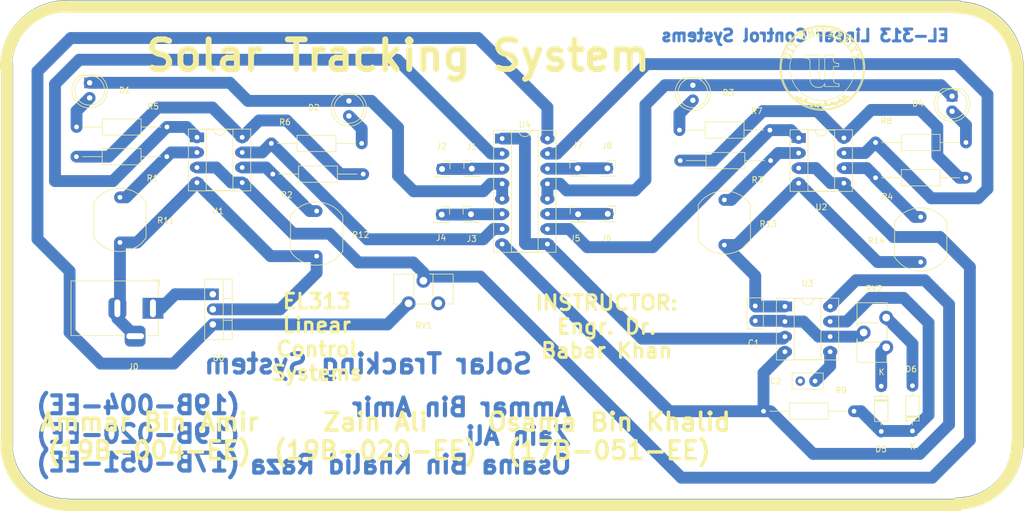
<source format=kicad_pcb>
(kicad_pcb (version 20171130) (host pcbnew "(5.1.10)-1")
  (layers (0 F.Cu signal) (31 B.Cu signal) (34 B.Paste user) (35 F.Paste user) (36 B.SilkS user) (37 F.SilkS user) (38 B.Mask user) (39 F.Mask user) (44 Edge.Cuts user))
  (net 0 "")
  (net 1 GND)
  (net 2 "Net-(C1-Pad1)")
  (net 3 "Net-(C2-Pad1)")
  (net 4 In1)
  (net 5 In2)
  (net 6 In3)
  (net 7 In4)
  (net 8 "Net-(D5-Pad1)")
  (net 9 "Net-(D5-Pad2)")
  (net 10 "Net-(D6-Pad2)")
  (net 11 "Net-(J0-Pad1)")
  (net 12 +5V)
  (net 13 Out1)
  (net 14 Out2)
  (net 15 Out3)
  (net 16 Out4)
  (net 17 "Net-(R1-Pad1)")
  (net 18 "Net-(R12-Pad1)")
  (net 19 "Net-(R13-Pad1)")
  (net 20 "Net-(R14-Pad1)")
  (net 21 "Net-(RV1-Pad2)")
  (net 22 Enable)
  (net 23 "Net-(D1-Pad2)")
  (net 24 "Net-(D2-Pad2)")
  (net 25 "Net-(D3-Pad2)")
  (net 26 "Net-(D4-Pad2)")
  (module Capacitor_THT:C_Disc_D5.0mm_W2.5mm_P2.50mm (layer F.Cu) (at 166.5732 83.4898 90)
    (fp_text reference C1 (at -3.7465 -0.254 180) (layer F.SilkS))
    (fp_text value 0.1μF)
    (pad 2 thru_hole circle (at 2.5 0 90) (size 1.6 1.6) (drill 0.8) (layers *.Cu *.Mask) (net 1 GND))
    (pad 1 thru_hole circle (at 0 0 90) (size 1.6 1.6) (drill 0.8) (layers *.Cu *.Mask) (net 2 "Net-(C1-Pad1)"))
  )
  (module Capacitor_THT:C_Disc_D5.0mm_W2.5mm_P2.50mm (layer F.Cu) (at 176.657 93.6498 180)
    (fp_text reference C2 (at 6.6294 -0.0127) (layer F.SilkS))
    (fp_text value 0.01μF)
    (pad 1 thru_hole circle (at 0 0 180) (size 1.6 1.6) (drill 0.8) (layers *.Cu *.Mask) (net 3 "Net-(C2-Pad1)"))
    (pad 2 thru_hole circle (at 2.5 0 180) (size 1.6 1.6) (drill 0.8) (layers *.Cu *.Mask) (net 1 GND))
  )
  (module LED_THT:LED_D5.0mm_Clear (layer F.Cu) (at 54.4068 43.3832 270)
    (fp_text reference D1 (at 1.2573 -5.9182 180) (layer F.SilkS))
    (fp_text value LED)
    (pad 2 thru_hole circle (at 2.54 0 270) (size 1.8 1.8) (drill 0.9) (layers *.Cu *.Mask) (net 23 "Net-(D1-Pad2)"))
    (pad 1 thru_hole rect (at 0 0 270) (size 1.8 1.8) (drill 0.9) (layers *.Cu *.Mask) (net 1 GND))
  )
  (module LED_THT:LED_D5.0mm_Clear (layer F.Cu) (at 98.0948 46.4312 270)
    (fp_text reference D2 (at 1.1303 5.9055 180) (layer F.SilkS))
    (fp_text value LED)
    (pad 2 thru_hole circle (at 2.54 0 270) (size 1.8 1.8) (drill 0.9) (layers *.Cu *.Mask) (net 24 "Net-(D2-Pad2)"))
    (pad 1 thru_hole rect (at 0 0 270) (size 1.8 1.8) (drill 0.9) (layers *.Cu *.Mask) (net 1 GND))
  )
  (module LED_THT:LED_D5.0mm_Clear (layer F.Cu) (at 156.0576 43.7896 270)
    (fp_text reference D3 (at 1.2446 -6.0071 180) (layer F.SilkS))
    (fp_text value LED)
    (pad 1 thru_hole rect (at 0 0 270) (size 1.8 1.8) (drill 0.9) (layers *.Cu *.Mask) (net 1 GND))
    (pad 2 thru_hole circle (at 2.54 0 270) (size 1.8 1.8) (drill 0.9) (layers *.Cu *.Mask) (net 25 "Net-(D3-Pad2)"))
  )
  (module LED_THT:LED_D5.0mm_Clear (layer F.Cu) (at 199.7456 45.6438 270)
    (fp_text reference D4 (at 1.2446 5.7404 180) (layer F.SilkS))
    (fp_text value LED)
    (pad 1 thru_hole rect (at 0 0 270) (size 1.8 1.8) (drill 0.9) (layers *.Cu *.Mask) (net 1 GND))
    (pad 2 thru_hole circle (at 2.54 0 270) (size 1.8 1.8) (drill 0.9) (layers *.Cu *.Mask) (net 26 "Net-(D4-Pad2)"))
  )
  (module Diode_THT:D_DO-35_SOD27_P7.62mm_Horizontal (layer F.Cu) (at 187.8076 94.5134 270)
    (fp_text reference D5 (at 10.6045 0.0381 180) (layer F.SilkS))
    (fp_text value 1N4148)
    (fp_text user K (at -2.3749 -0.0508 180) (layer F.SilkS))
    (pad 1 thru_hole rect (at 0 0 270) (size 1.6 1.6) (drill 0.8) (layers *.Cu *.Mask) (net 8 "Net-(D5-Pad1)"))
    (pad 2 thru_hole oval (at 7.62 0 270) (size 1.6 1.6) (drill 0.8) (layers *.Cu *.Mask) (net 9 "Net-(D5-Pad2)"))
  )
  (module Diode_THT:D_DO-35_SOD27_P7.62mm_Horizontal (layer F.Cu) (at 193.0654 102.0572 90)
    (fp_text reference D6 (at 10.414 -0.2286 180) (layer F.SilkS))
    (fp_text value 1N4148)
    (fp_text user K (at -2.6416 0.0635 180) (layer F.SilkS))
    (pad 2 thru_hole oval (at 7.62 0 90) (size 1.6 1.6) (drill 0.8) (layers *.Cu *.Mask) (net 10 "Net-(D6-Pad2)"))
    (pad 1 thru_hole rect (at 0 0 90) (size 1.6 1.6) (drill 0.8) (layers *.Cu *.Mask) (net 9 "Net-(D5-Pad2)"))
  )
  (module Connector_BarrelJack:BarrelJack_Horizontal (layer F.Cu) (at 65.0748 81.3816)
    (fp_text reference J0 (at -3.2893 9.8425) (layer F.SilkS))
    (fp_text value Barrel_Jack_Switch)
    (pad 1 thru_hole rect (at 0 0) (size 3.5 3.5) (drill oval 1 3) (layers *.Cu *.Mask) (net 11 "Net-(J0-Pad1)"))
    (pad 2 thru_hole roundrect (at -6 0) (size 3 3.5) (drill oval 1 3) (layers *.Cu *.Mask) (net 1 GND))
    (pad 3 thru_hole roundrect (at -3 4.7) (size 3.5 3.5) (drill oval 3 1) (layers *.Cu *.Mask) (net 1 GND))
  )
  (module Resistor_THT:R_Axial_DIN0207_L6.3mm_D2.5mm_P15.24mm_Horizontal (layer F.Cu) (at 67.4116 55.8292 180)
    (fp_text reference R1 (at 2.413 -3.6195) (layer F.SilkS))
    (fp_text value 10kΩ)
    (pad 1 thru_hole circle (at 0 0 180) (size 1.6 1.6) (drill 0.8) (layers *.Cu *.Mask) (net 17 "Net-(R1-Pad1)"))
    (pad 2 thru_hole oval (at 15.24 0 180) (size 1.6 1.6) (drill 0.8) (layers *.Cu *.Mask) (net 12 +5V))
  )
  (module Resistor_THT:R_Axial_DIN0207_L6.3mm_D2.5mm_P15.24mm_Horizontal (layer F.Cu) (at 85.2678 58.7756)
    (fp_text reference R2 (at 2.3495 3.5052) (layer F.SilkS))
    (fp_text value 10kΩ)
    (pad 2 thru_hole oval (at 15.24 0) (size 1.6 1.6) (drill 0.8) (layers *.Cu *.Mask) (net 12 +5V))
    (pad 1 thru_hole circle (at 0 0) (size 1.6 1.6) (drill 0.8) (layers *.Cu *.Mask) (net 18 "Net-(R12-Pad1)"))
  )
  (module Resistor_THT:R_Axial_DIN0207_L6.3mm_D2.5mm_P15.24mm_Horizontal (layer F.Cu) (at 169.164 56.4896 180)
    (fp_text reference R3 (at 2.2225 -3.2639) (layer F.SilkS))
    (fp_text value 10kΩ)
    (pad 1 thru_hole circle (at 0 0 180) (size 1.6 1.6) (drill 0.8) (layers *.Cu *.Mask) (net 19 "Net-(R13-Pad1)"))
    (pad 2 thru_hole oval (at 15.24 0 180) (size 1.6 1.6) (drill 0.8) (layers *.Cu *.Mask) (net 12 +5V))
  )
  (module Resistor_THT:R_Axial_DIN0207_L6.3mm_D2.5mm_P15.24mm_Horizontal (layer F.Cu) (at 186.8424 59.3852)
    (fp_text reference R4 (at 1.9939 3.1877) (layer F.SilkS))
    (fp_text value 10kΩ)
    (pad 2 thru_hole oval (at 15.24 0) (size 1.6 1.6) (drill 0.8) (layers *.Cu *.Mask) (net 12 +5V))
    (pad 1 thru_hole circle (at 0 0) (size 1.6 1.6) (drill 0.8) (layers *.Cu *.Mask) (net 20 "Net-(R14-Pad1)"))
  )
  (module Resistor_THT:R_Axial_DIN0207_L6.3mm_D2.5mm_P15.24mm_Horizontal (layer F.Cu) (at 52.197 50.8254)
    (fp_text reference R5 (at 12.9032 -3.4544) (layer F.SilkS))
    (fp_text value 1kΩ)
    (pad 2 thru_hole oval (at 15.24 0) (size 1.6 1.6) (drill 0.8) (layers *.Cu *.Mask) (net 4 In1))
    (pad 1 thru_hole circle (at 0 0) (size 1.6 1.6) (drill 0.8) (layers *.Cu *.Mask) (net 23 "Net-(D1-Pad2)"))
  )
  (module Resistor_THT:R_Axial_DIN0207_L6.3mm_D2.5mm_P15.24mm_Horizontal (layer F.Cu) (at 100.2538 53.594 180)
    (fp_text reference R6 (at 12.9286 3.5941) (layer F.SilkS))
    (fp_text value 1kΩ)
    (pad 2 thru_hole oval (at 15.24 0 180) (size 1.6 1.6) (drill 0.8) (layers *.Cu *.Mask) (net 5 In2))
    (pad 1 thru_hole circle (at 0 0 180) (size 1.6 1.6) (drill 0.8) (layers *.Cu *.Mask) (net 24 "Net-(D2-Pad2)"))
  )
  (module Resistor_THT:R_Axial_DIN0207_L6.3mm_D2.5mm_P15.24mm_Horizontal (layer F.Cu) (at 153.797 51.3588)
    (fp_text reference R7 (at 13.0429 -3.2131) (layer F.SilkS))
    (fp_text value 1kΩ)
    (pad 1 thru_hole circle (at 0 0) (size 1.6 1.6) (drill 0.8) (layers *.Cu *.Mask) (net 25 "Net-(D3-Pad2)"))
    (pad 2 thru_hole oval (at 15.24 0) (size 1.6 1.6) (drill 0.8) (layers *.Cu *.Mask) (net 6 In3))
  )
  (module Resistor_THT:R_Axial_DIN0207_L6.3mm_D2.5mm_P15.24mm_Horizontal (layer F.Cu) (at 202.0824 53.4416 180)
    (fp_text reference R8 (at 13.4366 3.6322) (layer F.SilkS))
    (fp_text value 1kΩ)
    (pad 1 thru_hole circle (at 0 0 180) (size 1.6 1.6) (drill 0.8) (layers *.Cu *.Mask) (net 26 "Net-(D4-Pad2)"))
    (pad 2 thru_hole oval (at 15.24 0 180) (size 1.6 1.6) (drill 0.8) (layers *.Cu *.Mask) (net 7 In4))
  )
  (module Resistor_THT:R_Axial_DIN0207_L6.3mm_D2.5mm_P15.24mm_Horizontal (layer F.Cu) (at 183.2102 98.7298 180)
    (fp_text reference R9 (at 2.1717 3.5052) (layer F.SilkS))
    (fp_text value 1kΩ)
    (pad 2 thru_hole oval (at 15.24 0 180) (size 1.6 1.6) (drill 0.8) (layers *.Cu *.Mask) (net 12 +5V))
    (pad 1 thru_hole circle (at 0 0 180) (size 1.6 1.6) (drill 0.8) (layers *.Cu *.Mask) (net 9 "Net-(D5-Pad2)"))
  )
  (module OptoDevice:R_LDR_10x8.5mm_P7.6mm_Vertical (layer F.Cu) (at 59.5122 62.6872 270)
    (fp_text reference R11 (at 3.8862 -7.7343 180) (layer F.SilkS))
    (fp_text value LDR03)
    (pad 2 thru_hole circle (at 7.6 0 270) (size 1.6 1.6) (drill 0.8) (layers *.Cu *.Mask) (net 1 GND))
    (pad 1 thru_hole circle (at 0 0 270) (size 1.6 1.6) (drill 0.8) (layers *.Cu *.Mask) (net 17 "Net-(R1-Pad1)"))
  )
  (module OptoDevice:R_LDR_10x8.5mm_P7.6mm_Vertical (layer F.Cu) (at 92.6592 64.9986 270)
    (fp_text reference R12 (at 4.0132 -7.4295 180) (layer F.SilkS))
    (fp_text value LDR03)
    (pad 1 thru_hole circle (at 0 0 270) (size 1.6 1.6) (drill 0.8) (layers *.Cu *.Mask) (net 18 "Net-(R12-Pad1)"))
    (pad 2 thru_hole circle (at 7.6 0 270) (size 1.6 1.6) (drill 0.8) (layers *.Cu *.Mask) (net 1 GND))
  )
  (module OptoDevice:R_LDR_10x8.5mm_P7.6mm_Vertical (layer F.Cu) (at 161.3662 63.119 270)
    (fp_text reference R13 (at 4.0386 -7.3914 180) (layer F.SilkS))
    (fp_text value LDR03)
    (pad 1 thru_hole circle (at 0 0 270) (size 1.6 1.6) (drill 0.8) (layers *.Cu *.Mask) (net 19 "Net-(R13-Pad1)"))
    (pad 2 thru_hole circle (at 7.6 0 270) (size 1.6 1.6) (drill 0.8) (layers *.Cu *.Mask) (net 1 GND))
  )
  (module OptoDevice:R_LDR_10x8.5mm_P7.6mm_Vertical (layer F.Cu) (at 194.4624 65.9892 270)
    (fp_text reference R14 (at 3.9878 7.4803 180) (layer F.SilkS))
    (fp_text value LDR03)
    (pad 2 thru_hole circle (at 7.6 0 270) (size 1.6 1.6) (drill 0.8) (layers *.Cu *.Mask) (net 1 GND))
    (pad 1 thru_hole circle (at 0 0 270) (size 1.6 1.6) (drill 0.8) (layers *.Cu *.Mask) (net 20 "Net-(R14-Pad1)"))
  )
  (module Potentiometer_THT:Potentiometer_ACP_CA9-H3,8_Horizontal (layer F.Cu) (at 108.1532 80.5434 90)
    (fp_text reference RV1 (at -3.7592 2.5527 180) (layer F.SilkS))
    (fp_text value 10kΩ)
    (pad 1 thru_hole circle (at 0 0 90) (size 2.34 2.34) (drill 1.3) (layers *.Cu *.Mask) (net 12 +5V))
    (pad 2 thru_hole circle (at 3.8 2.5 90) (size 2.34 2.34) (drill 1.3) (layers *.Cu *.Mask) (net 21 "Net-(RV1-Pad2)"))
    (pad 3 thru_hole circle (at 0 5 90) (size 2.34 2.34) (drill 1.3) (layers *.Cu *.Mask) (net 1 GND))
  )
  (module Potentiometer_THT:Potentiometer_ACP_CA9-H3,8_Horizontal (layer F.Cu) (at 188.6458 87.9602 180)
    (fp_text reference RV2 (at 2.0447 9.8679) (layer F.SilkS))
    (fp_text value 100kΩ)
    (pad 3 thru_hole circle (at 0 5 180) (size 2.34 2.34) (drill 1.3) (layers *.Cu *.Mask) (net 10 "Net-(D6-Pad2)"))
    (pad 2 thru_hole circle (at 3.8 2.5 180) (size 2.34 2.34) (drill 1.3) (layers *.Cu *.Mask) (net 2 "Net-(C1-Pad1)"))
    (pad 1 thru_hole circle (at 0 0 180) (size 2.34 2.34) (drill 1.3) (layers *.Cu *.Mask) (net 8 "Net-(D5-Pad1)"))
  )
  (module Package_TO_SOT_THT:TO-220-3_Vertical (layer F.Cu) (at 75.1586 79.0194 270)
    (fp_text reference U0 (at 10.7442 -0.9525 180) (layer F.SilkS))
    (fp_text value LM7805_TO220)
    (pad 1 thru_hole rect (at 0 0 270) (size 1.905 2) (drill 1.1) (layers *.Cu *.Mask) (net 11 "Net-(J0-Pad1)"))
    (pad 2 thru_hole oval (at 2.54 0 270) (size 1.905 2) (drill 1.1) (layers *.Cu *.Mask) (net 1 GND))
    (pad 3 thru_hole oval (at 5.08 0 270) (size 1.905 2) (drill 1.1) (layers *.Cu *.Mask) (net 12 +5V))
  )
  (module Package_DIP:DIP-8_W7.62mm_Socket_LongPads (layer F.Cu) (at 72.4916 52.578)
    (fp_text reference U1 (at 3.5179 12.4333) (layer F.SilkS))
    (fp_text value LM358)
    (pad 1 thru_hole rect (at 0 0) (size 2.4 1.6) (drill 0.8) (layers *.Cu *.Mask) (net 4 In1))
    (pad 5 thru_hole oval (at 7.62 7.62) (size 2.4 1.6) (drill 0.8) (layers *.Cu *.Mask) (net 21 "Net-(RV1-Pad2)"))
    (pad 2 thru_hole oval (at 0 2.54) (size 2.4 1.6) (drill 0.8) (layers *.Cu *.Mask) (net 17 "Net-(R1-Pad1)"))
    (pad 6 thru_hole oval (at 7.62 5.08) (size 2.4 1.6) (drill 0.8) (layers *.Cu *.Mask) (net 18 "Net-(R12-Pad1)"))
    (pad 3 thru_hole oval (at 0 5.08) (size 2.4 1.6) (drill 0.8) (layers *.Cu *.Mask) (net 21 "Net-(RV1-Pad2)"))
    (pad 7 thru_hole oval (at 7.62 2.54) (size 2.4 1.6) (drill 0.8) (layers *.Cu *.Mask) (net 5 In2))
    (pad 4 thru_hole oval (at 0 7.62) (size 2.4 1.6) (drill 0.8) (layers *.Cu *.Mask) (net 1 GND))
    (pad 8 thru_hole oval (at 7.62 0) (size 2.4 1.6) (drill 0.8) (layers *.Cu *.Mask) (net 12 +5V))
  )
  (module Package_DIP:DIP-8_W7.62mm_Socket_LongPads (layer F.Cu) (at 173.8884 52.6796)
    (fp_text reference U2 (at 3.8354 11.6459) (layer F.SilkS))
    (fp_text value LM358)
    (pad 8 thru_hole oval (at 7.62 0) (size 2.4 1.6) (drill 0.8) (layers *.Cu *.Mask) (net 12 +5V))
    (pad 4 thru_hole oval (at 0 7.62) (size 2.4 1.6) (drill 0.8) (layers *.Cu *.Mask) (net 1 GND))
    (pad 7 thru_hole oval (at 7.62 2.54) (size 2.4 1.6) (drill 0.8) (layers *.Cu *.Mask) (net 7 In4))
    (pad 3 thru_hole oval (at 0 5.08) (size 2.4 1.6) (drill 0.8) (layers *.Cu *.Mask) (net 21 "Net-(RV1-Pad2)"))
    (pad 6 thru_hole oval (at 7.62 5.08) (size 2.4 1.6) (drill 0.8) (layers *.Cu *.Mask) (net 20 "Net-(R14-Pad1)"))
    (pad 2 thru_hole oval (at 0 2.54) (size 2.4 1.6) (drill 0.8) (layers *.Cu *.Mask) (net 19 "Net-(R13-Pad1)"))
    (pad 5 thru_hole oval (at 7.62 7.62) (size 2.4 1.6) (drill 0.8) (layers *.Cu *.Mask) (net 21 "Net-(RV1-Pad2)"))
    (pad 1 thru_hole rect (at 0 0) (size 2.4 1.6) (drill 0.8) (layers *.Cu *.Mask) (net 6 In3))
  )
  (module Package_DIP:DIP-8_W7.62mm_Socket_LongPads (layer F.Cu) (at 171.577 81.0768)
    (fp_text reference U3 (at 3.81 -3.8862) (layer F.SilkS))
    (fp_text value LM555xM)
    (pad 1 thru_hole rect (at 0 0) (size 2.4 1.6) (drill 0.8) (layers *.Cu *.Mask) (net 1 GND))
    (pad 5 thru_hole oval (at 7.62 7.62) (size 2.4 1.6) (drill 0.8) (layers *.Cu *.Mask) (net 3 "Net-(C2-Pad1)"))
    (pad 2 thru_hole oval (at 0 2.54) (size 2.4 1.6) (drill 0.8) (layers *.Cu *.Mask) (net 2 "Net-(C1-Pad1)"))
    (pad 6 thru_hole oval (at 7.62 5.08) (size 2.4 1.6) (drill 0.8) (layers *.Cu *.Mask) (net 2 "Net-(C1-Pad1)"))
    (pad 3 thru_hole oval (at 0 5.08) (size 2.4 1.6) (drill 0.8) (layers *.Cu *.Mask) (net 22 Enable))
    (pad 7 thru_hole oval (at 7.62 2.54) (size 2.4 1.6) (drill 0.8) (layers *.Cu *.Mask) (net 9 "Net-(D5-Pad2)"))
    (pad 4 thru_hole oval (at 0 7.62) (size 2.4 1.6) (drill 0.8) (layers *.Cu *.Mask) (net 12 +5V))
    (pad 8 thru_hole oval (at 7.62 0) (size 2.4 1.6) (drill 0.8) (layers *.Cu *.Mask) (net 12 +5V))
  )
  (module Package_DIP:DIP-16_W7.62mm_Socket_LongPads (layer F.Cu) (at 123.9266 52.7812)
    (fp_text reference U4 (at 3.81 -2.33) (layer F.SilkS))
    (fp_text value L293D)
    (pad 1 thru_hole rect (at 0 0) (size 2.4 1.6) (drill 0.8) (layers *.Cu *.Mask) (net 22 Enable))
    (pad 9 thru_hole oval (at 7.62 17.78) (size 2.4 1.6) (drill 0.8) (layers *.Cu *.Mask) (net 22 Enable))
    (pad 2 thru_hole oval (at 0 2.54) (size 2.4 1.6) (drill 0.8) (layers *.Cu *.Mask) (net 4 In1))
    (pad 10 thru_hole oval (at 7.62 15.24) (size 2.4 1.6) (drill 0.8) (layers *.Cu *.Mask) (net 6 In3))
    (pad 3 thru_hole oval (at 0 5.08) (size 2.4 1.6) (drill 0.8) (layers *.Cu *.Mask) (net 13 Out1))
    (pad 11 thru_hole oval (at 7.62 12.7) (size 2.4 1.6) (drill 0.8) (layers *.Cu *.Mask) (net 15 Out3))
    (pad 4 thru_hole oval (at 0 7.62) (size 2.4 1.6) (drill 0.8) (layers *.Cu *.Mask) (net 1 GND))
    (pad 12 thru_hole oval (at 7.62 10.16) (size 2.4 1.6) (drill 0.8) (layers *.Cu *.Mask) (net 1 GND))
    (pad 5 thru_hole oval (at 0 10.16) (size 2.4 1.6) (drill 0.8) (layers *.Cu *.Mask) (net 1 GND))
    (pad 13 thru_hole oval (at 7.62 7.62) (size 2.4 1.6) (drill 0.8) (layers *.Cu *.Mask) (net 1 GND))
    (pad 6 thru_hole oval (at 0 12.7) (size 2.4 1.6) (drill 0.8) (layers *.Cu *.Mask) (net 14 Out2))
    (pad 14 thru_hole oval (at 7.62 5.08) (size 2.4 1.6) (drill 0.8) (layers *.Cu *.Mask) (net 16 Out4))
    (pad 7 thru_hole oval (at 0 15.24) (size 2.4 1.6) (drill 0.8) (layers *.Cu *.Mask) (net 5 In2))
    (pad 15 thru_hole oval (at 7.62 2.54) (size 2.4 1.6) (drill 0.8) (layers *.Cu *.Mask) (net 7 In4))
    (pad 8 thru_hole oval (at 0 17.78) (size 2.4 1.6) (drill 0.8) (layers *.Cu *.Mask) (net 12 +5V))
    (pad 16 thru_hole oval (at 7.62 0) (size 2.4 1.6) (drill 0.8) (layers *.Cu *.Mask) (net 12 +5V))
  )
  (module Connector_PinHeader_2.54mm:PinHeader_1x01_P2.54mm_Vertical (layer F.Cu) (at 118.8085 57.8485)
    (fp_text reference J1 (at -0.0127 -3.6576) (layer F.SilkS))
    (fp_text value "Motor 1 Pin 1")
    (pad 1 thru_hole rect (at 0 0) (size 1.7 1.7) (drill 1) (layers *.Cu *.Mask) (net 13 Out1))
  )
  (module Connector_PinSocket_2.54mm:PinSocket_1x01_P2.54mm_Vertical (layer F.Cu) (at 113.792 57.912)
    (fp_text reference J2 (at -0.0635 -3.8227) (layer F.SilkS))
    (fp_text value "Motor 1 Pin 1")
    (pad 1 thru_hole rect (at 0 0) (size 1.7 1.7) (drill 1) (layers *.Cu *.Mask) (net 13 Out1))
  )
  (module Connector_PinHeader_2.54mm:PinHeader_1x01_P2.54mm_Vertical (layer F.Cu) (at 118.6688 65.532)
    (fp_text reference J3 (at 0.127 4.1529) (layer F.SilkS))
    (fp_text value "Motor 1 Pin 2")
    (pad 1 thru_hole rect (at 0 0) (size 1.7 1.7) (drill 1) (layers *.Cu *.Mask) (net 14 Out2))
  )
  (module Connector_PinSocket_2.54mm:PinSocket_1x01_P2.54mm_Vertical (layer F.Cu) (at 113.7285 65.5955)
    (fp_text reference J4 (at -0.1016 3.8989) (layer F.SilkS))
    (fp_text value "Motor 1 Pin 2")
    (pad 1 thru_hole rect (at 0 0) (size 1.7 1.7) (drill 1) (layers *.Cu *.Mask) (net 14 Out2))
  )
  (module Connector_PinHeader_2.54mm:PinHeader_1x01_P2.54mm_Vertical (layer F.Cu) (at 136.7155 65.532)
    (fp_text reference J5 (at -0.4699 4.064) (layer F.SilkS))
    (fp_text value "Motor 2 Pin 1")
    (pad 1 thru_hole rect (at 0 0) (size 1.7 1.7) (drill 1) (layers *.Cu *.Mask) (net 15 Out3))
  )
  (module Connector_PinSocket_2.54mm:PinSocket_1x01_P2.54mm_Vertical (layer F.Cu) (at 141.7193 65.4685)
    (fp_text reference J6 (at -0.2159 4.0259) (layer F.SilkS))
    (fp_text value "Motor 2 Pin 1")
    (pad 1 thru_hole rect (at 0 0) (size 1.7 1.7) (drill 1) (layers *.Cu *.Mask) (net 15 Out3))
  )
  (module Connector_PinHeader_2.54mm:PinHeader_1x01_P2.54mm_Vertical (layer F.Cu) (at 136.652 57.785)
    (fp_text reference J7 (at -0.0127 -3.8862) (layer F.SilkS))
    (fp_text value "Motor 2 Pin 2")
    (pad 1 thru_hole rect (at 0 0) (size 1.7 1.7) (drill 1) (layers *.Cu *.Mask) (net 16 Out4))
  )
  (module Connector_PinSocket_2.54mm:PinSocket_1x01_P2.54mm_Vertical (layer F.Cu) (at 141.6558 57.785)
    (fp_text reference J8 (at -0.0508 -3.7846) (layer F.SilkS))
    (fp_text value "Motor 2 Pin 2")
    (pad 1 thru_hole rect (at 0 0) (size 1.7 1.7) (drill 1) (layers *.Cu *.Mask) (net 16 Out4))
  )
  (gr_line (start 50.4749 114.5762) (end 200.8327 114.5762) (layer F.SilkS) (width 2))
  (gr_arc (start 177.176065 47.154354) (end 177.16743 47.159495) (angle -59.23033436) (layer F.SilkS) (width 0.1))
  (gr_line (start 177.141697 47.115171) (end 177.16743 47.159495) (layer F.SilkS) (width 0.1))
  (gr_line (start 177.140652 47.365754) (end 177.171329 47.330169) (layer F.SilkS) (width 0.1))
  (gr_line (start 177.111348 47.39675) (end 177.140652 47.365754) (layer F.SilkS) (width 0.1))
  (gr_arc (start 177.14732 47.292113) (end 177.184986 47.30585) (angle -30.34854896) (layer F.SilkS) (width 0.1))
  (gr_arc (start 177.130949 47.104474) (end 177.196368 47.148239) (angle -12.86769885) (layer F.SilkS) (width 0.1))
  (gr_arc (start 177.166054 47.117889) (end 177.204472 47.132571) (angle -20.91452488) (layer F.SilkS) (width 0.1))
  (gr_arc (start 177.163537 47.243063) (end 177.163534 47.241406) (angle -47.10295406) (layer F.SilkS) (width 0.1))
  (gr_line (start 177.168629 47.247629) (end 177.164616 47.241959) (layer F.SilkS) (width 0.1))
  (gr_arc (start 177.164257 47.03897) (end 177.135772 46.990609) (angle -7.707500603) (layer F.SilkS) (width 0.1))
  (gr_arc (start 177.07593 47.362717) (end 177.100459 47.405273) (angle -16.18408332) (layer F.SilkS) (width 0.1))
  (gr_arc (start 177.103741 47.276218) (end 177.171329 47.330169) (angle -18.55959466) (layer F.SilkS) (width 0.1))
  (gr_arc (start 177.152811 47.117889) (end 177.207182 47.117889) (angle -24.89020048) (layer F.SilkS) (width 0.1))
  (gr_line (start 177.173202 47.254473) (end 177.168629 47.247629) (layer F.SilkS) (width 0.1))
  (gr_arc (start 177.10472 47.374328) (end 177.081988 47.399568) (angle -20.22022201) (layer F.SilkS) (width 0.1))
  (gr_arc (start 177.12224 47.296675) (end 177.186766 47.284937) (angle -20.99520661) (layer F.SilkS) (width 0.1))
  (gr_arc (start 177.099258 47.370519) (end 177.0701 47.358985) (angle -39.30681383) (layer F.SilkS) (width 0.1))
  (gr_arc (start 177.095671 47.396966) (end 177.092112 47.405869) (angle -51.74597094) (layer F.SilkS) (width 0.1))
  (gr_line (start 177.202131 47.095006) (end 177.177845 47.045676) (layer F.SilkS) (width 0.1))
  (gr_arc (start 177.163537 47.242736) (end 177.164616 47.241959) (angle -54.35832822) (layer F.SilkS) (width 0.1))
  (gr_arc (start 177.138465 47.109502) (end 177.18587 47.160552) (angle -13.33781756) (layer F.SilkS) (width 0.1))
  (gr_line (start 177.178276 47.262597) (end 177.173202 47.254473) (layer F.SilkS) (width 0.1))
  (gr_arc (start 177.140198 46.998123) (end 177.140198 46.989402) (angle -30.49851093) (layer F.SilkS) (width 0.1))
  (gr_line (start 177.177845 47.045676) (end 177.150842 46.99565) (layer F.SilkS) (width 0.1))
  (gr_line (start 177.142391 47.263805) (end 177.130182 47.277729) (layer F.SilkS) (width 0.1))
  (gr_arc (start 177.176656 47.401134) (end 177.086884 47.329919) (angle -16.84321726) (layer F.SilkS) (width 0.1))
  (gr_arc (start 177.184463 47.061409) (end 177.122829 47.000883) (angle -6.292016306) (layer F.SilkS) (width 0.1))
  (gr_arc (start 177.140198 47.001594) (end 177.150842 46.99565) (angle -60.81686333) (layer F.SilkS) (width 0.1))
  (gr_arc (start 177.173261 47.050409) (end 177.129544 46.994866) (angle -7.313271033) (layer F.SilkS) (width 0.1))
  (gr_arc (start 177.137904 47.035125) (end 177.10682 47.02559) (angle -14.64682931) (layer F.SilkS) (width 0.1))
  (gr_line (start 177.118373 47.071402) (end 177.141697 47.115171) (layer F.SilkS) (width 0.1))
  (gr_arc (start 177.288782 46.986079) (end 177.106367 47.041252) (angle -9.768282136) (layer F.SilkS) (width 0.1))
  (gr_arc (start 177.128001 47.034709) (end 177.105419 47.03376) (angle -19.23542299) (layer F.SilkS) (width 0.1))
  (gr_arc (start 177.111745 47.366528) (end 177.069391 47.380065) (angle -30.26747754) (layer F.SilkS) (width 0.1))
  (gr_arc (start 177.176065 47.149993) (end 177.176065 47.164402) (angle -42.88010754) (layer F.SilkS) (width 0.1))
  (gr_line (start 177.152973 47.252077) (end 177.142391 47.263805) (layer F.SilkS) (width 0.1))
  (gr_line (start 177.162321 47.241937) (end 177.152973 47.252077) (layer F.SilkS) (width 0.1))
  (gr_line (start 177.130182 47.277729) (end 177.086884 47.329919) (layer F.SilkS) (width 0.1))
  (gr_line (start 178.151289 42.752884) (end 178.088759 42.772543) (layer F.SilkS) (width 0.1))
  (gr_line (start 178.259887 42.708517) (end 178.207626 42.731029) (layer F.SilkS) (width 0.1))
  (gr_line (start 178.272374 42.65971) (end 178.259887 42.708517) (layer F.SilkS) (width 0.1))
  (gr_line (start 178.207626 42.731029) (end 178.151289 42.752884) (layer F.SilkS) (width 0.1))
  (gr_arc (start 178.018902 42.594858) (end 178.272374 42.65971) (angle -13.60069722) (layer F.SilkS) (width 0.1))
  (gr_line (start 180.700182 44.007402) (end 180.700182 43.779481) (layer F.SilkS) (width 0.1))
  (gr_arc (start 177.390608 43.383825) (end 177.56073 44.140475) (angle -7.776406031) (layer F.SilkS) (width 0.1))
  (gr_line (start 178.995682 38.680402) (end 178.285182 38.680402) (layer F.SilkS) (width 0.1))
  (gr_line (start 180.461994 43.55338) (end 180.380526 43.544593) (layer F.SilkS) (width 0.1))
  (gr_line (start 179.706182 38.680402) (end 178.995682 38.680402) (layer F.SilkS) (width 0.1))
  (gr_line (start 179.762033 42.964141) (end 179.752496 42.822339) (layer F.SilkS) (width 0.1))
  (gr_arc (start 180.37303 39.410844) (end 179.922309 39.920392) (angle -8.314551557) (layer F.SilkS) (width 0.1))
  (gr_line (start 180.196182 40.640402) (end 180.644182 40.640402) (layer F.SilkS) (width 0.1))
  (gr_line (start 180.700182 43.551559) (end 180.617932 43.556204) (layer F.SilkS) (width 0.1))
  (gr_line (start 180.543945 43.557494) (end 180.461994 43.55338) (layer F.SilkS) (width 0.1))
  (gr_line (start 179.70621 39.067152) (end 179.706182 38.680402) (layer F.SilkS) (width 0.1))
  (gr_line (start 180.700182 43.779481) (end 180.700182 43.551559) (layer F.SilkS) (width 0.1))
  (gr_arc (start 177.378243 43.254655) (end 177.770682 44.063811) (angle -10.27540994) (layer F.SilkS) (width 0.1))
  (gr_line (start 178.283523 43.767652) (end 178.285365 44.007402) (layer F.SilkS) (width 0.1))
  (gr_arc (start 177.225291 42.480434) (end 176.84632 44.122275) (angle -5.169036118) (layer F.SilkS) (width 0.1))
  (gr_line (start 178.254265 43.576902) (end 178.281682 43.527902) (layer F.SilkS) (width 0.1))
  (gr_line (start 178.285022 40.645652) (end 178.284646 41.873769) (layer F.SilkS) (width 0.1))
  (gr_line (start 177.151378 44.164232) (end 177.315682 44.166111) (layer F.SilkS) (width 0.1))
  (gr_line (start 179.707229 39.335324) (end 179.70621 39.067152) (layer F.SilkS) (width 0.1))
  (gr_arc (start 180.402248 39.426127) (end 179.721999 39.547764) (angle -6.960671258) (layer F.SilkS) (width 0.1))
  (gr_arc (start 177.280131 43.12035) (end 177.908725 43.98083) (angle -9.047571738) (layer F.SilkS) (width 0.1))
  (gr_line (start 179.752496 42.822339) (end 179.748829 42.562829) (layer F.SilkS) (width 0.1))
  (gr_line (start 179.71173 39.462626) (end 179.707229 39.335324) (layer F.SilkS) (width 0.1))
  (gr_arc (start 180.464213 39.415047) (end 179.71173 39.462626) (angle -6.520104375) (layer F.SilkS) (width 0.1))
  (gr_arc (start 177.099445 42.902694) (end 175.933846 43.368966) (angle -16.68432977) (layer F.SilkS) (width 0.1))
  (gr_arc (start 180.463847 39.25789) (end 180.09011 40.030769) (angle -7.108355142) (layer F.SilkS) (width 0.1))
  (gr_line (start 180.380526 43.544593) (end 180.308012 43.531736) (layer F.SilkS) (width 0.1))
  (gr_line (start 180.644182 40.121208) (end 180.593432 40.125843) (layer F.SilkS) (width 0.1))
  (gr_arc (start 180.490583 42.695224) (end 180.123774 43.468875) (angle -13.05502856) (layer F.SilkS) (width 0.1))
  (gr_arc (start 180.511794 39.35905) (end 179.772642 39.708884) (angle -6.482548581) (layer F.SilkS) (width 0.1))
  (gr_arc (start 180.437738 39.311883) (end 180.000731 39.980214) (angle -7.37302644) (layer F.SilkS) (width 0.1))
  (gr_line (start 178.285365 44.007402) (end 179.492773 44.007402) (layer F.SilkS) (width 0.1))
  (gr_arc (start 177.220641 42.500584) (end 176.700409 44.081519) (angle -5.217139866) (layer F.SilkS) (width 0.1))
  (gr_arc (start 176.911726 42.825714) (end 178.151797 43.736163) (angle -7.05752507) (layer F.SilkS) (width 0.1))
  (gr_arc (start 180.403413 42.879077) (end 179.972036 43.368948) (angle -16.00004289) (layer F.SilkS) (width 0.1))
  (gr_arc (start 177.223436 42.93546) (end 177.661546 44.110498) (angle -5.425355019) (layer F.SilkS) (width 0.1))
  (gr_arc (start 177.239029 42.380487) (end 176.995782 44.149741) (angle -5.015101084) (layer F.SilkS) (width 0.1))
  (gr_line (start 177.315682 44.166111) (end 177.451471 44.157882) (layer F.SilkS) (width 0.1))
  (gr_line (start 178.285182 38.680402) (end 178.285022 40.645652) (layer F.SilkS) (width 0.1))
  (gr_arc (start 180.426569 42.878047) (end 179.783251 43.069636) (angle -15.47631619) (layer F.SilkS) (width 0.1))
  (gr_arc (start 180.215904 39.588478) (end 179.868657 39.863769) (angle -10.09882992) (layer F.SilkS) (width 0.1))
  (gr_line (start 180.617932 43.556204) (end 180.543945 43.557494) (layer F.SilkS) (width 0.1))
  (gr_arc (start 177.114888 42.821959) (end 176.374044 43.921702) (angle -15.7516582) (layer F.SilkS) (width 0.1))
  (gr_arc (start 177.01558 42.969374) (end 176.116782 43.683979) (angle -17.54672994) (layer F.SilkS) (width 0.1))
  (gr_line (start 178.28308 42.333845) (end 178.280517 42.598286) (layer F.SilkS) (width 0.1))
  (gr_line (start 178.284646 41.873769) (end 178.28308 42.333845) (layer F.SilkS) (width 0.1))
  (gr_line (start 179.748182 40.640402) (end 180.196182 40.640402) (layer F.SilkS) (width 0.1))
  (gr_arc (start 180.31033 39.454402) (end 179.741754 39.629306) (angle -8.22894868) (layer F.SilkS) (width 0.1))
  (gr_arc (start 177.368488 43.285438) (end 177.451471 44.157882) (angle -7.237945751) (layer F.SilkS) (width 0.1))
  (gr_arc (start 180.481954 39.377558) (end 179.816864 39.790098) (angle -6.596359876) (layer F.SilkS) (width 0.1))
  (gr_line (start 179.748829 42.562829) (end 179.748223 41.762152) (layer F.SilkS) (width 0.1))
  (gr_line (start 179.748223 41.762152) (end 179.748182 40.640402) (layer F.SilkS) (width 0.1))
  (gr_arc (start 180.498635 39.155104) (end 180.188623 40.071077) (angle -6.501326522) (layer F.SilkS) (width 0.1))
  (gr_line (start 180.366164 40.112837) (end 180.294329 40.100288) (layer F.SilkS) (width 0.1))
  (gr_line (start 180.452343 40.122279) (end 180.366164 40.112837) (layer F.SilkS) (width 0.1))
  (gr_line (start 180.535032 40.127388) (end 180.452343 40.122279) (layer F.SilkS) (width 0.1))
  (gr_line (start 179.492773 44.007402) (end 180.700182 44.007402) (layer F.SilkS) (width 0.1))
  (gr_arc (start 180.552298 39.675512) (end 180.535032 40.127388) (angle -7.40713923) (layer F.SilkS) (width 0.1))
  (gr_arc (start 180.350905 42.900581) (end 179.762033 42.964141) (angle -10.42384666) (layer F.SilkS) (width 0.1))
  (gr_line (start 180.644182 40.380805) (end 180.644182 40.121208) (layer F.SilkS) (width 0.1))
  (gr_arc (start 180.376958 42.909119) (end 179.857701 43.234352) (angle -16.5723922) (layer F.SilkS) (width 0.1))
  (gr_line (start 180.644182 40.640402) (end 180.644182 40.380805) (layer F.SilkS) (width 0.1))
  (gr_line (start 178.281682 43.527902) (end 178.283523 43.767652) (layer F.SilkS) (width 0.1))
  (gr_arc (start 177.186837 43.027697) (end 178.036218 43.871275) (angle -8.517791828) (layer F.SilkS) (width 0.1))
  (gr_line (start 175.20602 39.248702) (end 175.268182 39.249438) (layer F.SilkS) (width 0.1))
  (gr_arc (start 177.646328 42.683924) (end 175.826139 42.981902) (angle -12.50555566) (layer F.SilkS) (width 0.1))
  (gr_arc (start 175.296636 39.724655) (end 175.460104 39.283007) (angle -11.03099532) (layer F.SilkS) (width 0.1))
  (gr_line (start 175.80422 40.308361) (end 175.807168 41.336902) (layer F.SilkS) (width 0.1))
  (gr_arc (start 180.860057 35.238463) (end 180.825326 35.393561) (angle -12.62208814) (layer F.SilkS) (width 0.1))
  (gr_arc (start 180.128528 46.78842) (end 180.445641 46.817177) (angle -6.551247938) (layer F.SilkS) (width 0.1))
  (gr_line (start 175.028432 39.272884) (end 175.098269 39.259185) (layer F.SilkS) (width 0.1))
  (gr_arc (start 176.566581 47.387824) (end 176.70816 47.258076) (angle -6.049487314) (layer F.SilkS) (width 0.1))
  (gr_arc (start 180.792018 35.33675) (end 180.981771 35.088802) (angle -16.81768693) (layer F.SilkS) (width 0.1))
  (gr_arc (start 180.375549 46.782514) (end 180.446851 46.780809) (angle -19.89021735) (layer F.SilkS) (width 0.1))
  (gr_arc (start 180.104886 46.786277) (end 180.440606 46.852315) (angle -5.946883592) (layer F.SilkS) (width 0.1))
  (gr_line (start 175.009182 39.277035) (end 175.028432 39.272884) (layer F.SilkS) (width 0.1))
  (gr_line (start 175.009182 38.978719) (end 175.009182 39.277035) (layer F.SilkS) (width 0.1))
  (gr_line (start 180.857682 35.027871) (end 180.771271 35.182358) (layer F.SilkS) (width 0.1))
  (gr_arc (start 180.882637 35.218339) (end 181.030185 35.14879) (angle -27.33562202) (layer F.SilkS) (width 0.1))
  (gr_arc (start 180.87439 35.23877) (end 180.956314 35.372412) (angle -17.63467448) (layer F.SilkS) (width 0.1))
  (gr_arc (start 180.860057 35.182987) (end 180.860057 35.397402) (angle -13.96789207) (layer F.SilkS) (width 0.1))
  (gr_arc (start 176.661287 47.280579) (end 176.693698 47.243878) (angle -16.70963431) (layer F.SilkS) (width 0.1))
  (gr_arc (start 180.409277 46.846153) (end 180.431854 46.86873) (angle -33.8715361) (layer F.SilkS) (width 0.1))
  (gr_arc (start 180.414173 46.821145) (end 180.389082 46.869572) (angle -18.03559882) (layer F.SilkS) (width 0.1))
  (gr_arc (start 180.836212 35.20575) (end 180.992951 35.341313) (angle -14.30488092) (layer F.SilkS) (width 0.1))
  (gr_arc (start 180.511189 46.816813) (end 180.366333 46.793636) (angle -10.40852308) (layer F.SilkS) (width 0.1))
  (gr_line (start 175.812626 42.703887) (end 175.816745 42.886294) (layer F.SilkS) (width 0.1))
  (gr_line (start 180.775941 35.380564) (end 180.825326 35.393561) (layer F.SilkS) (width 0.1))
  (gr_arc (start 176.563622 42.861171) (end 175.816745 42.886294) (angle -7.370736979) (layer F.SilkS) (width 0.1))
  (gr_line (start 176.644989 47.22897) (end 176.66757 47.231757) (layer F.SilkS) (width 0.1))
  (gr_line (start 175.810116 42.361581) (end 175.812626 42.703887) (layer F.SilkS) (width 0.1))
  (gr_line (start 175.807168 41.336902) (end 175.810116 42.361581) (layer F.SilkS) (width 0.1))
  (gr_arc (start 175.27005 39.743956) (end 175.607951 39.375197) (angle -10.28661733) (layer F.SilkS) (width 0.1))
  (gr_arc (start 180.39547 46.839093) (end 180.367365 46.84494) (angle -33.24752282) (layer F.SilkS) (width 0.1))
  (gr_arc (start 180.422716 46.757542) (end 180.427259 46.738636) (angle -32.64322382) (layer F.SilkS) (width 0.1))
  (gr_arc (start 180.424059 46.751953) (end 180.435243 46.744048) (angle -41.23509664) (layer F.SilkS) (width 0.1))
  (gr_arc (start 180.412309 46.832462) (end 180.405308 46.874961) (angle -20.43851117) (layer F.SilkS) (width 0.1))
  (gr_arc (start 175.317177 39.669159) (end 175.53667 39.320785) (angle -11.90176943) (layer F.SilkS) (width 0.1))
  (gr_line (start 175.801749 39.972275) (end 175.80422 40.308361) (layer F.SilkS) (width 0.1))
  (gr_arc (start 174.615154 39.993076) (end 175.788427 39.719902) (angle -5.521327985) (layer F.SilkS) (width 0.1))
  (gr_arc (start 180.416383 46.853258) (end 180.420589 46.87473) (angle -33.91592909) (layer F.SilkS) (width 0.1))
  (gr_arc (start 180.901994 35.209215) (end 181.04327 35.2204) (angle -29.76466542) (layer F.SilkS) (width 0.1))
  (gr_line (start 175.153279 39.251643) (end 175.20602 39.248702) (layer F.SilkS) (width 0.1))
  (gr_arc (start 180.419425 46.786129) (end 180.399319 46.746394) (angle -11.12657018) (layer F.SilkS) (width 0.1))
  (gr_arc (start 176.658587 47.286439) (end 176.681777 47.236109) (angle -15.40901367) (layer F.SilkS) (width 0.1))
  (gr_arc (start 180.461448 46.869182) (end 180.416343 46.739172) (angle -7.705211362) (layer F.SilkS) (width 0.1))
  (gr_arc (start 180.387283 46.777949) (end 180.442018 46.756652) (angle -13.99506349) (layer F.SilkS) (width 0.1))
  (gr_arc (start 180.442568 46.815789) (end 180.384477 46.757698) (angle -7.035315316) (layer F.SilkS) (width 0.1))
  (gr_arc (start 175.236465 40.092896) (end 175.372579 39.259889) (angle -7.126672113) (layer F.SilkS) (width 0.1))
  (gr_arc (start 180.43731 46.804992) (end 180.373173 46.77254) (angle -17.74790111) (layer F.SilkS) (width 0.1))
  (gr_arc (start 180.832066 35.203678) (end 181.021586 35.298382) (angle -22.0245132) (layer F.SilkS) (width 0.1))
  (gr_line (start 180.68486 35.336845) (end 180.701271 35.349254) (layer F.SilkS) (width 0.1))
  (gr_arc (start 175.425477 39.804408) (end 175.797959 39.792977) (angle -11.34880098) (layer F.SilkS) (width 0.1))
  (gr_arc (start 175.163102 39.808372) (end 175.756699 39.608282) (angle -9.007069231) (layer F.SilkS) (width 0.1))
  (gr_arc (start 180.767593 35.261539) (end 180.701271 35.349254) (angle -16.14508764) (layer F.SilkS) (width 0.1))
  (gr_arc (start 175.247873 39.768158) (end 175.669481 39.442089) (angle -9.782236888) (layer F.SilkS) (width 0.1))
  (gr_line (start 175.098269 39.259185) (end 175.153279 39.251643) (layer F.SilkS) (width 0.1))
  (gr_line (start 180.728277 35.364237) (end 180.775941 35.380564) (layer F.SilkS) (width 0.1))
  (gr_line (start 180.901917 35.044506) (end 180.857682 35.027871) (layer F.SilkS) (width 0.1))
  (gr_arc (start 180.873619 35.237513) (end 180.911812 35.391062) (angle -17.54103387) (layer F.SilkS) (width 0.1))
  (gr_arc (start 180.414986 46.819577) (end 180.375171 46.859392) (angle -17.60984093) (layer F.SilkS) (width 0.1))
  (gr_arc (start 180.501489 46.817037) (end 180.364529 46.820188) (angle -10.43436726) (layer F.SilkS) (width 0.1))
  (gr_arc (start 180.412908 46.792646) (end 180.377799 46.76525) (angle -11.12657018) (layer F.SilkS) (width 0.1))
  (gr_arc (start 180.442568 46.815789) (end 180.392029 46.75102) (angle -7.035315316) (layer F.SilkS) (width 0.1))
  (gr_line (start 175.797959 39.792977) (end 175.801749 39.972275) (layer F.SilkS) (width 0.1))
  (gr_arc (start 175.26456 39.755252) (end 175.718054 39.517818) (angle -10.08304693) (layer F.SilkS) (width 0.1))
  (gr_line (start 180.771271 35.182358) (end 180.68486 35.336845) (layer F.SilkS) (width 0.1))
  (gr_line (start 176.620535 47.227699) (end 176.644989 47.22897) (layer F.SilkS) (width 0.1))
  (gr_line (start 176.164182 38.680402) (end 175.009182 38.680402) (layer F.SilkS) (width 0.1))
  (gr_arc (start 176.001245 47.038478) (end 176.130898 47.082578) (angle -13.6096039) (layer F.SilkS) (width 0.1))
  (gr_arc (start 176.003006 46.916368) (end 175.969 46.867817) (angle -23.29542959) (layer F.SilkS) (width 0.1))
  (gr_arc (start 175.940148 46.970784) (end 176.028219 46.880918) (angle -5.878861504) (layer F.SilkS) (width 0.1))
  (gr_line (start 178.088759 42.772543) (end 178.024561 42.788751) (layer F.SilkS) (width 0.1))
  (gr_arc (start 175.935233 46.975799) (end 176.037314 46.890779) (angle -5.788163777) (layer F.SilkS) (width 0.1))
  (gr_arc (start 175.651115 47.06504) (end 176.077701 47.020004) (angle -6.073076668) (layer F.SilkS) (width 0.1))
  (gr_arc (start 176.261298 47.076623) (end 176.077528 47.055404) (angle -7.786249549) (layer F.SilkS) (width 0.1))
  (gr_arc (start 176.104689 47.088152) (end 176.104689 47.108402) (angle -48.41086257) (layer F.SilkS) (width 0.1))
  (gr_arc (start 178.127346 42.19096) (end 177.356666 42.37) (angle -11.464252) (layer F.SilkS) (width 0.1))
  (gr_arc (start 176.196844 46.972916) (end 176.141188 46.960838) (angle -11.50448703) (layer F.SilkS) (width 0.1))
  (gr_arc (start 176.134684 46.972186) (end 176.148486 46.964954) (angle -25.21267333) (layer F.SilkS) (width 0.1))
  (gr_arc (start 176.090932 47.243278) (end 176.057271 47.330698) (angle -33.40458263) (layer F.SilkS) (width 0.1))
  (gr_line (start 177.319603 41.16289) (end 177.319182 40.398161) (layer F.SilkS) (width 0.1))
  (gr_line (start 177.32298 42.121872) (end 177.321013 41.705045) (layer F.SilkS) (width 0.1))
  (gr_arc (start 177.84499 42.286933) (end 177.747647 42.800168) (angle -11.23631643) (layer F.SilkS) (width 0.1))
  (gr_line (start 178.024561 42.788751) (end 177.963182 42.800221) (layer F.SilkS) (width 0.1))
  (gr_arc (start 178.021149 42.118143) (end 177.32298 42.121872) (angle -5.470249533) (layer F.SilkS) (width 0.1))
  (gr_arc (start 177.947308 42.273171) (end 177.407627 42.519606) (angle -13.40131389) (layer F.SilkS) (width 0.1))
  (gr_arc (start 176.104689 47.071549) (end 176.089699 47.105216) (angle -24.00062671) (layer F.SilkS) (width 0.1))
  (gr_line (start 177.321013 41.705045) (end 177.319603 41.16289) (layer F.SilkS) (width 0.1))
  (gr_arc (start 177.832243 42.354137) (end 177.655786 42.772423) (angle -12.13352269) (layer F.SilkS) (width 0.1))
  (gr_arc (start 177.147856 47.038178) (end 177.110559 47.016934) (angle -12.61180612) (layer F.SilkS) (width 0.1))
  (gr_arc (start 175.925865 47.187366) (end 176.172835 47.280032) (angle -9.409094194) (layer F.SilkS) (width 0.1))
  (gr_line (start 176.188817 47.14146) (end 176.18218 47.096059) (layer F.SilkS) (width 0.1))
  (gr_arc (start 177.173495 47.052782) (end 177.116567 47.008002) (angle -8.523055757) (layer F.SilkS) (width 0.1))
  (gr_arc (start 175.987953 46.868401) (end 175.987661 46.857385) (angle -30.98649287) (layer F.SilkS) (width 0.1))
  (gr_line (start 175.982031 46.859107) (end 175.969 46.867817) (layer F.SilkS) (width 0.1))
  (gr_arc (start 175.653429 47.064544) (end 176.070542 46.975125) (angle -6.063915769) (layer F.SilkS) (width 0.1))
  (gr_arc (start 176.112817 47.079733) (end 176.076348 47.080496) (angle -25.93492763) (layer F.SilkS) (width 0.1))
  (gr_arc (start 176.07822 47.06466) (end 176.119836 47.101594) (angle -22.80402345) (layer F.SilkS) (width 0.1))
  (gr_arc (start 176.042346 47.020566) (end 176.158163 46.989826) (angle -12.78773579) (layer F.SilkS) (width 0.1))
  (gr_arc (start 176.138619 46.974127) (end 175.940671 46.911127) (angle -10.19947287) (layer F.SilkS) (width 0.1))
  (gr_arc (start 176.051788 46.946492) (end 175.952572 46.885224) (angle -14.04164214) (layer F.SilkS) (width 0.1))
  (gr_line (start 176.139897 46.972181) (end 176.139682 47.005526) (layer F.SilkS) (width 0.1))
  (gr_arc (start 176.142982 46.961227) (end 176.144091 46.959763) (angle -114.8907889) (layer F.SilkS) (width 0.1))
  (gr_arc (start 175.864581 47.176404) (end 176.190401 47.190231) (angle -8.581187248) (layer F.SilkS) (width 0.1))
  (gr_arc (start 177.820719 42.371876) (end 177.479439 42.637977) (angle -16.97656082) (layer F.SilkS) (width 0.1))
  (gr_arc (start 175.988007 46.870443) (end 175.993654 46.858664) (angle -27.13270812) (layer F.SilkS) (width 0.1))
  (gr_line (start 177.319182 38.680402) (end 176.164182 38.680402) (layer F.SilkS) (width 0.1))
  (gr_arc (start 176.569829 47.024865) (end 175.935455 47.124131) (angle -5.608137187) (layer F.SilkS) (width 0.1))
  (gr_arc (start 175.985457 46.913911) (end 176.018552 46.872369) (angle -11.19904901) (layer F.SilkS) (width 0.1))
  (gr_line (start 176.170825 47.041115) (end 176.158163 46.989826) (layer F.SilkS) (width 0.1))
  (gr_line (start 176.18218 47.096059) (end 176.170825 47.041115) (layer F.SilkS) (width 0.1))
  (gr_arc (start 175.871851 47.176713) (end 176.184662 47.23841) (angle -8.727655381) (layer F.SilkS) (width 0.1))
  (gr_line (start 175.009182 38.680402) (end 175.009182 38.978719) (layer F.SilkS) (width 0.1))
  (gr_arc (start 177.83084 42.357464) (end 177.572007 42.726029) (angle -12.20642615) (layer F.SilkS) (width 0.1))
  (gr_line (start 176.009853 46.866733) (end 175.993654 46.858664) (layer F.SilkS) (width 0.1))
  (gr_arc (start 175.637435 47.005526) (end 176.137634 47.050831) (angle -5.175449978) (layer F.SilkS) (width 0.1))
  (gr_arc (start 176.106924 47.201746) (end 176.005004 47.295055) (angle -26.46649931) (layer F.SilkS) (width 0.1))
  (gr_arc (start 176.622715 47.016589) (end 175.928353 47.058459) (angle -5.442763146) (layer F.SilkS) (width 0.1))
  (gr_arc (start 175.92091 46.97679) (end 176.058763 46.931563) (angle -13.55387938) (layer F.SilkS) (width 0.1))
  (gr_arc (start 176.248357 47.108013) (end 175.948192 47.18565) (angle -9.667622766) (layer F.SilkS) (width 0.1))
  (gr_line (start 175.932643 46.947174) (end 175.928135 46.996215) (layer F.SilkS) (width 0.1))
  (gr_arc (start 176.087115 47.247869) (end 176.155915 47.308276) (angle -20.71677587) (layer F.SilkS) (width 0.1))
  (gr_arc (start 177.842554 42.005945) (end 177.84952 42.809298) (angle -8.138765624) (layer F.SilkS) (width 0.1))
  (gr_arc (start 178.764463 42.042948) (end 177.326515 42.188411) (angle -7.302281424) (layer F.SilkS) (width 0.1))
  (gr_line (start 177.319182 40.398161) (end 177.319182 38.680402) (layer F.SilkS) (width 0.1))
  (gr_arc (start 175.971828 46.94532) (end 176.044324 46.900515) (angle -8.072156722) (layer F.SilkS) (width 0.1))
  (gr_arc (start 175.917459 47.036922) (end 176.077528 47.055404) (angle -12.61317706) (layer F.SilkS) (width 0.1))
  (gr_arc (start 176.093083 47.253109) (end 176.110961 47.334789) (angle -36.37071651) (layer F.SilkS) (width 0.1))
  (gr_arc (start 176.17176 47.142387) (end 175.965493 47.234955) (angle -18.30524949) (layer F.SilkS) (width 0.1))
  (gr_arc (start 176.097566 47.087549) (end 176.080355 47.096369) (angle -38.86476683) (layer F.SilkS) (width 0.1))
  (gr_arc (start 176.476283 47.025418) (end 175.928135 46.996215) (angle -6.500410527) (layer F.SilkS) (width 0.1))
  (gr_arc (start 177.778571 40.799999) (end 181.945343 44.542902) (angle -8.025232105) (layer F.SilkS) (width 0.1))
  (gr_arc (start 177.895433 40.878558) (end 182.427081 43.924527) (angle -8.179966319) (layer F.SilkS) (width 0.1))
  (gr_arc (start 177.937585 40.898874) (end 182.814365 43.248762) (angle -8.216130938) (layer F.SilkS) (width 0.1))
  (gr_arc (start 177.769392 40.876591) (end 183.279352 41.774402) (angle -13.23937135) (layer F.SilkS) (width 0.1))
  (gr_arc (start 177.971147 40.909466) (end 183.100127 42.527714) (angle -8.256415095) (layer F.SilkS) (width 0.1))
  (gr_arc (start 174.856453 35.703229) (end 174.609075 35.917623) (angle -12.79573224) (layer F.SilkS) (width 0.1))
  (gr_line (start 175.016788 35.66626) (end 175.006605 35.642186) (layer F.SilkS) (width 0.1))
  (gr_arc (start 174.327331 35.266067) (end 174.331825 35.258659) (angle -31.24410022) (layer F.SilkS) (width 0.1))
  (gr_arc (start 174.715418 35.669402) (end 174.831136 35.986931) (angle -22.54893537) (layer F.SilkS) (width 0.1))
  (gr_arc (start 177.853671 40.906966) (end 182.575991 38.068327) (angle -13.36134342) (layer F.SilkS) (width 0.1))
  (gr_line (start 175.025259 35.688764) (end 175.016788 35.66626) (layer F.SilkS) (width 0.1))
  (gr_arc (start 177.889845 40.853712) (end 179.331942 35.601067) (angle -10.11873009) (layer F.SilkS) (width 0.1))
  (gr_line (start 178.259457 35.419641) (end 178.33062 35.424726) (layer F.SilkS) (width 0.1))
  (gr_line (start 178.185641 35.414955) (end 178.259457 35.419641) (layer F.SilkS) (width 0.1))
  (gr_line (start 178.120682 35.411466) (end 178.185641 35.414955) (layer F.SilkS) (width 0.1))
  (gr_arc (start 174.820849 34.974589) (end 174.848291 34.948225) (angle -10.1132404) (layer F.SilkS) (width 0.1))
  (gr_arc (start 174.327331 35.285082) (end 174.327331 35.257402) (angle -31.13206762) (layer F.SilkS) (width 0.1))
  (gr_arc (start 174.797546 34.993323) (end 174.857991 34.962066) (angle -7.390197348) (layer F.SilkS) (width 0.1))
  (gr_line (start 174.574503 35.167112) (end 174.561686 35.172789) (layer F.SilkS) (width 0.1))
  (gr_line (start 174.557582 35.10912) (end 174.690534 35.028732) (layer F.SilkS) (width 0.1))
  (gr_arc (start 174.206173 36.01992) (end 174.996085 35.620089) (angle -5.002960181) (layer F.SilkS) (width 0.1))
  (gr_arc (start 175.29876 35.319897) (end 174.542069 35.830153) (angle -6.921516881) (layer F.SilkS) (width 0.1))
  (gr_arc (start 174.347237 35.291666) (end 174.353545 35.29956) (angle -37.05841576) (layer F.SilkS) (width 0.1))
  (gr_arc (start 174.867457 35.744424) (end 175.019947 35.813335) (angle -37.80877797) (layer F.SilkS) (width 0.1))
  (gr_arc (start 174.395987 35.441734) (end 174.292315 35.351378) (angle -9.850179479) (layer F.SilkS) (width 0.1))
  (gr_arc (start 177.913381 40.866555) (end 183.338524 40.48865) (angle -13.50203586) (layer F.SilkS) (width 0.1))
  (gr_arc (start 177.929222 40.861557) (end 183.100349 39.232433) (angle -13.52396104) (layer F.SilkS) (width 0.1))
  (gr_arc (start 177.830363 40.929773) (end 181.792182 37.053875) (angle -9.996581851) (layer F.SilkS) (width 0.1))
  (gr_arc (start 177.886819 40.851013) (end 181.059219 36.424989) (angle -10.12970942) (layer F.SilkS) (width 0.1))
  (gr_arc (start 177.895686 40.832426) (end 180.231331 35.936028) (angle -10.14960935) (layer F.SilkS) (width 0.1))
  (gr_line (start 174.606459 35.15199) (end 174.589486 35.160195) (layer F.SilkS) (width 0.1))
  (gr_line (start 174.303775 35.456254) (end 174.347224 35.528691) (layer F.SilkS) (width 0.1))
  (gr_arc (start 174.552434 35.609401) (end 174.340593 35.309294) (angle -5.374504607) (layer F.SilkS) (width 0.1))
  (gr_arc (start 174.30898 35.296315) (end 174.337648 35.262878) (angle -9.365164816) (layer F.SilkS) (width 0.1))
  (gr_arc (start 174.446459 35.485724) (end 174.313414 35.330456) (angle -8.333548673) (layer F.SilkS) (width 0.1))
  (gr_line (start 178.33062 35.424726) (end 178.386682 35.429408) (layer F.SilkS) (width 0.1))
  (gr_arc (start 174.811207 34.983852) (end 174.853468 34.954551) (angle -9.116905224) (layer F.SilkS) (width 0.1))
  (gr_arc (start 174.839373 34.949126) (end 174.843236 34.943816) (angle -37.09413372) (layer F.SilkS) (width 0.1))
  (gr_line (start 174.690534 35.028732) (end 174.828646 34.945608) (layer F.SilkS) (width 0.1))
  (gr_line (start 174.347224 35.528691) (end 174.434881 35.666902) (layer F.SilkS) (width 0.1))
  (gr_arc (start 174.542784 35.129424) (end 174.537836 35.124227) (angle -63.95502039) (layer F.SilkS) (width 0.1))
  (gr_arc (start 174.659545 35.17858) (end 174.687594 35.145178) (angle -30.79340441) (layer F.SilkS) (width 0.1))
  (gr_line (start 174.855198 35.388351) (end 174.749946 35.223108) (layer F.SilkS) (width 0.1))
  (gr_arc (start 174.300649 35.306031) (end 174.343696 35.26891) (angle -8.618033803) (layer F.SilkS) (width 0.1))
  (gr_arc (start 174.839646 34.963911) (end 174.839252 34.942561) (angle -29.94694584) (layer F.SilkS) (width 0.1))
  (gr_arc (start 174.617477 35.207862) (end 174.557582 35.10912) (angle -12.35885264) (layer F.SilkS) (width 0.1))
  (gr_arc (start 174.739541 35.067316) (end 174.543078 35.15088) (angle -5.527512335) (layer F.SilkS) (width 0.1))
  (gr_arc (start 174.755634 35.840527) (end 174.662701 35.967087) (angle -22.16642538) (layer F.SilkS) (width 0.1))
  (gr_arc (start 174.725335 35.680197) (end 174.944053 35.918282) (angle -23.10896534) (layer F.SilkS) (width 0.1))
  (gr_line (start 174.589486 35.160195) (end 174.574503 35.167112) (layer F.SilkS) (width 0.1))
  (gr_line (start 175.006605 35.642186) (end 174.996085 35.620089) (layer F.SilkS) (width 0.1))
  (gr_arc (start 174.558752 35.166077) (end 174.558752 35.173402) (angle -23.60590771) (layer F.SilkS) (width 0.1))
  (gr_arc (start 174.728707 35.40031) (end 174.641983 35.137467) (angle -7.950838041) (layer F.SilkS) (width 0.1))
  (gr_arc (start 174.658226 35.186698) (end 174.66654 35.135527) (angle -27.48834397) (layer F.SilkS) (width 0.1))
  (gr_arc (start 174.576791 35.277127) (end 174.71091 35.16896) (angle -11.09204478) (layer F.SilkS) (width 0.1))
  (gr_arc (start 174.868664 35.744135) (end 175.030178 35.705388) (angle -5.98307) (layer F.SilkS) (width 0.1))
  (gr_arc (start 174.230093 35.55674) (end 174.749946 35.223108) (angle -6.194685748) (layer F.SilkS) (width 0.1))
  (gr_line (start 174.434881 35.666902) (end 174.542069 35.830153) (layer F.SilkS) (width 0.1))
  (gr_line (start 174.349073 35.276044) (end 174.356283 35.288133) (layer F.SilkS) (width 0.1))
  (gr_arc (start 174.332766 35.385492) (end 174.274182 35.385492) (angle -25.63757731) (layer F.SilkS) (width 0.1))
  (gr_arc (start 174.348942 35.292101) (end 174.357028 35.294164) (angle -42.69887388) (layer F.SilkS) (width 0.1))
  (gr_line (start 174.958208 35.552726) (end 174.855198 35.388351) (layer F.SilkS) (width 0.1))
  (gr_arc (start 174.76468 35.804576) (end 174.717321 35.992796) (angle -34.14682091) (layer F.SilkS) (width 0.1))
  (gr_line (start 174.279949 35.41084) (end 174.303775 35.456254) (layer F.SilkS) (width 0.1))
  (gr_arc (start 174.303207 35.385492) (end 174.278386 35.370445) (angle -31.22385447) (layer F.SilkS) (width 0.1))
  (gr_arc (start 174.292243 35.313281) (end 174.349073 35.276044) (angle -7.539008394) (layer F.SilkS) (width 0.1))
  (gr_arc (start 174.740752 35.0668) (end 174.535943 35.131588) (angle -5.488573704) (layer F.SilkS) (width 0.1))
  (gr_line (start 174.353545 35.29956) (end 174.340593 35.309294) (layer F.SilkS) (width 0.1))
  (gr_arc (start 174.558752 35.165761) (end 174.552041 35.169415) (angle -61.43021081) (layer F.SilkS) (width 0.1))
  (gr_arc (start 174.514953 35.360183) (end 174.82529 36.096523) (angle -7.402560351) (layer F.SilkS) (width 0.1))
  (gr_line (start 175.033394 35.495752) (end 175.072928 35.56299) (layer F.SilkS) (width 0.1))
  (gr_line (start 174.144888 35.363125) (end 174.31302 35.261389) (layer F.SilkS) (width 0.1))
  (gr_line (start 174.701182 36.114902) (end 174.653399 36.114279) (layer F.SilkS) (width 0.1))
  (gr_line (start 173.978268 35.464353) (end 174.144888 35.363125) (layer F.SilkS) (width 0.1))
  (gr_line (start 174.39942 35.918353) (end 174.281964 35.736902) (layer F.SilkS) (width 0.1))
  (gr_arc (start 173.971998 35.481868) (end 173.96492 35.477092) (angle -25.39900073) (layer F.SilkS) (width 0.1))
  (gr_arc (start 173.990703 35.499207) (end 173.988008 35.520273) (angle -32.14431003) (layer F.SilkS) (width 0.1))
  (gr_arc (start 174.754278 35.968744) (end 174.775464 36.111805) (angle -9.309794515) (layer F.SilkS) (width 0.1))
  (gr_line (start 174.747673 36.114246) (end 174.701182 36.114902) (layer F.SilkS) (width 0.1))
  (gr_arc (start 174.700315 35.799995) (end 174.798328 36.106493) (angle -5.12001564) (layer F.SilkS) (width 0.1))
  (gr_line (start 174.808177 35.13226) (end 174.84396 35.19108) (layer F.SilkS) (width 0.1))
  (gr_line (start 180.759178 34.866048) (end 180.82584 34.901252) (layer F.SilkS) (width 0.1))
  (gr_line (start 174.030952 35.50328) (end 173.999629 35.518478) (layer F.SilkS) (width 0.1))
  (gr_arc (start 174.825428 35.735582) (end 175.058541 35.934542) (angle -14.45600358) (layer F.SilkS) (width 0.1))
  (gr_arc (start 175.011427 35.796368) (end 175.114812 35.838938) (angle -11.65993386) (layer F.SilkS) (width 0.1))
  (gr_arc (start 174.000742 35.501264) (end 173.978268 35.464353) (angle -24.65281165) (layer F.SilkS) (width 0.1))
  (gr_arc (start 174.1643 35.765997) (end 174.067329 35.487792) (angle -7.694680834) (layer F.SilkS) (width 0.1))
  (gr_arc (start 174.085869 35.528794) (end 174.11371 35.494935) (angle -31.06592086) (layer F.SilkS) (width 0.1))
  (gr_line (start 175.092668 35.600325) (end 175.124682 35.666902) (layer F.SilkS) (width 0.1))
  (gr_arc (start 174.964064 35.787402) (end 175.121282 35.817165) (angle -9.115761121) (layer F.SilkS) (width 0.1))
  (gr_line (start 174.281964 35.736902) (end 174.234215 35.662406) (layer F.SilkS) (width 0.1))
  (gr_arc (start 173.98334 35.483585) (end 173.963556 35.480589) (angle -13.44242553) (layer F.SilkS) (width 0.1))
  (gr_arc (start 174.836321 34.972886) (end 174.853906 34.997229) (angle -25.27267306) (layer F.SilkS) (width 0.1))
  (gr_arc (start 174.852754 35.076651) (end 174.805469 35.034514) (angle -24.38387298) (layer F.SilkS) (width 0.1))
  (gr_arc (start 174.658681 35.912037) (end 174.626849 36.111827) (angle -7.556636361) (layer F.SilkS) (width 0.1))
  (gr_arc (start 174.954941 35.043618) (end 174.798326 35.113394) (angle -7.116826752) (layer F.SilkS) (width 0.1))
  (gr_arc (start 173.98726 35.483254) (end 173.963401 35.48527) (angle -12.38490345) (layer F.SilkS) (width 0.1))
  (gr_arc (start 174.645425 35.995235) (end 174.605363 36.106293) (angle -10.7831231) (layer F.SilkS) (width 0.1))
  (gr_arc (start 173.986338 35.48354) (end 173.964389 35.490341) (angle -12.77334211) (layer F.SilkS) (width 0.1))
  (gr_arc (start 174.084609 35.537367) (end 174.092245 35.485425) (angle -27.58050749) (layer F.SilkS) (width 0.1))
  (gr_arc (start 173.95007 35.674827) (end 174.152628 35.538719) (angle -5.782895924) (layer F.SilkS) (width 0.1))
  (gr_arc (start 174.682402 35.613511) (end 174.996402 35.99554) (angle -10.10180352) (layer F.SilkS) (width 0.1))
  (gr_arc (start 174.710202 35.815666) (end 174.579171 36.095462) (angle -5.258142222) (layer F.SilkS) (width 0.1))
  (gr_line (start 175.072928 35.56299) (end 175.092668 35.600325) (layer F.SilkS) (width 0.1))
  (gr_line (start 174.84396 35.19108) (end 174.887104 35.260698) (layer F.SilkS) (width 0.1))
  (gr_arc (start 174.89322 35.11271) (end 174.829301 35.014073) (angle -15.35106292) (layer F.SilkS) (width 0.1))
  (gr_line (start 174.93584 35.337825) (end 174.985972 35.417716) (layer F.SilkS) (width 0.1))
  (gr_arc (start 173.999535 35.633787) (end 174.137883 35.519002) (angle -10.88831185) (layer F.SilkS) (width 0.1))
  (gr_arc (start 174.731038 35.784476) (end 174.464126 36.005716) (angle -12.2695005) (layer F.SilkS) (width 0.1))
  (gr_arc (start 180.64294 34.819882) (end 180.64294 34.809402) (angle -52.29165506) (layer F.SilkS) (width 0.1))
  (gr_arc (start 174.741041 35.879358) (end 174.747673 36.114246) (angle -6.806341147) (layer F.SilkS) (width 0.1))
  (gr_arc (start 174.895474 35.070112) (end 174.790043 35.084091) (angle -16.46113071) (layer F.SilkS) (width 0.1))
  (gr_arc (start 174.850787 35.076037) (end 174.79229 35.057794) (angle -24.87366654) (layer F.SilkS) (width 0.1))
  (gr_line (start 174.853906 34.997229) (end 174.829301 35.014073) (layer F.SilkS) (width 0.1))
  (gr_arc (start 174.186017 35.368306) (end 173.966436 35.495025) (angle -5.371755921) (layer F.SilkS) (width 0.1))
  (gr_arc (start 173.98962 35.507676) (end 173.979263 35.515025) (angle -47.34757605) (layer F.SilkS) (width 0.1))
  (gr_line (start 174.234215 35.662406) (end 174.190098 35.594932) (layer F.SilkS) (width 0.1))
  (gr_line (start 174.985972 35.417716) (end 175.033394 35.495752) (layer F.SilkS) (width 0.1))
  (gr_line (start 180.701229 34.836383) (end 180.759178 34.866048) (layer F.SilkS) (width 0.1))
  (gr_arc (start 180.751564 34.903862) (end 180.634649 34.813472) (angle -7.571288109) (layer F.SilkS) (width 0.1))
  (gr_line (start 174.190098 35.594932) (end 174.152628 35.538719) (layer F.SilkS) (width 0.1))
  (gr_arc (start 174.614626 35.531053) (end 174.917573 36.050403) (angle -9.161982536) (layer F.SilkS) (width 0.1))
  (gr_arc (start 180.64294 34.827324) (end 180.650902 34.811268) (angle -26.37649138) (layer F.SilkS) (width 0.1))
  (gr_line (start 175.124682 35.666902) (end 175.124682 35.74405) (layer F.SilkS) (width 0.1))
  (gr_arc (start 174.850621 34.980775) (end 174.862616 34.987392) (angle -43.8020268) (layer F.SilkS) (width 0.1))
  (gr_line (start 175.124682 35.74405) (end 175.124012 35.791881) (layer F.SilkS) (width 0.1))
  (gr_arc (start 175.230796 35.370232) (end 174.39942 35.918353) (angle -6.258351639) (layer F.SilkS) (width 0.1))
  (gr_arc (start 174.715552 35.804243) (end 174.517239 36.057384) (angle -12.981241) (layer F.SilkS) (width 0.1))
  (gr_line (start 174.887104 35.260698) (end 174.93584 35.337825) (layer F.SilkS) (width 0.1))
  (gr_arc (start 174.791199 34.996606) (end 174.863858 34.977248) (angle -12.42626417) (layer F.SilkS) (width 0.1))
  (gr_line (start 180.650902 34.811268) (end 180.701229 34.836383) (layer F.SilkS) (width 0.1))
  (gr_line (start 175.114812 35.838938) (end 175.100829 35.87005) (layer F.SilkS) (width 0.1))
  (gr_arc (start 180.75252 34.904417) (end 180.623759 34.829665) (angle -7.383328995) (layer F.SilkS) (width 0.1))
  (gr_arc (start 181.948522 36.029584) (end 182.196855 35.781973) (angle -9.304989603) (layer F.SilkS) (width 0.1))
  (gr_arc (start 177.891806 40.936674) (end 176.604178 35.556121) (angle -7.961596671) (layer F.SilkS) (width 0.1))
  (gr_arc (start 181.803971 36.142136) (end 182.270474 35.881774) (angle -6.937545038) (layer F.SilkS) (width 0.1))
  (gr_arc (start 177.847594 40.890619) (end 172.938832 43.237695) (angle -11.2827284) (layer F.SilkS) (width 0.1))
  (gr_arc (start 182.388583 35.961664) (end 182.399337 35.965892) (angle -47.82947233) (layer F.SilkS) (width 0.1))
  (gr_arc (start 177.890944 40.933082) (end 177.361604 35.429695) (angle -7.96434355) (layer F.SilkS) (width 0.1))
  (gr_line (start 174.416886 45.118942) (end 174.231449 44.958548) (layer F.SilkS) (width 0.1))
  (gr_arc (start 177.894014 40.933555) (end 180.12007 45.874804) (angle -8.564480279) (layer F.SilkS) (width 0.1))
  (gr_line (start 181.851198 44.643337) (end 181.719031 44.776151) (layer F.SilkS) (width 0.1))
  (gr_arc (start 182.338622 35.98643) (end 182.398936 35.956532) (angle -13.00180127) (layer F.SilkS) (width 0.1))
  (gr_arc (start 182.317218 35.935735) (end 182.313353 35.945808) (angle -25.89759391) (layer F.SilkS) (width 0.1))
  (gr_line (start 177.662353 46.346535) (end 177.508239 46.341111) (layer F.SilkS) (width 0.1))
  (gr_arc (start 177.861106 40.934516) (end 175.368184 45.743793) (angle -6.756880926) (layer F.SilkS) (width 0.1))
  (gr_arc (start 177.910265 40.839687) (end 174.816682 45.415948) (angle -6.658645569) (layer F.SilkS) (width 0.1))
  (gr_arc (start 177.874413 40.875953) (end 176.560509 46.192988) (angle -6.698489577) (layer F.SilkS) (width 0.1))
  (gr_line (start 178.09601 46.346535) (end 177.879182 46.348162) (layer F.SilkS) (width 0.1))
  (gr_line (start 181.585469 44.905826) (end 181.487682 44.994929) (layer F.SilkS) (width 0.1))
  (gr_arc (start 177.8577 40.943556) (end 175.951343 46.003698) (angle -6.763063488) (layer F.SilkS) (width 0.1))
  (gr_arc (start 181.921899 36.056129) (end 182.23561 35.827332) (angle -8.812329024) (layer F.SilkS) (width 0.1))
  (gr_arc (start 181.953514 36.022656) (end 182.153552 35.745078) (angle -9.478647627) (layer F.SilkS) (width 0.1))
  (gr_line (start 177.879182 46.348162) (end 177.662353 46.346535) (layer F.SilkS) (width 0.1))
  (gr_arc (start 177.94696 40.881874) (end 172.461724 40.097902) (angle -11.1400601) (layer F.SilkS) (width 0.1))
  (gr_line (start 181.945343 44.542902) (end 181.851198 44.643337) (layer F.SilkS) (width 0.1))
  (gr_line (start 178.392878 46.32993) (end 178.250124 46.341111) (layer F.SilkS) (width 0.1))
  (gr_arc (start 182.336982 35.987775) (end 182.390663 35.943729) (angle -12.93075322) (layer F.SilkS) (width 0.1))
  (gr_line (start 174.231449 44.958548) (end 174.040722 44.777884) (layer F.SilkS) (width 0.1))
  (gr_line (start 174.608227 45.268355) (end 174.416886 45.118942) (layer F.SilkS) (width 0.1))
  (gr_arc (start 182.369397 35.946136) (end 182.369397 35.929402) (angle -15.76557238) (layer F.SilkS) (width 0.1))
  (gr_line (start 174.816682 45.415948) (end 174.608227 45.268355) (layer F.SilkS) (width 0.1))
  (gr_line (start 182.349582 35.935541) (end 182.357681 35.932324) (layer F.SilkS) (width 0.1))
  (gr_line (start 182.270474 35.881774) (end 182.284081 35.905223) (layer F.SilkS) (width 0.1))
  (gr_arc (start 177.808001 40.723034) (end 175.871332 35.786332) (angle -8.218648713) (layer F.SilkS) (width 0.1))
  (gr_arc (start 177.867124 40.886063) (end 172.413608 41.172466) (angle -11.26215178) (layer F.SilkS) (width 0.1))
  (gr_line (start 173.623631 44.321249) (end 173.492907 44.152736) (layer F.SilkS) (width 0.1))
  (gr_line (start 178.250124 46.341111) (end 178.09601 46.346535) (layer F.SilkS) (width 0.1))
  (gr_line (start 182.395626 35.97211) (end 182.364475 36.008838) (layer F.SilkS) (width 0.1))
  (gr_line (start 174.040722 44.777884) (end 173.884776 44.619283) (layer F.SilkS) (width 0.1))
  (gr_arc (start 182.369397 35.945835) (end 182.379446 35.932833) (angle -37.69972131) (layer F.SilkS) (width 0.1))
  (gr_arc (start 182.310858 35.881722) (end 182.325402 35.945349) (angle -7.520235656) (layer F.SilkS) (width 0.1))
  (gr_line (start 173.884776 44.619283) (end 173.750051 44.471922) (layer F.SilkS) (width 0.1))
  (gr_arc (start 182.317272 35.935595) (end 182.308383 35.94197) (angle -33.36397447) (layer F.SilkS) (width 0.1))
  (gr_arc (start 177.932902 40.942553) (end 175.185515 36.113882) (angle -12.93509385) (layer F.SilkS) (width 0.1))
  (gr_line (start 182.284081 35.905223) (end 182.297009 35.925559) (layer F.SilkS) (width 0.1))
  (gr_arc (start 177.847235 40.867622) (end 172.777231 38.894993) (angle -13.12607222) (layer F.SilkS) (width 0.1))
  (gr_line (start 173.750051 44.471922) (end 173.623631 44.321249) (layer F.SilkS) (width 0.1))
  (gr_line (start 178.568682 46.309952) (end 178.392878 46.32993) (layer F.SilkS) (width 0.1))
  (gr_arc (start 177.845761 40.891498) (end 172.574555 42.232014) (angle -11.28592919) (layer F.SilkS) (width 0.1))
  (gr_arc (start 177.882599 40.887791) (end 174.174348 36.851408) (angle -13.06645054) (layer F.SilkS) (width 0.1))
  (gr_arc (start 182.313621 35.893811) (end 182.318141 35.946485) (angle -7.971668549) (layer F.SilkS) (width 0.1))
  (gr_arc (start 177.882249 40.862471) (end 178.568682 46.309952) (angle -8.462176721) (layer F.SilkS) (width 0.1))
  (gr_line (start 182.297009 35.925559) (end 182.308383 35.94197) (layer F.SilkS) (width 0.1))
  (gr_line (start 181.719031 44.776151) (end 181.585469 44.905826) (layer F.SilkS) (width 0.1))
  (gr_arc (start 177.718841 40.661921) (end 180.831109 45.488194) (angle -8.200337579) (layer F.SilkS) (width 0.1))
  (gr_line (start 182.341611 35.939349) (end 182.349582 35.935541) (layer F.SilkS) (width 0.1))
  (gr_arc (start 177.860899 40.872944) (end 173.357811 37.794281) (angle -13.09957391) (layer F.SilkS) (width 0.1))
  (gr_arc (start 177.867723 40.691581) (end 178.120682 35.411466) (angle -8.236959742) (layer F.SilkS) (width 0.1))
  (gr_line (start 182.328109 36.051056) (end 182.285631 36.099438) (layer F.SilkS) (width 0.1))
  (gr_line (start 182.357681 35.932324) (end 182.36485 35.930032) (layer F.SilkS) (width 0.1))
  (gr_line (start 182.364475 36.008838) (end 182.328109 36.051056) (layer F.SilkS) (width 0.1))
  (gr_arc (start 182.378632 35.957752) (end 182.395626 35.97211) (angle -18.73307874) (layer F.SilkS) (width 0.1))
  (gr_arc (start 177.915545 40.981349) (end 179.362841 46.149633) (angle -8.607735121) (layer F.SilkS) (width 0.1))
  (gr_line (start 177.365485 46.32993) (end 177.189682 46.309952) (layer F.SilkS) (width 0.1))
  (gr_line (start 177.508239 46.341111) (end 177.365485 46.32993) (layer F.SilkS) (width 0.1))
  (gr_arc (start 182.308693 35.875899) (end 182.333604 35.942898) (angle -7.024553841) (layer F.SilkS) (width 0.1))
  (gr_line (start 180.640141 34.868112) (end 180.628727 34.86137) (layer F.SilkS) (width 0.1))
  (gr_line (start 180.653167 34.875681) (end 180.640141 34.868112) (layer F.SilkS) (width 0.1))
  (gr_arc (start 180.621031 34.849269) (end 180.61522 34.846831) (angle -72.85226689) (layer F.SilkS) (width 0.1))
  (gr_arc (start 180.627513 34.841517) (end 180.616989 34.854103) (angle -8.854664944) (layer F.SilkS) (width 0.1))
  (gr_line (start 180.628727 34.86137) (end 180.619052 34.855572) (layer F.SilkS) (width 0.1))
  (gr_line (start 180.897105 36.037806) (end 180.791021 35.981183) (layer F.SilkS) (width 0.1))
  (gr_arc (start 181.006263 36.06719) (end 181.025628 36.093882) (angle -12.0654163) (layer F.SilkS) (width 0.1))
  (gr_arc (start 180.806568 35.958472) (end 180.778378 35.96232) (angle -13.22109774) (layer F.SilkS) (width 0.1))
  (gr_arc (start 180.541275 35.803215) (end 180.571854 35.815372) (angle -21.68044797) (layer F.SilkS) (width 0.1))
  (gr_arc (start 180.578485 35.005069) (end 180.666731 34.884523) (angle -6.212777952) (layer F.SilkS) (width 0.1))
  (gr_arc (start 180.548162 35.803181) (end 180.528111 35.840338) (angle -28.3526994) (layer F.SilkS) (width 0.1))
  (gr_arc (start 180.564233 35.024539) (end 180.679799 34.895099) (angle -5.552936798) (layer F.SilkS) (width 0.1))
  (gr_arc (start 181.018355 36.083857) (end 181.020697 36.096019) (angle -25.05960173) (layer F.SilkS) (width 0.1))
  (gr_arc (start 180.578599 35.008448) (end 180.690605 34.905763) (angle -5.727010497) (layer F.SilkS) (width 0.1))
  (gr_arc (start 180.660365 34.933486) (end 180.696805 34.914642) (angle -15.16966898) (layer F.SilkS) (width 0.1))
  (gr_arc (start 180.619566 34.954584) (end 180.701866 34.926513) (angle -8.510468085) (layer F.SilkS) (width 0.1))
  (gr_line (start 180.696286 34.964524) (end 180.701829 34.947045) (layer F.SilkS) (width 0.1))
  (gr_arc (start 180.289477 35.554012) (end 180.26895 35.627649) (angle -20.11060877) (layer F.SilkS) (width 0.1))
  (gr_arc (start 180.197608 35.635549) (end 180.176951 35.64368) (angle -39.8681834) (layer F.SilkS) (width 0.1))
  (gr_arc (start 180.486924 35.781944) (end 180.555588 35.842033) (angle -9.525091875) (layer F.SilkS) (width 0.1))
  (gr_line (start 180.582105 35.521185) (end 180.530937 35.612623) (layer F.SilkS) (width 0.1))
  (gr_line (start 180.547932 35.783226) (end 180.557986 35.788858) (layer F.SilkS) (width 0.1))
  (gr_arc (start 180.647974 35.418558) (end 180.649242 35.413615) (angle -46.10775987) (layer F.SilkS) (width 0.1))
  (gr_arc (start 180.802384 35.960078) (end 180.780006 35.968665) (angle -40.70755425) (layer F.SilkS) (width 0.1))
  (gr_line (start 181.00332 36.093492) (end 180.897105 36.037806) (layer F.SilkS) (width 0.1))
  (gr_arc (start 180.674671 34.935788) (end 180.703403 34.936088) (angle -19.43066612) (layer F.SilkS) (width 0.1))
  (gr_line (start 180.710682 35.443162) (end 180.681027 35.42681) (layer F.SilkS) (width 0.1))
  (gr_arc (start 180.66144 34.935651) (end 180.701829 34.947045) (angle -15.15803174) (layer F.SilkS) (width 0.1))
  (gr_arc (start 180.383215 34.854066) (end 180.673456 35.015231) (angle -9.608598033) (layer F.SilkS) (width 0.1))
  (gr_line (start 180.520461 35.289887) (end 180.673456 35.015231) (layer F.SilkS) (width 0.1))
  (gr_line (start 180.365961 35.565565) (end 180.520461 35.289887) (layer F.SilkS) (width 0.1))
  (gr_arc (start 180.545957 35.712164) (end 180.490002 35.703793) (angle -30.89085434) (layer F.SilkS) (width 0.1))
  (gr_arc (start 180.121547 35.428188) (end 180.336778 35.607871) (angle -10.51738703) (layer F.SilkS) (width 0.1))
  (gr_arc (start 180.285541 35.565096) (end 180.317868 35.623491) (angle -21.17496035) (layer F.SilkS) (width 0.1))
  (gr_line (start 180.224801 35.609871) (end 180.23746 35.615748) (layer F.SilkS) (width 0.1))
  (gr_line (start 180.778378 35.96232) (end 180.768146 35.88711) (layer F.SilkS) (width 0.1))
  (gr_arc (start 180.291161 35.575248) (end 180.295521 35.630217) (angle -24.43417668) (layer F.SilkS) (width 0.1))
  (gr_arc (start 181.00124 36.062671) (end 181.03078 36.089244) (angle -11.13868824) (layer F.SilkS) (width 0.1))
  (gr_arc (start 180.319522 35.446231) (end 180.23746 35.615748) (angle -10.25505354) (layer F.SilkS) (width 0.1))
  (gr_arc (start 180.556484 35.707829) (end 180.493642 35.733708) (angle -27.56356634) (layer F.SilkS) (width 0.1))
  (gr_line (start 180.212985 35.60491) (end 180.224801 35.609871) (layer F.SilkS) (width 0.1))
  (gr_arc (start 180.198654 35.613326) (end 180.202999 35.601155) (angle -19.64339889) (layer F.SilkS) (width 0.1))
  (gr_arc (start 180.198654 35.61014) (end 180.198654 35.600402) (angle -52.81610047) (layer F.SilkS) (width 0.1))
  (gr_arc (start 180.261234 35.657388) (end 180.182421 35.617866) (angle -10.72824021) (layer F.SilkS) (width 0.1))
  (gr_arc (start 180.26036 35.65695) (end 180.190896 35.604255) (angle -10.55100583) (layer F.SilkS) (width 0.1))
  (gr_line (start 180.358436 35.748455) (end 180.186966 35.655032) (layer F.SilkS) (width 0.1))
  (gr_arc (start 181.002508 36.063428) (end 181.035357 36.083037) (angle -11.45967979) (layer F.SilkS) (width 0.1))
  (gr_arc (start 180.515257 35.861904) (end 180.572749 35.799932) (angle -5.562785877) (layer F.SilkS) (width 0.1))
  (gr_arc (start 180.485394 35.781) (end 180.564584 35.829842) (angle -9.984686962) (layer F.SilkS) (width 0.1))
  (gr_line (start 180.743844 35.702006) (end 180.710682 35.443162) (layer F.SilkS) (width 0.1))
  (gr_line (start 180.768146 35.88711) (end 180.756773 35.801795) (layer F.SilkS) (width 0.1))
  (gr_line (start 180.63909 35.420653) (end 180.582105 35.521185) (layer F.SilkS) (width 0.1))
  (gr_arc (start 181.01464 36.067694) (end 181.038598 36.07612) (angle -26.56599602) (layer F.SilkS) (width 0.1))
  (gr_arc (start 180.548162 35.835535) (end 180.548162 35.845402) (angle -48.80970962) (layer F.SilkS) (width 0.1))
  (gr_arc (start 180.617648 35.531711) (end 180.669224 35.42082) (angle -5.530719031) (layer F.SilkS) (width 0.1))
  (gr_line (start 180.756773 35.801795) (end 180.743844 35.702006) (layer F.SilkS) (width 0.1))
  (gr_arc (start 180.633682 35.616006) (end 180.512749 35.759849) (angle -12.90585155) (layer F.SilkS) (width 0.1))
  (gr_line (start 180.681027 35.42681) (end 180.669224 35.42082) (layer F.SilkS) (width 0.1))
  (gr_line (start 180.530937 35.612623) (end 180.500993 35.669243) (layer F.SilkS) (width 0.1))
  (gr_arc (start 181.013061 36.067894) (end 181.039837 36.064516) (angle -25.38270125) (layer F.SilkS) (width 0.1))
  (gr_arc (start 181.015642 36.06977) (end 181.00332 36.093492) (angle -38.35023604) (layer F.SilkS) (width 0.1))
  (gr_line (start 180.202999 35.601155) (end 180.212985 35.60491) (layer F.SilkS) (width 0.1))
  (gr_arc (start 180.192141 35.637701) (end 180.176442 35.633228) (angle -37.39052244) (layer F.SilkS) (width 0.1))
  (gr_arc (start 180.569702 35.803215) (end 180.574182 35.803215) (angle -47.14797797) (layer F.SilkS) (width 0.1))
  (gr_arc (start 180.654774 35.429559) (end 180.645291 35.414217) (angle -28.69253076) (layer F.SilkS) (width 0.1))
  (gr_arc (start 180.6029 35.720684) (end 180.500993 35.669243) (angle -18.27496185) (layer F.SilkS) (width 0.1))
  (gr_line (start 180.528111 35.840338) (end 180.358436 35.748455) (layer F.SilkS) (width 0.1))
  (gr_arc (start 180.506317 35.873644) (end 180.566471 35.794651) (angle -5.930851544) (layer F.SilkS) (width 0.1))
  (gr_arc (start 180.622405 35.518211) (end 180.658297 35.416366) (angle -5.022660501) (layer F.SilkS) (width 0.1))
  (gr_line (start 176.21402 34.85334) (end 176.181489 34.758291) (layer F.SilkS) (width 0.1))
  (gr_line (start 176.050572 34.945736) (end 176.167663 35.018444) (layer F.SilkS) (width 0.1))
  (gr_line (start 176.270254 35.082006) (end 176.281815 35.088671) (layer F.SilkS) (width 0.1))
  (gr_line (start 176.127532 34.60305) (end 176.120714 34.585402) (layer F.SilkS) (width 0.1))
  (gr_arc (start 180.865799 35.37367) (end 181.154455 35.111704) (angle -11.63593174) (layer F.SilkS) (width 0.1))
  (gr_arc (start 176.287406 34.427935) (end 176.303341 34.411945) (angle -50.74291122) (layer F.SilkS) (width 0.1))
  (gr_line (start 176.017032 34.488771) (end 176.070495 34.47036) (layer F.SilkS) (width 0.1))
  (gr_arc (start 175.991531 34.484947) (end 175.981692 34.551931) (angle -14.58908155) (layer F.SilkS) (width 0.1))
  (gr_arc (start 176.075832 34.77449) (end 176.076697 34.544741) (angle -7.475134886) (layer F.SilkS) (width 0.1))
  (gr_arc (start 176.078686 34.580177) (end 176.108147 34.561451) (angle -29.84938885) (layer F.SilkS) (width 0.1))
  (gr_line (start 176.152398 34.674215) (end 176.127532 34.60305) (layer F.SilkS) (width 0.1))
  (gr_arc (start 176.076548 34.584247) (end 176.094918 34.549272) (angle -27.4937656) (layer F.SilkS) (width 0.1))
  (gr_arc (start 175.97049 34.648949) (end 176.120714 34.585402) (angle -9.512050958) (layer F.SilkS) (width 0.1))
  (gr_line (start 175.778893 34.776798) (end 175.914484 34.860983) (layer F.SilkS) (width 0.1))
  (gr_line (start 176.279705 35.052522) (end 176.260512 34.990905) (layer F.SilkS) (width 0.1))
  (gr_arc (start 175.9977 34.518332) (end 175.962026 34.518708) (angle -11.95776729) (layer F.SilkS) (width 0.1))
  (gr_line (start 180.82584 34.901252) (end 180.999838 34.997016) (layer F.SilkS) (width 0.1))
  (gr_arc (start 180.977295 35.271572) (end 181.011207 35.512019) (angle -19.22540976) (layer F.SilkS) (width 0.1))
  (gr_arc (start 180.952178 36.106789) (end 181.035804 36.053364) (angle -10.91506564) (layer F.SilkS) (width 0.1))
  (gr_line (start 180.996157 36.009688) (end 181.024175 36.038496) (layer F.SilkS) (width 0.1))
  (gr_arc (start 181.095192 35.303246) (end 181.215878 35.324957) (angle -9.995895609) (layer F.SilkS) (width 0.1))
  (gr_arc (start 176.002218 34.521448) (end 175.96534 34.534616) (angle -20.48921261) (layer F.SilkS) (width 0.1))
  (gr_arc (start 176.305207 34.601916) (end 176.285108 34.405478) (angle -11.5321482) (layer F.SilkS) (width 0.1))
  (gr_arc (start 181.03108 35.25662) (end 181.214934 35.238371) (angle -7.322429014) (layer F.SilkS) (width 0.1))
  (gr_line (start 180.966958 35.979157) (end 180.996157 36.009688) (layer F.SilkS) (width 0.1))
  (gr_arc (start 180.882247 35.512047) (end 180.877096 35.505494) (angle -59.6949276) (layer F.SilkS) (width 0.1))
  (gr_line (start 180.892164 35.506749) (end 180.878488 35.505102) (layer F.SilkS) (width 0.1))
  (gr_arc (start 181.056765 35.896787) (end 180.952487 35.959844) (angle -11.36526168) (layer F.SilkS) (width 0.1))
  (gr_line (start 180.907848 35.50882) (end 180.892164 35.506749) (layer F.SilkS) (width 0.1))
  (gr_arc (start 181.039659 35.907131) (end 180.94295 35.939145) (angle -12.84530951) (layer F.SilkS) (width 0.1))
  (gr_line (start 180.932793 35.904902) (end 180.94295 35.939145) (layer F.SilkS) (width 0.1))
  (gr_arc (start 181.435131 35.77288) (end 180.921285 35.848616) (angle -6.34079524) (layer F.SilkS) (width 0.1))
  (gr_line (start 180.898441 35.689328) (end 180.921285 35.848616) (layer F.SilkS) (width 0.1))
  (gr_line (start 180.873991 35.513187) (end 180.898441 35.689328) (layer F.SilkS) (width 0.1))
  (gr_line (start 181.214934 35.238371) (end 181.217145 35.269538) (layer F.SilkS) (width 0.1))
  (gr_arc (start 180.878266 35.506982) (end 180.878488 35.505102) (angle -44.90687722) (layer F.SilkS) (width 0.1))
  (gr_arc (start 176.283597 35.085341) (end 176.281815 35.088671) (angle -128.7173366) (layer F.SilkS) (width 0.1))
  (gr_line (start 180.926165 35.511517) (end 180.907848 35.50882) (layer F.SilkS) (width 0.1))
  (gr_line (start 176.260512 34.990905) (end 176.21402 34.85334) (layer F.SilkS) (width 0.1))
  (gr_arc (start 180.970393 35.222631) (end 180.926165 35.511517) (angle -16.73197491) (layer F.SilkS) (width 0.1))
  (gr_arc (start 180.980314 35.277432) (end 181.088491 35.487443) (angle -19.52509178) (layer F.SilkS) (width 0.1))
  (gr_arc (start 180.95966 35.258022) (end 181.15246 35.439211) (angle -17.93469466) (layer F.SilkS) (width 0.1))
  (gr_arc (start 181.060128 35.249918) (end 181.211109 35.215087) (angle -8.147463593) (layer F.SilkS) (width 0.1))
  (gr_arc (start 175.976302 34.520202) (end 175.970917 34.505135) (angle -24.93210039) (layer F.SilkS) (width 0.1))
  (gr_line (start 175.663446 34.705904) (end 175.778893 34.776798) (layer F.SilkS) (width 0.1))
  (gr_line (start 176.132682 34.449753) (end 176.246242 34.413461) (layer F.SilkS) (width 0.1))
  (gr_line (start 181.21039 35.344367) (end 181.198886 35.371038) (layer F.SilkS) (width 0.1))
  (gr_arc (start 181.113966 35.306624) (end 181.21039 35.344367) (angle -11.17892892) (layer F.SilkS) (width 0.1))
  (gr_line (start 175.914484 34.860983) (end 176.050572 34.945736) (layer F.SilkS) (width 0.1))
  (gr_arc (start 180.928053 35.300983) (end 181.204648 35.194041) (angle -5.012352203) (layer F.SilkS) (width 0.1))
  (gr_arc (start 180.512115 35.857996) (end 181.095686 35.058868) (angle -6.608725496) (layer F.SilkS) (width 0.1))
  (gr_arc (start 176.28036 34.435006) (end 176.312709 34.431333) (angle -38.62202854) (layer F.SilkS) (width 0.1))
  (gr_arc (start 175.984405 34.518472) (end 175.962751 34.512819) (angle -15.2362964) (layer F.SilkS) (width 0.1))
  (gr_arc (start 175.949584 35.147624) (end 176.287309 35.084649) (angle -5.50827211) (layer F.SilkS) (width 0.1))
  (gr_line (start 175.970917 34.505135) (end 176.017032 34.488771) (layer F.SilkS) (width 0.1))
  (gr_arc (start 175.971196 34.515024) (end 175.965068 34.508809) (angle -30.77112214) (layer F.SilkS) (width 0.1))
  (gr_arc (start 175.983901 34.536894) (end 175.972282 34.546692) (angle -41.50502249) (layer F.SilkS) (width 0.1))
  (gr_line (start 176.046801 34.546581) (end 175.998882 34.55225) (layer F.SilkS) (width 0.1))
  (gr_line (start 176.167663 35.018444) (end 176.270254 35.082006) (layer F.SilkS) (width 0.1))
  (gr_line (start 176.181489 34.758291) (end 176.152398 34.674215) (layer F.SilkS) (width 0.1))
  (gr_arc (start 180.966917 35.281901) (end 181.194247 35.170284) (angle -16.07416328) (layer F.SilkS) (width 0.1))
  (gr_line (start 176.070495 34.47036) (end 176.132682 34.449753) (layer F.SilkS) (width 0.1))
  (gr_line (start 181.217145 35.269538) (end 181.217814 35.303679) (layer F.SilkS) (width 0.1))
  (gr_arc (start 176.032941 34.510478) (end 175.962878 34.526091) (angle -7.087290512) (layer F.SilkS) (width 0.1))
  (gr_line (start 175.9308 35.467977) (end 175.945848 35.465592) (layer F.SilkS) (width 0.1))
  (gr_line (start 175.667123 34.96113) (end 175.696538 35.049636) (layer F.SilkS) (width 0.1))
  (gr_arc (start 175.705927 35.57279) (end 175.645078 35.608842) (angle -5.190797394) (layer F.SilkS) (width 0.1))
  (gr_arc (start 175.386853 35.003666) (end 175.42874 34.769966) (angle -10.8231411) (layer F.SilkS) (width 0.1))
  (gr_line (start 175.560292 34.643043) (end 175.663446 34.705904) (layer F.SilkS) (width 0.1))
  (gr_arc (start 175.310472 34.765117) (end 175.303039 34.768517) (angle -46.66086564) (layer F.SilkS) (width 0.1))
  (gr_arc (start 175.554445 34.652645) (end 175.560292 34.643043) (angle -31.33744924) (layer F.SilkS) (width 0.1))
  (gr_arc (start 175.971375 35.500747) (end 175.976461 35.516031) (angle -50.59914285) (layer F.SilkS) (width 0.1))
  (gr_arc (start 175.97278 35.532531) (end 175.966442 35.461749) (angle -8.703625939) (layer F.SilkS) (width 0.1))
  (gr_arc (start 175.975144 35.502193) (end 175.986414 35.506518) (angle -22.52669193) (layer F.SilkS) (width 0.1))
  (gr_line (start 175.945848 35.465592) (end 175.955804 35.463524) (layer F.SilkS) (width 0.1))
  (gr_line (start 175.77665 34.968998) (end 175.666324 34.900865) (layer F.SilkS) (width 0.1))
  (gr_arc (start 175.3765 34.73915) (end 175.297081 34.742088) (angle -5.79709621) (layer F.SilkS) (width 0.1))
  (gr_arc (start 175.629588 35.403021) (end 175.682943 35.54844) (angle -9.884950775) (layer F.SilkS) (width 0.1))
  (gr_line (start 175.87415 35.473791) (end 175.897538 35.472076) (layer F.SilkS) (width 0.1))
  (gr_arc (start 175.867743 35.451977) (end 175.853607 35.467863) (angle -26.70188321) (layer F.SilkS) (width 0.1))
  (gr_line (start 175.625049 35.137753) (end 175.515858 34.815743) (layer F.SilkS) (width 0.1))
  (gr_arc (start 175.651996 35.580767) (end 175.640384 35.569675) (angle -42.48127789) (layer F.SilkS) (width 0.1))
  (gr_line (start 175.336791 34.770563) (end 175.31609 34.773679) (layer F.SilkS) (width 0.1))
  (gr_line (start 175.764416 35.250019) (end 175.803833 35.362257) (layer F.SilkS) (width 0.1))
  (gr_arc (start 175.905507 35.409538) (end 175.844144 35.457807) (angle -10.14709328) (layer F.SilkS) (width 0.1))
  (gr_arc (start 175.554445 34.723547) (end 175.554445 34.641402) (angle -18.57143415) (layer F.SilkS) (width 0.1))
  (gr_line (start 175.419831 34.682668) (end 175.528283 34.64568) (layer F.SilkS) (width 0.1))
  (gr_arc (start 175.674672 35.581243) (end 175.635942 35.580429) (angle -22.02088003) (layer F.SilkS) (width 0.1))
  (gr_arc (start 175.92508 35.503533) (end 175.987211 35.50187) (angle -6.688643107) (layer F.SilkS) (width 0.1))
  (gr_line (start 175.976461 35.516031) (end 175.820899 35.567512) (layer F.SilkS) (width 0.1))
  (gr_arc (start 175.681206 35.487807) (end 175.733758 35.507083) (angle -20.14312984) (layer F.SilkS) (width 0.1))
  (gr_line (start 175.306368 34.722207) (end 175.419831 34.682668) (layer F.SilkS) (width 0.1))
  (gr_line (start 175.64153 35.602187) (end 175.638462 35.59501) (layer F.SilkS) (width 0.1))
  (gr_arc (start 175.313832 34.736058) (end 175.29826 34.730082) (angle -17.116958) (layer F.SilkS) (width 0.1))
  (gr_arc (start 175.908412 35.506425) (end 175.984931 35.486422) (angle -6.166287704) (layer F.SilkS) (width 0.1))
  (gr_arc (start 175.628649 35.487807) (end 175.737182 35.487807) (angle -18.59761728) (layer F.SilkS) (width 0.1))
  (gr_line (start 175.897538 35.472076) (end 175.913927 35.470258) (layer F.SilkS) (width 0.1))
  (gr_line (start 175.820899 35.567512) (end 175.665238 35.618442) (layer F.SilkS) (width 0.1))
  (gr_arc (start 175.966996 35.47361) (end 175.977573 35.467901) (angle -32.49859089) (layer F.SilkS) (width 0.1))
  (gr_line (start 175.696538 35.049636) (end 175.764416 35.250019) (layer F.SilkS) (width 0.1))
  (gr_line (start 175.666324 34.900865) (end 175.655698 34.894749) (layer F.SilkS) (width 0.1))
  (gr_arc (start 175.7865 34.88429) (end 175.650869 34.897983) (angle -9.006382743) (layer F.SilkS) (width 0.1))
  (gr_arc (start 175.912549 35.505344) (end 175.986594 35.494645) (angle -6.428733271) (layer F.SilkS) (width 0.1))
  (gr_arc (start 175.310821 34.734903) (end 175.306368 34.722207) (angle -49.676453) (layer F.SilkS) (width 0.1))
  (gr_arc (start 175.365476 34.739557) (end 175.297191 34.73493) (angle -5.995437439) (layer F.SilkS) (width 0.1))
  (gr_arc (start 175.387579 35.066543) (end 175.384111 34.766257) (angle -9.075030743) (layer F.SilkS) (width 0.1))
  (gr_arc (start 175.405913 34.940731) (end 175.504551 34.800632) (angle -13.43488846) (layer F.SilkS) (width 0.1))
  (gr_arc (start 175.717044 35.566203) (end 175.64153 35.602187) (angle -5.167432652) (layer F.SilkS) (width 0.1))
  (gr_arc (start 175.370169 34.74003) (end 175.297784 34.750095) (angle -6.173387233) (layer F.SilkS) (width 0.1))
  (gr_arc (start 175.313736 34.755512) (end 175.307843 34.772857) (angle -26.14781647) (layer F.SilkS) (width 0.1))
  (gr_line (start 175.653785 35.560247) (end 175.682943 35.54844) (layer F.SilkS) (width 0.1))
  (gr_arc (start 175.391764 34.976264) (end 175.469301 34.781548) (angle -11.5511222) (layer F.SilkS) (width 0.1))
  (gr_line (start 175.654684 34.919047) (end 175.667123 34.96113) (layer F.SilkS) (width 0.1))
  (gr_line (start 175.731514 35.453193) (end 175.625049 35.137753) (layer F.SilkS) (width 0.1))
  (gr_arc (start 175.656465 35.608511) (end 175.648589 35.614199) (angle -22.44543166) (layer F.SilkS) (width 0.1))
  (gr_arc (start 175.686087 35.489597) (end 175.723932 35.52345) (angle -21.67068099) (layer F.SilkS) (width 0.1))
  (gr_arc (start 175.672735 35.477653) (end 175.707115 35.537121) (angle -18.15289394) (layer F.SilkS) (width 0.1))
  (gr_arc (start 175.967434 35.472826) (end 175.972849 35.463113) (angle -34.25843097) (layer F.SilkS) (width 0.1))
  (gr_line (start 175.913927 35.470258) (end 175.9308 35.467977) (layer F.SilkS) (width 0.1))
  (gr_line (start 175.803833 35.362257) (end 175.830676 35.434132) (layer F.SilkS) (width 0.1))
  (gr_arc (start 175.916093 35.401211) (end 175.830676 35.434132) (angle -17.1110324) (layer F.SilkS) (width 0.1))
  (gr_arc (start 175.900953 35.509261) (end 175.982339 35.478318) (angle -7.54381603) (layer F.SilkS) (width 0.1))
  (gr_arc (start 175.670923 35.598844) (end 175.653785 35.560247) (angle -22.37256499) (layer F.SilkS) (width 0.1))
  (gr_arc (start 175.660096 35.602636) (end 175.651358 35.616775) (angle -49.73765266) (layer F.SilkS) (width 0.1))
  (gr_arc (start 175.654145 34.897652) (end 175.655698 34.894749) (angle -123.9198942) (layer F.SilkS) (width 0.1))
  (gr_arc (start 175.359455 34.742719) (end 175.299286 34.75782) (angle -10.48399649) (layer F.SilkS) (width 0.1))
  (gr_arc (start 175.872274 35.435024) (end 175.862253 35.472521) (angle -17.73332111) (layer F.SilkS) (width 0.1))
  (gr_arc (start 175.487014 34.825541) (end 175.515858 34.815743) (angle -36.09200844) (layer F.SilkS) (width 0.1))
  (gr_arc (start 180.672837 46.429326) (end 180.652075 46.413557) (angle -19.60768034) (layer F.SilkS) (width 0.1))
  (gr_arc (start 180.510663 46.456225) (end 180.48605 46.644084) (angle -13.39172105) (layer F.SilkS) (width 0.1))
  (gr_line (start 180.797583 46.538657) (end 180.808114 46.526743) (layer F.SilkS) (width 0.1))
  (gr_arc (start 180.700272 46.594991) (end 180.809068 46.515353) (angle -5.404740051) (layer F.SilkS) (width 0.1))
  (gr_arc (start 180.432233 46.827501) (end 180.559834 46.880101) (angle -8.820109725) (layer F.SilkS) (width 0.1))
  (gr_arc (start 180.788101 46.52892) (end 180.862768 46.663369) (angle -15.08729386) (layer F.SilkS) (width 0.1))
  (gr_arc (start 180.638952 46.742978) (end 180.898836 46.531319) (angle -13.72310336) (layer F.SilkS) (width 0.1))
  (gr_arc (start 180.671803 46.418804) (end 180.650566 46.44439) (angle -24.65688939) (layer F.SilkS) (width 0.1))
  (gr_arc (start 180.610435 46.857585) (end 180.727404 46.466577) (angle -5.190110198) (layer F.SilkS) (width 0.1))
  (gr_arc (start 180.675737 46.668357) (end 180.784212 46.491331) (angle -7.894755254) (layer F.SilkS) (width 0.1))
  (gr_arc (start 180.802587 46.520097) (end 180.810574 46.520939) (angle -42.22262974) (layer F.SilkS) (width 0.1))
  (gr_line (start 180.716471 46.586359) (end 180.754018 46.569542) (layer F.SilkS) (width 0.1))
  (gr_arc (start 180.64817 46.731443) (end 180.758869 46.478109) (angle -6.949451624) (layer F.SilkS) (width 0.1))
  (gr_arc (start 180.745075 46.555201) (end 180.801083 46.50546) (angle -16.89268108) (layer F.SilkS) (width 0.1))
  (gr_arc (start 180.663732 46.388551) (end 180.754018 46.569542) (angle -8.133729948) (layer F.SilkS) (width 0.1))
  (gr_arc (start 180.66071 46.420116) (end 180.657897 46.409644) (angle -37.74410433) (layer F.SilkS) (width 0.1))
  (gr_line (start 180.801682 46.694952) (end 180.728744 46.728717) (layer F.SilkS) (width 0.1))
  (gr_arc (start 180.371031 46.847468) (end 180.458174 47.008348) (angle -16.55711701) (layer F.SilkS) (width 0.1))
  (gr_line (start 180.284914 46.913607) (end 180.268773 46.900624) (layer F.SilkS) (width 0.1))
  (gr_line (start 180.559834 46.880101) (end 180.548186 46.905893) (layer F.SilkS) (width 0.1))
  (gr_arc (start 180.68688 46.433783) (end 180.647987 46.421439) (angle -19.80377925) (layer F.SilkS) (width 0.1))
  (gr_line (start 180.651182 46.611689) (end 180.716471 46.586359) (layer F.SilkS) (width 0.1))
  (gr_arc (start 180.847977 46.590635) (end 180.89519 46.639299) (angle -25.34715845) (layer F.SilkS) (width 0.1))
  (gr_line (start 180.570668 46.812836) (end 180.569637 46.839426) (layer F.SilkS) (width 0.1))
  (gr_arc (start 180.546561 46.386743) (end 180.636279 46.761656) (angle -6.204533413) (layer F.SilkS) (width 0.1))
  (gr_line (start 180.570682 46.765421) (end 180.570668 46.812836) (layer F.SilkS) (width 0.1))
  (gr_line (start 180.323963 46.950163) (end 180.303733 46.930334) (layer F.SilkS) (width 0.1))
  (gr_arc (start 180.67881 46.602456) (end 180.323963 46.950163) (angle -8.22894868) (layer F.SilkS) (width 0.1))
  (gr_line (start 180.583218 46.634326) (end 180.651182 46.611689) (layer F.SilkS) (width 0.1))
  (gr_line (start 180.38272 47.265346) (end 180.378611 47.278842) (layer F.SilkS) (width 0.1))
  (gr_line (start 180.393848 47.230547) (end 180.38272 47.265346) (layer F.SilkS) (width 0.1))
  (gr_line (start 180.309015 47.079248) (end 180.393848 47.230547) (layer F.SilkS) (width 0.1))
  (gr_line (start 180.276497 47.02071) (end 180.309015 47.079248) (layer F.SilkS) (width 0.1))
  (gr_arc (start 180.49902 46.344081) (end 180.530228 46.644677) (angle -10.24979287) (layer F.SilkS) (width 0.1))
  (gr_arc (start 180.440094 46.8294) (end 180.566391 46.859914) (angle -9.157177374) (layer F.SilkS) (width 0.1))
  (gr_line (start 180.249101 46.970183) (end 180.276497 47.02071) (layer F.SilkS) (width 0.1))
  (gr_arc (start 180.262253 46.909081) (end 180.268773 46.900624) (angle -37.63325297) (layer F.SilkS) (width 0.1))
  (gr_line (start 180.225547 46.925913) (end 180.249101 46.970183) (layer F.SilkS) (width 0.1))
  (gr_arc (start 180.712732 46.45946) (end 180.778717 46.554947) (angle -12.3282311) (layer F.SilkS) (width 0.1))
  (gr_arc (start 180.262252 46.937034) (end 180.262253 46.898402) (angle -18.12898018) (layer F.SilkS) (width 0.1))
  (gr_arc (start 180.235906 46.920422) (end 180.224182 46.920422) (angle -27.92468583) (layer F.SilkS) (width 0.1))
  (gr_arc (start 180.233562 46.920423) (end 180.227245 46.913488) (angle -47.67130121) (layer F.SilkS) (width 0.1))
  (gr_arc (start 180.266872 46.956993) (end 180.237408 46.906053) (angle -12.28389764) (layer F.SilkS) (width 0.1))
  (gr_arc (start 180.604451 46.628653) (end 180.604488 46.765412) (angle -13.44265393) (layer F.SilkS) (width 0.1))
  (gr_arc (start 180.663679 46.657583) (end 180.765215 46.430741) (angle -18.22098907) (layer F.SilkS) (width 0.1))
  (gr_arc (start 180.827298 46.582895) (end 180.911478 46.614402) (angle -20.51990533) (layer F.SilkS) (width 0.1))
  (gr_arc (start 180.271285 46.964623) (end 180.250232 46.90032) (angle -11.91594046) (layer F.SilkS) (width 0.1))
  (gr_line (start 180.303733 46.930334) (end 180.284914 46.913607) (layer F.SilkS) (width 0.1))
  (gr_arc (start 180.433016 46.924484) (end 180.377383 46.997372) (angle -28.75457131) (layer F.SilkS) (width 0.1))
  (gr_line (start 180.604488 46.765412) (end 180.570682 46.765421) (layer F.SilkS) (width 0.1))
  (gr_arc (start 180.428593 46.953735) (end 180.419306 47.015147) (angle -37.04167235) (layer F.SilkS) (width 0.1))
  (gr_line (start 180.862768 46.663369) (end 180.801682 46.694952) (layer F.SilkS) (width 0.1))
  (gr_line (start 180.728744 46.728717) (end 180.676273 46.749764) (layer F.SilkS) (width 0.1))
  (gr_arc (start 180.666018 46.43987) (end 180.667898 46.408628) (angle -18.48377405) (layer F.SilkS) (width 0.1))
  (gr_arc (start 180.409384 46.885821) (end 180.500407 46.976844) (angle -7.640196281) (layer F.SilkS) (width 0.1))
  (gr_line (start 180.667898 46.408628) (end 180.689194 46.410367) (layer F.SilkS) (width 0.1))
  (gr_arc (start 180.605913 46.786637) (end 180.841206 46.475709) (angle -13.00271506) (layer F.SilkS) (width 0.1))
  (gr_arc (start 180.658466 46.434872) (end 180.646105 46.435346) (angle -48.11235379) (layer F.SilkS) (width 0.1))
  (gr_line (start 180.691554 46.457599) (end 180.663176 46.450917) (layer F.SilkS) (width 0.1))
  (gr_arc (start 180.799823 46.519805) (end 180.808114 46.526743) (angle -33.90292535) (layer F.SilkS) (width 0.1))
  (gr_line (start 180.524882 46.945562) (end 180.5117 46.963934) (layer F.SilkS) (width 0.1))
  (gr_arc (start 180.835508 46.582895) (end 180.917182 46.582895) (angle -39.16038771) (layer F.SilkS) (width 0.1))
  (gr_line (start 180.537731 46.925221) (end 180.524882 46.945562) (layer F.SilkS) (width 0.1))
  (gr_line (start 180.548186 46.905893) (end 180.537731 46.925221) (layer F.SilkS) (width 0.1))
  (gr_arc (start 177.827045 40.829329) (end 182.54187 45.952529) (angle -8.906382599) (layer F.SilkS) (width 0.1))
  (gr_line (start 180.797029 47.123157) (end 181.102446 46.971139) (layer F.SilkS) (width 0.1))
  (gr_arc (start 178.04604 40.959697) (end 183.881394 44.266728) (angle -9.148253481) (layer F.SilkS) (width 0.1))
  (gr_arc (start 178.109709 34.336206) (end 178.08811 34.305406) (angle -21.72564765) (layer F.SilkS) (width 0.1))
  (gr_line (start 178.427954 34.67052) (end 178.545418 34.425055) (layer F.SilkS) (width 0.1))
  (gr_line (start 178.308247 34.919565) (end 178.427954 34.67052) (layer F.SilkS) (width 0.1))
  (gr_line (start 178.072202 34.348548) (end 178.077671 34.371412) (layer F.SilkS) (width 0.1))
  (gr_line (start 181.102446 46.971139) (end 181.399386 46.803801) (layer F.SilkS) (width 0.1))
  (gr_arc (start 177.832674 40.924003) (end 183.515065 36.914283) (angle -8.493760732) (layer F.SilkS) (width 0.1))
  (gr_arc (start 177.9213 40.861467) (end 184.042118 37.794538) (angle -8.594461213) (layer F.SilkS) (width 0.1))
  (gr_arc (start 178.202699 34.868736) (end 178.292124 34.944413) (angle -14.52608188) (layer F.SilkS) (width 0.1))
  (gr_arc (start 178.28955 34.942236) (end 178.286394 34.94342) (angle -119.1975149) (layer F.SilkS) (width 0.1))
  (gr_line (start 178.189313 34.684324) (end 178.286394 34.94342) (layer F.SilkS) (width 0.1))
  (gr_line (start 178.102121 34.449354) (end 178.189313 34.684324) (layer F.SilkS) (width 0.1))
  (gr_arc (start 178.098428 34.336177) (end 178.072781 34.326193) (angle -20.68381469) (layer F.SilkS) (width 0.1))
  (gr_line (start 177.568495 33.995354) (end 177.511682 33.997523) (layer F.SilkS) (width 0.1))
  (gr_arc (start 178.148302 34.205908) (end 178.155682 34.289751) (angle -8.411138112) (layer F.SilkS) (width 0.1))
  (gr_line (start 177.935182 33.993943) (end 177.803377 33.993483) (layer F.SilkS) (width 0.1))
  (gr_arc (start 177.85445 40.851113) (end 183.278197 45.160805) (angle -8.929266228) (layer F.SilkS) (width 0.1))
  (gr_arc (start 177.889786 40.897496) (end 181.694182 46.617794) (angle -8.996314233) (layer F.SilkS) (width 0.1))
  (gr_arc (start 178.891986 34.158765) (end 178.077671 34.371412) (angle -5.563243973) (layer F.SilkS) (width 0.1))
  (gr_line (start 184.751098 41.403402) (end 184.76157 41.201897) (layer F.SilkS) (width 0.1))
  (gr_line (start 178.159126 33.997077) (end 177.935182 33.993943) (layer F.SilkS) (width 0.1))
  (gr_arc (start 180.375207 47.300879) (end 180.373216 47.300441) (angle -57.40701786) (layer F.SilkS) (width 0.1))
  (gr_arc (start 177.932334 40.855937) (end 184.431301 38.742868) (angle -8.602471337) (layer F.SilkS) (width 0.1))
  (gr_arc (start 177.854599 40.903049) (end 182.860498 36.118963) (angle -9.918120337) (layer F.SilkS) (width 0.1))
  (gr_line (start 178.176682 34.259902) (end 178.176095 34.276656) (layer F.SilkS) (width 0.1))
  (gr_arc (start 178.127712 34.336478) (end 178.070908 34.335895) (angle -12.85559036) (layer F.SilkS) (width 0.1))
  (gr_line (start 178.32505 34.003246) (end 178.159126 33.997077) (layer F.SilkS) (width 0.1))
  (gr_line (start 184.697741 39.885338) (end 184.675324 39.740902) (layer F.SilkS) (width 0.1))
  (gr_line (start 184.332953 43.296902) (end 184.487852 42.834283) (layer F.SilkS) (width 0.1))
  (gr_arc (start 178.16171 34.275647) (end 178.173503 34.283945) (angle -31.11609388) (layer F.SilkS) (width 0.1))
  (gr_line (start 180.476811 47.263214) (end 180.797029 47.123157) (layer F.SilkS) (width 0.1))
  (gr_line (start 184.735908 40.193814) (end 184.718026 40.037054) (layer F.SilkS) (width 0.1))
  (gr_line (start 180.375499 47.290562) (end 180.373216 47.300441) (layer F.SilkS) (width 0.1))
  (gr_arc (start 178.126115 34.346956) (end 178.078243 34.315589) (angle -11.96233849) (layer F.SilkS) (width 0.1))
  (gr_arc (start 178.139199 34.409885) (end 178.122792 34.293514) (angle -10.42681988) (layer F.SilkS) (width 0.1))
  (gr_arc (start 177.882967 40.864549) (end 181.96167 35.328243) (angle -9.969818274) (layer F.SilkS) (width 0.1))
  (gr_arc (start 177.872841 40.875286) (end 184.675324 39.740902) (angle -8.54388252) (layer F.SilkS) (width 0.1))
  (gr_arc (start 178.165628 34.278404) (end 178.167866 34.28777) (angle -41.43028883) (layer F.SilkS) (width 0.1))
  (gr_line (start 177.67651 33.994031) (end 177.568495 33.995354) (layer F.SilkS) (width 0.1))
  (gr_line (start 180.43798 47.278885) (end 180.476811 47.263214) (layer F.SilkS) (width 0.1))
  (gr_line (start 178.478557 34.014304) (end 178.32505 34.003246) (layer F.SilkS) (width 0.1))
  (gr_line (start 184.692374 41.908299) (end 184.751098 41.403402) (layer F.SilkS) (width 0.1))
  (gr_arc (start 180.375101 47.300985) (end 180.373766 47.30232) (angle -65.62214415) (layer F.SilkS) (width 0.1))
  (gr_line (start 184.487852 42.834283) (end 184.606129 42.378317) (layer F.SilkS) (width 0.1))
  (gr_line (start 180.378611 47.278842) (end 180.375499 47.290562) (layer F.SilkS) (width 0.1))
  (gr_line (start 180.404932 47.29173) (end 180.43798 47.278885) (layer F.SilkS) (width 0.1))
  (gr_arc (start 177.88776 40.855951) (end 179.830058 34.269645) (angle -9.976223257) (layer F.SilkS) (width 0.1))
  (gr_line (start 184.764463 40.878457) (end 184.761577 40.555003) (layer F.SilkS) (width 0.1))
  (gr_line (start 184.606129 42.378317) (end 184.692374 41.908299) (layer F.SilkS) (width 0.1))
  (gr_line (start 178.043682 34.223839) (end 178.176682 34.231902) (layer F.SilkS) (width 0.1))
  (gr_line (start 184.76157 41.201897) (end 184.764463 40.878457) (layer F.SilkS) (width 0.1))
  (gr_line (start 184.75111 40.353402) (end 184.735908 40.193814) (layer F.SilkS) (width 0.1))
  (gr_line (start 180.375766 47.302752) (end 180.404932 47.29173) (layer F.SilkS) (width 0.1))
  (gr_line (start 181.399386 46.803801) (end 181.694182 46.617794) (layer F.SilkS) (width 0.1))
  (gr_arc (start 178.119068 34.349553) (end 178.102002 34.298405) (angle -16.58857918) (layer F.SilkS) (width 0.1))
  (gr_line (start 184.718026 40.037054) (end 184.697741 39.885338) (layer F.SilkS) (width 0.1))
  (gr_line (start 177.803377 33.993483) (end 177.67651 33.994031) (layer F.SilkS) (width 0.1))
  (gr_arc (start 177.888517 40.853368) (end 180.941581 34.705702) (angle -9.979196994) (layer F.SilkS) (width 0.1))
  (gr_line (start 178.176682 34.231902) (end 178.176682 34.259902) (layer F.SilkS) (width 0.1))
  (gr_line (start 178.155682 34.289751) (end 178.122792 34.293514) (layer F.SilkS) (width 0.1))
  (gr_line (start 178.659682 34.032749) (end 178.478557 34.014304) (layer F.SilkS) (width 0.1))
  (gr_line (start 184.761577 40.555003) (end 184.75111 40.353402) (layer F.SilkS) (width 0.1))
  (gr_arc (start 179.335548 34.39279) (end 179.330418 34.376904) (angle -23.61905973) (layer F.SilkS) (width 0.1))
  (gr_arc (start 179.370758 34.414631) (end 179.319619 34.38636) (angle -9.715665206) (layer F.SilkS) (width 0.1))
  (gr_line (start 175.901962 35.046525) (end 175.77665 34.968998) (layer F.SilkS) (width 0.1))
  (gr_line (start 176.320609 35.30388) (end 176.194473 35.227419) (layer F.SilkS) (width 0.1))
  (gr_arc (start 176.466189 35.357233) (end 176.474186 35.368003) (angle -66.84869733) (layer F.SilkS) (width 0.1))
  (gr_arc (start 176.449395 35.339123) (end 176.444182 35.374726) (angle -12.16140456) (layer F.SilkS) (width 0.1))
  (gr_arc (start 176.296831 34.438057) (end 176.310443 34.446412) (angle -24.86528622) (layer F.SilkS) (width 0.1))
  (gr_line (start 176.048084 35.137146) (end 175.901962 35.046525) (layer F.SilkS) (width 0.1))
  (gr_arc (start 176.458373 35.346707) (end 176.468124 35.371375) (angle -15.02590931) (layer F.SilkS) (width 0.1))
  (gr_arc (start 179.326205 34.413651) (end 179.31191 34.412345) (angle -45.8183441) (layer F.SilkS) (width 0.1))
  (gr_line (start 179.349109 34.37763) (end 179.45004 34.405452) (layer F.SilkS) (width 0.1))
  (gr_line (start 176.43679 35.212613) (end 176.465593 35.303361) (layer F.SilkS) (width 0.1))
  (gr_line (start 176.465593 35.303361) (end 176.479236 35.354114) (layer F.SilkS) (width 0.1))
  (gr_arc (start 178.954511 35.101242) (end 179.206959 35.222238) (angle -9.057411245) (layer F.SilkS) (width 0.1))
  (gr_line (start 176.194473 35.227419) (end 176.048084 35.137146) (layer F.SilkS) (width 0.1))
  (gr_line (start 176.431451 35.370198) (end 176.320609 35.30388) (layer F.SilkS) (width 0.1))
  (gr_arc (start 176.448097 35.319728) (end 176.451799 35.375026) (angle -8.799056017) (layer F.SilkS) (width 0.1))
  (gr_arc (start 176.4492 35.34046) (end 176.431451 35.370198) (angle -22.49809259) (layer F.SilkS) (width 0.1))
  (gr_arc (start 176.448607 35.322006) (end 176.460214 35.373808) (angle -8.941394479) (layer F.SilkS) (width 0.1))
  (gr_line (start 176.357368 34.97731) (end 176.43679 35.212613) (layer F.SilkS) (width 0.1))
  (gr_line (start 176.307173 34.828762) (end 176.357368 34.97731) (layer F.SilkS) (width 0.1))
  (gr_line (start 179.355274 34.441713) (end 179.326934 34.431344) (layer F.SilkS) (width 0.1))
  (gr_line (start 176.226366 34.58675) (end 176.263437 34.698221) (layer F.SilkS) (width 0.1))
  (gr_arc (start 176.361997 34.524664) (end 176.214203 34.526087) (angle -14.40715261) (layer F.SilkS) (width 0.1))
  (gr_line (start 179.45004 34.405452) (end 179.565277 34.437682) (layer F.SilkS) (width 0.1))
  (gr_arc (start 179.336931 34.397072) (end 179.337616 34.37589) (angle -19.75009379) (layer F.SilkS) (width 0.1))
  (gr_arc (start 179.380623 34.493162) (end 179.416424 34.487604) (angle -31.9932948) (layer F.SilkS) (width 0.1))
  (gr_line (start 179.315256 34.869219) (end 179.406918 34.558195) (layer F.SilkS) (width 0.1))
  (gr_line (start 176.263437 34.698221) (end 176.307173 34.828762) (layer F.SilkS) (width 0.1))
  (gr_line (start 176.219205 34.562815) (end 176.226366 34.58675) (layer F.SilkS) (width 0.1))
  (gr_arc (start 176.256091 34.525684) (end 176.222313 34.500909) (angle -36.80945593) (layer F.SilkS) (width 0.1))
  (gr_arc (start 176.279931 34.543168) (end 176.246424 34.480058) (angle -25.77721157) (layer F.SilkS) (width 0.1))
  (gr_arc (start 179.338231 34.403345) (end 179.315306 34.422992) (angle -27.43209273) (layer F.SilkS) (width 0.1))
  (gr_arc (start 176.534248 35.022178) (end 176.29769 34.455806) (angle -5.295937391) (layer F.SilkS) (width 0.1))
  (gr_arc (start 179.382782 34.418822) (end 179.315581 34.395396) (angle -13.99643346) (layer F.SilkS) (width 0.1))
  (gr_arc (start 179.330449 34.500953) (end 179.416648 34.512768) (angle -16.6302998) (layer F.SilkS) (width 0.1))
  (gr_arc (start 176.280729 34.415197) (end 176.29769 34.455806) (angle -11.74839661) (layer F.SilkS) (width 0.1))
  (gr_arc (start 179.33602 34.425253) (end 179.349109 34.37763) (angle -13.51642429) (layer F.SilkS) (width 0.1))
  (gr_arc (start 179.108689 34.470557) (end 179.406918 34.558195) (angle -8.571346168) (layer F.SilkS) (width 0.1))
  (gr_arc (start 176.275478 34.43556) (end 176.312694 34.439913) (angle -13.14914374) (layer F.SilkS) (width 0.1))
  (gr_arc (start 179.26104 34.727983) (end 179.38927 34.455242) (angle -6.960213314) (layer F.SilkS) (width 0.1))
  (gr_arc (start 179.339668 34.397444) (end 179.324483 34.380291) (angle -19.54898156) (layer F.SilkS) (width 0.1))
  (gr_line (start 179.222859 35.180987) (end 179.315256 34.869219) (layer F.SilkS) (width 0.1))
  (gr_arc (start 179.365162 34.506517) (end 179.408041 34.46948) (angle -24.00017335) (layer F.SilkS) (width 0.1))
  (gr_arc (start 176.296073 34.437593) (end 176.305603 34.451501) (angle -24.04528153) (layer F.SilkS) (width 0.1))
  (gr_line (start 179.565277 34.437682) (end 179.699182 34.475844) (layer F.SilkS) (width 0.1))
  (gr_line (start 177.331693 33.732616) (end 177.040239 33.760528) (layer F.SilkS) (width 0.1))
  (gr_arc (start 177.796291 40.934721) (end 184.120304 37.353277) (angle -8.150210315) (layer F.SilkS) (width 0.1))
  (gr_line (start 173.032689 35.600013) (end 172.847201 35.778209) (layer F.SilkS) (width 0.1))
  (gr_line (start 185.040839 40.590071) (end 185.022254 40.279902) (layer F.SilkS) (width 0.1))
  (gr_line (start 185.045846 40.911176) (end 185.040839 40.590071) (layer F.SilkS) (width 0.1))
  (gr_arc (start 177.949156 40.804991) (end 173.042275 46.168612) (angle -6.830613061) (layer F.SilkS) (width 0.1))
  (gr_arc (start 177.905829 40.967574) (end 178.600182 48.010859) (angle -11.20362173) (layer F.SilkS) (width 0.1))
  (gr_line (start 173.580791 35.143002) (end 173.385676 35.294383) (layer F.SilkS) (width 0.1))
  (gr_arc (start 177.850546 40.818517) (end 174.952312 34.334882) (angle -6.428504268) (layer F.SilkS) (width 0.1))
  (gr_line (start 177.641182 33.714609) (end 177.331693 33.732616) (layer F.SilkS) (width 0.1))
  (gr_line (start 173.207573 35.442766) (end 173.032689 35.600013) (layer F.SilkS) (width 0.1))
  (gr_line (start 178.407929 48.028253) (end 178.600182 48.010859) (layer F.SilkS) (width 0.1))
  (gr_line (start 177.879182 48.042715) (end 178.110984 48.041514) (layer F.SilkS) (width 0.1))
  (gr_arc (start 177.947146 40.807188) (end 172.439317 45.547067) (angle -6.831986938) (layer F.SilkS) (width 0.1))
  (gr_arc (start 177.803327 40.930961) (end 171.91887 44.862144) (angle -6.968914233) (layer F.SilkS) (width 0.1))
  (gr_arc (start 177.867108 40.878564) (end 170.878119 42.423374) (angle -7.102402106) (layer F.SilkS) (width 0.1))
  (gr_arc (start 177.777194 40.851996) (end 171.068463 38.641068) (angle -7.927947222) (layer F.SilkS) (width 0.1))
  (gr_arc (start 177.955491 40.929814) (end 183.38409 45.470402) (angle -8.711864626) (layer F.SilkS) (width 0.1))
  (gr_line (start 177.158182 48.010948) (end 177.352827 48.028395) (layer F.SilkS) (width 0.1))
  (gr_line (start 185.037321 41.235141) (end 185.045846 40.911176) (layer F.SilkS) (width 0.1))
  (gr_arc (start 177.910468 40.870053) (end 184.561231 38.282171) (angle -8.26236612) (layer F.SilkS) (width 0.1))
  (gr_line (start 177.495933 48.037407) (end 177.648059 48.041534) (layer F.SilkS) (width 0.1))
  (gr_arc (start 177.655963 40.925224) (end 170.743049 41.553902) (angle -7.267709728) (layer F.SilkS) (width 0.1))
  (gr_arc (start 178.187423 40.876891) (end 170.718972 40.56179) (angle -7.612266889) (layer F.SilkS) (width 0.1))
  (gr_line (start 172.847201 35.778209) (end 172.427143 36.22818) (layer F.SilkS) (width 0.1))
  (gr_arc (start 177.891321 40.941049) (end 176.472182 33.850529) (angle -6.345375392) (layer F.SilkS) (width 0.1))
  (gr_arc (start 177.837119 40.858123) (end 184.009201 44.59577) (angle -8.586222207) (layer F.SilkS) (width 0.1))
  (gr_line (start 178.110984 48.041514) (end 178.264414 48.037331) (layer F.SilkS) (width 0.1))
  (gr_arc (start 177.929462 40.862661) (end 184.863567 39.26345) (angle -8.274497022) (layer F.SilkS) (width 0.1))
  (gr_arc (start 177.856659 40.832192) (end 175.697221 34.050813) (angle -6.421634177) (layer F.SilkS) (width 0.1))
  (gr_arc (start 177.860222 40.867752) (end 184.498047 43.632403) (angle -8.601327035) (layer F.SilkS) (width 0.1))
  (gr_line (start 178.264414 48.037331) (end 178.407929 48.028253) (layer F.SilkS) (width 0.1))
  (gr_arc (start 177.821656 40.817878) (end 182.392699 46.447463) (angle -11.01476093) (layer F.SilkS) (width 0.1))
  (gr_arc (start 177.871277 40.878987) (end 181.235475 47.214076) (angle -11.10530625) (layer F.SilkS) (width 0.1))
  (gr_line (start 172.427143 36.22818) (end 172.054979 36.700041) (layer F.SilkS) (width 0.1))
  (gr_arc (start 177.845289 40.949963) (end 173.715023 46.714139) (angle -6.959068455) (layer F.SilkS) (width 0.1))
  (gr_arc (start 177.889248 40.912817) (end 179.955434 47.741724) (angle -11.13617318) (layer F.SilkS) (width 0.1))
  (gr_arc (start 177.897548 40.820476) (end 175.087376 47.482741) (angle -5.696777112) (layer F.SilkS) (width 0.1))
  (gr_arc (start 177.87901 40.866816) (end 174.244606 34.700144) (angle -6.390718623) (layer F.SilkS) (width 0.1))
  (gr_arc (start 177.82534 41.157408) (end 176.457042 47.906028) (angle -5.901535649) (layer F.SilkS) (width 0.1))
  (gr_line (start 185.015314 41.553902) (end 185.037321 41.235141) (layer F.SilkS) (width 0.1))
  (gr_arc (start 177.876438 40.874887) (end 185.022254 40.279902) (angle -8.227346465) (layer F.SilkS) (width 0.1))
  (gr_line (start 177.648059 48.041534) (end 177.879182 48.042715) (layer F.SilkS) (width 0.1))
  (gr_line (start 177.352827 48.028395) (end 177.495933 48.037407) (layer F.SilkS) (width 0.1))
  (gr_arc (start 177.885155 40.876291) (end 171.471892 44.093998) (angle -7.101257291) (layer F.SilkS) (width 0.1))
  (gr_line (start 173.385676 35.294383) (end 173.207573 35.442766) (layer F.SilkS) (width 0.1))
  (gr_arc (start 177.913891 40.897052) (end 171.438463 37.731902) (angle -7.808912423) (layer F.SilkS) (width 0.1))
  (gr_line (start 171.726806 37.199452) (end 171.438463 37.731902) (layer F.SilkS) (width 0.1))
  (gr_line (start 176.756987 33.799452) (end 176.472182 33.850529) (layer F.SilkS) (width 0.1))
  (gr_line (start 177.040239 33.760528) (end 176.756987 33.799452) (layer F.SilkS) (width 0.1))
  (gr_arc (start 177.886249 40.857019) (end 175.762576 47.728786) (angle -5.711893829) (layer F.SilkS) (width 0.1))
  (gr_arc (start 177.834936 40.968918) (end 174.44384 47.172098) (angle -5.793889698) (layer F.SilkS) (width 0.1))
  (gr_arc (start 177.913356 40.862133) (end 171.122752 43.27566) (angle -7.077902975) (layer F.SilkS) (width 0.1))
  (gr_line (start 172.054979 36.700041) (end 171.726806 37.199452) (layer F.SilkS) (width 0.1))
  (gr_line (start 183.548693 36.492902) (end 183.323604 36.217748) (layer F.SilkS) (width 0.1))
  (gr_arc (start 178.083671 40.923514) (end 184.836868 42.608567) (angle -8.813930934) (layer F.SilkS) (width 0.1))
  (gr_arc (start 177.831603 40.861888) (end 170.827635 39.587519) (angle -7.896128721) (layer F.SilkS) (width 0.1))
  (gr_line (start 177.543182 33.84418) (end 177.688121 33.839347) (layer F.SilkS) (width 0.1))
  (gr_arc (start 177.930683 40.931445) (end 174.524186 34.689666) (angle -8.518478428) (layer F.SilkS) (width 0.1))
  (gr_line (start 177.868681 33.837679) (end 178.049242 33.839001) (layer F.SilkS) (width 0.1))
  (gr_line (start 180.130511 46.97018) (end 180.104731 46.920614) (layer F.SilkS) (width 0.1))
  (gr_arc (start 180.505651 46.494479) (end 180.445851 46.633007) (angle -15.88463647) (layer F.SilkS) (width 0.1))
  (gr_arc (start 180.36454 46.821365) (end 180.445851 46.633007) (angle -8.907526785) (layer F.SilkS) (width 0.1))
  (gr_arc (start 180.242044 46.915693) (end 180.155969 46.791287) (angle -16.30380102) (layer F.SilkS) (width 0.1))
  (gr_arc (start 177.857063 40.796533) (end 175.48161 34.257488) (angle -8.65922818) (layer F.SilkS) (width 0.1))
  (gr_line (start 171.010442 41.436839) (end 171.029983 41.639574) (layer F.SilkS) (width 0.1))
  (gr_line (start 170.999127 41.229489) (end 171.010442 41.436839) (layer F.SilkS) (width 0.1))
  (gr_arc (start 180.387347 46.732803) (end 180.415705 46.622688) (angle -13.85600564) (layer F.SilkS) (width 0.1))
  (gr_arc (start 180.387493 46.718526) (end 180.388509 46.619101) (angle -14.96132769) (layer F.SilkS) (width 0.1))
  (gr_arc (start 180.393674 46.742643) (end 180.362807 46.622209) (angle -12.65339085) (layer F.SilkS) (width 0.1))
  (gr_arc (start 180.395884 46.746974) (end 180.337175 46.631896) (angle -12.47699279) (layer F.SilkS) (width 0.1))
  (gr_arc (start 180.201772 46.891263) (end 180.104947 46.854441) (angle -20.82179128) (layer F.SilkS) (width 0.1))
  (gr_arc (start 177.873719 40.863019) (end 177.392859 47.753167) (angle -6.103078475) (layer F.SilkS) (width 0.1))
  (gr_line (start 180.196863 47.369544) (end 180.348045 47.31595) (layer F.SilkS) (width 0.1))
  (gr_arc (start 177.859494 40.931917) (end 174.693733 46.990662) (angle -11.37326336) (layer F.SilkS) (width 0.1))
  (gr_line (start 177.688121 33.839347) (end 177.868681 33.837679) (layer F.SilkS) (width 0.1))
  (gr_arc (start 177.894049 40.976535) (end 177.543182 33.84418) (angle -8.493302995) (layer F.SilkS) (width 0.1))
  (gr_arc (start 180.502482 46.876259) (end 180.313699 46.647297) (angle -6.701466412) (layer F.SilkS) (width 0.1))
  (gr_arc (start 177.891568 40.897443) (end 175.227024 34.517994) (angle -6.460106538) (layer F.SilkS) (width 0.1))
  (gr_arc (start 180.52601 46.898816) (end 180.28827 46.670892) (angle -6.447282458) (layer F.SilkS) (width 0.1))
  (gr_arc (start 177.892884 40.868004) (end 173.55753 46.246314) (angle -11.28410017) (layer F.SilkS) (width 0.1))
  (gr_line (start 170.993207 40.972902) (end 170.999127 41.229489) (layer F.SilkS) (width 0.1))
  (gr_line (start 171.029983 41.639574) (end 171.061448 41.881005) (layer F.SilkS) (width 0.1))
  (gr_line (start 179.202428 47.643064) (end 179.532431 47.570249) (layer F.SilkS) (width 0.1))
  (gr_arc (start 180.481125 46.864567) (end 180.26418 46.699029) (angle -7.423623146) (layer F.SilkS) (width 0.1))
  (gr_arc (start 177.905092 40.852857) (end 172.587489 45.292876) (angle -11.26763889) (layer F.SilkS) (width 0.1))
  (gr_line (start 171.0006 40.469683) (end 170.993192 40.699373) (layer F.SilkS) (width 0.1))
  (gr_line (start 178.049242 33.839001) (end 178.194182 33.843556) (layer F.SilkS) (width 0.1))
  (gr_arc (start 180.154136 46.676376) (end 180.235612 46.741634) (angle -8.771365587) (layer F.SilkS) (width 0.1))
  (gr_arc (start 177.935184 40.937401) (end 173.637182 35.263123) (angle -10.26397378) (layer F.SilkS) (width 0.1))
  (gr_line (start 179.532431 47.570249) (end 179.861977 47.479554) (layer F.SilkS) (width 0.1))
  (gr_line (start 171.044128 40.003402) (end 171.016917 40.248865) (layer F.SilkS) (width 0.1))
  (gr_arc (start 180.14804 46.648985) (end 180.197534 46.768649) (angle -7.540839875) (layer F.SilkS) (width 0.1))
  (gr_arc (start 180.17396 46.692254) (end 180.225256 46.752321) (angle -10.81033541) (layer F.SilkS) (width 0.1))
  (gr_arc (start 177.549503 40.953404) (end 171.061448 41.881005) (angle -5.246689084) (layer F.SilkS) (width 0.1))
  (gr_line (start 170.993192 40.699373) (end 170.993207 40.972902) (layer F.SilkS) (width 0.1))
  (gr_arc (start 180.171096 46.6889) (end 180.21281 46.761119) (angle -10.48559742) (layer F.SilkS) (width 0.1))
  (gr_arc (start 180.28259 46.974295) (end 180.197534 46.768649) (angle -12.20871148) (layer F.SilkS) (width 0.1))
  (gr_arc (start 180.16722 46.891263) (end 180.098182 46.891263) (angle -25.15923669) (layer F.SilkS) (width 0.1))
  (gr_line (start 180.284976 47.217426) (end 180.179337 47.051308) (layer F.SilkS) (width 0.1))
  (gr_arc (start 177.902205 40.855274) (end 171.822592 44.168402) (angle -11.27221148) (layer F.SilkS) (width 0.1))
  (gr_arc (start 177.823857 40.735317) (end 175.957259 34.261179) (angle -6.586055164) (layer F.SilkS) (width 0.1))
  (gr_arc (start 177.96356 41.484243) (end 177.511682 33.997523) (angle -6.101933372) (layer F.SilkS) (width 0.1))
  (gr_arc (start 177.870591 40.907963) (end 176.665399 47.663151) (angle -6.123461263) (layer F.SilkS) (width 0.1))
  (gr_arc (start 180.220847 46.898518) (end 180.124506 46.820454) (angle -18.19548224) (layer F.SilkS) (width 0.1))
  (gr_arc (start 177.960013 40.853142) (end 171.340181 43.055936) (angle -5.011664982) (layer F.SilkS) (width 0.1))
  (gr_arc (start 177.905592 40.900066) (end 173.222975 35.799644) (angle -13.35654691) (layer F.SilkS) (width 0.1))
  (gr_arc (start 177.856591 40.848828) (end 176.718421 34.087974) (angle -6.527203297) (layer F.SilkS) (width 0.1))
  (gr_line (start 179.861977 47.479554) (end 180.196863 47.369544) (layer F.SilkS) (width 0.1))
  (gr_arc (start 177.873633 40.865254) (end 174.526182 34.858292) (angle -13.42529579) (layer F.SilkS) (width 0.1))
  (gr_arc (start 177.865882 40.650564) (end 178.128128 47.765239) (angle -5.965892945) (layer F.SilkS) (width 0.1))
  (gr_arc (start 177.804059 40.858083) (end 171.430925 38.447624) (angle -13.51185655) (layer F.SilkS) (width 0.1))
  (gr_arc (start 177.859243 40.802522) (end 176.493625 33.974221) (angle -8.655108768) (layer F.SilkS) (width 0.1))
  (gr_line (start 180.179337 47.051308) (end 180.130511 46.97018) (layer F.SilkS) (width 0.1))
  (gr_line (start 171.016917 40.248865) (end 171.0006 40.469683) (layer F.SilkS) (width 0.1))
  (gr_arc (start 177.877179 40.87109) (end 175.950682 47.495976) (angle -6.09849806) (layer F.SilkS) (width 0.1))
  (gr_arc (start 177.932785 40.862208) (end 171.173455 42.470413) (angle -5.021973282) (layer F.SilkS) (width 0.1))
  (gr_line (start 178.866182 47.699449) (end 179.202428 47.643064) (layer F.SilkS) (width 0.1))
  (gr_line (start 180.348045 47.31595) (end 180.284976 47.217426) (layer F.SilkS) (width 0.1))
  (gr_arc (start 177.697529 40.966817) (end 171.557922 43.625814) (angle -5.17155585) (layer F.SilkS) (width 0.1))
  (gr_arc (start 177.893606 40.891953) (end 172.171385 37.019335) (angle -13.37116481) (layer F.SilkS) (width 0.1))
  (gr_line (start 178.316682 33.72428) (end 178.201035 33.719128) (layer F.SilkS) (width 0.1))
  (gr_arc (start 177.849361 40.859077) (end 180.437682 47.441069) (angle -8.740699855) (layer F.SilkS) (width 0.1))
  (gr_line (start 177.977214 33.715088) (end 177.753332 33.712701) (layer F.SilkS) (width 0.1))
  (gr_arc (start 177.772018 40.893741) (end 171.09239 42.764902) (angle -6.000934067) (layer F.SilkS) (width 0.1))
  (gr_arc (start 177.881803 40.895437) (end 171.921774 37.129477) (angle -10.32824434) (layer F.SilkS) (width 0.1))
  (gr_arc (start 177.819989 40.870509) (end 171.343158 38.259055) (angle -10.40211918) (layer F.SilkS) (width 0.1))
  (gr_arc (start 177.757292 40.79152) (end 183.744561 44.770402) (angle -8.26190835) (layer F.SilkS) (width 0.1))
  (gr_arc (start 177.676275 41.017849) (end 171.999677 44.750689) (angle -6.088879172) (layer F.SilkS) (width 0.1))
  (gr_arc (start 177.749836 40.856166) (end 170.978093 39.471402) (angle -6.87320303) (layer F.SilkS) (width 0.1))
  (gr_arc (start 178.019204 40.735986) (end 172.427648 45.331753) (angle -11.68302137) (layer F.SilkS) (width 0.1))
  (gr_line (start 177.73847 47.920552) (end 177.511682 47.913134) (layer F.SilkS) (width 0.1))
  (gr_line (start 183.160368 36.226902) (end 183.469865 36.603929) (layer F.SilkS) (width 0.1))
  (gr_line (start 178.260878 47.911216) (end 177.998484 47.919668) (layer F.SilkS) (width 0.1))
  (gr_line (start 179.477361 33.890622) (end 179.102306 33.816306) (layer F.SilkS) (width 0.1))
  (gr_arc (start 177.849718 40.948921) (end 180.572319 34.235694) (angle -6.106971824) (layer F.SilkS) (width 0.1))
  (gr_arc (start 178.028936 40.87903) (end 170.861041 40.291746) (angle -6.671468972) (layer F.SilkS) (width 0.1))
  (gr_arc (start 177.874968 40.886679) (end 181.269305 34.562932) (angle -6.14979843) (layer F.SilkS) (width 0.1))
  (gr_line (start 183.323604 36.217748) (end 183.071218 35.940037) (layer F.SilkS) (width 0.1))
  (gr_line (start 179.970228 47.605215) (end 179.485334 47.736959) (layer F.SilkS) (width 0.1))
  (gr_line (start 178.495182 47.895588) (end 178.260878 47.911216) (layer F.SilkS) (width 0.1))
  (gr_line (start 179.842682 33.984147) (end 179.477361 33.890622) (layer F.SilkS) (width 0.1))
  (gr_arc (start 177.998335 40.88008) (end 170.841349 41.128461) (angle -6.685666262) (layer F.SilkS) (width 0.1))
  (gr_line (start 183.987914 37.380168) (end 184.211525 37.801902) (layer F.SilkS) (width 0.1))
  (gr_arc (start 177.938669 40.868737) (end 184.877221 40.082662) (angle -6.536363177) (layer F.SilkS) (width 0.1))
  (gr_arc (start 177.608545 40.939535) (end 170.918935 41.960005) (angle -6.975783365) (layer F.SilkS) (width 0.1))
  (gr_arc (start 178.020626 40.795056) (end 171.324613 43.452968) (angle -5.8330548) (layer F.SilkS) (width 0.1))
  (gr_arc (start 177.8993 40.790221) (end 176.062984 47.683267) (angle -11.80234116) (layer F.SilkS) (width 0.1))
  (gr_line (start 180.437682 47.441069) (end 179.970228 47.605215) (layer F.SilkS) (width 0.1))
  (gr_arc (start 177.863354 40.861999) (end 183.081527 45.619612) (angle -8.750311536) (layer F.SilkS) (width 0.1))
  (gr_arc (start 177.838109 40.838984) (end 182.29627 46.359187) (angle -8.718730182) (layer F.SilkS) (width 0.1))
  (gr_arc (start 177.853131 41.057316) (end 179.392311 34.001427) (angle -9.598989235) (layer F.SilkS) (width 0.1))
  (gr_line (start 177.753332 33.712701) (end 177.641182 33.714609) (layer F.SilkS) (width 0.1))
  (gr_arc (start 178.013756 40.912995) (end 184.254181 43.868747) (angle -8.515274293) (layer F.SilkS) (width 0.1))
  (gr_arc (start 177.951968 40.865664) (end 184.742637 39.297931) (angle -6.542775081) (layer F.SilkS) (width 0.1))
  (gr_arc (start 177.922466 40.739483) (end 180.532975 34.356138) (angle -9.93664936) (layer F.SilkS) (width 0.1))
  (gr_arc (start 178.013451 40.912908) (end 184.623056 42.912126) (angle -8.515045427) (layer F.SilkS) (width 0.1))
  (gr_line (start 182.803964 35.672739) (end 182.534182 35.428836) (layer F.SilkS) (width 0.1))
  (gr_line (start 178.715936 33.760951) (end 178.316682 33.72428) (layer F.SilkS) (width 0.1))
  (gr_arc (start 177.994026 40.808898) (end 171.629408 44.119724) (angle -5.845193622) (layer F.SilkS) (width 0.1))
  (gr_arc (start 177.731589 40.871729) (end 184.846221 41.91141) (angle -8.260763922) (layer F.SilkS) (width 0.1))
  (gr_arc (start 177.91075 40.871903) (end 184.921783 40.878402) (angle -6.516669408) (layer F.SilkS) (width 0.1))
  (gr_arc (start 177.975509 40.857317) (end 184.519775 38.534379) (angle -6.560407764) (layer F.SilkS) (width 0.1))
  (gr_arc (start 177.921111 40.813257) (end 182.534182 35.428836) (angle -6.199495076) (layer F.SilkS) (width 0.1))
  (gr_arc (start 177.907622 40.775804) (end 181.598341 34.903566) (angle -9.907140114) (layer F.SilkS) (width 0.1))
  (gr_line (start 178.201035 33.719128) (end 177.977214 33.715088) (layer F.SilkS) (width 0.1))
  (gr_line (start 183.071218 35.940037) (end 182.803964 35.672739) (layer F.SilkS) (width 0.1))
  (gr_arc (start 177.836548 40.837057) (end 181.40784 46.971298) (angle -8.71712822) (layer F.SilkS) (width 0.1))
  (gr_arc (start 177.858744 40.942443) (end 174.70055 47.162513) (angle -12.00165033) (layer F.SilkS) (width 0.1))
  (gr_line (start 183.046301 36.102384) (end 183.160368 36.226902) (layer F.SilkS) (width 0.1))
  (gr_arc (start 177.656116 41.175981) (end 182.572682 35.634166) (angle -9.429228262) (layer F.SilkS) (width 0.1))
  (gr_line (start 178.990978 47.834346) (end 178.495182 47.895588) (layer F.SilkS) (width 0.1))
  (gr_line (start 182.695479 35.748541) (end 182.8722 35.924028) (layer F.SilkS) (width 0.1))
  (gr_line (start 179.485334 47.736959) (end 178.990978 47.834346) (layer F.SilkS) (width 0.1))
  (gr_line (start 183.743206 36.984592) (end 183.987914 37.380168) (layer F.SilkS) (width 0.1))
  (gr_arc (start 177.889938 40.858798) (end 181.925737 34.962156) (angle -6.163539496) (layer F.SilkS) (width 0.1))
  (gr_line (start 179.102306 33.816306) (end 178.715936 33.760951) (layer F.SilkS) (width 0.1))
  (gr_arc (start 177.906515 40.911054) (end 172.694898 36.119761) (angle -10.30628732) (layer F.SilkS) (width 0.1))
  (gr_line (start 183.469865 36.603929) (end 183.743206 36.984592) (layer F.SilkS) (width 0.1))
  (gr_line (start 182.8722 35.924028) (end 183.046301 36.102384) (layer F.SilkS) (width 0.1))
  (gr_line (start 182.572682 35.634166) (end 182.695479 35.748541) (layer F.SilkS) (width 0.1))
  (gr_line (start 177.998484 47.919668) (end 177.73847 47.920552) (layer F.SilkS) (width 0.1))
  (gr_arc (start 177.869173 40.921912) (end 173.474118 46.368816) (angle -11.98085171) (layer F.SilkS) (width 0.1))
  (gr_arc (start 173.296325 36.216688) (end 172.867931 36.667664) (angle -5.921919378) (layer F.SilkS) (width 0.1))
  (gr_line (start 173.177229 36.909684) (end 173.449924 37.118671) (layer F.SilkS) (width 0.1))
  (gr_arc (start 172.875056 36.660163) (end 172.864724 36.660684) (angle -43.58372459) (layer F.SilkS) (width 0.1))
  (gr_line (start 172.916746 36.709456) (end 173.177229 36.909684) (layer F.SilkS) (width 0.1))
  (gr_arc (start 172.882925 36.659766) (end 172.866498 36.651874) (angle -28.54880606) (layer F.SilkS) (width 0.1))
  (gr_arc (start 182.021463 36.410095) (end 181.53303 36.175728) (angle -5.743959428) (layer F.SilkS) (width 0.1))
  (gr_arc (start 181.70347 36.297146) (end 181.515184 36.088936) (angle -6.272321363) (layer F.SilkS) (width 0.1))
  (gr_arc (start 182.01159 35.849513) (end 182.051496 35.694072) (angle -8.638173346) (layer F.SilkS) (width 0.1))
  (gr_arc (start 181.753448 36.290282) (end 181.550923 36.434595) (angle -21.79764563) (layer F.SilkS) (width 0.1))
  (gr_line (start 181.994103 35.687427) (end 182.027697 35.689841) (layer F.SilkS) (width 0.1))
  (gr_arc (start 181.703843 36.394745) (end 181.845156 36.375999) (angle -8.534727917) (layer F.SilkS) (width 0.1))
  (gr_line (start 181.9451 35.68761) (end 181.969803 35.686955) (layer F.SilkS) (width 0.1))
  (gr_arc (start 181.931949 35.781178) (end 181.923303 35.689166) (angle -8.803632922) (layer F.SilkS) (width 0.1))
  (gr_arc (start 181.663679 36.290473) (end 181.501685 36.267121) (angle -13.50683202) (layer F.SilkS) (width 0.1))
  (gr_arc (start 181.786928 36.266426) (end 181.508414 36.346483) (angle -19.43544445) (layer F.SilkS) (width 0.1))
  (gr_arc (start 181.874314 35.903474) (end 181.738002 35.843553) (angle -8.534956782) (layer F.SilkS) (width 0.1))
  (gr_arc (start 181.708797 36.296977) (end 181.512026 36.225789) (angle -11.6862216) (layer F.SilkS) (width 0.1))
  (gr_arc (start 173.125762 36.490361) (end 173.168136 36.529838) (angle -8.532896993) (layer F.SilkS) (width 0.1))
  (gr_arc (start 181.884048 35.906118) (end 181.730619 35.864447) (angle -8.19713312) (layer F.SilkS) (width 0.1))
  (gr_line (start 181.560065 36.11394) (end 181.552912 36.131642) (layer F.SilkS) (width 0.1))
  (gr_arc (start 181.55297 36.108035) (end 181.561182 36.108035) (angle -31.2038332) (layer F.SilkS) (width 0.1))
  (gr_arc (start 173.138372 36.49698) (end 173.177762 36.515766) (angle -9.66991052) (layer F.SilkS) (width 0.1))
  (gr_line (start 181.723561 35.916495) (end 181.726245 35.886749) (layer F.SilkS) (width 0.1))
  (gr_arc (start 182.119593 35.930425) (end 181.72458 35.968775) (angle -7.862936435) (layer F.SilkS) (width 0.1))
  (gr_arc (start 181.529796 36.108488) (end 181.543567 36.087471) (angle -35.53113796) (layer F.SilkS) (width 0.1))
  (gr_arc (start 181.524424 36.125326) (end 181.559994 36.103781) (angle -9.378664021) (layer F.SilkS) (width 0.1))
  (gr_line (start 181.840809 36.355234) (end 181.827875 36.311986) (layer F.SilkS) (width 0.1))
  (gr_arc (start 172.939141 36.686775) (end 172.874648 36.638447) (angle -11.18464487) (layer F.SilkS) (width 0.1))
  (gr_line (start 172.89402 36.613363) (end 172.874648 36.638447) (layer F.SilkS) (width 0.1))
  (gr_arc (start 173.479368 37.079138) (end 172.956189 36.544477) (angle -7.111789581) (layer F.SilkS) (width 0.1))
  (gr_arc (start 182.011477 35.849951) (end 182.074414 35.701833) (angle -8.622610983) (layer F.SilkS) (width 0.1))
  (gr_arc (start 181.726489 36.332228) (end 181.618991 36.49948) (angle -24.73323083) (layer F.SilkS) (width 0.1))
  (gr_arc (start 181.973648 35.933633) (end 181.86121 35.709471) (angle -11.92622582) (layer F.SilkS) (width 0.1))
  (gr_arc (start 181.718099 36.391949) (end 181.69883 36.529114) (angle -32.42154748) (layer F.SilkS) (width 0.1))
  (gr_arc (start 173.058625 36.649161) (end 173.00717 36.512032) (angle -23.81065329) (layer F.SilkS) (width 0.1))
  (gr_arc (start 173.04095 36.602056) (end 173.058673 36.50755) (angle -31.18943558) (layer F.SilkS) (width 0.1))
  (gr_arc (start 181.967198 35.920774) (end 181.909323 35.691573) (angle -12.46648155) (layer F.SilkS) (width 0.1))
  (gr_line (start 181.552912 36.131642) (end 181.543814 36.152596) (layer F.SilkS) (width 0.1))
  (gr_arc (start 173.016248 36.733769) (end 173.120285 36.528462) (angle -16.25112633) (layer F.SilkS) (width 0.1))
  (gr_line (start 181.792818 36.207025) (end 181.75362 36.093012) (layer F.SilkS) (width 0.1))
  (gr_line (start 173.153662 36.545375) (end 173.120285 36.528462) (layer F.SilkS) (width 0.1))
  (gr_arc (start 181.529653 36.104936) (end 181.528788 36.083381) (angle -39.82571939) (layer F.SilkS) (width 0.1))
  (gr_arc (start 181.729863 36.417852) (end 181.775374 36.518064) (angle -20.79928872) (layer F.SilkS) (width 0.1))
  (gr_line (start 182.074414 35.701833) (end 182.105109 35.715926) (layer F.SilkS) (width 0.1))
  (gr_arc (start 181.705884 36.399833) (end 181.831945 36.461753) (angle -17.66816495) (layer F.SilkS) (width 0.1))
  (gr_line (start 173.168136 36.529838) (end 173.153662 36.545375) (layer F.SilkS) (width 0.1))
  (gr_arc (start 181.722154 36.285045) (end 181.500711 36.305602) (angle -10.73327119) (layer F.SilkS) (width 0.1))
  (gr_line (start 181.923303 35.689166) (end 181.9451 35.68761) (layer F.SilkS) (width 0.1))
  (gr_line (start 181.75362 36.093012) (end 181.73354 36.022454) (layer F.SilkS) (width 0.1))
  (gr_arc (start 182.061542 35.936061) (end 181.723561 35.916495) (angle -8.858326401) (layer F.SilkS) (width 0.1))
  (gr_arc (start 173.128662 36.492349) (end 173.173525 36.523114) (angle -8.943225154) (layer F.SilkS) (width 0.1))
  (gr_arc (start 173.169915 36.505803) (end 173.180579 36.503749) (angle -38.98877437) (layer F.SilkS) (width 0.1))
  (gr_line (start 173.152432 36.477275) (end 173.176911 36.497497) (layer F.SilkS) (width 0.1))
  (gr_line (start 181.395918 36.220989) (end 181.493564 36.110753) (layer F.SilkS) (width 0.1))
  (gr_line (start 173.122607 36.454021) (end 173.152432 36.477275) (layer F.SilkS) (width 0.1))
  (gr_line (start 181.827875 36.311986) (end 181.811427 36.260932) (layer F.SilkS) (width 0.1))
  (gr_line (start 181.969803 35.686955) (end 181.994103 35.687427) (layer F.SilkS) (width 0.1))
  (gr_arc (start 181.977285 35.938195) (end 181.817313 35.737545) (angle -11.78474075) (layer F.SilkS) (width 0.1))
  (gr_arc (start 181.981639 35.941803) (end 181.779705 35.774446) (angle -11.59364166) (layer F.SilkS) (width 0.1))
  (gr_line (start 181.543814 36.152596) (end 181.53303 36.175728) (layer F.SilkS) (width 0.1))
  (gr_arc (start 181.508451 36.141064) (end 181.550308 36.092553) (angle -7.554804888) (layer F.SilkS) (width 0.1))
  (gr_arc (start 181.515251 36.133183) (end 181.556007 36.098273) (angle -8.629019025) (layer F.SilkS) (width 0.1))
  (gr_line (start 173.087614 36.428443) (end 173.122607 36.454021) (layer F.SilkS) (width 0.1))
  (gr_arc (start 181.68688 36.396995) (end 181.844792 36.420573) (angle -16.04839257) (layer F.SilkS) (width 0.1))
  (gr_line (start 181.811427 36.260932) (end 181.792818 36.207025) (layer F.SilkS) (width 0.1))
  (gr_arc (start 181.717406 36.405492) (end 181.807993 36.495373) (angle -18.61560367) (layer F.SilkS) (width 0.1))
  (gr_arc (start 173.169664 36.505851) (end 173.180358 36.508882) (angle -26.72788278) (layer F.SilkS) (width 0.1))
  (gr_arc (start 181.545014 36.108035) (end 181.560065 36.11394) (angle -21.42261861) (layer F.SilkS) (width 0.1))
  (gr_line (start 181.738002 35.843553) (end 181.750192 35.818443) (layer F.SilkS) (width 0.1))
  (gr_arc (start 181.772857 36.375521) (end 181.870132 36.619722) (angle -13.70323573) (layer F.SilkS) (width 0.1))
  (gr_arc (start 181.760866 36.354549) (end 181.707371 36.635926) (angle -20.14222017) (layer F.SilkS) (width 0.1))
  (gr_arc (start 181.891971 36.03093) (end 182.198571 35.96828) (angle -10.35020117) (layer F.SilkS) (width 0.1))
  (gr_line (start 181.359992 36.262377) (end 181.395918 36.220989) (layer F.SilkS) (width 0.1))
  (gr_line (start 181.329717 36.298874) (end 181.359992 36.262377) (layer F.SilkS) (width 0.1))
  (gr_arc (start 182.026324 36.003476) (end 182.202046 36.008922) (angle -13.32365623) (layer F.SilkS) (width 0.1))
  (gr_arc (start 181.312965 36.337154) (end 181.3045 36.330474) (angle -38.27803675) (layer F.SilkS) (width 0.1))
  (gr_arc (start 182.173931 36.187003) (end 182.143013 36.171756) (angle -28.03283655) (layer F.SilkS) (width 0.1))
  (gr_line (start 181.368031 36.352881) (end 181.359239 36.356712) (layer F.SilkS) (width 0.1))
  (gr_arc (start 181.803913 36.343215) (end 182.025488 36.334417) (angle -7.653016253) (layer F.SilkS) (width 0.1))
  (gr_arc (start 181.776745 36.373992) (end 182.007003 36.495265) (angle -5.798241392) (layer F.SilkS) (width 0.1))
  (gr_arc (start 181.855455 36.423176) (end 182.023623 36.451807) (angle -8.326224497) (layer F.SilkS) (width 0.1))
  (gr_line (start 182.026474 36.380902) (end 182.025997 36.427153) (layer F.SilkS) (width 0.1))
  (gr_arc (start 181.810827 36.342005) (end 182.022343 36.304987) (angle -7.819213679) (layer F.SilkS) (width 0.1))
  (gr_arc (start 182.148563 35.891077) (end 181.899051 35.887282) (angle -13.72698552) (layer F.SilkS) (width 0.1))
  (gr_arc (start 182.00124 35.981812) (end 182.157654 35.869351) (angle -14.60391811) (layer F.SilkS) (width 0.1))
  (gr_arc (start 181.936047 35.992515) (end 182.182017 36.096817) (angle -10.12033124) (layer F.SilkS) (width 0.1))
  (gr_arc (start 182.158721 36.187476) (end 182.139475 36.188075) (angle -41.77195049) (layer F.SilkS) (width 0.1))
  (gr_arc (start 182.213174 36.135703) (end 182.144766 36.200744) (angle -12.86198731) (layer F.SilkS) (width 0.1))
  (gr_arc (start 181.909219 35.900302) (end 182.189452 36.204358) (angle -5.408863052) (layer F.SilkS) (width 0.1))
  (gr_arc (start 181.930123 36.435888) (end 182.018077 36.471383) (angle -12.31474834) (layer F.SilkS) (width 0.1))
  (gr_arc (start 182.80116 35.742145) (end 181.905277 35.946598) (angle -6.251252253) (layer F.SilkS) (width 0.1))
  (gr_line (start 181.3045 36.330474) (end 181.329717 36.298874) (layer F.SilkS) (width 0.1))
  (gr_arc (start 181.332028 36.355414) (end 181.331583 36.369502) (angle -28.29807998) (layer F.SilkS) (width 0.1))
  (gr_arc (start 181.354342 36.318306) (end 181.310999 36.354469) (angle -8.015389295) (layer F.SilkS) (width 0.1))
  (gr_arc (start 181.314219 36.337154) (end 181.302182 36.337154) (angle -23.32990622) (layer F.SilkS) (width 0.1))
  (gr_arc (start 181.346105 36.323402) (end 181.303166 36.341922) (angle -8.506119605) (layer F.SilkS) (width 0.1))
  (gr_arc (start 181.354426 36.318236) (end 181.306377 36.348069) (angle -8.003715226) (layer F.SilkS) (width 0.1))
  (gr_arc (start 181.384055 36.285473) (end 181.316465 36.360159) (angle -6.62406797) (layer F.SilkS) (width 0.1))
  (gr_arc (start 182.00143 35.888946) (end 181.952215 35.805889) (angle -15.48863569) (layer F.SilkS) (width 0.1))
  (gr_arc (start 181.331931 36.358493) (end 181.325532 36.367457) (angle -33.71053399) (layer F.SilkS) (width 0.1))
  (gr_line (start 181.350795 36.361244) (end 181.338314 36.368029) (layer F.SilkS) (width 0.1))
  (gr_arc (start 181.809263 36.259857) (end 181.52284 36.529765) (angle -16.63622722) (layer F.SilkS) (width 0.1))
  (gr_arc (start 181.764003 36.338048) (end 181.612102 36.600469) (angle -19.29959691) (layer F.SilkS) (width 0.1))
  (gr_line (start 181.375964 36.350176) (end 181.368031 36.352881) (layer F.SilkS) (width 0.1))
  (gr_line (start 181.403011 36.371507) (end 181.387278 36.352173) (layer F.SilkS) (width 0.1))
  (gr_line (start 182.000747 36.233902) (end 182.01534 36.276555) (layer F.SilkS) (width 0.1))
  (gr_arc (start 182.02475 36.025298) (end 182.026996 35.790098) (angle -5.287462136) (layer F.SilkS) (width 0.1))
  (gr_line (start 182.082123 35.806323) (end 182.060687 35.796837) (layer F.SilkS) (width 0.1))
  (gr_arc (start 181.775457 36.379177) (end 181.925213 36.589727) (angle -13.83157241) (layer F.SilkS) (width 0.1))
  (gr_line (start 182.143013 36.171756) (end 182.158734 36.142794) (layer F.SilkS) (width 0.1))
  (gr_arc (start 181.38132 36.357193) (end 181.387278 36.352173) (angle -49.88319148) (layer F.SilkS) (width 0.1))
  (gr_arc (start 181.758292 36.338957) (end 181.807535 36.637138) (angle -12.34194229) (layer F.SilkS) (width 0.1))
  (gr_arc (start 181.831355 35.948121) (end 182.158734 36.142794) (angle -7.758321353) (layer F.SilkS) (width 0.1))
  (gr_arc (start 182.069918 35.954766) (end 181.931822 35.822048) (angle -9.27707519) (layer F.SilkS) (width 0.1))
  (gr_arc (start 181.984855 35.993593) (end 182.182326 35.914215) (angle -13.81718635) (layer F.SilkS) (width 0.1))
  (gr_line (start 181.932866 36.042934) (end 182.000747 36.233902) (layer F.SilkS) (width 0.1))
  (gr_line (start 181.421045 36.395816) (end 181.403011 36.371507) (layer F.SilkS) (width 0.1))
  (gr_arc (start 182.058183 36.02529) (end 181.440447 36.424652) (angle -10.41721408) (layer F.SilkS) (width 0.1))
  (gr_arc (start 182.026134 35.880328) (end 182.043906 35.791862) (angle -10.81193612) (layer F.SilkS) (width 0.1))
  (gr_arc (start 181.977429 36.001961) (end 182.196518 36.051974) (angle -11.08381348) (layer F.SilkS) (width 0.1))
  (gr_arc (start 181.757946 36.36409) (end 181.971206 36.54782) (angle -12.97073233) (layer F.SilkS) (width 0.1))
  (gr_arc (start 182.024724 35.887348) (end 182.060687 35.796837) (angle -10.31086172) (layer F.SilkS) (width 0.1))
  (gr_arc (start 181.973686 35.888417) (end 181.912233 35.846046) (angle -33.71412215) (layer F.SilkS) (width 0.1))
  (gr_arc (start 181.999753 35.886115) (end 181.975871 35.795972) (angle -15.81050754) (layer F.SilkS) (width 0.1))
  (gr_arc (start 182.167902 36.203887) (end 182.160961 36.21434) (angle -58.64363693) (layer F.SilkS) (width 0.1))
  (gr_line (start 182.025488 36.334417) (end 182.026474 36.380902) (layer F.SilkS) (width 0.1))
  (gr_arc (start 182.01934 35.960049) (end 182.005312 35.790892) (angle -10.09768623) (layer F.SilkS) (width 0.1))
  (gr_arc (start 181.989113 35.99643) (end 182.124245 35.833547) (angle -13.6096039) (layer F.SilkS) (width 0.1))
  (gr_arc (start 182.146156 36.157382) (end 182.173216 36.215253) (angle -17.6048286) (layer F.SilkS) (width 0.1))
  (gr_line (start 181.359239 36.356712) (end 181.350795 36.361244) (layer F.SilkS) (width 0.1))
  (gr_arc (start 181.38132 36.36832) (end 181.38132 36.349402) (angle -16.44608246) (layer F.SilkS) (width 0.1))
  (gr_line (start 182.285631 36.099438) (end 182.216866 36.176589) (layer F.SilkS) (width 0.1))
  (gr_line (start 181.440447 36.424652) (end 181.421045 36.395816) (layer F.SilkS) (width 0.1))
  (gr_arc (start 173.361059 37.418215) (end 173.356829 37.426371) (angle -27.4124379) (layer F.SilkS) (width 0.1))
  (gr_arc (start 172.773554 36.960284) (end 172.643246 36.995657) (angle -15.09687787) (layer F.SilkS) (width 0.1))
  (gr_line (start 173.558176 37.099668) (end 173.577109 37.079871) (layer F.SilkS) (width 0.1))
  (gr_arc (start 173.578039 37.130477) (end 173.606274 37.07772) (angle -12.27110019) (layer F.SilkS) (width 0.1))
  (gr_line (start 173.038662 37.011802) (end 172.752419 36.788702) (layer F.SilkS) (width 0.1))
  (gr_arc (start 173.192991 37.413981) (end 173.348044 37.257886) (angle -6.150256466) (layer F.SilkS) (width 0.1))
  (gr_arc (start 173.175902 37.239611) (end 173.346855 37.361154) (angle -9.927041735) (layer F.SilkS) (width 0.1))
  (gr_arc (start 173.384296 37.37341) (end 173.35068 37.422698) (angle -6.882820054) (layer F.SilkS) (width 0.1))
  (gr_line (start 173.626025 37.109514) (end 173.500573 37.265562) (layer F.SilkS) (width 0.1))
  (gr_arc (start 173.569655 37.147443) (end 173.620363 37.087229) (angle -6.13972162) (layer F.SilkS) (width 0.1))
  (gr_arc (start 173.591138 37.084443) (end 173.594416 37.072924) (angle -40.41196626) (layer F.SilkS) (width 0.1))
  (gr_arc (start 173.617079 37.100347) (end 173.628114 37.096112) (angle -22.55506359) (layer F.SilkS) (width 0.1))
  (gr_arc (start 173.578162 37.13734) (end 173.625646 37.092203) (angle -6.34903951) (layer F.SilkS) (width 0.1))
  (gr_arc (start 173.56627 37.152468) (end 173.613632 37.082151) (angle -5.807631877) (layer F.SilkS) (width 0.1))
  (gr_arc (start 173.48968 37.071915) (end 173.514239 37.134962) (angle -19.50529707) (layer F.SilkS) (width 0.1))
  (gr_arc (start 172.722401 36.966634) (end 172.645908 36.934673) (angle -20.78019531) (layer F.SilkS) (width 0.1))
  (gr_line (start 173.247618 37.176118) (end 173.150021 37.098955) (layer F.SilkS) (width 0.1))
  (gr_arc (start 172.691384 37.094964) (end 172.703157 37.099307) (angle -39.0275081) (layer F.SilkS) (width 0.1))
  (gr_arc (start 183.021157 36.773559) (end 183.095942 36.74641) (angle -16.01281464) (layer F.SilkS) (width 0.1))
  (gr_arc (start 173.501454 37.065817) (end 173.473915 37.13249) (angle -17.54285661) (layer F.SilkS) (width 0.1))
  (gr_arc (start 172.747142 36.967453) (end 172.639545 36.963891) (angle -17.08391111) (layer F.SilkS) (width 0.1))
  (gr_arc (start 172.986457 36.376734) (end 172.99317 36.365809) (angle -32.79838315) (layer F.SilkS) (width 0.1))
  (gr_arc (start 173.277321 37.329084) (end 173.365461 37.281102) (angle -16.62893192) (layer F.SilkS) (width 0.1))
  (gr_line (start 172.675286 36.886497) (end 172.65645 36.914452) (layer F.SilkS) (width 0.1))
  (gr_line (start 173.500573 37.265562) (end 173.375149 37.420688) (layer F.SilkS) (width 0.1))
  (gr_arc (start 172.672355 37.112092) (end 172.659137 37.127425) (angle -52.51275981) (layer F.SilkS) (width 0.1))
  (gr_arc (start 172.647994 37.085844) (end 172.680954 37.129893) (angle -7.757863512) (layer F.SilkS) (width 0.1))
  (gr_line (start 183.056829 36.689986) (end 183.085552 36.726834) (layer F.SilkS) (width 0.1))
  (gr_arc (start 172.639239 37.076954) (end 172.686598 37.125041) (angle -7.342805439) (layer F.SilkS) (width 0.1))
  (gr_line (start 182.956064 36.569902) (end 183.056829 36.689986) (layer F.SilkS) (width 0.1))
  (gr_line (start 173.052008 36.403645) (end 173.087614 36.428443) (layer F.SilkS) (width 0.1))
  (gr_arc (start 172.986514 36.379382) (end 172.986182 36.363915) (angle -49.46219752) (layer F.SilkS) (width 0.1))
  (gr_arc (start 173.498902 37.095589) (end 173.495293 37.13769) (angle -26.18197402) (layer F.SilkS) (width 0.1))
  (gr_arc (start 172.589655 37.005882) (end 172.508522 36.939721) (angle -18.20254222) (layer F.SilkS) (width 0.1))
  (gr_arc (start 172.770164 36.986591) (end 172.65645 36.914452) (angle -9.714063805) (layer F.SilkS) (width 0.1))
  (gr_line (start 173.020309 36.382777) (end 173.052008 36.403645) (layer F.SilkS) (width 0.1))
  (gr_line (start 172.659137 37.127425) (end 172.577072 37.055701) (layer F.SilkS) (width 0.1))
  (gr_line (start 172.99317 36.365809) (end 173.020309 36.382777) (layer F.SilkS) (width 0.1))
  (gr_arc (start 173.337996 36.896114) (end 173.533881 37.123144) (angle -6.458961533) (layer F.SilkS) (width 0.1))
  (gr_line (start 172.577072 37.055701) (end 172.495235 36.98232) (layer F.SilkS) (width 0.1))
  (gr_line (start 172.738571 36.657999) (end 172.974544 36.369582) (layer F.SilkS) (width 0.1))
  (gr_line (start 172.508522 36.939721) (end 172.738571 36.657999) (layer F.SilkS) (width 0.1))
  (gr_arc (start 172.503763 36.972922) (end 172.491915 36.968376) (angle -68.7734987) (layer F.SilkS) (width 0.1))
  (gr_line (start 172.701412 36.851644) (end 172.675286 36.886497) (layer F.SilkS) (width 0.1))
  (gr_line (start 173.337575 37.411386) (end 173.322529 37.39537) (layer F.SilkS) (width 0.1))
  (gr_arc (start 173.323997 37.303674) (end 173.371203 37.304218) (angle -29.22233279) (layer F.SilkS) (width 0.1))
  (gr_arc (start 172.674173 37.120831) (end 172.676478 37.131912) (angle -25.05597846) (layer F.SilkS) (width 0.1))
  (gr_arc (start 172.634994 37.073627) (end 172.692356 37.118594) (angle -6.931362757) (layer F.SilkS) (width 0.1))
  (gr_arc (start 172.637255 37.074994) (end 172.697363 37.111343) (angle -10.91209302) (layer F.SilkS) (width 0.1))
  (gr_line (start 172.735871 36.808802) (end 172.701412 36.851644) (layer F.SilkS) (width 0.1))
  (gr_line (start 173.150021 37.098955) (end 173.038662 37.011802) (layer F.SilkS) (width 0.1))
  (gr_line (start 173.330428 37.242173) (end 173.247618 37.176118) (layer F.SilkS) (width 0.1))
  (gr_arc (start 173.392028 37.362073) (end 173.343955 37.417517) (angle -6.632082672) (layer F.SilkS) (width 0.1))
  (gr_arc (start 173.361059 37.409262) (end 173.361059 37.427402) (angle -50.9594688) (layer F.SilkS) (width 0.1))
  (gr_line (start 172.680019 37.060328) (end 172.697931 37.081356) (layer F.SilkS) (width 0.1))
  (gr_arc (start 173.400646 37.352134) (end 173.337575 37.411386) (angle -5.860767912) (layer F.SilkS) (width 0.1))
  (gr_line (start 173.322529 37.39537) (end 173.346855 37.361154) (layer F.SilkS) (width 0.1))
  (gr_arc (start 173.615397 37.100993) (end 173.626025 37.109514) (angle -59.71461358) (layer F.SilkS) (width 0.1))
  (gr_arc (start 173.514406 37.034459) (end 173.449924 37.118671) (angle -14.99898157) (layer F.SilkS) (width 0.1))
  (gr_arc (start 173.598878 37.101405) (end 173.586166 37.073547) (angle -20.78224105) (layer F.SilkS) (width 0.1))
  (gr_line (start 172.752419 36.788702) (end 172.735871 36.808802) (layer F.SilkS) (width 0.1))
  (gr_arc (start 173.309967 37.303513) (end 173.365249 37.329863) (angle -24.82542218) (layer F.SilkS) (width 0.1))
  (gr_arc (start 172.833339 36.92537) (end 172.656957 37.028375) (angle -11.07100919) (layer F.SilkS) (width 0.1))
  (gr_arc (start 172.674425 37.10073) (end 172.703265 37.090925) (angle -20.71859439) (layer F.SilkS) (width 0.1))
  (gr_line (start 178.473632 34.270934) (end 178.475992 34.263901) (layer F.SilkS) (width 0.1))
  (gr_arc (start 178.525838 34.366965) (end 178.55491 34.340655) (angle -13.58676618) (layer F.SilkS) (width 0.1))
  (gr_line (start 178.471653 34.278352) (end 178.473632 34.270934) (layer F.SilkS) (width 0.1))
  (gr_arc (start 178.511595 34.287739) (end 178.471653 34.278352) (angle -19.71301317) (layer F.SilkS) (width 0.1))
  (gr_arc (start 178.486707 34.290569) (end 178.470827 34.292375) (angle -39.83194466) (layer F.SilkS) (width 0.1))
  (gr_arc (start 178.500461 34.276167) (end 178.475669 34.302127) (angle -23.33013304) (layer F.SilkS) (width 0.1))
  (gr_line (start 178.513292 34.318116) (end 178.487977 34.309823) (layer F.SilkS) (width 0.1))
  (gr_arc (start 178.545162 34.359752) (end 178.564373 34.35803) (angle -25.72719891) (layer F.SilkS) (width 0.1))
  (gr_arc (start 178.484264 34.419831) (end 178.5252 34.322298) (angle -6.840230192) (layer F.SilkS) (width 0.1))
  (gr_arc (start 178.479225 34.435377) (end 178.547916 34.334562) (angle -5.830535417) (layer F.SilkS) (width 0.1))
  (gr_arc (start 178.35064 34.332085) (end 178.545418 34.425055) (angle -10.5418579) (layer F.SilkS) (width 0.1))
  (gr_arc (start 178.511774 34.379693) (end 178.561721 34.349861) (angle -11.2969033) (layer F.SilkS) (width 0.1))
  (gr_arc (start 178.528832 34.361215) (end 178.563746 34.368587) (angle -17.044026) (layer F.SilkS) (width 0.1))
  (gr_line (start 178.559139 34.38785) (end 178.563746 34.368587) (layer F.SilkS) (width 0.1))
  (gr_arc (start 178.472617 34.44758) (end 178.537319 34.328105) (angle -5.669521088) (layer F.SilkS) (width 0.1))
  (gr_arc (start 177.85016 34.237847) (end 177.76166 34.222073) (angle -5.53644527) (layer F.SilkS) (width 0.1))
  (gr_arc (start 177.792163 34.209893) (end 177.769256 34.264153) (angle -10.40440629) (layer F.SilkS) (width 0.1))
  (gr_arc (start 178.776035 34.306121) (end 178.786865 34.319851) (angle -29.32424269) (layer F.SilkS) (width 0.1))
  (gr_arc (start 178.491047 34.264687) (end 178.491943 34.250315) (angle -51.6340622) (layer F.SilkS) (width 0.1))
  (gr_arc (start 177.768278 34.41856) (end 177.830017 34.282562) (angle -8.547773219) (layer F.SilkS) (width 0.1))
  (gr_arc (start 177.789153 34.369467) (end 177.876494 34.328828) (angle -18.01077204) (layer F.SilkS) (width 0.1))
  (gr_line (start 178.269857 35.199928) (end 178.265319 35.208402) (layer F.SilkS) (width 0.1))
  (gr_line (start 178.61488 34.504439) (end 178.470119 34.795402) (layer F.SilkS) (width 0.1))
  (gr_arc (start 178.743042 34.295708) (end 178.795329 34.294153) (angle -8.660830173) (layer F.SilkS) (width 0.1))
  (gr_line (start 178.634583 34.259475) (end 178.776099 34.269145) (layer F.SilkS) (width 0.1))
  (gr_arc (start 178.488936 34.26279) (end 178.480335 34.255064) (angle -17.79437392) (layer F.SilkS) (width 0.1))
  (gr_line (start 177.935801 34.478014) (end 177.89802 34.379048) (layer F.SilkS) (width 0.1))
  (gr_arc (start 178.782303 34.283357) (end 178.792712 34.279636) (angle -25.33266931) (layer F.SilkS) (width 0.1))
  (gr_arc (start 178.774548 34.291112) (end 178.79012 34.275541) (angle -40.96327958) (layer F.SilkS) (width 0.1))
  (gr_line (start 178.491943 34.250315) (end 178.634583 34.259475) (layer F.SilkS) (width 0.1))
  (gr_arc (start 178.765165 34.29234) (end 178.776965 34.325332) (angle -18.58600569) (layer F.SilkS) (width 0.1))
  (gr_arc (start 178.236042 35.171735) (end 178.236624 35.221383) (angle -20.95543457) (layer F.SilkS) (width 0.1))
  (gr_line (start 177.809117 34.274897) (end 177.779432 34.267398) (layer F.SilkS) (width 0.1))
  (gr_line (start 177.760182 34.239936) (end 177.760551 34.230685) (layer F.SilkS) (width 0.1))
  (gr_arc (start 177.774277 34.252258) (end 177.763705 34.259669) (angle -32.08228931) (layer F.SilkS) (width 0.1))
  (gr_line (start 177.89802 34.379048) (end 177.876494 34.328828) (layer F.SilkS) (width 0.1))
  (gr_arc (start 178.754772 34.297352) (end 178.792202 34.312787) (angle -15.66087105) (layer F.SilkS) (width 0.1))
  (gr_line (start 178.327975 35.082752) (end 178.269857 35.199928) (layer F.SilkS) (width 0.1))
  (gr_line (start 178.115117 34.96221) (end 178.060871 34.81591) (layer F.SilkS) (width 0.1))
  (gr_arc (start 178.226071 35.199684) (end 178.208538 35.209068) (angle -41.2364277) (layer F.SilkS) (width 0.1))
  (gr_line (start 178.162036 35.08774) (end 178.115117 34.96221) (layer F.SilkS) (width 0.1))
  (gr_arc (start 177.239421 34.296935) (end 177.248505 34.305494) (angle -36.34635901) (layer F.SilkS) (width 0.1))
  (gr_arc (start 177.201785 34.391362) (end 177.161713 34.331765) (angle -11.08404213) (layer F.SilkS) (width 0.1))
  (gr_arc (start 177.133987 34.284089) (end 177.25181 34.298445) (angle -6.946703954) (layer F.SilkS) (width 0.1))
  (gr_arc (start 177.191207 34.37563) (end 177.173155 34.32595) (angle -13.94688533) (layer F.SilkS) (width 0.1))
  (gr_arc (start 177.21919 34.452642) (end 177.190299 34.320978) (angle -7.592807752) (layer F.SilkS) (width 0.1))
  (gr_line (start 177.224682 34.313809) (end 177.190299 34.320978) (layer F.SilkS) (width 0.1))
  (gr_line (start 177.241363 34.309821) (end 177.224682 34.313809) (layer F.SilkS) (width 0.1))
  (gr_arc (start 177.83612 34.235345) (end 177.76326 34.215049) (angle -5.458796891) (layer F.SilkS) (width 0.1))
  (gr_line (start 178.060871 34.81591) (end 177.935801 34.478014) (layer F.SilkS) (width 0.1))
  (gr_arc (start 177.23713 34.294777) (end 177.241363 34.309821) (angle -30.99369345) (layer F.SilkS) (width 0.1))
  (gr_line (start 177.987612 34.220419) (end 178.043682 34.223839) (layer F.SilkS) (width 0.1))
  (gr_line (start 177.929124 34.216808) (end 177.987612 34.220419) (layer F.SilkS) (width 0.1))
  (gr_line (start 177.876377 34.213515) (end 177.929124 34.216808) (layer F.SilkS) (width 0.1))
  (gr_line (start 177.840464 34.211224) (end 177.876377 34.213515) (layer F.SilkS) (width 0.1))
  (gr_arc (start 177.776676 34.250577) (end 177.760955 34.252518) (angle -27.99287418) (layer F.SilkS) (width 0.1))
  (gr_arc (start 178.292342 35.164217) (end 178.203385 35.197705) (angle -7.526416935) (layer F.SilkS) (width 0.1))
  (gr_arc (start 178.857228 34.521744) (end 178.710548 34.357508) (angle -16.43627821) (layer F.SilkS) (width 0.1))
  (gr_line (start 178.393491 34.95046) (end 178.327975 35.082752) (layer F.SilkS) (width 0.1))
  (gr_line (start 177.813191 34.209844) (end 177.840464 34.211224) (layer F.SilkS) (width 0.1))
  (gr_line (start 177.789394 34.209487) (end 177.813191 34.209844) (layer F.SilkS) (width 0.1))
  (gr_arc (start 177.862892 34.239936) (end 177.760182 34.239936) (angle -7.036231184) (layer F.SilkS) (width 0.1))
  (gr_line (start 178.203385 35.197705) (end 178.162036 35.08774) (layer F.SilkS) (width 0.1))
  (gr_line (start 177.769523 34.209844) (end 177.789394 34.209487) (layer F.SilkS) (width 0.1))
  (gr_arc (start 178.246215 35.197395) (end 178.254341 35.217891) (angle -38.42398726) (layer F.SilkS) (width 0.1))
  (gr_arc (start 178.236058 35.173128) (end 178.219072 35.218298) (angle -21.2801644) (layer F.SilkS) (width 0.1))
  (gr_line (start 178.776965 34.325332) (end 178.757682 34.33153) (layer F.SilkS) (width 0.1))
  (gr_arc (start 177.769711 34.216201) (end 177.769523 34.209844) (angle -43.30852329) (layer F.SilkS) (width 0.1))
  (gr_arc (start 178.790798 34.447363) (end 178.757682 34.33153) (angle -25.81296571) (layer F.SilkS) (width 0.1))
  (gr_arc (start 179.735266 35.066055) (end 178.670072 34.405723) (angle -5.172243049) (layer F.SilkS) (width 0.1))
  (gr_arc (start 178.741311 34.29576) (end 178.794979 34.30211) (angle -8.451877518) (layer F.SilkS) (width 0.1))
  (gr_arc (start 178.752672 34.293947) (end 178.794499 34.286297) (angle -9.303159158) (layer F.SilkS) (width 0.1))
  (gr_line (start 178.475992 34.263901) (end 178.478386 34.258062) (layer F.SilkS) (width 0.1))
  (gr_arc (start 177.791045 34.368409) (end 177.845938 34.291759) (angle -11.19173263) (layer F.SilkS) (width 0.1))
  (gr_line (start 178.470119 34.795402) (end 178.393491 34.95046) (layer F.SilkS) (width 0.1))
  (gr_arc (start 177.792558 34.366296) (end 177.859649 34.303814) (angle -11.42881716) (layer F.SilkS) (width 0.1))
  (gr_arc (start 177.770606 34.217095) (end 177.765214 34.211704) (angle -29.43470705) (layer F.SilkS) (width 0.1))
  (gr_line (start 183.589259 37.945733) (end 183.614511 37.921126) (layer F.SilkS) (width 0.1))
  (gr_line (start 183.471849 37.699809) (end 183.388847 37.745579) (layer F.SilkS) (width 0.1))
  (gr_line (start 183.763533 37.904469) (end 183.717351 37.933568) (layer F.SilkS) (width 0.1))
  (gr_line (start 183.644838 37.976532) (end 183.61565 37.992746) (layer F.SilkS) (width 0.1))
  (gr_line (start 183.573875 37.645343) (end 183.555532 37.654507) (layer F.SilkS) (width 0.1))
  (gr_line (start 183.643994 37.752681) (end 183.616957 37.701714) (layer F.SilkS) (width 0.1))
  (gr_arc (start 183.411096 37.707727) (end 183.614511 37.921126) (angle -8.867937703) (layer F.SilkS) (width 0.1))
  (gr_arc (start 183.637066 37.943917) (end 183.581788 37.964098) (angle -13.1774688) (layer F.SilkS) (width 0.1))
  (gr_arc (start 183.609189 37.98583) (end 183.604762 37.993171) (angle -31.09022027) (layer F.SilkS) (width 0.1))
  (gr_line (start 183.678822 37.956881) (end 183.644838 37.976532) (layer F.SilkS) (width 0.1))
  (gr_arc (start 183.635033 37.946916) (end 183.593109 37.983147) (angle -8.660143605) (layer F.SilkS) (width 0.1))
  (gr_arc (start 183.626945 37.956384) (end 183.599042 37.989046) (angle -9.416186894) (layer F.SilkS) (width 0.1))
  (gr_arc (start 183.609189 37.980969) (end 183.609189 37.994402) (angle -28.7505106) (layer F.SilkS) (width 0.1))
  (gr_line (start 183.810805 37.869435) (end 183.79251 37.884308) (layer F.SilkS) (width 0.1))
  (gr_line (start 183.534152 37.665619) (end 183.509892 37.6788) (layer F.SilkS) (width 0.1))
  (gr_arc (start 182.960972 38.081321) (end 182.918733 38.009231) (angle -13.15759561) (layer F.SilkS) (width 0.1))
  (gr_arc (start 183.805871 37.863831) (end 183.810805 37.869435) (angle -64.2772416) (layer F.SilkS) (width 0.1))
  (gr_arc (start 182.708222 37.815271) (end 182.708222 37.784402) (angle -22.99575611) (layer F.SilkS) (width 0.1))
  (gr_arc (start 182.948735 38.068436) (end 182.903432 38.020738) (angle -20.1736034) (layer F.SilkS) (width 0.1))
  (gr_line (start 183.083201 37.914571) (end 182.994136 37.965341) (layer F.SilkS) (width 0.1))
  (gr_arc (start 183.577904 37.653506) (end 183.577904 37.644402) (angle -26.26724968) (layer F.SilkS) (width 0.1))
  (gr_arc (start 183.592021 37.960362) (end 183.582217 37.955612) (angle -45.90595481) (layer F.SilkS) (width 0.1))
  (gr_arc (start 182.728974 37.864171) (end 182.696163 37.786855) (angle -10.89540049) (layer F.SilkS) (width 0.1))
  (gr_arc (start 182.72686 37.861023) (end 182.68214 37.794451) (angle -10.70811617) (layer F.SilkS) (width 0.1))
  (gr_arc (start 182.67849 37.811971) (end 182.67055 37.803919) (angle -45.40079652) (layer F.SilkS) (width 0.1))
  (gr_arc (start 182.695675 37.811971) (end 182.667182 37.811971) (angle -29.29448259) (layer F.SilkS) (width 0.1))
  (gr_line (start 182.763434 37.990682) (end 182.670825 37.825913) (layer F.SilkS) (width 0.1))
  (gr_line (start 182.853949 38.150922) (end 182.763434 37.990682) (layer F.SilkS) (width 0.1))
  (gr_arc (start 182.939288 38.102562) (end 182.853949 38.150922) (angle -15.3175236) (layer F.SilkS) (width 0.1))
  (gr_arc (start 182.875495 38.166038) (end 182.869756 38.171748) (angle -62.90378238) (layer F.SilkS) (width 0.1))
  (gr_arc (start 182.82727 38.015485) (end 182.877964 38.173748) (angle -7.013334398) (layer F.SilkS) (width 0.1))
  (gr_line (start 182.994136 37.965341) (end 182.918733 38.009231) (layer F.SilkS) (width 0.1))
  (gr_arc (start 182.827683 38.01638) (end 182.896909 38.166374) (angle -7.078818833) (layer F.SilkS) (width 0.1))
  (gr_arc (start 183.777388 37.871804) (end 183.813061 37.861818) (angle -13.78841389) (layer F.SilkS) (width 0.1))
  (gr_line (start 183.79251 37.884308) (end 183.763533 37.904469) (layer F.SilkS) (width 0.1))
  (gr_arc (start 182.910043 38.148937) (end 182.914866 38.156699) (angle -58.146784) (layer F.SilkS) (width 0.1))
  (gr_arc (start 182.909712 38.148937) (end 182.919182 38.148937) (angle -23.6165654) (layer F.SilkS) (width 0.1))
  (gr_line (start 182.914066 38.135676) (end 182.918388 38.145144) (layer F.SilkS) (width 0.1))
  (gr_line (start 183.185182 37.857827) (end 183.083201 37.914571) (layer F.SilkS) (width 0.1))
  (gr_arc (start 183.514312 37.834252) (end 183.665343 37.824562) (angle -14.15328918) (layer F.SilkS) (width 0.1))
  (gr_arc (start 183.577904 37.655119) (end 183.587152 37.649704) (angle -59.65084485) (layer F.SilkS) (width 0.1))
  (gr_line (start 182.908436 38.124481) (end 182.914066 38.135676) (layer F.SilkS) (width 0.1))
  (gr_line (start 182.901766 38.112367) (end 182.908436 38.124481) (layer F.SilkS) (width 0.1))
  (gr_arc (start 183.057387 38.023403) (end 182.888672 38.083966) (angle -10.00870543) (layer F.SilkS) (width 0.1))
  (gr_line (start 183.290248 37.79993) (end 183.185182 37.857827) (layer F.SilkS) (width 0.1))
  (gr_line (start 183.509892 37.6788) (end 183.471849 37.699809) (layer F.SilkS) (width 0.1))
  (gr_line (start 183.555532 37.654507) (end 183.534152 37.665619) (layer F.SilkS) (width 0.1))
  (gr_arc (start 183.614849 37.971422) (end 183.589259 37.945733) (angle -19.26182114) (layer F.SilkS) (width 0.1))
  (gr_arc (start 183.562349 37.823805) (end 183.644977 37.887217) (angle -19.27160653) (layer F.SilkS) (width 0.1))
  (gr_arc (start 183.581062 37.829969) (end 183.661276 37.856393) (angle -21.90325001) (layer F.SilkS) (width 0.1))
  (gr_arc (start 183.421723 37.864022) (end 183.658389 37.787927) (angle -8.783265638) (layer F.SilkS) (width 0.1))
  (gr_line (start 183.388847 37.745579) (end 183.290248 37.79993) (layer F.SilkS) (width 0.1))
  (gr_arc (start 183.64301 37.940022) (end 183.587844 37.976168) (angle -7.599675695) (layer F.SilkS) (width 0.1))
  (gr_line (start 183.717351 37.933568) (end 183.678822 37.956881) (layer F.SilkS) (width 0.1))
  (gr_line (start 183.616957 37.701714) (end 183.587152 37.649704) (layer F.SilkS) (width 0.1))
  (gr_arc (start 182.952042 38.061219) (end 182.884724 38.059995) (angle -20.78792363) (layer F.SilkS) (width 0.1))
  (gr_arc (start 182.933448 38.060881) (end 182.889761 38.039288) (angle -25.25999416) (layer F.SilkS) (width 0.1))
  (gr_arc (start 182.96443 36.763681) (end 182.969705 36.713144) (angle -30.2780623) (layer F.SilkS) (width 0.1))
  (gr_arc (start 183.068122 36.760241) (end 183.065277 36.777172) (angle -46.11744118) (layer F.SilkS) (width 0.1))
  (gr_arc (start 182.415283 37.225109) (end 182.338218 37.225229) (angle -12.04644669) (layer F.SilkS) (width 0.1))
  (gr_arc (start 182.763286 36.551858) (end 182.835039 36.547868) (angle -21.91801117) (layer F.SilkS) (width 0.1))
  (gr_arc (start 182.784246 36.550692) (end 182.830753 36.571309) (angle -27.09067383) (layer F.SilkS) (width 0.1))
  (gr_arc (start 182.1415 37.07239) (end 182.096937 37.004379) (angle -5.756785605) (layer F.SilkS) (width 0.1))
  (gr_line (start 182.35011 37.358513) (end 182.334016 37.342208) (layer F.SilkS) (width 0.1))
  (gr_arc (start 182.391828 37.226658) (end 182.35024 37.191448) (angle -13.29921627) (layer F.SilkS) (width 0.1))
  (gr_arc (start 183.025815 36.703226) (end 183.078353 36.774028) (angle -13.73315128) (layer F.SilkS) (width 0.1))
  (gr_line (start 182.401289 37.144855) (end 182.361355 37.179729) (layer F.SilkS) (width 0.1))
  (gr_arc (start 182.964021 36.767596) (end 182.995271 36.722643) (angle -28.84683469) (layer F.SilkS) (width 0.1))
  (gr_arc (start 182.399668 37.225133) (end 182.339477 37.212757) (angle -11.70816592) (layer F.SilkS) (width 0.1))
  (gr_arc (start 182.821478 36.445531) (end 182.824052 36.427844) (angle -20.38235072) (layer F.SilkS) (width 0.1))
  (gr_arc (start 182.758005 36.53906) (end 182.815932 36.593619) (angle -19.37742079) (layer F.SilkS) (width 0.1))
  (gr_arc (start 182.863251 36.912551) (end 183.025936 36.748149) (angle -9.892957259) (layer F.SilkS) (width 0.1))
  (gr_line (start 182.331731 36.987957) (end 182.553121 36.809606) (layer F.SilkS) (width 0.1))
  (gr_arc (start 182.142519 37.073649) (end 182.09034 37.009192) (angle -5.672269602) (layer F.SilkS) (width 0.1))
  (gr_line (start 182.334016 37.342208) (end 182.2831 37.285959) (layer F.SilkS) (width 0.1))
  (gr_arc (start 182.133841 37.064868) (end 182.084225 37.014664) (angle -5.851377538) (layer F.SilkS) (width 0.1))
  (gr_line (start 182.185876 37.167222) (end 182.078507 37.034104) (layer F.SilkS) (width 0.1))
  (gr_line (start 183.050232 36.770249) (end 183.025936 36.748149) (layer F.SilkS) (width 0.1))
  (gr_arc (start 182.209586 37.009427) (end 182.178023 37.05405) (angle -28.90863913) (layer F.SilkS) (width 0.1))
  (gr_line (start 183.755374 37.757465) (end 183.809653 37.853604) (layer F.SilkS) (width 0.1))
  (gr_line (start 183.693657 37.648811) (end 183.755374 37.757465) (layer F.SilkS) (width 0.1))
  (gr_arc (start 182.825711 36.465273) (end 182.817731 36.428055) (angle -11.58106878) (layer F.SilkS) (width 0.1))
  (gr_line (start 183.62097 37.521902) (end 183.693657 37.648811) (layer F.SilkS) (width 0.1))
  (gr_arc (start 182.800868 36.453654) (end 182.791161 36.448668) (angle -41.34600873) (layer F.SilkS) (width 0.1))
  (gr_arc (start 182.405176 37.227282) (end 182.33994 37.24131) (angle -13.42049943) (layer F.SilkS) (width 0.1))
  (gr_line (start 182.855191 36.778627) (end 182.630449 36.959686) (layer F.SilkS) (width 0.1))
  (gr_arc (start 182.156226 36.894799) (end 182.229733 37.059675) (angle -11.79411242) (layer F.SilkS) (width 0.1))
  (gr_arc (start 182.822877 36.448102) (end 182.790287 36.456323) (angle -18.73285108) (layer F.SilkS) (width 0.1))
  (gr_line (start 182.553121 36.809606) (end 182.78705 36.620416) (layer F.SilkS) (width 0.1))
  (gr_line (start 182.630449 36.959686) (end 182.401289 37.144855) (layer F.SilkS) (width 0.1))
  (gr_line (start 182.907221 36.512872) (end 182.956064 36.569902) (layer F.SilkS) (width 0.1))
  (gr_line (start 182.866829 36.467982) (end 182.907221 36.512872) (layer F.SilkS) (width 0.1))
  (gr_line (start 182.833467 36.432684) (end 182.866829 36.467982) (layer F.SilkS) (width 0.1))
  (gr_arc (start 182.602823 36.392895) (end 182.78705 36.620416) (angle -7.716428627) (layer F.SilkS) (width 0.1))
  (gr_arc (start 182.821702 36.443994) (end 182.833467 36.432684) (angle -37.85092408) (layer F.SilkS) (width 0.1))
  (gr_arc (start 182.480379 37.191322) (end 182.344978 37.256068) (angle -8.055904858) (layer F.SilkS) (width 0.1))
  (gr_arc (start 182.82931 36.468264) (end 182.797511 36.439486) (angle -14.95630711) (layer F.SilkS) (width 0.1))
  (gr_arc (start 182.120828 37.04084) (end 182.107719 36.999267) (angle -15.73272561) (layer F.SilkS) (width 0.1))
  (gr_line (start 182.810147 36.48958) (end 182.794653 36.466354) (layer F.SilkS) (width 0.1))
  (gr_arc (start 182.100163 37.033297) (end 182.125825 37.006622) (angle -18.60581364) (layer F.SilkS) (width 0.1))
  (gr_arc (start 182.459599 37.284035) (end 182.361355 37.179729) (angle -6.461938547) (layer F.SilkS) (width 0.1))
  (gr_arc (start 183.070522 36.745965) (end 183.050232 36.770249) (angle -30.33909102) (layer F.SilkS) (width 0.1))
  (gr_arc (start 182.306635 36.872221) (end 182.147914 37.028459) (angle -10.17911586) (layer F.SilkS) (width 0.1))
  (gr_arc (start 183.083355 36.750979) (end 183.09366 36.759531) (angle -59.64228457) (layer F.SilkS) (width 0.1))
  (gr_arc (start 182.827404 36.469131) (end 182.810422 36.430415) (angle -11.07352432) (layer F.SilkS) (width 0.1))
  (gr_line (start 182.261881 37.04117) (end 182.331731 36.987957) (layer F.SilkS) (width 0.1))
  (gr_arc (start 182.090914 37.0295) (end 182.079365 37.019984) (angle -18.49219877) (layer F.SilkS) (width 0.1))
  (gr_line (start 182.370045 37.341365) (end 182.35011 37.358513) (layer F.SilkS) (width 0.1))
  (gr_arc (start 182.381472 37.221392) (end 182.343256 37.201959) (angle -15.33395111) (layer F.SilkS) (width 0.1))
  (gr_line (start 182.389981 37.324217) (end 182.370045 37.341365) (layer F.SilkS) (width 0.1))
  (gr_line (start 182.376331 37.304933) (end 182.389981 37.324217) (layer F.SilkS) (width 0.1))
  (gr_line (start 182.911014 36.736152) (end 182.855191 36.778627) (layer F.SilkS) (width 0.1))
  (gr_arc (start 183.02126 36.889436) (end 182.943505 36.717378) (angle -11.40595568) (layer F.SilkS) (width 0.1))
  (gr_arc (start 182.209135 37.013474) (end 182.203528 37.063747) (angle -30.39313499) (layer F.SilkS) (width 0.1))
  (gr_line (start 182.125825 37.006622) (end 182.147914 37.028459) (layer F.SilkS) (width 0.1))
  (gr_arc (start 182.111129 37.010082) (end 182.115973 36.999828) (angle -42.78584624) (layer F.SilkS) (width 0.1))
  (gr_arc (start 182.086386 37.027762) (end 182.076943 37.024139) (angle -59.82479561) (layer F.SilkS) (width 0.1))
  (gr_line (start 182.355387 37.274404) (end 182.376331 37.304933) (layer F.SilkS) (width 0.1))
  (gr_arc (start 182.822568 36.462162) (end 182.803302 36.434398) (angle -13.0982033) (layer F.SilkS) (width 0.1))
  (gr_line (start 182.2831 37.285959) (end 182.185876 37.167222) (layer F.SilkS) (width 0.1))
  (gr_arc (start 182.626378 36.61599) (end 182.828364 36.521373) (angle -9.423050779) (layer F.SilkS) (width 0.1))
  (gr_line (start 182.821841 37.862526) (end 182.8819 37.833136) (layer F.SilkS) (width 0.1))
  (gr_arc (start 182.822189 37.780981) (end 182.7618 37.85263) (angle -13.15257018) (layer F.SilkS) (width 0.1))
  (gr_line (start 182.981768 37.780195) (end 183.193638 37.663937) (layer F.SilkS) (width 0.1))
  (gr_arc (start 172.917128 37.893318) (end 172.920298 37.948942) (angle -25.06481015) (layer F.SilkS) (width 0.1))
  (gr_arc (start 172.841432 38.238538) (end 172.852893 38.257081) (angle -29.29493351) (layer F.SilkS) (width 0.1))
  (gr_line (start 172.995454 37.882794) (end 173.003067 37.871592) (layer F.SilkS) (width 0.1))
  (gr_line (start 172.954976 38.078406) (end 172.8605 38.249102) (layer F.SilkS) (width 0.1))
  (gr_arc (start 182.84325 37.755993) (end 182.744292 37.834607) (angle -11.41007076) (layer F.SilkS) (width 0.1))
  (gr_arc (start 183.227074 37.303625) (end 183.213638 37.289767) (angle -52.58622198) (layer F.SilkS) (width 0.1))
  (gr_arc (start 183.249602 37.300978) (end 183.207904 37.305877) (angle -29.47302821) (layer F.SilkS) (width 0.1))
  (gr_line (start 183.238172 37.272131) (end 183.305932 37.238282) (layer F.SilkS) (width 0.1))
  (gr_line (start 173.047067 37.911542) (end 172.954976 38.078406) (layer F.SilkS) (width 0.1))
  (gr_arc (start 172.97378 37.871172) (end 173.047067 37.911542) (angle -14.57378836) (layer F.SilkS) (width 0.1))
  (gr_arc (start 173.01163 37.88415) (end 173.022429 37.86413) (angle -28.3450258) (layer F.SilkS) (width 0.1))
  (gr_arc (start 172.811817 37.788274) (end 172.965666 37.924867) (angle -9.995438114) (layer F.SilkS) (width 0.1))
  (gr_line (start 172.244885 37.459494) (end 172.227102 37.497698) (layer F.SilkS) (width 0.1))
  (gr_line (start 172.267297 37.616034) (end 172.553706 37.769522) (layer F.SilkS) (width 0.1))
  (gr_line (start 183.472381 37.268226) (end 183.531022 37.366434) (layer F.SilkS) (width 0.1))
  (gr_line (start 182.8819 37.833136) (end 182.981768 37.780195) (layer F.SilkS) (width 0.1))
  (gr_arc (start 173.048529 37.890189) (end 173.054867 37.891802) (angle -63.52060629) (layer F.SilkS) (width 0.1))
  (gr_arc (start 172.931242 38.026291) (end 173.052798 37.885235) (angle -5.643181081) (layer F.SilkS) (width 0.1))
  (gr_arc (start 183.293307 37.460158) (end 183.419126 37.363982) (angle -10.68410432) (layer F.SilkS) (width 0.1))
  (gr_arc (start 172.947177 38.003627) (end 173.038339 37.873966) (angle -6.765353323) (layer F.SilkS) (width 0.1))
  (gr_line (start 183.428764 37.19773) (end 183.472381 37.268226) (layer F.SilkS) (width 0.1))
  (gr_arc (start 183.243352 37.305548) (end 183.215711 37.325759) (angle -16.62505628) (layer F.SilkS) (width 0.1))
  (gr_arc (start 183.285584 37.36397) (end 183.238172 37.272131) (angle -16.81016452) (layer F.SilkS) (width 0.1))
  (gr_arc (start 172.247579 37.551437) (end 172.210351 37.553598) (angle -29.80026829) (layer F.SilkS) (width 0.1))
  (gr_line (start 183.380236 37.204664) (end 183.409981 37.192683) (layer F.SilkS) (width 0.1))
  (gr_arc (start 183.417381 37.20485) (end 183.428764 37.19773) (angle -51.87113092) (layer F.SilkS) (width 0.1))
  (gr_arc (start 183.230806 37.295156) (end 183.229757 37.335318) (angle -15.70717768) (layer F.SilkS) (width 0.1))
  (gr_line (start 183.193638 37.663937) (end 183.499594 37.495394) (layer F.SilkS) (width 0.1))
  (gr_line (start 183.305932 37.238282) (end 183.345102 37.219923) (layer F.SilkS) (width 0.1))
  (gr_arc (start 182.877581 37.728719) (end 182.729184 37.812123) (angle -9.126973315) (layer F.SilkS) (width 0.1))
  (gr_arc (start 172.304034 37.514603) (end 172.216348 37.571814) (angle -13.79754805) (layer F.SilkS) (width 0.1))
  (gr_line (start 183.302638 37.318624) (end 183.26692 37.327097) (layer F.SilkS) (width 0.1))
  (gr_arc (start 173.01163 37.863752) (end 173.01163 37.861402) (angle -53.63478449) (layer F.SilkS) (width 0.1))
  (gr_arc (start 172.905194 37.871178) (end 172.943565 37.942361) (angle -20.07399316) (layer F.SilkS) (width 0.1))
  (gr_arc (start 173.054262 37.496716) (end 172.831514 37.917319) (angle -8.424183934) (layer F.SilkS) (width 0.1))
  (gr_arc (start 183.230078 37.323036) (end 183.222649 37.332823) (angle -35.703381) (layer F.SilkS) (width 0.1))
  (gr_arc (start 183.416815 37.210152) (end 183.418808 37.1915) (angle -27.46484988) (layer F.SilkS) (width 0.1))
  (gr_line (start 183.345102 37.219923) (end 183.380236 37.204664) (layer F.SilkS) (width 0.1))
  (gr_line (start 182.722823 37.801503) (end 182.729184 37.812123) (layer F.SilkS) (width 0.1))
  (gr_arc (start 182.795588 37.806105) (end 182.795876 37.868334) (angle -24.68837807) (layer F.SilkS) (width 0.1))
  (gr_arc (start 183.097915 37.609516) (end 183.443457 37.399601) (angle -6.115903612) (layer F.SilkS) (width 0.1))
  (gr_arc (start 182.708222 37.788169) (end 182.711073 37.785708) (angle -49.20366231) (layer F.SilkS) (width 0.1))
  (gr_line (start 183.499594 37.495394) (end 183.481037 37.463148) (layer F.SilkS) (width 0.1))
  (gr_line (start 172.228783 37.447104) (end 172.244885 37.459494) (layer F.SilkS) (width 0.1))
  (gr_line (start 182.716599 37.792545) (end 182.722823 37.801503) (layer F.SilkS) (width 0.1))
  (gr_line (start 172.987039 37.89609) (end 172.995454 37.882794) (layer F.SilkS) (width 0.1))
  (gr_arc (start 183.310012 37.478946) (end 183.378255 37.328687) (angle -9.454853227) (layer F.SilkS) (width 0.1))
  (gr_line (start 183.481037 37.463148) (end 183.443457 37.399601) (layer F.SilkS) (width 0.1))
  (gr_arc (start 172.345812 37.469927) (end 172.232522 37.591076) (angle -14.8273646) (layer F.SilkS) (width 0.1))
  (gr_arc (start 183.344375 37.403285) (end 183.399114 37.342323) (angle -17.49523668) (layer F.SilkS) (width 0.1))
  (gr_arc (start 172.553264 37.64952) (end 172.227102 37.497698) (angle -5.795492954) (layer F.SilkS) (width 0.1))
  (gr_line (start 182.711073 37.785708) (end 182.716599 37.792545) (layer F.SilkS) (width 0.1))
  (gr_arc (start 183.3273 37.445306) (end 183.329143 37.316259) (angle -11.83457013) (layer F.SilkS) (width 0.1))
  (gr_arc (start 172.916689 37.885615) (end 172.895536 37.945413) (angle -22.74275299) (layer F.SilkS) (width 0.1))
  (gr_line (start 183.26692 37.327097) (end 183.240669 37.334103) (layer F.SilkS) (width 0.1))
  (gr_arc (start 182.795712 37.833004) (end 182.779687 37.864491) (angle -27.23755986) (layer F.SilkS) (width 0.1))
  (gr_line (start 183.531022 37.366434) (end 183.62097 37.521902) (layer F.SilkS) (width 0.1))
  (gr_arc (start 172.267701 37.550269) (end 172.213438 37.531409) (angle -22.48787837) (layer F.SilkS) (width 0.1))
  (gr_line (start 173.003067 37.871592) (end 173.009738 37.862359) (layer F.SilkS) (width 0.1))
  (gr_line (start 172.553706 37.769522) (end 172.831514 37.917319) (layer F.SilkS) (width 0.1))
  (gr_arc (start 183.327768 37.412547) (end 183.352645 37.319518) (angle -14.15306087) (layer F.SilkS) (width 0.1))
  (gr_arc (start 183.780923 38.416563) (end 183.989535 38.46344) (angle -5.120702846) (layer F.SilkS) (width 0.1))
  (gr_arc (start 184.029698 38.402812) (end 184.035064 38.366888) (angle -27.44271069) (layer F.SilkS) (width 0.1))
  (gr_arc (start 182.319422 46.128286) (end 182.20332 45.624044) (angle -14.43249136) (layer F.SilkS) (width 0.1))
  (gr_arc (start 181.50557 45.825644) (end 181.407479 45.761516) (angle -14.66006766) (layer F.SilkS) (width 0.1))
  (gr_arc (start 181.489837 45.815685) (end 181.39 45.815685) (angle -8.543653656) (layer F.SilkS) (width 0.1))
  (gr_arc (start 181.51827 45.833947) (end 181.427893 45.737236) (angle -13.76420815) (layer F.SilkS) (width 0.1))
  (gr_arc (start 184.025968 38.391947) (end 184.017904 38.368458) (angle -36.4752879) (layer F.SilkS) (width 0.1))
  (gr_arc (start 181.455088 45.12595) (end 181.726987 45.863216) (angle -7.697885781) (layer F.SilkS) (width 0.1))
  (gr_line (start 183.484296 38.965691) (end 183.611911 38.929842) (layer F.SilkS) (width 0.1))
  (gr_line (start 181.502891 45.895682) (end 181.551634 45.897402) (layer F.SilkS) (width 0.1))
  (gr_arc (start 181.516874 45.697843) (end 181.467934 45.890043) (angle -10.24270238) (layer F.SilkS) (width 0.1))
  (gr_arc (start 183.887435 38.445332) (end 183.967954 38.510805) (angle -11.31885136) (layer F.SilkS) (width 0.1))
  (gr_line (start 183.857551 38.644156) (end 183.917704 38.572167) (layer F.SilkS) (width 0.1))
  (gr_arc (start 181.701696 45.695394) (end 181.738413 45.714995) (angle -8.918510945) (layer F.SilkS) (width 0.1))
  (gr_line (start 184.074816 38.457237) (end 184.1068 38.561402) (layer F.SilkS) (width 0.1))
  (gr_line (start 183.788796 38.724643) (end 183.857551 38.644156) (layer F.SilkS) (width 0.1))
  (gr_arc (start 181.528625 45.845028) (end 181.454031 45.717742) (angle -12.68880576) (layer F.SilkS) (width 0.1))
  (gr_line (start 183.917704 38.572167) (end 183.967954 38.510805) (layer F.SilkS) (width 0.1))
  (gr_arc (start 181.475832 45.815685) (end 181.394442 45.788429) (angle -18.51474032) (layer F.SilkS) (width 0.1))
  (gr_arc (start 181.513309 45.740949) (end 181.401608 45.85095) (angle -6.219419374) (layer F.SilkS) (width 0.1))
  (gr_arc (start 181.500072 45.763828) (end 181.440055 45.879418) (angle -13.15371232) (layer F.SilkS) (width 0.1))
  (gr_arc (start 181.425345 45.825373) (end 181.391108 45.830517) (angle -18.82368261) (layer F.SilkS) (width 0.1))
  (gr_arc (start 181.554092 45.995606) (end 181.569896 45.695675) (angle -12.41552417) (layer F.SilkS) (width 0.1))
  (gr_line (start 181.613478 45.63207) (end 181.672807 45.661129) (layer F.SilkS) (width 0.1))
  (gr_arc (start 182.255995 45.852818) (end 182.295901 45.621475) (angle -22.75341882) (layer F.SilkS) (width 0.1))
  (gr_arc (start 181.580695 45.911677) (end 181.691921 45.730277) (angle -16.38337986) (layer F.SilkS) (width 0.1))
  (gr_arc (start 184.045181 38.40519) (end 184.00552 38.377853) (angle -24.08970787) (layer F.SilkS) (width 0.1))
  (gr_arc (start 181.514673 45.287518) (end 181.636804 45.888841) (angle -8.762898215) (layer F.SilkS) (width 0.1))
  (gr_arc (start 181.529379 45.846313) (end 181.505041 45.699291) (angle -20.97270716) (layer F.SilkS) (width 0.1))
  (gr_arc (start 181.509578 45.74552) (end 181.414183 45.862403) (angle -11.78062635) (layer F.SilkS) (width 0.1))
  (gr_arc (start 181.430056 45.822935) (end 181.394598 45.841289) (angle -17.19330496) (layer F.SilkS) (width 0.1))
  (gr_arc (start 181.735264 45.707068) (end 181.741008 45.709066) (angle -36.87622598) (layer F.SilkS) (width 0.1))
  (gr_arc (start 183.807414 38.422515) (end 183.984866 38.480427) (angle -5.409550218) (layer F.SilkS) (width 0.1))
  (gr_arc (start 184.201731 38.434172) (end 183.997816 38.396422) (angle -8.147692486) (layer F.SilkS) (width 0.1))
  (gr_line (start 184.044299 38.37386) (end 184.056964 38.404715) (layer F.SilkS) (width 0.1))
  (gr_line (start 181.672807 45.661129) (end 181.730508 45.692316) (layer F.SilkS) (width 0.1))
  (gr_arc (start 182.902015 47.25227) (end 182.081307 45.668895) (angle -5.744188467) (layer F.SilkS) (width 0.1))
  (gr_arc (start 181.675057 45.678178) (end 181.728776 45.728225) (angle -6.635975522) (layer F.SilkS) (width 0.1))
  (gr_arc (start 183.785403 38.417156) (end 183.992887 38.444633) (angle -5.203395985) (layer F.SilkS) (width 0.1))
  (gr_arc (start 181.719463 45.712111) (end 181.741058 45.705219) (angle -43.13869746) (layer F.SilkS) (width 0.1))
  (gr_arc (start 181.689907 45.689101) (end 181.7342 45.721681) (angle -8.242224143) (layer F.SilkS) (width 0.1))
  (gr_arc (start 181.201867 44.648538) (end 181.823293 45.820151) (angle -5.201563465) (layer F.SilkS) (width 0.1))
  (gr_line (start 181.71416 45.743913) (end 181.691921 45.730277) (layer F.SilkS) (width 0.1))
  (gr_arc (start 181.551635 45.469506) (end 181.551634 45.897402) (angle -11.48094048) (layer F.SilkS) (width 0.1))
  (gr_arc (start 181.553146 46.013557) (end 181.636238 45.70627) (angle -12.11501076) (layer F.SilkS) (width 0.1))
  (gr_line (start 183.611911 38.929842) (end 183.788796 38.724643) (layer F.SilkS) (width 0.1))
  (gr_arc (start 184.033276 38.378859) (end 184.044299 38.37386) (angle -57.11180118) (layer F.SilkS) (width 0.1))
  (gr_arc (start 183.903858 38.45399) (end 183.979238 38.493728) (angle -9.722757113) (layer F.SilkS) (width 0.1))
  (gr_arc (start 182.277234 45.72969) (end 182.361258 45.658988) (angle -40.13424294) (layer F.SilkS) (width 0.1))
  (gr_line (start 181.728776 45.728225) (end 181.71416 45.743913) (layer F.SilkS) (width 0.1))
  (gr_arc (start 181.440382 46.010702) (end 181.613478 45.63207) (angle -6.889460366) (layer F.SilkS) (width 0.1))
  (gr_line (start 184.056964 38.404715) (end 184.074816 38.457237) (layer F.SilkS) (width 0.1))
  (gr_arc (start 184.226522 39.054745) (end 184.202366 39.001728) (angle -11.51751754) (layer F.SilkS) (width 0.1))
  (gr_arc (start 184.152484 39.067452) (end 184.19003 39.076659) (angle -17.50412282) (layer F.SilkS) (width 0.1))
  (gr_arc (start 184.305845 39.308017) (end 184.321104 39.339194) (angle -18.4746662) (layer F.SilkS) (width 0.1))
  (gr_line (start 183.292028 39.253251) (end 183.271465 39.18909) (layer F.SilkS) (width 0.1))
  (gr_line (start 183.310309 39.308264) (end 183.292028 39.253251) (layer F.SilkS) (width 0.1))
  (gr_arc (start 183.332134 39.300943) (end 183.310309 39.308264) (angle -23.62336812) (layer F.SilkS) (width 0.1))
  (gr_line (start 183.900858 39.148574) (end 183.672088 39.084756) (layer F.SilkS) (width 0.1))
  (gr_line (start 184.285189 39.153546) (end 184.328965 39.294105) (layer F.SilkS) (width 0.1))
  (gr_arc (start 184.168153 39.364611) (end 184.273161 39.320736) (angle -15.95579712) (layer F.SilkS) (width 0.1))
  (gr_arc (start 184.224613 39.010824) (end 184.23849 39.006395) (angle -51.30668355) (layer F.SilkS) (width 0.1))
  (gr_arc (start 184.199418 39.017458) (end 184.192267 39.007619) (angle -36.79136663) (layer F.SilkS) (width 0.1))
  (gr_arc (start 184.322715 39.325152) (end 184.330198 39.332752) (angle -44.45622874) (layer F.SilkS) (width 0.1))
  (gr_line (start 183.263654 38.952372) (end 183.270397 38.966662) (layer F.SilkS) (width 0.1))
  (gr_arc (start 183.333373 39.299822) (end 183.315071 39.316397) (angle -16.30243287) (layer F.SilkS) (width 0.1))
  (gr_arc (start 184.212018 39.021357) (end 184.187798 39.013862) (angle -22.0485827) (layer F.SilkS) (width 0.1))
  (gr_line (start 183.343676 39.316157) (end 183.332588 39.321024) (layer F.SilkS) (width 0.1))
  (gr_line (start 183.991268 39.174061) (end 183.900858 39.148574) (layer F.SilkS) (width 0.1))
  (gr_arc (start 184.081715 39.433693) (end 184.257054 39.29356) (angle -9.598760454) (layer F.SilkS) (width 0.1))
  (gr_line (start 184.073662 39.197849) (end 183.991268 39.174061) (layer F.SilkS) (width 0.1))
  (gr_arc (start 184.107057 39.389252) (end 184.200094 39.242741) (angle -11.90314083) (layer F.SilkS) (width 0.1))
  (gr_line (start 184.189062 39.044717) (end 184.186756 39.023502) (layer F.SilkS) (width 0.1))
  (gr_line (start 183.355793 39.239673) (end 183.361294 39.28467) (layer F.SilkS) (width 0.1))
  (gr_line (start 183.379116 38.994311) (end 183.484296 38.965691) (layer F.SilkS) (width 0.1))
  (gr_arc (start 183.146149 38.975544) (end 183.258312 38.93829) (angle -11.82771294) (layer F.SilkS) (width 0.1))
  (gr_arc (start 183.298852 38.689501) (end 183.332586 39.002891) (angle -8.608650561) (layer F.SilkS) (width 0.1))
  (gr_arc (start 183.324967 38.93211) (end 183.30488 39.000407) (angle -22.53350119) (layer F.SilkS) (width 0.1))
  (gr_line (start 183.213305 38.995876) (end 183.201306 38.949664) (layer F.SilkS) (width 0.1))
  (gr_arc (start 184.296969 39.289879) (end 184.307897 39.343685) (angle -14.59661397) (layer F.SilkS) (width 0.1))
  (gr_arc (start 184.226122 39.047616) (end 184.224931 38.996375) (angle -7.981740395) (layer F.SilkS) (width 0.1))
  (gr_arc (start 183.346881 39.297196) (end 183.356055 39.308125) (angle -40.98525117) (layer F.SilkS) (width 0.1))
  (gr_line (start 183.248702 39.114766) (end 183.213305 38.995876) (layer F.SilkS) (width 0.1))
  (gr_arc (start 183.325615 39.303275) (end 183.325774 39.322344) (angle -20.97111627) (layer F.SilkS) (width 0.1))
  (gr_arc (start 184.225229 39.009217) (end 184.229831 38.997224) (angle -22.32534677) (layer F.SilkS) (width 0.1))
  (gr_arc (start 183.318208 38.955091) (end 183.283647 38.98729) (angle -30.636966) (layer F.SilkS) (width 0.1))
  (gr_arc (start 183.321331 38.952182) (end 183.27746 38.979163) (angle -11.38126502) (layer F.SilkS) (width 0.1))
  (gr_line (start 183.270397 38.966662) (end 183.27746 38.979163) (layer F.SilkS) (width 0.1))
  (gr_arc (start 183.32569 39.312343) (end 183.32046 39.320868) (angle -32.01104953) (layer F.SilkS) (width 0.1))
  (gr_arc (start 183.225078 38.929604) (end 183.248294 38.916091) (angle -35.51771472) (layer F.SilkS) (width 0.1))
  (gr_arc (start 184.291722 39.264047) (end 184.292574 39.345307) (angle -10.88030852) (layer F.SilkS) (width 0.1))
  (gr_arc (start 183.342768 38.917816) (end 183.197941 38.924948) (angle -9.868251459) (layer F.SilkS) (width 0.1))
  (gr_line (start 183.672088 39.084756) (end 183.556385 39.117979) (layer F.SilkS) (width 0.1))
  (gr_line (start 183.271465 39.18909) (end 183.248702 39.114766) (layer F.SilkS) (width 0.1))
  (gr_arc (start 183.483989 39.353741) (end 183.423677 39.157412) (angle -14.16721604) (layer F.SilkS) (width 0.1))
  (gr_line (start 184.23849 39.006395) (end 184.285189 39.153546) (layer F.SilkS) (width 0.1))
  (gr_line (start 184.19106 39.064939) (end 184.189062 39.044717) (layer F.SilkS) (width 0.1))
  (gr_arc (start 183.445074 39.228048) (end 183.358799 39.2023) (angle -24.03576137) (layer F.SilkS) (width 0.1))
  (gr_arc (start 183.227705 38.92378) (end 183.236124 38.905117) (angle -42.35551057) (layer F.SilkS) (width 0.1))
  (gr_arc (start 183.241251 38.965288) (end 183.221352 38.904316) (angle -18.10028313) (layer F.SilkS) (width 0.1))
  (gr_arc (start 183.317314 39.261976) (end 183.343676 39.316157) (angle -14.06767088) (layer F.SilkS) (width 0.1))
  (gr_line (start 184.142594 39.218213) (end 184.073662 39.197849) (layer F.SilkS) (width 0.1))
  (gr_arc (start 184.355417 39.286367) (end 184.273161 39.320736) (angle -6.755049054) (layer F.SilkS) (width 0.1))
  (gr_arc (start 184.232985 39.323599) (end 184.333379 39.325336) (angle -18.07295208) (layer F.SilkS) (width 0.1))
  (gr_arc (start 184.331669 39.299766) (end 184.277774 39.330173) (angle -8.880981563) (layer F.SilkS) (width 0.1))
  (gr_arc (start 184.318203 39.310406) (end 184.283115 39.338129) (angle -9.866878908) (layer F.SilkS) (width 0.1))
  (gr_arc (start 184.227787 39.057771) (end 184.217827 38.997037) (angle -7.554804888) (layer F.SilkS) (width 0.1))
  (gr_arc (start 184.227563 39.057029) (end 184.209929 38.998873) (angle -7.626918401) (layer F.SilkS) (width 0.1))
  (gr_arc (start 183.306993 39.290877) (end 183.360974 39.299429) (angle -15.52308417) (layer F.SilkS) (width 0.1))
  (gr_arc (start 183.39948 39.214441) (end 183.37746 39.178145) (angle -42.13867854) (layer F.SilkS) (width 0.1))
  (gr_line (start 183.556385 39.117979) (end 183.423677 39.157412) (layer F.SilkS) (width 0.1))
  (gr_line (start 184.167875 39.226702) (end 184.142594 39.218213) (layer F.SilkS) (width 0.1))
  (gr_arc (start 184.292509 39.339121) (end 184.288385 39.343731) (angle -42.42216162) (layer F.SilkS) (width 0.1))
  (gr_arc (start 183.211274 38.924292) (end 183.203394 38.913516) (angle -56.64448173) (layer F.SilkS) (width 0.1))
  (gr_arc (start 184.071751 39.44485) (end 184.231233 39.266285) (angle -9.352580753) (layer F.SilkS) (width 0.1))
  (gr_line (start 183.258312 38.93829) (end 183.263654 38.952372) (layer F.SilkS) (width 0.1))
  (gr_arc (start 171.779227 38.549248) (end 171.770803 38.521588) (angle -22.00929921) (layer F.SilkS) (width 0.1))
  (gr_arc (start 171.83855 38.619732) (end 171.731928 38.560601) (angle -6.665286265) (layer F.SilkS) (width 0.1))
  (gr_arc (start 171.803741 38.594129) (end 171.74806 38.538448) (angle -9.405204642) (layer F.SilkS) (width 0.1))
  (gr_line (start 183.962438 38.774131) (end 183.875561 38.872902) (layer F.SilkS) (width 0.1))
  (gr_arc (start 184.164351 39.070362) (end 184.185653 39.086023) (angle -22.54439593) (layer F.SilkS) (width 0.1))
  (gr_arc (start 184.138598 39.076488) (end 184.138598 39.114402) (angle -14.42587136) (layer F.SilkS) (width 0.1))
  (gr_arc (start 184.108814 39.029534) (end 184.17625 39.096971) (angle -8.678680887) (layer F.SilkS) (width 0.1))
  (gr_line (start 184.004285 38.730196) (end 183.962438 38.774131) (layer F.SilkS) (width 0.1))
  (gr_arc (start 184.050888 38.735713) (end 184.050809 38.701437) (angle -35.47140266) (layer F.SilkS) (width 0.1))
  (gr_arc (start 184.050867 38.726469) (end 184.065753 38.706345) (angle -36.6220642) (layer F.SilkS) (width 0.1))
  (gr_arc (start 184.17754 38.748444) (end 184.105645 38.764235) (angle -8.427388163) (layer F.SilkS) (width 0.1))
  (gr_arc (start 171.761963 38.349236) (end 171.803726 38.280194) (angle -5.536674319) (layer F.SilkS) (width 0.1))
  (gr_arc (start 171.669025 38.602567) (end 171.658226 38.599669) (angle -36.01689303) (layer F.SilkS) (width 0.1))
  (gr_arc (start 184.122095 38.771654) (end 184.112791 38.780893) (angle -29.3296535) (layer F.SilkS) (width 0.1))
  (gr_arc (start 171.756124 38.857056) (end 171.853385 38.533277) (angle -8.956039848) (layer F.SilkS) (width 0.1))
  (gr_line (start 172.267454 38.660007) (end 172.063512 38.59694) (layer F.SilkS) (width 0.1))
  (gr_arc (start 184.132172 39.052893) (end 184.167748 39.104079) (angle -10.1997016) (layer F.SilkS) (width 0.1))
  (gr_arc (start 184.133457 39.056503) (end 184.148043 39.113207) (angle -10.41698537) (layer F.SilkS) (width 0.1))
  (gr_arc (start 172.032826 39.409801) (end 172.338682 38.686134) (angle -5.535070973) (layer F.SilkS) (width 0.1))
  (gr_arc (start 184.145723 38.762027) (end 184.155177 38.780205) (angle -27.3640898) (layer F.SilkS) (width 0.1))
  (gr_arc (start 184.126665 38.755577) (end 184.118509 38.784266) (angle -15.87026712) (layer F.SilkS) (width 0.1))
  (gr_line (start 172.063512 38.59694) (end 171.853385 38.533277) (layer F.SilkS) (width 0.1))
  (gr_arc (start 184.131013 39.051226) (end 184.158055 39.109635) (angle -9.957465762) (layer F.SilkS) (width 0.1))
  (gr_line (start 171.683985 38.508266) (end 171.701516 38.451724) (layer F.SilkS) (width 0.1))
  (gr_arc (start 171.782615 38.297086) (end 171.767295 38.273238) (angle -33.42836322) (layer F.SilkS) (width 0.1))
  (gr_line (start 183.875561 38.872902) (end 183.753512 39.012902) (layer F.SilkS) (width 0.1))
  (gr_arc (start 171.757978 38.357539) (end 171.79687 38.276487) (angle -5.390080465) (layer F.SilkS) (width 0.1))
  (gr_arc (start 184.138598 39.024974) (end 184.116656 39.111669) (angle -14.20306013) (layer F.SilkS) (width 0.1))
  (gr_line (start 183.753512 39.012902) (end 183.796597 39.025258) (layer F.SilkS) (width 0.1))
  (gr_line (start 184.025021 39.088131) (end 184.116656 39.111669) (layer F.SilkS) (width 0.1))
  (gr_line (start 183.796597 39.025258) (end 183.917593 39.059305) (layer F.SilkS) (width 0.1))
  (gr_arc (start 184.029877 38.780876) (end 184.105645 38.764235) (angle -16.83546702) (layer F.SilkS) (width 0.1))
  (gr_arc (start 171.624309 38.566186) (end 171.719977 38.59484) (angle -6.048800244) (layer F.SilkS) (width 0.1))
  (gr_arc (start 171.778794 38.595167) (end 171.725786 38.573376) (angle -11.72165242) (layer F.SilkS) (width 0.1))
  (gr_arc (start 184.150633 38.765485) (end 184.162475 38.773825) (angle -35.47900968) (layer F.SilkS) (width 0.1))
  (gr_arc (start 171.790608 38.301882) (end 171.808307 38.283739) (angle -13.121732) (layer F.SilkS) (width 0.1))
  (gr_arc (start 172.0653 38.422081) (end 171.756692 38.285623) (angle -6.003224327) (layer F.SilkS) (width 0.1))
  (gr_line (start 184.129131 38.636013) (end 184.14796 38.700734) (layer F.SilkS) (width 0.1))
  (gr_line (start 183.917593 39.059305) (end 184.025021 39.088131) (layer F.SilkS) (width 0.1))
  (gr_arc (start 171.780411 38.553135) (end 171.782247 38.520208) (angle -20.12880247) (layer F.SilkS) (width 0.1))
  (gr_arc (start 171.697031 38.603492) (end 171.69771 38.621624) (angle -37.54625455) (layer F.SilkS) (width 0.1))
  (gr_arc (start 184.163322 38.892742) (end 184.030934 38.707844) (angle -8.771823283) (layer F.SilkS) (width 0.1))
  (gr_arc (start 171.764784 38.339085) (end 171.789085 38.273192) (angle -6.486212577) (layer F.SilkS) (width 0.1))
  (gr_arc (start 171.77715 38.288578) (end 171.781485 38.270869) (angle -46.47509204) (layer F.SilkS) (width 0.1))
  (gr_line (start 171.701516 38.451724) (end 171.744113 38.318647) (layer F.SilkS) (width 0.1))
  (gr_arc (start 171.842816 38.622098) (end 171.739709 38.548295) (angle -6.582391259) (layer F.SilkS) (width 0.1))
  (gr_arc (start 171.865081 38.655469) (end 171.761052 38.52676) (angle -6.052922665) (layer F.SilkS) (width 0.1))
  (gr_arc (start 184.001602 38.79307) (end 184.082857 38.722117) (angle -12.38193276) (layer F.SilkS) (width 0.1))
  (gr_line (start 184.14796 38.700734) (end 184.163905 38.756836) (layer F.SilkS) (width 0.1))
  (gr_arc (start 171.672844 38.601102) (end 171.658586 38.606573) (angle -42.21709242) (layer F.SilkS) (width 0.1))
  (gr_arc (start 171.698173 38.604868) (end 171.708619 38.617455) (angle -21.05224885) (layer F.SilkS) (width 0.1))
  (gr_arc (start 183.990056 38.803153) (end 184.097578 38.743004) (angle -11.90474079) (layer F.SilkS) (width 0.1))
  (gr_arc (start 171.695251 38.555938) (end 171.681282 38.620168) (angle -14.41400096) (layer F.SilkS) (width 0.1))
  (gr_arc (start 171.626944 38.566975) (end 171.716439 38.604689) (angle -6.176822485) (layer F.SilkS) (width 0.1))
  (gr_arc (start 184.137213 38.745665) (end 184.143123 38.784146) (angle -18.7476486) (layer F.SilkS) (width 0.1))
  (gr_line (start 171.669768 38.557362) (end 171.683985 38.508266) (layer F.SilkS) (width 0.1))
  (gr_arc (start 184.126665 38.676988) (end 184.126665 38.785402) (angle -8.731545844) (layer F.SilkS) (width 0.1))
  (gr_line (start 171.801795 38.522083) (end 171.782247 38.520208) (layer F.SilkS) (width 0.1))
  (gr_arc (start 184.125573 38.7682) (end 184.108735 38.774601) (angle -23.98498575) (layer F.SilkS) (width 0.1))
  (gr_line (start 184.1068 38.561402) (end 184.129131 38.636013) (layer F.SilkS) (width 0.1))
  (gr_line (start 171.658226 38.599669) (end 171.669768 38.557362) (layer F.SilkS) (width 0.1))
  (gr_arc (start 171.694951 38.557316) (end 171.665961 38.614734) (angle -14.5190057) (layer F.SilkS) (width 0.1))
  (gr_arc (start 184.132944 38.765585) (end 184.165117 38.765404) (angle -15.45692421) (layer F.SilkS) (width 0.1))
  (gr_arc (start 171.641422 38.573076) (end 171.712443 38.612862) (angle -6.406748939) (layer F.SilkS) (width 0.1))
  (gr_arc (start 172.298862 38.897302) (end 172.588074 38.84683) (angle -9.840571541) (layer F.SilkS) (width 0.1))
  (gr_line (start 172.192044 39.147364) (end 172.270463 39.161201) (layer F.SilkS) (width 0.1))
  (gr_arc (start 172.291048 39.198302) (end 172.315429 39.317147) (angle -11.03511106) (layer F.SilkS) (width 0.1))
  (gr_arc (start 171.782561 38.93108) (end 171.628114 38.880108) (angle -8.992652948) (layer F.SilkS) (width 0.1))
  (gr_arc (start 171.545748 38.852924) (end 171.628114 38.880108) (angle -13.690904) (layer F.SilkS) (width 0.1))
  (gr_arc (start 171.608878 38.857974) (end 171.632207 38.859841) (angle -36.26478888) (layer F.SilkS) (width 0.1))
  (gr_arc (start 171.4119 39.184674) (end 171.509272 39.24293) (angle -12.13877914) (layer F.SilkS) (width 0.1))
  (gr_line (start 172.420535 39.267042) (end 172.396607 39.282026) (layer F.SilkS) (width 0.1))
  (gr_line (start 171.867636 39.229315) (end 171.709422 39.181235) (layer F.SilkS) (width 0.1))
  (gr_arc (start 172.314563 39.091529) (end 172.442073 39.251163) (angle -6.576666402) (layer F.SilkS) (width 0.1))
  (gr_arc (start 172.214243 38.927666) (end 172.575193 38.798145) (angle -8.054531457) (layer F.SilkS) (width 0.1))
  (gr_line (start 172.371909 39.295008) (end 172.337726 39.310282) (layer F.SilkS) (width 0.1))
  (gr_arc (start 172.294741 38.978005) (end 172.270463 39.161201) (angle -16.26344005) (layer F.SilkS) (width 0.1))
  (gr_arc (start 171.611982 38.856058) (end 171.628792 38.845679) (angle -40.4439523) (layer F.SilkS) (width 0.1))
  (gr_arc (start 172.229773 38.91948) (end 172.553484 38.748848) (angle -8.216817604) (layer F.SilkS) (width 0.1))
  (gr_arc (start 171.593128 38.850529) (end 171.58856 38.836161) (angle -34.75621789) (layer F.SilkS) (width 0.1))
  (gr_line (start 171.529802 39.194041) (end 171.519345 39.221152) (layer F.SilkS) (width 0.1))
  (gr_line (start 171.709422 39.181235) (end 171.636494 39.161457) (layer F.SilkS) (width 0.1))
  (gr_arc (start 171.607345 39.227648) (end 171.539892 39.176732) (angle -13.61485654) (layer F.SilkS) (width 0.1))
  (gr_arc (start 171.586949 39.206396) (end 171.593566 39.153587) (angle -27.95945799) (layer F.SilkS) (width 0.1))
  (gr_arc (start 172.347857 38.833652) (end 172.525774 38.704335) (angle -12.03067665) (layer F.SilkS) (width 0.1))
  (gr_line (start 171.468311 39.18818) (end 171.492214 39.108175) (layer F.SilkS) (width 0.1))
  (gr_arc (start 172.144087 39.146553) (end 172.39853 38.716307) (angle -7.688499857) (layer F.SilkS) (width 0.1))
  (gr_line (start 172.081672 39.119465) (end 172.192044 39.147364) (layer F.SilkS) (width 0.1))
  (gr_arc (start 172.301796 38.879878) (end 172.439474 38.74889) (angle -15.82670214) (layer F.SilkS) (width 0.1))
  (gr_arc (start 172.324426 38.858347) (end 172.467229 38.78889) (angle -17.63604146) (layer F.SilkS) (width 0.1))
  (gr_arc (start 171.652303 38.945067) (end 171.622285 38.950957) (angle -28.58874439) (layer F.SilkS) (width 0.1))
  (gr_arc (start 172.286901 39.178089) (end 172.291084 39.319981) (angle -9.905081318) (layer F.SilkS) (width 0.1))
  (gr_arc (start 171.908311 38.834656) (end 172.516684 39.157959) (angle -9.685238426) (layer F.SilkS) (width 0.1))
  (gr_line (start 171.566191 38.878152) (end 171.575065 38.852422) (layer F.SilkS) (width 0.1))
  (gr_arc (start 171.735379 38.928766) (end 171.620132 38.929652) (angle -10.66100699) (layer F.SilkS) (width 0.1))
  (gr_arc (start 171.599895 38.871819) (end 171.599895 38.834402) (angle -17.63376317) (layer F.SilkS) (width 0.1))
  (gr_arc (start 172.22583 39.003392) (end 172.459517 39.235508) (angle -16.81951054) (layer F.SilkS) (width 0.1))
  (gr_arc (start 172.222036 38.908148) (end 172.486394 38.84139) (angle -11.76508299) (layer F.SilkS) (width 0.1))
  (gr_arc (start 172.211074 38.910917) (end 172.492916 38.945562) (angle -21.18041391) (layer F.SilkS) (width 0.1))
  (gr_arc (start 172.191308 38.908487) (end 172.461731 39.0471) (angle -20.13084925) (layer F.SilkS) (width 0.1))
  (gr_arc (start 171.599895 38.89356) (end 171.618043 38.837255) (angle -17.86453597) (layer F.SilkS) (width 0.1))
  (gr_arc (start 172.299183 39.006988) (end 172.322739 39.160669) (angle -32.14947821) (layer F.SilkS) (width 0.1))
  (gr_line (start 172.291084 39.319981) (end 172.247682 39.320494) (layer F.SilkS) (width 0.1))
  (gr_arc (start 171.675731 38.925623) (end 171.628763 38.964603) (angle -25.13002652) (layer F.SilkS) (width 0.1))
  (gr_arc (start 171.486319 39.229198) (end 171.497033 39.253706) (angle -35.49511838) (layer F.SilkS) (width 0.1))
  (gr_arc (start 171.766902 38.928524) (end 171.622045 38.904876) (angle -9.712233631) (layer F.SilkS) (width 0.1))
  (gr_arc (start 171.502241 39.193325) (end 171.464296 39.245218) (angle -18.02694366) (layer F.SilkS) (width 0.1))
  (gr_line (start 172.442073 39.251163) (end 172.420535 39.267042) (layer F.SilkS) (width 0.1))
  (gr_line (start 171.919087 39.071445) (end 172.081672 39.119465) (layer F.SilkS) (width 0.1))
  (gr_arc (start 171.93908 39.318862) (end 171.468311 39.18818) (angle -5.121390052) (layer F.SilkS) (width 0.1))
  (gr_line (start 171.769294 39.025019) (end 171.919087 39.071445) (layer F.SilkS) (width 0.1))
  (gr_line (start 171.693988 38.999353) (end 171.769294 39.025019) (layer F.SilkS) (width 0.1))
  (gr_arc (start 171.614255 38.866805) (end 171.581184 38.841328) (angle -17.4562738) (layer F.SilkS) (width 0.1))
  (gr_arc (start 171.582239 39.208697) (end 171.551925 39.165153) (angle -18.1087101) (layer F.SilkS) (width 0.1))
  (gr_line (start 172.051543 39.285235) (end 171.867636 39.229315) (layer F.SilkS) (width 0.1))
  (gr_line (start 172.396607 39.282026) (end 172.371909 39.295008) (layer F.SilkS) (width 0.1))
  (gr_line (start 172.132622 39.307131) (end 172.051543 39.285235) (layer F.SilkS) (width 0.1))
  (gr_arc (start 172.240875 38.85592) (end 172.132622 39.307131) (angle -7.010128836) (layer F.SilkS) (width 0.1))
  (gr_arc (start 171.918204 38.837929) (end 172.562404 39.051001) (angle -9.725273591) (layer F.SilkS) (width 0.1))
  (gr_arc (start 172.304894 38.89625) (end 172.589139 38.939118) (angle -18.47580468) (layer F.SilkS) (width 0.1))
  (gr_line (start 171.492214 39.108175) (end 171.566191 38.878152) (layer F.SilkS) (width 0.1))
  (gr_arc (start 171.472958 39.233373) (end 171.458525 39.230726) (angle -64.21777095) (layer F.SilkS) (width 0.1))
  (gr_arc (start 171.488699 39.234642) (end 171.482218 39.254413) (angle -41.76131103) (layer F.SilkS) (width 0.1))
  (gr_arc (start 171.594543 39.226371) (end 171.568035 39.156648) (angle -14.02794266) (layer F.SilkS) (width 0.1))
  (gr_arc (start 172.250908 38.767607) (end 172.188499 39.31697) (angle -6.146821193) (layer F.SilkS) (width 0.1))
  (gr_line (start 171.649763 38.98086) (end 171.693988 38.999353) (layer F.SilkS) (width 0.1))
  (gr_arc (start 171.545639 39.536045) (end 171.636494 39.161457) (angle -6.490792566) (layer F.SilkS) (width 0.1))
  (gr_arc (start 172.232023 38.929358) (end 172.400906 39.124569) (angle -21.9974912) (layer F.SilkS) (width 0.1))
  (gr_arc (start 171.798445 38.293848) (end 171.811959 38.289745) (angle -28.82134476) (layer F.SilkS) (width 0.1))
  (gr_arc (start 172.017667 37.795535) (end 171.997296 37.811471) (angle -18.48491253) (layer F.SilkS) (width 0.1))
  (gr_arc (start 172.304095 38.882325) (end 172.494912 38.670091) (angle -12.49390206) (layer F.SilkS) (width 0.1))
  (gr_arc (start 171.844981 38.360936) (end 171.799387 38.348924) (angle -15.10303899) (layer F.SilkS) (width 0.1))
  (gr_arc (start 172.846819 38.247253) (end 172.842685 38.258041) (angle -52.68444415) (layer F.SilkS) (width 0.1))
  (gr_arc (start 171.905025 38.290313) (end 171.841546 38.423428) (angle -7.288086463) (layer F.SilkS) (width 0.1))
  (gr_line (start 172.274772 38.562987) (end 172.376453 38.6007) (layer F.SilkS) (width 0.1))
  (gr_line (start 171.805627 38.32751) (end 171.799387 38.348924) (layer F.SilkS) (width 0.1))
  (gr_arc (start 171.754606 38.294059) (end 171.81102 38.309107) (angle -11.43110329) (layer F.SilkS) (width 0.1))
  (gr_arc (start 172.654353 38.111887) (end 172.825656 38.186089) (angle -9.589151621) (layer F.SilkS) (width 0.1))
  (gr_arc (start 171.790508 38.296257) (end 171.812884 38.297627) (angle -20.39099095) (layer F.SilkS) (width 0.1))
  (gr_arc (start 171.986173 37.773354) (end 172.040562 37.829112) (angle -7.964572457) (layer F.SilkS) (width 0.1))
  (gr_arc (start 172.128976 37.780722) (end 172.126742 37.745276) (angle -16.66928363) (layer F.SilkS) (width 0.1))
  (gr_arc (start 172.204277 37.449169) (end 172.205707 37.43516) (angle -34.73897335) (layer F.SilkS) (width 0.1))
  (gr_arc (start 172.289093 37.520283) (end 172.19008 37.443152) (angle -9.232914941) (layer F.SilkS) (width 0.1))
  (gr_arc (start 172.812961 38.232908) (end 172.806595 38.230179) (angle -73.82531579) (layer F.SilkS) (width 0.1))
  (gr_arc (start 172.887462 38.14119) (end 172.824593 38.249388) (angle -9.191957413) (layer F.SilkS) (width 0.1))
  (gr_line (start 171.858946 38.430406) (end 171.928957 38.453265) (layer F.SilkS) (width 0.1))
  (gr_line (start 172.819456 38.200408) (end 172.825656 38.186089) (layer F.SilkS) (width 0.1))
  (gr_arc (start 172.006818 37.803941) (end 171.99547 37.799679) (angle -29.4277189) (layer F.SilkS) (width 0.1))
  (gr_line (start 172.09165 37.619849) (end 172.178987 37.460038) (layer F.SilkS) (width 0.1))
  (gr_line (start 172.806595 38.230179) (end 172.808784 38.225092) (layer F.SilkS) (width 0.1))
  (gr_arc (start 172.139106 39.174364) (end 172.44448 38.633836) (angle -6.987689831) (layer F.SilkS) (width 0.1))
  (gr_arc (start 172.163341 37.84804) (end 172.094711 37.758907) (angle -6.53247023) (layer F.SilkS) (width 0.1))
  (gr_line (start 172.070322 37.785664) (end 172.065068 37.79484) (layer F.SilkS) (width 0.1))
  (gr_arc (start 171.831743 38.361015) (end 171.797832 38.361219) (angle -18.88855865) (layer F.SilkS) (width 0.1))
  (gr_line (start 172.052772 37.814133) (end 172.047764 37.821038) (layer F.SilkS) (width 0.1))
  (gr_line (start 172.105561 38.509001) (end 172.274772 38.562987) (layer F.SilkS) (width 0.1))
  (gr_arc (start 171.944846 38.321557) (end 171.799724 38.372186) (angle -6.153233701) (layer F.SilkS) (width 0.1))
  (gr_arc (start 171.867198 38.358403) (end 171.805987 38.38745) (angle -10.59239977) (layer F.SilkS) (width 0.1))
  (gr_arc (start 172.203143 37.460277) (end 172.215715 37.438381) (angle -24.03326798) (layer F.SilkS) (width 0.1))
  (gr_arc (start 172.006947 37.803921) (end 171.99484 37.805805) (angle -29.19211834) (layer F.SilkS) (width 0.1))
  (gr_arc (start 172.793562 38.141744) (end 172.836312 38.133947) (angle -27.68056704) (layer F.SilkS) (width 0.1))
  (gr_arc (start 172.783257 38.143623) (end 172.835623 38.156516) (angle -24.16790286) (layer F.SilkS) (width 0.1))
  (gr_line (start 172.028403 37.830295) (end 172.013946 37.823298) (layer F.SilkS) (width 0.1))
  (gr_arc (start 172.034604 37.823003) (end 172.035173 37.831518) (angle -40.46438699) (layer F.SilkS) (width 0.1))
  (gr_arc (start 172.12156 37.813703) (end 172.076379 37.776687) (angle -10.63836682) (layer F.SilkS) (width 0.1))
  (gr_line (start 172.813658 38.213813) (end 172.819456 38.200408) (layer F.SilkS) (width 0.1))
  (gr_line (start 172.011827 38.479753) (end 172.105561 38.509001) (layer F.SilkS) (width 0.1))
  (gr_arc (start 171.883056 38.347089) (end 171.821021 38.408401) (angle -8.734063199) (layer F.SilkS) (width 0.1))
  (gr_line (start 172.482102 37.919075) (end 172.196617 37.768831) (layer F.SilkS) (width 0.1))
  (gr_line (start 171.81102 38.309107) (end 171.805627 38.32751) (layer F.SilkS) (width 0.1))
  (gr_line (start 172.058894 37.80483) (end 172.052772 37.814133) (layer F.SilkS) (width 0.1))
  (gr_line (start 172.065068 37.79484) (end 172.058894 37.80483) (layer F.SilkS) (width 0.1))
  (gr_arc (start 172.162832 37.847516) (end 172.085017 37.767293) (angle -6.545752033) (layer F.SilkS) (width 0.1))
  (gr_line (start 171.928957 38.453265) (end 172.011827 38.479753) (layer F.SilkS) (width 0.1))
  (gr_line (start 172.808784 38.225092) (end 172.813658 38.213813) (layer F.SilkS) (width 0.1))
  (gr_arc (start 172.15757 37.539653) (end 172.228783 37.447104) (angle -7.714826163) (layer F.SilkS) (width 0.1))
  (gr_arc (start 172.066432 37.721802) (end 172.0034 37.817108) (angle -6.134912225) (layer F.SilkS) (width 0.1))
  (gr_arc (start 172.129178 37.783928) (end 172.137341 37.746069) (angle -15.77424017) (layer F.SilkS) (width 0.1))
  (gr_line (start 172.766459 38.069455) (end 172.482102 37.919075) (layer F.SilkS) (width 0.1))
  (gr_arc (start 172.150907 37.858055) (end 172.005076 37.778671) (angle -7.977849004) (layer F.SilkS) (width 0.1))
  (gr_arc (start 172.063386 38.022593) (end 172.196617 37.768831) (angle -9.720240632) (layer F.SilkS) (width 0.1))
  (gr_arc (start 172.748911 38.17665) (end 172.827797 38.11498) (angle -14.83512424) (layer F.SilkS) (width 0.1))
  (gr_arc (start 172.132307 37.807735) (end 172.104 37.752996) (angle -10.25047904) (layer F.SilkS) (width 0.1))
  (gr_arc (start 172.885575 38.144438) (end 172.808567 38.238262) (angle -9.219415039) (layer F.SilkS) (width 0.1))
  (gr_line (start 172.005076 37.778671) (end 172.09165 37.619849) (layer F.SilkS) (width 0.1))
  (gr_arc (start 171.868792 38.366294) (end 171.831051 38.41711) (angle -11.10667812) (layer F.SilkS) (width 0.1))
  (gr_arc (start 171.883808 38.346345) (end 171.812369 38.398207) (angle -8.68623308) (layer F.SilkS) (width 0.1))
  (gr_arc (start 172.034229 37.817395) (end 172.028403 37.830295) (angle -28.1301389) (layer F.SilkS) (width 0.1))
  (gr_arc (start 172.155584 37.852747) (end 172.116668 37.747406) (angle -7.068973345) (layer F.SilkS) (width 0.1))
  (gr_arc (start 172.106087 37.89102) (end 172.15186 37.74998) (angle -5.81244163) (layer F.SilkS) (width 0.1))
  (gr_arc (start 172.209166 37.45802) (end 172.19747 37.436842) (angle -23.17157721) (layer F.SilkS) (width 0.1))
  (gr_arc (start 172.618063 38.349364) (end 172.809377 38.096838) (angle -9.2168981) (layer F.SilkS) (width 0.1))
  (gr_arc (start 182.314008 45.708136) (end 182.380686 45.707956) (angle -22.2213692) (layer F.SilkS) (width 0.1))
  (gr_arc (start 181.077974 46.545395) (end 181.064572 46.562036) (angle -21.77879484) (layer F.SilkS) (width 0.1))
  (gr_line (start 181.996279 46.025549) (end 181.759728 46.183471) (layer F.SilkS) (width 0.1))
  (gr_arc (start 182.252507 45.644158) (end 182.348744 45.764585) (angle -6.370795144) (layer F.SilkS) (width 0.1))
  (gr_arc (start 181.250047 46.196266) (end 181.394049 46.396959) (angle -7.936874661) (layer F.SilkS) (width 0.1))
  (gr_line (start 182.223262 45.861648) (end 181.996279 46.025549) (layer F.SilkS) (width 0.1))
  (gr_arc (start 180.80875 45.950628) (end 180.80875 45.932402) (angle -49.23035289) (layer F.SilkS) (width 0.1))
  (gr_arc (start 180.916545 46.007659) (end 180.784021 45.957027) (angle -12.5169807) (layer F.SilkS) (width 0.1))
  (gr_line (start 181.236317 46.486893) (end 181.17968 46.515912) (layer F.SilkS) (width 0.1))
  (gr_arc (start 181.194748 46.052844) (end 180.77193 46.028776) (angle -12.85627575) (layer F.SilkS) (width 0.1))
  (gr_line (start 180.956073 46.426205) (end 180.858823 46.302415) (layer F.SilkS) (width 0.1))
  (gr_line (start 181.359222 46.419976) (end 181.310168 46.44802) (layer F.SilkS) (width 0.1))
  (gr_arc (start 181.240443 46.055446) (end 180.776197 45.986952) (angle -5.134676019) (layer F.SilkS) (width 0.1))
  (gr_arc (start 181.109366 46.067283) (end 180.777174 46.123459) (angle -15.26162327) (layer F.SilkS) (width 0.1))
  (gr_line (start 181.046657 46.54011) (end 181.034882 46.523664) (layer F.SilkS) (width 0.1))
  (gr_line (start 181.146814 46.374629) (end 181.248575 46.325719) (layer F.SilkS) (width 0.1))
  (gr_arc (start 181.480623 46.223763) (end 181.480623 46.338402) (angle -31.70129779) (layer F.SilkS) (width 0.1))
  (gr_arc (start 182.29216 45.71713) (end 182.375666 45.682752) (angle -17.70279375) (layer F.SilkS) (width 0.1))
  (gr_line (start 182.3132 45.792731) (end 182.270423 45.825887) (layer F.SilkS) (width 0.1))
  (gr_arc (start 181.233885 46.120822) (end 181.198259 46.172101) (angle -21.55778708) (layer F.SilkS) (width 0.1))
  (gr_line (start 181.26034 46.189544) (end 181.219592 46.181604) (layer F.SilkS) (width 0.1))
  (gr_arc (start 181.18669 46.66416) (end 181.301686 46.197834) (angle -5.032052488) (layer F.SilkS) (width 0.1))
  (gr_line (start 181.081445 46.327539) (end 181.094722 46.346703) (layer F.SilkS) (width 0.1))
  (gr_arc (start 181.25421 46.390356) (end 181.333587 46.208647) (angle -9.744947798) (layer F.SilkS) (width 0.1))
  (gr_arc (start 180.80875 45.939492) (end 180.814572 45.935447) (angle -55.20809266) (layer F.SilkS) (width 0.1))
  (gr_arc (start 181.288941 46.310851) (end 181.355202 46.221138) (angle -12.85147803) (layer F.SilkS) (width 0.1))
  (gr_arc (start 181.342082 46.238901) (end 181.363767 46.234725) (angle -42.65040297) (layer F.SilkS) (width 0.1))
  (gr_arc (start 181.340709 46.239166) (end 181.356136 46.256868) (angle -59.82907396) (layer F.SilkS) (width 0.1))
  (gr_arc (start 181.059815 46.506791) (end 181.078541 46.565789) (angle -8.779146395) (layer F.SilkS) (width 0.1))
  (gr_arc (start 181.122793 45.989114) (end 181.315273 46.287598) (angle -8.255270666) (layer F.SilkS) (width 0.1))
  (gr_arc (start 180.926135 45.68415) (end 181.248575 46.325719) (angle -6.133080073) (layer F.SilkS) (width 0.1))
  (gr_line (start 181.120946 46.386504) (end 181.146814 46.374629) (layer F.SilkS) (width 0.1))
  (gr_line (start 181.094722 46.346703) (end 181.120946 46.386504) (layer F.SilkS) (width 0.1))
  (gr_line (start 181.062585 46.302144) (end 181.081445 46.327539) (layer F.SilkS) (width 0.1))
  (gr_line (start 181.041813 46.275257) (end 181.062585 46.302144) (layer F.SilkS) (width 0.1))
  (gr_line (start 181.022146 46.250902) (end 181.041813 46.275257) (layer F.SilkS) (width 0.1))
  (gr_arc (start 181.095708 46.523377) (end 181.056523 46.553849) (angle -13.28185686) (layer F.SilkS) (width 0.1))
  (gr_line (start 181.034882 46.523664) (end 181.011972 46.494447) (layer F.SilkS) (width 0.1))
  (gr_arc (start 181.486693 46.397604) (end 181.468102 46.340386) (angle -13.3855542) (layer F.SilkS) (width 0.1))
  (gr_line (start 180.964461 46.179077) (end 181.022146 46.250902) (layer F.SilkS) (width 0.1))
  (gr_line (start 180.922113 46.121127) (end 180.964461 46.179077) (layer F.SilkS) (width 0.1))
  (gr_line (start 181.17968 46.515912) (end 181.129963 46.541002) (layer F.SilkS) (width 0.1))
  (gr_arc (start 182.319763 45.70812) (end 182.375738 45.732173) (angle -23.40792835) (layer F.SilkS) (width 0.1))
  (gr_line (start 182.348744 45.764585) (end 182.3132 45.792731) (layer F.SilkS) (width 0.1))
  (gr_line (start 180.888352 46.067716) (end 180.922113 46.121127) (layer F.SilkS) (width 0.1))
  (gr_line (start 181.759728 46.183471) (end 181.540865 46.321298) (layer F.SilkS) (width 0.1))
  (gr_line (start 180.85769 46.010664) (end 180.888352 46.067716) (layer F.SilkS) (width 0.1))
  (gr_line (start 180.841357 45.979022) (end 180.85769 46.010664) (layer F.SilkS) (width 0.1))
  (gr_line (start 181.310168 46.44802) (end 181.236317 46.486893) (layer F.SilkS) (width 0.1))
  (gr_line (start 181.440396 46.357096) (end 181.420382 46.375152) (layer F.SilkS) (width 0.1))
  (gr_line (start 182.270423 45.825887) (end 182.223262 45.861648) (layer F.SilkS) (width 0.1))
  (gr_line (start 180.814572 45.935447) (end 180.826893 45.954129) (layer F.SilkS) (width 0.1))
  (gr_arc (start 181.515842 46.445385) (end 181.455361 46.346244) (angle -9.129490332) (layer F.SilkS) (width 0.1))
  (gr_line (start 181.056523 46.553849) (end 181.046657 46.54011) (layer F.SilkS) (width 0.1))
  (gr_arc (start 180.841751 45.979083) (end 180.794947 45.938726) (angle -19.86019212) (layer F.SilkS) (width 0.1))
  (gr_arc (start 181.07507 46.554854) (end 181.071703 46.565821) (angle -34.67738246) (layer F.SilkS) (width 0.1))
  (gr_line (start 181.129963 46.541002) (end 181.087326 46.562239) (layer F.SilkS) (width 0.1))
  (gr_arc (start 181.480623 46.378923) (end 181.480623 46.338402) (angle -17.99961123) (layer F.SilkS) (width 0.1))
  (gr_arc (start 182.313988 45.705639) (end 182.361512 45.753163) (angle -21.7465434) (layer F.SilkS) (width 0.1))
  (gr_line (start 180.984693 46.460657) (end 180.956073 46.426205) (layer F.SilkS) (width 0.1))
  (gr_line (start 180.826893 45.954129) (end 180.841357 45.979022) (layer F.SilkS) (width 0.1))
  (gr_arc (start 181.301813 45.978115) (end 180.803676 46.208919) (angle -11.34674339) (layer F.SilkS) (width 0.1))
  (gr_line (start 181.011972 46.494447) (end 180.984693 46.460657) (layer F.SilkS) (width 0.1))
  (gr_line (start 181.394049 46.396959) (end 181.359222 46.419976) (layer F.SilkS) (width 0.1))
  (gr_arc (start 180.706318 46.293377) (end 180.693871 46.378514) (angle -18.41364207) (layer F.SilkS) (width 0.1))
  (gr_arc (start 180.700339 46.28256) (end 180.769643 46.351864) (angle -20.68699718) (layer F.SilkS) (width 0.1))
  (gr_arc (start 175.285193 46.196784) (end 174.968287 46.128875) (angle -11.35405927) (layer F.SilkS) (width 0.1))
  (gr_arc (start 180.56757 46.355615) (end 180.613176 46.428617) (angle -17.43371588) (layer F.SilkS) (width 0.1))
  (gr_arc (start 180.593779 46.389332) (end 180.494021 46.337745) (angle -12.74112731) (layer F.SilkS) (width 0.1))
  (gr_arc (start 180.727765 46.294951) (end 180.789657 46.322913) (angle -27.22987715) (layer F.SilkS) (width 0.1))
  (gr_line (start 175.366485 46.651229) (end 175.339832 46.638838) (layer F.SilkS) (width 0.1))
  (gr_arc (start 180.705463 46.299487) (end 180.671434 46.236881) (angle -14.67033873) (layer F.SilkS) (width 0.1))
  (gr_arc (start 180.73352 46.32937) (end 180.656688 46.24754) (angle -10.43734047) (layer F.SilkS) (width 0.1))
  (gr_arc (start 180.661915 46.292902) (end 180.633304 46.279176) (angle -25.62897685) (layer F.SilkS) (width 0.1))
  (gr_arc (start 180.653277 46.228195) (end 180.616642 46.296649) (angle -5.716245602) (layer F.SilkS) (width 0.1))
  (gr_arc (start 180.560405 46.321774) (end 180.544076 46.442301) (angle -7.715741857) (layer F.SilkS) (width 0.1))
  (gr_arc (start 180.762399 46.432674) (end 180.650039 46.379095) (angle -5.614321423) (layer F.SilkS) (width 0.1))
  (gr_arc (start 180.707003 46.297223) (end 180.721401 46.378087) (angle -18.90790706) (layer F.SilkS) (width 0.1))
  (gr_line (start 175.46018 46.694839) (end 175.432051 46.68174) (layer F.SilkS) (width 0.1))
  (gr_arc (start 180.609587 46.292902) (end 180.629527 46.298055) (angle -14.48887452) (layer F.SilkS) (width 0.1))
  (gr_arc (start 180.625872 46.294558) (end 180.623642 46.299957) (angle -37.9046622) (layer F.SilkS) (width 0.1))
  (gr_arc (start 180.584969 46.355829) (end 180.616642 46.296649) (angle -27.82758789) (layer F.SilkS) (width 0.1))
  (gr_arc (start 180.584708 46.401588) (end 180.585353 46.288708) (angle -18.85600719) (layer F.SilkS) (width 0.1))
  (gr_arc (start 175.084714 46.114358) (end 175.047955 46.015305) (angle -21.73813972) (layer F.SilkS) (width 0.1))
  (gr_arc (start 175.757665 45.739784) (end 175.201079 46.560207) (angle -9.226965839) (layer F.SilkS) (width 0.1))
  (gr_line (start 175.399047 46.666378) (end 175.366485 46.651229) (layer F.SilkS) (width 0.1))
  (gr_arc (start 180.561487 46.372633) (end 180.515662 46.312062) (angle -25.54591072) (layer F.SilkS) (width 0.1))
  (gr_line (start 175.432051 46.68174) (end 175.399047 46.666378) (layer F.SilkS) (width 0.1))
  (gr_arc (start 180.58839 46.338194) (end 180.491268 46.400016) (angle -12.5215507) (layer F.SilkS) (width 0.1))
  (gr_arc (start 180.552376 46.392873) (end 180.520618 46.431909) (angle -15.11718667) (layer F.SilkS) (width 0.1))
  (gr_arc (start 180.729431 46.294866) (end 180.795593 46.291495) (angle -27.63607234) (layer F.SilkS) (width 0.1))
  (gr_arc (start 175.266517 46.196542) (end 174.96112 46.192594) (angle -11.87091286) (layer F.SilkS) (width 0.1))
  (gr_arc (start 175.090085 46.120303) (end 175.013883 46.035963) (angle -23.57824261) (layer F.SilkS) (width 0.1))
  (gr_arc (start 175.609807 45.957731) (end 175.088017 46.465442) (angle -11.62998831) (layer F.SilkS) (width 0.1))
  (gr_arc (start 180.560405 46.339575) (end 180.560405 46.443402) (angle -15.48338851) (layer F.SilkS) (width 0.1))
  (gr_arc (start 180.671527 46.389341) (end 180.654581 46.372621) (angle -19.12208719) (layer F.SilkS) (width 0.1))
  (gr_arc (start 175.500376 46.064211) (end 175.007787 46.361503) (angle -13.10414261) (layer F.SilkS) (width 0.1))
  (gr_arc (start 180.707842 46.30761) (end 180.786481 46.26119) (angle -21.72905459) (layer F.SilkS) (width 0.1))
  (gr_arc (start 180.711402 46.258604) (end 180.664904 46.370513) (angle -14.24506759) (layer F.SilkS) (width 0.1))
  (gr_arc (start 175.106072 46.171911) (end 175.091699 46.005488) (angle -15.42407141) (layer F.SilkS) (width 0.1))
  (gr_arc (start 175.288174 46.192282) (end 174.966839 46.255501) (angle -19.98210847) (layer F.SilkS) (width 0.1))
  (gr_arc (start 175.110202 46.174358) (end 175.182797 46.021375) (angle -15.65608064) (layer F.SilkS) (width 0.1))
  (gr_arc (start 175.235927 46.186227) (end 174.986509 46.073485) (angle -12.22905086) (layer F.SilkS) (width 0.1))
  (gr_arc (start 180.725276 46.3233) (end 180.643135 46.262813) (angle -10.73807348) (layer F.SilkS) (width 0.1))
  (gr_arc (start 180.580929 46.367054) (end 180.632952 46.4116) (angle -20.69199823) (layer F.SilkS) (width 0.1))
  (gr_arc (start 180.633815 46.292769) (end 180.506982 46.419602) (angle -5.870158266) (layer F.SilkS) (width 0.1))
  (gr_arc (start 180.626632 46.297307) (end 180.62743 46.300188) (angle -60.04507477) (layer F.SilkS) (width 0.1))
  (gr_arc (start 180.697052 46.279273) (end 180.746828 46.369058) (angle -15.9963938) (layer F.SilkS) (width 0.1))
  (gr_arc (start 175.107596 46.189557) (end 175.138819 46.007461) (angle -14.66554557) (layer F.SilkS) (width 0.1))
  (gr_arc (start 180.550072 46.398046) (end 180.531898 46.438841) (angle -16.29696025) (layer F.SilkS) (width 0.1))
  (gr_arc (start 180.585754 46.404708) (end 180.548836 46.294557) (angle -18.58099674) (layer F.SilkS) (width 0.1))
  (gr_arc (start 180.661315 46.379152) (end 180.664904 46.370513) (angle -34.16744086) (layer F.SilkS) (width 0.1))
  (gr_arc (start 180.532737 46.373428) (end 180.4851 46.361017) (angle -23.60001193) (layer F.SilkS) (width 0.1))
  (gr_arc (start 180.533137 46.373365) (end 180.484116 46.381126) (angle -23.48163612) (layer F.SilkS) (width 0.1))
  (gr_arc (start 180.562681 46.347789) (end 180.588123 46.439634) (angle -16.51060656) (layer F.SilkS) (width 0.1))
  (gr_arc (start 180.661343 46.379293) (end 180.659433 46.369988) (angle -33.77870611) (layer F.SilkS) (width 0.1))
  (gr_line (start 174.651284 46.526004) (end 174.609978 46.554978) (layer F.SilkS) (width 0.1))
  (gr_arc (start 174.414156 46.368997) (end 174.334405 46.239956) (angle -38.46542702) (layer F.SilkS) (width 0.1))
  (gr_arc (start 175.604773 46.858187) (end 175.674428 46.914924) (angle -20.41009019) (layer F.SilkS) (width 0.1))
  (gr_line (start 174.424962 46.303556) (end 174.405432 46.31298) (layer F.SilkS) (width 0.1))
  (gr_line (start 174.670983 46.54466) (end 174.651284 46.526004) (layer F.SilkS) (width 0.1))
  (gr_arc (start 175.594612 46.854737) (end 175.689842 46.887071) (angle -18.75425052) (layer F.SilkS) (width 0.1))
  (gr_arc (start 174.415184 46.432803) (end 174.323458 46.424396) (angle -24.30342747) (layer F.SilkS) (width 0.1))
  (gr_arc (start 174.509037 46.455341) (end 174.346126 46.358038) (angle -8.172184006) (layer F.SilkS) (width 0.1))
  (gr_arc (start 174.437093 46.417115) (end 174.42844 46.621157) (angle -15.77469637) (layer F.SilkS) (width 0.1))
  (gr_arc (start 174.425727 46.408988) (end 174.378127 46.326944) (angle -13.95053869) (layer F.SilkS) (width 0.1))
  (gr_arc (start 174.403534 46.262335) (end 174.424962 46.303556) (angle -15.56414766) (layer F.SilkS) (width 0.1))
  (gr_arc (start 174.315048 46.134525) (end 174.545121 46.593688) (angle -8.434025484) (layer F.SilkS) (width 0.1))
  (gr_arc (start 174.417908 46.400912) (end 174.359751 46.34084) (angle -15.07953534) (layer F.SilkS) (width 0.1))
  (gr_arc (start 174.523453 46.577432) (end 174.405432 46.31298) (angle -6.070557423) (layer F.SilkS) (width 0.1))
  (gr_arc (start 174.384937 46.289174) (end 174.432154 46.250567) (angle -30.9689412) (layer F.SilkS) (width 0.1))
  (gr_arc (start 175.481499 45.256449) (end 174.802682 46.462318) (angle -6.391863648) (layer F.SilkS) (width 0.1))
  (gr_arc (start 174.698483 46.361824) (end 174.804862 46.355994) (angle -7.488413346) (layer F.SilkS) (width 0.1))
  (gr_arc (start 175.625403 46.88514) (end 175.625403 46.940402) (angle -28.42536981) (layer F.SilkS) (width 0.1))
  (gr_arc (start 175.394233 46.976178) (end 175.67579 46.790198) (angle -15.19271506) (layer F.SilkS) (width 0.1))
  (gr_arc (start 175.605585 46.787266) (end 175.609119 46.790799) (angle -100.987135) (layer F.SilkS) (width 0.1))
  (gr_line (start 174.941148 46.530394) (end 175.246591 46.657371) (layer F.SilkS) (width 0.1))
  (gr_arc (start 175.594431 46.776111) (end 175.586645 46.795368) (angle -67.01348303) (layer F.SilkS) (width 0.1))
  (gr_arc (start 174.757468 46.362429) (end 174.781871 46.309659) (angle -22.8003927) (layer F.SilkS) (width 0.1))
  (gr_arc (start 174.810381 46.418609) (end 174.771449 46.425396) (angle -32.63064808) (layer F.SilkS) (width 0.1))
  (gr_arc (start 174.38432 46.443471) (end 174.328127 46.462893) (angle -31.47689094) (layer F.SilkS) (width 0.1))
  (gr_line (start 175.507192 46.719145) (end 175.46018 46.694839) (layer F.SilkS) (width 0.1))
  (gr_line (start 175.559325 46.750774) (end 175.507192 46.719145) (layer F.SilkS) (width 0.1))
  (gr_line (start 175.60838 46.783124) (end 175.559325 46.750774) (layer F.SilkS) (width 0.1))
  (gr_arc (start 174.519961 46.399766) (end 174.25852 46.431054) (angle -25.72629368) (layer F.SilkS) (width 0.1))
  (gr_line (start 175.246591 46.657371) (end 175.586645 46.795368) (layer F.SilkS) (width 0.1))
  (gr_arc (start 174.845322 46.386571) (end 174.781254 46.445317) (angle -18.10483826) (layer F.SilkS) (width 0.1))
  (gr_arc (start 174.806105 46.419355) (end 174.774271 46.404385) (angle -35.07326743) (layer F.SilkS) (width 0.1))
  (gr_arc (start 174.833693 46.432328) (end 174.789058 46.384166) (angle -21.99136007) (layer F.SilkS) (width 0.1))
  (gr_arc (start 174.711558 46.300543) (end 174.789058 46.384166) (angle -7.139264979) (layer F.SilkS) (width 0.1))
  (gr_arc (start 174.778989 46.357198) (end 174.79885 46.373886) (angle -21.42897982) (layer F.SilkS) (width 0.1))
  (gr_arc (start 174.779535 46.357382) (end 174.803574 46.365476) (angle -21.74540777) (layer F.SilkS) (width 0.1))
  (gr_arc (start 174.379748 46.313323) (end 174.369483 46.227687) (angle -24.88227328) (layer F.SilkS) (width 0.1))
  (gr_arc (start 174.39778 46.278673) (end 174.442182 46.278673) (angle -39.27121167) (layer F.SilkS) (width 0.1))
  (gr_line (start 175.520231 46.920219) (end 175.141124 46.766093) (layer F.SilkS) (width 0.1))
  (gr_arc (start 174.742928 46.353486) (end 174.803195 46.34218) (angle -20.48739376) (layer F.SilkS) (width 0.1))
  (gr_arc (start 174.768834 46.337851) (end 174.795426 46.321801) (angle -34.06926695) (layer F.SilkS) (width 0.1))
  (gr_arc (start 174.747409 46.647971) (end 174.759515 46.304325) (angle -6.123690283) (layer F.SilkS) (width 0.1))
  (gr_arc (start 174.434448 46.479492) (end 174.378672 46.609854) (angle -20.7351883) (layer F.SilkS) (width 0.1))
  (gr_arc (start 174.739698 46.540553) (end 174.722787 46.304995) (angle -10.19993033) (layer F.SilkS) (width 0.1))
  (gr_line (start 174.544106 46.401906) (end 174.606438 46.351508) (layer F.SilkS) (width 0.1))
  (gr_arc (start 175.615579 46.866989) (end 175.651709 46.93374) (angle -22.41024739) (layer F.SilkS) (width 0.1))
  (gr_arc (start 174.785266 46.581525) (end 174.64636 46.325414) (angle -9.389646378) (layer F.SilkS) (width 0.1))
  (gr_arc (start 174.221203 46.089201) (end 174.44323 46.475847) (angle -6.984026307) (layer F.SilkS) (width 0.1))
  (gr_arc (start 174.41951 46.343004) (end 174.484236 46.615825) (angle -13.26769513) (layer F.SilkS) (width 0.1))
  (gr_arc (start 174.895402 46.307705) (end 174.670983 46.54466) (angle -20.08218059) (layer F.SilkS) (width 0.1))
  (gr_arc (start 175.578083 46.854737) (end 175.695182 46.854737) (angle -33.44631036) (layer F.SilkS) (width 0.1))
  (gr_arc (start 174.374305 46.455638) (end 174.346537 46.489376) (angle -39.63226204) (layer F.SilkS) (width 0.1))
  (gr_line (start 175.141124 46.766093) (end 174.76599 46.607312) (layer F.SilkS) (width 0.1))
  (gr_arc (start 174.378876 46.306045) (end 174.405557 46.231774) (angle -26.59516474) (layer F.SilkS) (width 0.1))
  (gr_line (start 174.488596 46.445982) (end 174.544106 46.401906) (layer F.SilkS) (width 0.1))
  (gr_arc (start 174.466313 46.437489) (end 174.333948 46.382184) (angle -17.43986807) (layer F.SilkS) (width 0.1))
  (gr_arc (start 174.449247 46.444904) (end 174.298016 46.541437) (angle -34.28554661) (layer F.SilkS) (width 0.1))
  (gr_arc (start 174.504629 46.4016) (end 174.271443 46.317569) (angle -26.64174245) (layer F.SilkS) (width 0.1))
  (gr_arc (start 175.625403 46.656302) (end 175.520231 46.920219) (angle -21.72746468) (layer F.SilkS) (width 0.1))
  (gr_arc (start 174.421413 46.281487) (end 174.435237 46.296295) (angle -26.4006903) (layer F.SilkS) (width 0.1))
  (gr_arc (start 174.718979 46.459307) (end 174.681341 46.311712) (angle -14.16767266) (layer F.SilkS) (width 0.1))
  (gr_arc (start 174.314278 46.251285) (end 174.405547 46.493621) (angle -9.228567522) (layer F.SilkS) (width 0.1))
  (gr_arc (start 174.374166 46.410299) (end 174.37444 46.499334) (angle -20.46124749) (layer F.SilkS) (width 0.1))
  (gr_arc (start 174.413914 46.278673) (end 174.44038 46.288604) (angle -20.56810279) (layer F.SilkS) (width 0.1))
  (gr_line (start 174.305247 45.828358) (end 174.312534 45.844942) (layer F.SilkS) (width 0.1))
  (gr_arc (start 174.239238 45.796701) (end 174.211398 45.92167) (angle -17.10647424) (layer F.SilkS) (width 0.1))
  (gr_arc (start 174.227198 45.840435) (end 174.156857 45.883118) (angle -23.55579256) (layer F.SilkS) (width 0.1))
  (gr_arc (start 174.84375 47.835366) (end 175.523099 46.65542) (angle -6.052464618) (layer F.SilkS) (width 0.1))
  (gr_arc (start 174.90207 46.417053) (end 175.276699 46.352811) (angle -12.83525707) (layer F.SilkS) (width 0.1))
  (gr_line (start 175.309107 46.401402) (end 175.285031 46.401402) (layer F.SilkS) (width 0.1))
  (gr_line (start 175.333183 46.401402) (end 175.309107 46.401402) (layer F.SilkS) (width 0.1))
  (gr_arc (start 174.356667 45.921489) (end 174.282203 45.943665) (angle -7.027988357) (layer F.SilkS) (width 0.1))
  (gr_arc (start 174.374048 45.913588) (end 174.334567 46.000517) (angle -29.21601941) (layer F.SilkS) (width 0.1))
  (gr_arc (start 174.351803 45.95052) (end 174.44404 45.916853) (angle -26.30841463) (layer F.SilkS) (width 0.1))
  (gr_arc (start 174.330153 45.836489) (end 174.312534 45.844942) (angle -26.16500849) (layer F.SilkS) (width 0.1))
  (gr_arc (start 175.232959 47.159358) (end 175.617211 46.722911) (angle -11.42996022) (layer F.SilkS) (width 0.1))
  (gr_line (start 175.322089 46.557294) (end 175.3949 46.590367) (layer F.SilkS) (width 0.1))
  (gr_line (start 175.275833 46.533854) (end 175.322089 46.557294) (layer F.SilkS) (width 0.1))
  (gr_line (start 175.194344 46.480252) (end 175.237631 46.510708) (layer F.SilkS) (width 0.1))
  (gr_arc (start 175.069779 46.212126) (end 175.026655 46.196218) (angle -16.75841848) (layer F.SilkS) (width 0.1))
  (gr_arc (start 174.353139 45.924995) (end 174.290205 45.961892) (angle -7.80662325) (layer F.SilkS) (width 0.1))
  (gr_arc (start 175.109911 46.252002) (end 175.056899 46.165732) (angle -8.508637147) (layer F.SilkS) (width 0.1))
  (gr_arc (start 174.230556 45.835673) (end 174.179776 45.907672) (angle -22.63563532) (layer F.SilkS) (width 0.1))
  (gr_arc (start 175.636935 45.884405) (end 175.121243 46.418242) (angle -7.404849792) (layer F.SilkS) (width 0.1))
  (gr_arc (start 175.086254 46.213503) (end 175.068625 46.160277) (angle -13.24439657) (layer F.SilkS) (width 0.1))
  (gr_arc (start 174.196697 45.817191) (end 174.174431 45.778963) (angle -23.42856702) (layer F.SilkS) (width 0.1))
  (gr_arc (start 174.375528 45.931259) (end 174.38202 46.008729) (angle -33.04935825) (layer F.SilkS) (width 0.1))
  (gr_line (start 175.328349 46.33122) (end 175.333183 46.401402) (layer F.SilkS) (width 0.1))
  (gr_arc (start 174.208972 45.86917) (end 174.298994 45.815684) (angle -8.017678323) (layer F.SilkS) (width 0.1))
  (gr_line (start 175.285031 46.401402) (end 175.276699 46.352811) (layer F.SilkS) (width 0.1))
  (gr_arc (start 175.31517 46.183492) (end 175.034319 46.292422) (angle -13.48399308) (layer F.SilkS) (width 0.1))
  (gr_arc (start 175.098266 46.306116) (end 175.161158 46.170421) (angle -24.5975341) (layer F.SilkS) (width 0.1))
  (gr_arc (start 175.088546 46.220423) (end 175.081906 46.157413) (angle -12.30972085) (layer F.SilkS) (width 0.1))
  (gr_arc (start 174.903423 46.308993) (end 175.312798 46.22103) (angle -13.0353826) (layer F.SilkS) (width 0.1))
  (gr_arc (start 174.244712 45.829807) (end 174.143943 45.849961) (angle -19.93957551) (layer F.SilkS) (width 0.1))
  (gr_arc (start 175.053636 46.354068) (end 175.253066 46.271193) (angle -19.59857993) (layer F.SilkS) (width 0.1))
  (gr_arc (start 175.414235 46.11494) (end 175.06746 46.354907) (angle -11.3074201) (layer F.SilkS) (width 0.1))
  (gr_arc (start 175.187767 46.232907) (end 175.023182 46.232907) (angle -21.19904673) (layer F.SilkS) (width 0.1))
  (gr_arc (start 175.109411 46.176026) (end 175.238567 46.063683) (angle -23.59683726) (layer F.SilkS) (width 0.1))
  (gr_line (start 175.0239 46.209327) (end 175.023182 46.232907) (layer F.SilkS) (width 0.1))
  (gr_arc (start 175.056058 46.207064) (end 175.032736 46.18613) (angle -21.66227677) (layer F.SilkS) (width 0.1))
  (gr_arc (start 175.098236 46.312368) (end 175.098969 46.156556) (angle -6.285374998) (layer F.SilkS) (width 0.1))
  (gr_arc (start 174.550719 46.384778) (end 175.328349 46.33122) (angle -8.186833051) (layer F.SilkS) (width 0.1))
  (gr_arc (start 175.092247 46.319101) (end 175.213714 46.2091) (angle -22.96875665) (layer F.SilkS) (width 0.1))
  (gr_arc (start 174.238501 45.847958) (end 174.161067 45.790968) (angle -13.11305154) (layer F.SilkS) (width 0.1))
  (gr_arc (start 174.19297 45.840156) (end 174.143765 45.831285) (angle -21.52939159) (layer F.SilkS) (width 0.1))
  (gr_line (start 174.267948 45.92328) (end 174.249389 45.92433) (layer F.SilkS) (width 0.1))
  (gr_arc (start 174.273589 45.930822) (end 174.279862 45.928686) (angle -50.00466106) (layer F.SilkS) (width 0.1))
  (gr_arc (start 174.353307 45.936419) (end 174.380081 45.855737) (angle -29.66776422) (layer F.SilkS) (width 0.1))
  (gr_arc (start 174.383743 45.941834) (end 174.423218 45.992654) (angle -38.07142423) (layer F.SilkS) (width 0.1))
  (gr_arc (start 174.21083 45.924565) (end 174.22123 45.771954) (angle -10.27792589) (layer F.SilkS) (width 0.1))
  (gr_arc (start 174.199331 45.821713) (end 174.193833 45.772547) (angle -23.83876599) (layer F.SilkS) (width 0.1))
  (gr_arc (start 174.24013 45.848658) (end 174.150157 45.810021) (angle -13.02030534) (layer F.SilkS) (width 0.1))
  (gr_arc (start 174.256446 45.936658) (end 174.281182 45.936658) (angle -18.80114602) (layer F.SilkS) (width 0.1))
  (gr_arc (start 174.366309 45.917274) (end 174.285476 45.952609) (angle -6.76993299) (layer F.SilkS) (width 0.1))
  (gr_arc (start 174.377609 45.905747) (end 174.2958 45.970098) (angle -27.38510119) (layer F.SilkS) (width 0.1))
  (gr_arc (start 174.324984 45.843056) (end 174.318067 45.851845) (angle -38.51065139) (layer F.SilkS) (width 0.1))
  (gr_arc (start 174.220782 45.862154) (end 174.305247 45.828358) (angle -8.909357481) (layer F.SilkS) (width 0.1))
  (gr_arc (start 174.230566 45.850797) (end 174.270899 45.785537) (angle -17.62966224) (layer F.SilkS) (width 0.1))
  (gr_arc (start 174.324719 45.793478) (end 174.325044 45.854241) (angle -11.0033282) (layer F.SilkS) (width 0.1))
  (gr_arc (start 174.346933 45.955627) (end 174.419564 45.87946) (angle -25.2808237) (layer F.SilkS) (width 0.1))
  (gr_arc (start 175.018918 46.254738) (end 175.282408 46.130961) (angle -15.85521338) (layer F.SilkS) (width 0.1))
  (gr_arc (start 174.268633 45.943601) (end 174.275984 45.924644) (angle -23.12597978) (layer F.SilkS) (width 0.1))
  (gr_arc (start 175.121606 46.2659) (end 175.044719 46.174525) (angle -8.010124524) (layer F.SilkS) (width 0.1))
  (gr_arc (start 174.305731 45.936658) (end 174.281182 45.936658) (angle -16.58424747) (layer F.SilkS) (width 0.1))
  (gr_arc (start 174.378918 45.940623) (end 174.446157 45.957499) (angle -34.1421141) (layer F.SilkS) (width 0.1))
  (gr_line (start 175.237631 46.510708) (end 175.275833 46.533854) (layer F.SilkS) (width 0.1))
  (gr_arc (start 174.210375 45.931253) (end 174.24924 45.776387) (angle -10.18963748) (layer F.SilkS) (width 0.1))
  (gr_arc (start 173.461935 46.438129) (end 173.89167 46.217305) (angle -8.864962779) (layer F.SilkS) (width 0.1))
  (gr_line (start 173.758744 46.160908) (end 173.673077 46.0948) (layer F.SilkS) (width 0.1))
  (gr_arc (start 173.826671 46.219134) (end 173.777182 46.364257) (angle -14.30305459) (layer F.SilkS) (width 0.1))
  (gr_arc (start 173.730574 46.273066) (end 173.900491 46.300993) (angle -9.951060733) (layer F.SilkS) (width 0.1))
  (gr_arc (start 173.776327 46.344438) (end 173.766307 46.319146) (angle -20.04419957) (layer F.SilkS) (width 0.1))
  (gr_arc (start 173.820743 46.293998) (end 173.814568 46.371985) (angle -23.66327658) (layer F.SilkS) (width 0.1))
  (gr_arc (start 173.513928 45.74498) (end 173.382679 45.711768) (angle -11.96576687) (layer F.SilkS) (width 0.1))
  (gr_arc (start 173.799234 46.251604) (end 173.830739 46.291159) (angle -21.17859606) (layer F.SilkS) (width 0.1))
  (gr_arc (start 173.856872 46.146173) (end 174.289308 46.061805) (angle -10.67632901) (layer F.SilkS) (width 0.1))
  (gr_line (start 174.257335 45.962599) (end 174.266192 45.983152) (layer F.SilkS) (width 0.1))
  (gr_arc (start 174.0398 46.129028) (end 174.284252 46.203952) (angle -15.0014918) (layer F.SilkS) (width 0.1))
  (gr_arc (start 173.707972 46.067388) (end 173.780828 46.314137) (angle -6.963876861) (layer F.SilkS) (width 0.1))
  (gr_arc (start 173.459683 45.729811) (end 173.414373 45.66526) (angle -23.5637295) (layer F.SilkS) (width 0.1))
  (gr_arc (start 174.044083 45.400336) (end 173.424965 45.860408) (angle -6.997077594) (layer F.SilkS) (width 0.1))
  (gr_arc (start 173.77619 46.336234) (end 173.757869 46.35413) (angle -20.05056772) (layer F.SilkS) (width 0.1))
  (gr_line (start 173.556682 45.863628) (end 173.486542 45.81268) (layer F.SilkS) (width 0.1))
  (gr_arc (start 173.364052 46.509406) (end 173.852506 46.153718) (angle -7.496426185) (layer F.SilkS) (width 0.1))
  (gr_line (start 174.063343 46.214064) (end 173.900014 46.106385) (layer F.SilkS) (width 0.1))
  (gr_arc (start 173.796305 46.274222) (end 173.872417 46.351768) (angle -18.19069966) (layer F.SilkS) (width 0.1))
  (gr_arc (start 174.213756 45.865333) (end 174.290654 45.803651) (angle -8.240621935) (layer F.SilkS) (width 0.1))
  (gr_arc (start 174.236923 45.840512) (end 174.281019 45.793266) (angle -11.3074201) (layer F.SilkS) (width 0.1))
  (gr_arc (start 173.476901 45.705505) (end 173.507761 45.654401) (angle -28.57565745) (layer F.SilkS) (width 0.1))
  (gr_arc (start 173.598578 46.425843) (end 173.839052 46.237704) (angle -8.24245303) (layer F.SilkS) (width 0.1))
  (gr_arc (start 174.427518 45.650517) (end 174.063343 46.214064) (angle -7.902080406) (layer F.SilkS) (width 0.1))
  (gr_arc (start 174.223006 45.978541) (end 174.257335 45.962599) (angle -18.06566372) (layer F.SilkS) (width 0.1))
  (gr_arc (start 173.959418 46.126166) (end 174.295315 46.138123) (angle -13.07832933) (layer F.SilkS) (width 0.1))
  (gr_line (start 173.520577 45.850975) (end 173.622711 45.934456) (layer F.SilkS) (width 0.1))
  (gr_arc (start 174.205578 46.213769) (end 174.209609 46.275352) (angle -24.06001496) (layer F.SilkS) (width 0.1))
  (gr_arc (start 174.247372 46.037383) (end 174.144278 46.25878) (angle -9.040706946) (layer F.SilkS) (width 0.1))
  (gr_arc (start 173.475017 45.747828) (end 173.479558 45.645865) (angle -19.1268666) (layer F.SilkS) (width 0.1))
  (gr_arc (start 174.231952 45.98559) (end 174.243041 45.948004) (angle -16.43787426) (layer F.SilkS) (width 0.1))
  (gr_arc (start 174.168781 46.16856) (end 174.256642 46.251425) (angle -26.28330874) (layer F.SilkS) (width 0.1))
  (gr_arc (start 173.476995 45.754475) (end 173.445898 45.650006) (angle -18.48946643) (layer F.SilkS) (width 0.1))
  (gr_line (start 173.622711 45.934456) (end 173.730278 46.024567) (layer F.SilkS) (width 0.1))
  (gr_arc (start 174.230188 45.982391) (end 174.224231 45.947049) (angle -11.62061596) (layer F.SilkS) (width 0.1))
  (gr_arc (start 173.670978 45.677593) (end 173.38817 45.795759) (angle -13.93980692) (layer F.SilkS) (width 0.1))
  (gr_line (start 173.673077 46.0948) (end 173.568226 46.010673) (layer F.SilkS) (width 0.1))
  (gr_arc (start 173.780765 46.339175) (end 173.752682 46.339175) (angle -17.69163061) (layer F.SilkS) (width 0.1))
  (gr_arc (start 174.238211 45.964375) (end 174.250699 45.95274) (angle -30.58698969) (layer F.SilkS) (width 0.1))
  (gr_arc (start 173.523444 45.745351) (end 173.378646 45.739701) (angle -11.59249868) (layer F.SilkS) (width 0.1))
  (gr_arc (start 173.815819 46.261289) (end 173.842901 46.277106) (angle -30.28549407) (layer F.SilkS) (width 0.1))
  (gr_arc (start 173.823653 46.288364) (end 173.892821 46.324132) (angle -18.01099981) (layer F.SilkS) (width 0.1))
  (gr_arc (start 173.814201 46.257113) (end 173.899833 46.2412) (angle -16.66973958) (layer F.SilkS) (width 0.1))
  (gr_arc (start 174.203984 46.189414) (end 174.180348 46.27223) (angle -19.67388402) (layer F.SilkS) (width 0.1))
  (gr_arc (start 174.194558 46.192871) (end 174.234366 46.268358) (angle -18.8714863) (layer F.SilkS) (width 0.1))
  (gr_arc (start 173.812694 46.260119) (end 173.765115 46.359327) (angle -6.791915314) (layer F.SilkS) (width 0.1))
  (gr_line (start 173.720716 45.982853) (end 173.556682 45.863628) (layer F.SilkS) (width 0.1))
  (gr_arc (start 174.291719 45.164407) (end 173.485622 45.932401) (angle -5.858706612) (layer F.SilkS) (width 0.1))
  (gr_arc (start 173.774049 46.219981) (end 173.810207 46.303483) (angle -15.12175041) (layer F.SilkS) (width 0.1))
  (gr_arc (start 173.767928 46.334996) (end 173.758246 46.324112) (angle -29.89602831) (layer F.SilkS) (width 0.1))
  (gr_arc (start 173.823493 46.301922) (end 173.846389 46.367907) (angle -25.3288206) (layer F.SilkS) (width 0.1))
  (gr_arc (start 173.780455 46.339175) (end 173.754109 46.330386) (angle -18.4489362) (layer F.SilkS) (width 0.1))
  (gr_arc (start 173.051694 46.806425) (end 173.801927 46.093032) (angle -5.486741291) (layer F.SilkS) (width 0.1))
  (gr_arc (start 173.311435 46.726119) (end 173.809596 46.205173) (angle -5.360990219) (layer F.SilkS) (width 0.1))
  (gr_arc (start 173.808906 46.261289) (end 173.847182 46.261289) (angle -38.03843175) (layer F.SilkS) (width 0.1))
  (gr_arc (start 173.485227 45.814545) (end 173.486542 45.81268) (angle -168.1693583) (layer F.SilkS) (width 0.1))
  (gr_arc (start 173.7695 46.342769) (end 173.75401 46.34771) (angle -26.63563773) (layer F.SilkS) (width 0.1))
  (gr_arc (start 174.231952 45.992858) (end 174.231952 45.946402) (angle -9.56673088) (layer F.SilkS) (width 0.1))
  (gr_arc (start 173.728221 46.273091) (end 173.902761 46.27121) (angle -9.90965642) (layer F.SilkS) (width 0.1))
  (gr_line (start 173.900014 46.106385) (end 173.720716 45.982853) (layer F.SilkS) (width 0.1))
  (gr_arc (start 173.770365 45.54873) (end 173.483558 45.816102) (angle -7.4369018) (layer F.SilkS) (width 0.1))
  (gr_arc (start 173.463727 45.732277) (end 173.392346 45.688757) (angle -17.16960363) (layer F.SilkS) (width 0.1))
  (gr_arc (start 173.499282 45.749333) (end 173.380464 45.768913) (angle -13.31863121) (layer F.SilkS) (width 0.1))
  (gr_arc (start 173.829135 46.477743) (end 173.780828 46.314137) (angle -5.160789716) (layer F.SilkS) (width 0.1))
  (gr_arc (start 181.438777 46.167496) (end 181.428425 46.203752) (angle -15.79089132) (layer F.SilkS) (width 0.1))
  (gr_arc (start 174.224903 46.081783) (end 174.214875 46.134457) (angle -10.77809222) (layer F.SilkS) (width 0.1))
  (gr_line (start 173.517583 45.660946) (end 173.557778 45.690483) (layer F.SilkS) (width 0.1))
  (gr_line (start 182.111268 45.77136) (end 182.158347 45.735916) (layer F.SilkS) (width 0.1))
  (gr_arc (start 174.215125 46.118222) (end 174.245504 46.127616) (angle -14.60460287) (layer F.SilkS) (width 0.1))
  (gr_line (start 174.202123 46.131448) (end 174.214875 46.134457) (layer F.SilkS) (width 0.1))
  (gr_line (start 174.188898 46.127095) (end 174.202123 46.131448) (layer F.SilkS) (width 0.1))
  (gr_arc (start 181.390072 45.750846) (end 181.278789 45.682046) (angle -29.70359638) (layer F.SilkS) (width 0.1))
  (gr_line (start 181.486352 46.191538) (end 181.694269 46.059197) (layer F.SilkS) (width 0.1))
  (gr_line (start 181.911776 45.914196) (end 182.111268 45.77136) (layer F.SilkS) (width 0.1))
  (gr_line (start 181.437024 45.937686) (end 181.404994 45.923648) (layer F.SilkS) (width 0.1))
  (gr_arc (start 181.438907 46.115996) (end 181.438682 46.205201) (angle -32.27597598) (layer F.SilkS) (width 0.1))
  (gr_arc (start 181.206491 46.160252) (end 181.192063 46.1602) (angle -55.41424389) (layer F.SilkS) (width 0.1))
  (gr_arc (start 181.578507 45.558278) (end 181.324201 45.87281) (angle -13.55342261) (layer F.SilkS) (width 0.1))
  (gr_arc (start 181.467575 46.064942) (end 181.386767 46.1842) (angle -6.250336202) (layer F.SilkS) (width 0.1))
  (gr_arc (start 181.196829 46.54286) (end 181.338671 46.15947) (angle -8.831094209) (layer F.SilkS) (width 0.1))
  (gr_arc (start 181.073324 44.352041) (end 181.877103 45.863619) (angle -5.275550942) (layer F.SilkS) (width 0.1))
  (gr_arc (start 181.495987 45.791227) (end 181.437024 45.937686) (angle -9.110040597) (layer F.SilkS) (width 0.1))
  (gr_line (start 181.529397 45.951956) (end 181.487424 45.94927) (layer F.SilkS) (width 0.1))
  (gr_arc (start 181.469291 45.096694) (end 181.755472 45.916807) (angle -8.765186696) (layer F.SilkS) (width 0.1))
  (gr_arc (start 181.214815 46.160282) (end 181.197307 46.145751) (angle -39.48568565) (layer F.SilkS) (width 0.1))
  (gr_arc (start 181.554025 45.398182) (end 181.529397 45.951956) (angle -11.62724519) (layer F.SilkS) (width 0.1))
  (gr_line (start 173.658261 45.765296) (end 173.781513 45.854989) (layer F.SilkS) (width 0.1))
  (gr_line (start 182.150925 45.70476) (end 182.0798 45.742308) (layer F.SilkS) (width 0.1))
  (gr_arc (start 181.4385 45.780787) (end 181.327812 45.629112) (angle -22.1525755) (layer F.SilkS) (width 0.1))
  (gr_arc (start 181.390659 45.750867) (end 181.25932 45.746228) (angle -29.6039839) (layer F.SilkS) (width 0.1))
  (gr_line (start 182.158347 45.735916) (end 182.197438 45.705542) (layer F.SilkS) (width 0.1))
  (gr_arc (start 181.446291 45.721807) (end 181.274173 45.811715) (angle -23.46258596) (layer F.SilkS) (width 0.1))
  (gr_line (start 182.197438 45.705542) (end 182.231195 45.678691) (layer F.SilkS) (width 0.1))
  (gr_arc (start 174.229423 46.019648) (end 174.177237 46.121941) (angle -6.364611975) (layer F.SilkS) (width 0.1))
  (gr_line (start 173.604969 45.725447) (end 173.658261 45.765296) (layer F.SilkS) (width 0.1))
  (gr_arc (start 173.439322 45.767739) (end 173.517583 45.660946) (angle -5.109478466) (layer F.SilkS) (width 0.1))
  (gr_arc (start 181.47385 46.053075) (end 181.400231 46.192289) (angle -5.846338792) (layer F.SilkS) (width 0.1))
  (gr_arc (start 181.198704 46.53362) (end 181.278131 46.142239) (angle -8.101684549) (layer F.SilkS) (width 0.1))
  (gr_line (start 182.0798 45.742308) (end 182.012682 45.783312) (layer F.SilkS) (width 0.1))
  (gr_arc (start 181.447476 45.831397) (end 181.472892 45.594252) (angle -19.40222336) (layer F.SilkS) (width 0.1))
  (gr_arc (start 181.434104 45.774763) (end 181.392669 45.599277) (angle -22.83601894) (layer F.SilkS) (width 0.1))
  (gr_arc (start 182.230159 45.677394) (end 182.231195 45.678691) (angle -96.39510783) (layer F.SilkS) (width 0.1))
  (gr_arc (start 181.536724 45.289938) (end 181.641512 45.945556) (angle -10.15578516) (layer F.SilkS) (width 0.1))
  (gr_line (start 182.216926 45.673608) (end 182.150925 45.70476) (layer F.SilkS) (width 0.1))
  (gr_arc (start 181.503322 45.758997) (end 181.460957 45.945174) (angle -8.04331533) (layer F.SilkS) (width 0.1))
  (gr_line (start 181.694269 46.059197) (end 181.911776 45.914196) (layer F.SilkS) (width 0.1))
  (gr_arc (start 174.234262 46.121317) (end 174.235922 46.134723) (angle -28.55760618) (layer F.SilkS) (width 0.1))
  (gr_line (start 173.781513 45.854989) (end 173.950794 45.97285) (layer F.SilkS) (width 0.1))
  (gr_arc (start 181.422118 46.068004) (end 181.56681 45.61404) (angle -11.56140924) (layer F.SilkS) (width 0.1))
  (gr_arc (start 174.042068 46.103823) (end 174.24362 46.065004) (angle -7.485666082) (layer F.SilkS) (width 0.1))
  (gr_line (start 173.557778 45.690483) (end 173.604969 45.725447) (layer F.SilkS) (width 0.1))
  (gr_arc (start 174.426112 45.634105) (end 174.119244 46.087707) (angle -7.049969189) (layer F.SilkS) (width 0.1))
  (gr_arc (start 174.226504 45.972888) (end 174.217234 45.948973) (angle -13.48810411) (layer F.SilkS) (width 0.1))
  (gr_arc (start 174.218886 45.95838) (end 174.209378 45.955152) (angle -32.57630065) (layer F.SilkS) (width 0.1))
  (gr_line (start 174.236845 46.039077) (end 174.225656 46.009402) (layer F.SilkS) (width 0.1))
  (gr_arc (start 174.215725 45.957307) (end 174.211912 45.951795) (angle -36.57559948) (layer F.SilkS) (width 0.1))
  (gr_line (start 174.212935 45.974698) (end 174.209136 45.96078) (layer F.SilkS) (width 0.1))
  (gr_line (start 174.2185 45.991337) (end 174.212935 45.974698) (layer F.SilkS) (width 0.1))
  (gr_line (start 173.950794 45.97285) (end 174.119244 46.087707) (layer F.SilkS) (width 0.1))
  (gr_line (start 174.225656 46.009402) (end 174.2185 45.991337) (layer F.SilkS) (width 0.1))
  (gr_arc (start 181.465684 46.073264) (end 181.414795 46.199064) (angle -6.08842113) (layer F.SilkS) (width 0.1))
  (gr_arc (start 174.057595 46.100833) (end 174.246769 46.090717) (angle -7.840731756) (layer F.SilkS) (width 0.1))
  (gr_arc (start 174.224903 46.045706) (end 174.224903 46.135402) (angle -7.05638024) (layer F.SilkS) (width 0.1))
  (gr_arc (start 173.953076 46.106422) (end 174.246891 46.119652) (angle -5.639287328) (layer F.SilkS) (width 0.1))
  (gr_arc (start 182.222244 45.685309) (end 182.231333 45.676221) (angle -69.43969141) (layer F.SilkS) (width 0.1))
  (gr_arc (start 174.236859 46.124943) (end 174.242128 46.132299) (angle -37.20328544) (layer F.SilkS) (width 0.1))
  (gr_arc (start 181.260673 46.370293) (end 181.386767 46.1842) (angle -13.81809975) (layer F.SilkS) (width 0.1))
  (gr_arc (start 181.220415 46.16493) (end 181.222181 46.134951) (angle -53.67988898) (layer F.SilkS) (width 0.1))
  (gr_arc (start 181.531165 46.386285) (end 181.52194 46.51155) (angle -13.54542921) (layer F.SilkS) (width 0.1))
  (gr_arc (start 178.330875 46.478261) (end 178.442383 46.507615) (angle -14.74839693) (layer F.SilkS) (width 0.1))
  (gr_line (start 178.441735 46.436482) (end 178.444053 46.449015) (layer F.SilkS) (width 0.1))
  (gr_arc (start 180.723454 46.416506) (end 180.747787 46.228764) (angle -8.319586948) (layer F.SilkS) (width 0.1))
  (gr_line (start 181.3945 46.437791) (end 181.415932 46.438796) (layer F.SilkS) (width 0.1))
  (gr_arc (start 181.413319 46.544773) (end 181.353312 46.449626) (angle -18.6071797) (layer F.SilkS) (width 0.1))
  (gr_arc (start 181.373376 46.529528) (end 181.318684 46.565363) (angle -37.49672749) (layer F.SilkS) (width 0.1))
  (gr_line (start 181.52194 46.51155) (end 181.486199 46.508918) (layer F.SilkS) (width 0.1))
  (gr_arc (start 181.511219 46.398087) (end 181.598964 46.485916) (angle -13.65619202) (layer F.SilkS) (width 0.1))
  (gr_arc (start 181.554854 46.431668) (end 181.615356 46.378951) (angle -21.84783726) (layer F.SilkS) (width 0.1))
  (gr_arc (start 180.723482 46.418223) (end 180.720365 46.227219) (angle -8.57157503) (layer F.SilkS) (width 0.1))
  (gr_arc (start 178.412744 46.442959) (end 178.441735 46.436482) (angle -15.56049762) (layer F.SilkS) (width 0.1))
  (gr_arc (start 181.566151 46.419705) (end 181.629025 46.432948) (angle -26.0371923) (layer F.SilkS) (width 0.1))
  (gr_arc (start 181.569573 46.418843) (end 181.628457 46.404005) (angle -26.92342252) (layer F.SilkS) (width 0.1))
  (gr_arc (start 180.743552 46.261436) (end 180.763707 46.235375) (angle -30.33323606) (layer F.SilkS) (width 0.1))
  (gr_arc (start 181.573363 46.479502) (end 181.472148 46.397512) (angle -9.598531672) (layer F.SilkS) (width 0.1))
  (gr_arc (start 181.389238 46.496667) (end 181.379266 46.439003) (angle -13.05228727) (layer F.SilkS) (width 0.1))
  (gr_arc (start 181.56232 46.417068) (end 181.591392 46.360222) (angle -17.93059457) (layer F.SilkS) (width 0.1))
  (gr_arc (start 178.301604 46.479216) (end 178.340732 46.567459) (angle -5.710748625) (layer F.SilkS) (width 0.1))
  (gr_arc (start 181.556986 46.456969) (end 181.550226 46.352976) (angle -12.58758606) (layer F.SilkS) (width 0.1))
  (gr_arc (start 181.591344 46.494068) (end 181.489116 46.3797) (angle -9.198364216) (layer F.SilkS) (width 0.1))
  (gr_arc (start 181.550746 46.435639) (end 181.527725 46.356949) (angle -15.0674411) (layer F.SilkS) (width 0.1))
  (gr_arc (start 181.393802 46.528881) (end 181.326089 46.473746) (angle -22.49741165) (layer F.SilkS) (width 0.1))
  (gr_arc (start 181.445106 46.429683) (end 181.454232 46.435959) (angle -34.51699852) (layer F.SilkS) (width 0.1))
  (gr_arc (start 181.53752 46.424413) (end 181.577173 46.50178) (angle -17.83628931) (layer F.SilkS) (width 0.1))
  (gr_arc (start 178.385148 46.492548) (end 178.431117 46.529826) (angle -24.29141678) (layer F.SilkS) (width 0.1))
  (gr_line (start 178.445649 46.46357) (end 178.446182 46.47826) (layer F.SilkS) (width 0.1))
  (gr_arc (start 178.323982 46.493807) (end 178.322724 46.494223) (angle -114.139662) (layer F.SilkS) (width 0.1))
  (gr_line (start 178.444053 46.449015) (end 178.445649 46.46357) (layer F.SilkS) (width 0.1))
  (gr_arc (start 178.423174 46.460942) (end 178.320133 46.485033) (angle -5.171784916) (layer F.SilkS) (width 0.1))
  (gr_arc (start 178.293029 46.49137) (end 178.320133 46.485033) (angle -34.74681183) (layer F.SilkS) (width 0.1))
  (gr_arc (start 178.3328 46.51708) (end 178.264795 46.517896) (angle -28.27280048) (layer F.SilkS) (width 0.1))
  (gr_arc (start 178.332662 46.533834) (end 178.349319 46.563127) (angle -12.5206367) (layer F.SilkS) (width 0.1))
  (gr_arc (start 178.391843 46.622759) (end 178.379835 46.54917) (angle -7.753514017) (layer F.SilkS) (width 0.1))
  (gr_arc (start 181.484987 46.429683) (end 181.459894 46.415537) (angle -29.41103727) (layer F.SilkS) (width 0.1))
  (gr_arc (start 178.295376 46.488772) (end 178.311688 46.470715) (angle -38.42376446) (layer F.SilkS) (width 0.1))
  (gr_arc (start 178.394285 46.499958) (end 178.412989 46.543533) (angle -27.72980238) (layer F.SilkS) (width 0.1))
  (gr_arc (start 178.315612 46.526592) (end 178.273294 46.55001) (angle -34.71680121) (layer F.SilkS) (width 0.1))
  (gr_arc (start 181.575711 46.476579) (end 181.508061 46.365639) (angle -10.41744279) (layer F.SilkS) (width 0.1))
  (gr_arc (start 178.389301 46.488345) (end 178.389301 46.548402) (angle -23.2303294) (layer F.SilkS) (width 0.1))
  (gr_arc (start 178.297847 46.470742) (end 178.331137 46.571166) (angle -5.573322079) (layer F.SilkS) (width 0.1))
  (gr_arc (start 181.556671 46.452121) (end 181.572479 46.354033) (angle -12.87432422) (layer F.SilkS) (width 0.1))
  (gr_arc (start 178.389301 46.607179) (end 178.389301 46.548402) (angle -9.267465246) (layer F.SilkS) (width 0.1))
  (gr_arc (start 181.447372 46.431241) (end 181.44921 46.439361) (angle -42.72498903) (layer F.SilkS) (width 0.1))
  (gr_arc (start 181.378634 46.490694) (end 181.397508 46.594848) (angle -26.84159447) (layer F.SilkS) (width 0.1))
  (gr_arc (start 181.382874 46.525612) (end 181.310146 46.503852) (angle -24.3766218) (layer F.SilkS) (width 0.1))
  (gr_arc (start 178.371601 46.576862) (end 178.361289 46.554821) (angle -17.07023633) (layer F.SilkS) (width 0.1))
  (gr_arc (start 178.31342 46.531022) (end 178.294165 46.569942) (angle -37.63302991) (layer F.SilkS) (width 0.1))
  (gr_arc (start 178.295369 46.488892) (end 178.296934 46.464488) (angle -38.30656084) (layer F.SilkS) (width 0.1))
  (gr_arc (start 181.440642 46.401518) (end 181.438784 46.440274) (angle -15.50209577) (layer F.SilkS) (width 0.1))
  (gr_arc (start 181.393462 46.521088) (end 181.3945 46.437791) (angle -10.52562025) (layer F.SilkS) (width 0.1))
  (gr_arc (start 181.401866 46.526612) (end 181.366501 46.442745) (angle -9.374774427) (layer F.SilkS) (width 0.1))
  (gr_line (start 181.486199 46.508918) (end 181.47294 46.53741) (layer F.SilkS) (width 0.1))
  (gr_arc (start 181.53739 46.42416) (end 181.551536 46.510226) (angle -17.80280266) (layer F.SilkS) (width 0.1))
  (gr_arc (start 178.306714 46.497493) (end 178.321936 46.573602) (angle -7.030049066) (layer F.SilkS) (width 0.1))
  (gr_arc (start 181.381941 46.495064) (end 181.442502 46.575104) (angle -27.93258871) (layer F.SilkS) (width 0.1))
  (gr_arc (start 181.381474 46.506365) (end 181.351798 46.591251) (angle -29.54064975) (layer F.SilkS) (width 0.1))
  (gr_arc (start 178.297427 46.491871) (end 178.28147 46.468772) (angle -34.54634506) (layer F.SilkS) (width 0.1))
  (gr_arc (start 181.536398 46.413439) (end 181.617219 46.462716) (angle -19.47731095) (layer F.SilkS) (width 0.1))
  (gr_arc (start 180.702769 46.29453) (end 180.691932 46.229817) (angle -19.01898444) (layer F.SilkS) (width 0.1))
  (gr_line (start 181.415932 46.438796) (end 181.438784 46.440274) (layer F.SilkS) (width 0.1))
  (gr_arc (start 181.378434 46.526214) (end 181.307648 46.535809) (angle -25.51399524) (layer F.SilkS) (width 0.1))
  (gr_arc (start 178.362786 46.51672) (end 178.271185 46.481894) (angle -21.50417584) (layer F.SilkS) (width 0.1))
  (gr_arc (start 178.389509 46.615136) (end 178.370017 46.551462) (angle -8.053386956) (layer F.SilkS) (width 0.1))
  (gr_arc (start 179.263772 46.627524) (end 179.258029 46.534224) (angle -30.60815119) (layer F.SilkS) (width 0.1))
  (gr_line (start 176.073981 46.849198) (end 176.085657 46.859149) (layer F.SilkS) (width 0.1))
  (gr_line (start 176.04743 46.830799) (end 176.060611 46.839232) (layer F.SilkS) (width 0.1))
  (gr_arc (start 179.871685 46.624223) (end 179.909104 46.551863) (angle -21.52734709) (layer F.SilkS) (width 0.1))
  (gr_arc (start 179.728841 46.668335) (end 179.778719 46.71447) (angle -10.94136182) (layer F.SilkS) (width 0.1))
  (gr_arc (start 179.808907 46.704398) (end 179.814682 46.685765) (angle -22.23907782) (layer F.SilkS) (width 0.1))
  (gr_arc (start 179.88074 46.622696) (end 179.920912 46.676751) (angle -26.0371923) (layer F.SilkS) (width 0.1))
  (gr_arc (start 179.263707 46.626484) (end 179.306166 46.544378) (angle -30.86632412) (layer F.SilkS) (width 0.1))
  (gr_arc (start 179.25691 46.604084) (end 179.181233 46.62906) (angle -15.53654398) (layer F.SilkS) (width 0.1))
  (gr_arc (start 179.871592 46.625136) (end 179.879942 46.54318) (angle -21.34719037) (layer F.SilkS) (width 0.1))
  (gr_arc (start 179.705651 46.667706) (end 179.640555 46.643354) (angle -46.37085581) (layer F.SilkS) (width 0.1))
  (gr_arc (start 179.263405 46.599221) (end 179.205142 46.66497) (angle -14.50462497) (layer F.SilkS) (width 0.1))
  (gr_arc (start 179.262866 46.600278) (end 179.223467 46.677467) (angle -14.65322025) (layer F.SilkS) (width 0.1))
  (gr_arc (start 179.815278 46.709572) (end 179.800657 46.687233) (angle -19.04242791) (layer F.SilkS) (width 0.1))
  (gr_arc (start 179.726275 46.719358) (end 179.745638 46.592187) (angle -10.46455659) (layer F.SilkS) (width 0.1))
  (gr_arc (start 179.726473 46.725617) (end 179.722218 46.590786) (angle -10.29233537) (layer F.SilkS) (width 0.1))
  (gr_arc (start 179.714546 46.671033) (end 179.678259 46.600863) (angle -42.14532417) (layer F.SilkS) (width 0.1))
  (gr_arc (start 179.715454 46.654149) (end 179.685097 46.736132) (angle -39.46099355) (layer F.SilkS) (width 0.1))
  (gr_arc (start 179.870562 46.505464) (end 179.814682 46.685765) (angle -12.69337538) (layer F.SilkS) (width 0.1))
  (gr_arc (start 179.241126 46.609293) (end 179.182562 46.585882) (angle -40.05356973) (layer F.SilkS) (width 0.1))
  (gr_line (start 176.060611 46.839232) (end 176.073981 46.849198) (layer F.SilkS) (width 0.1))
  (gr_arc (start 176.110371 46.870044) (end 176.102113 46.87769) (angle -33.36397447) (layer F.SilkS) (width 0.1))
  (gr_arc (start 176.074186 46.798687) (end 176.113635 46.880348) (angle -7.174524772) (layer F.SilkS) (width 0.1))
  (gr_arc (start 176.040192 46.909071) (end 176.093263 46.867325) (angle -9.487112893) (layer F.SilkS) (width 0.1))
  (gr_arc (start 179.890731 46.657639) (end 179.820612 46.55959) (angle -16.3824678) (layer F.SilkS) (width 0.1))
  (gr_line (start 176.173057 46.853427) (end 176.195682 46.845433) (layer F.SilkS) (width 0.1))
  (gr_line (start 176.151386 46.86184) (end 176.173057 46.853427) (layer F.SilkS) (width 0.1))
  (gr_arc (start 179.769822 46.581316) (end 179.778686 46.600566) (angle -23.09989087) (layer F.SilkS) (width 0.1))
  (gr_arc (start 179.71148 46.664881) (end 179.64311 46.698022) (angle -43.82080411) (layer F.SilkS) (width 0.1))
  (gr_line (start 176.133111 46.869596) (end 176.151386 46.86184) (layer F.SilkS) (width 0.1))
  (gr_arc (start 179.874201 46.634525) (end 179.849535 46.545763) (angle -20.04010574) (layer F.SilkS) (width 0.1))
  (gr_arc (start 179.714931 46.671779) (end 179.698196 46.593715) (angle -15.24473873) (layer F.SilkS) (width 0.1))
  (gr_arc (start 176.109792 46.872393) (end 176.107678 46.880971) (angle -39.62714687) (layer F.SilkS) (width 0.1))
  (gr_arc (start 179.737217 46.647492) (end 179.763614 46.598169) (angle -19.49778866) (layer F.SilkS) (width 0.1))
  (gr_line (start 176.093263 46.867325) (end 176.102113 46.87769) (layer F.SilkS) (width 0.1))
  (gr_arc (start 179.714311 46.650858) (end 179.744121 46.736738) (angle -8.926520202) (layer F.SilkS) (width 0.1))
  (gr_arc (start 179.886316 46.614227) (end 179.950232 46.623579) (angle -25.50109295) (layer F.SilkS) (width 0.1))
  (gr_arc (start 179.864453 46.58263) (end 179.855666 46.693638) (angle -18.84621884) (layer F.SilkS) (width 0.1))
  (gr_arc (start 179.774305 46.591052) (end 179.772075 46.601286) (angle -37.01711461) (layer F.SilkS) (width 0.1))
  (gr_arc (start 179.717344 46.656545) (end 179.757086 46.731072) (angle -9.43266019) (layer F.SilkS) (width 0.1))
  (gr_arc (start 179.896008 46.772089) (end 179.794169 46.693226) (angle -5.927645127) (layer F.SilkS) (width 0.1))
  (gr_arc (start 179.808444 46.69913) (end 179.8072 46.684966) (angle -28.18454251) (layer F.SilkS) (width 0.1))
  (gr_arc (start 179.867425 46.632462) (end 179.933851 46.570648) (angle -19.71551557) (layer F.SilkS) (width 0.1))
  (gr_arc (start 179.255238 46.614934) (end 179.211324 46.550147) (angle -34.08069881) (layer F.SilkS) (width 0.1))
  (gr_arc (start 179.855702 46.609748) (end 179.940563 46.653632) (angle -19.0208053) (layer F.SilkS) (width 0.1))
  (gr_arc (start 179.88737 46.613901) (end 179.948031 46.59515) (angle -25.76272852) (layer F.SilkS) (width 0.1))
  (gr_line (start 179.785528 46.595545) (end 179.795804 46.583348) (layer F.SilkS) (width 0.1))
  (gr_arc (start 179.720399 46.660527) (end 179.768762 46.723551) (angle -9.730764082) (layer F.SilkS) (width 0.1))
  (gr_arc (start 179.262283 46.600487) (end 179.190688 46.648417) (angle -14.65367675) (layer F.SilkS) (width 0.1))
  (gr_arc (start 179.87151 46.610276) (end 179.891995 46.690525) (angle -22.29833165) (layer F.SilkS) (width 0.1))
  (gr_arc (start 176.160922 46.932457) (end 176.133111 46.869596) (angle -9.094023069) (layer F.SilkS) (width 0.1))
  (gr_arc (start 179.779033 46.569359) (end 179.763614 46.598169) (angle -15.86114366) (layer F.SilkS) (width 0.1))
  (gr_arc (start 179.37965 46.810857) (end 179.452931 46.966182) (angle -21.36763825) (layer F.SilkS) (width 0.1))
  (gr_arc (start 179.364647 46.662767) (end 179.366682 46.866191) (angle -8.769534806) (layer F.SilkS) (width 0.1))
  (gr_arc (start 179.273036 46.780074) (end 179.261786 46.767197) (angle -93.85822365) (layer F.SilkS) (width 0.1))
  (gr_arc (start 179.441203 46.863455) (end 179.530731 46.830761) (angle -32.67084484) (layer F.SilkS) (width 0.1))
  (gr_line (start 179.463679 46.791074) (end 179.478689 46.789447) (layer F.SilkS) (width 0.1))
  (gr_arc (start 179.314428 46.827453) (end 179.299816 46.748786) (angle -30.61895686) (layer F.SilkS) (width 0.1))
  (gr_arc (start 179.26144 46.766402) (end 179.222087 46.73113) (angle -15.19454048) (layer F.SilkS) (width 0.1))
  (gr_arc (start 179.459457 46.797463) (end 179.483325 46.815497) (angle -21.9339076) (layer F.SilkS) (width 0.1))
  (gr_arc (start 178.43394 46.862415) (end 178.433669 46.730442) (angle -10.18895129) (layer F.SilkS) (width 0.1))
  (gr_arc (start 178.433917 46.85104) (end 178.478062 46.738811) (angle -21.5898164) (layer F.SilkS) (width 0.1))
  (gr_arc (start 178.433857 46.87817) (end 178.386268 46.73883) (angle -8.90867097) (layer F.SilkS) (width 0.1))
  (gr_arc (start 179.476981 46.800453) (end 179.488092 46.796759) (angle -39.891304) (layer F.SilkS) (width 0.1))
  (gr_line (start 179.236946 46.715823) (end 179.26471 46.689411) (layer F.SilkS) (width 0.1))
  (gr_arc (start 179.307153 46.751113) (end 179.220892 46.809355) (angle -24.84761939) (layer F.SilkS) (width 0.1))
  (gr_arc (start 179.341774 46.338434) (end 179.280768 46.801941) (angle -5.56484731) (layer F.SilkS) (width 0.1))
  (gr_arc (start 178.825552 46.120546) (end 178.456848 46.906234) (angle -9.862990009) (layer F.SilkS) (width 0.1))
  (gr_arc (start 179.002366 46.011161) (end 179.35793 47.005468) (angle -5.580193502) (layer F.SilkS) (width 0.1))
  (gr_arc (start 178.483665 46.755062) (end 178.361414 46.831515) (angle -13.97908035) (layer F.SilkS) (width 0.1))
  (gr_arc (start 179.346502 47.0686) (end 179.442288 46.758481) (angle -12.98969358) (layer F.SilkS) (width 0.1))
  (gr_line (start 179.26471 46.689411) (end 179.244275 46.684923) (layer F.SilkS) (width 0.1))
  (gr_line (start 179.222087 46.73113) (end 179.236946 46.715823) (layer F.SilkS) (width 0.1))
  (gr_arc (start 179.249976 46.760643) (end 179.214218 46.742677) (angle -18.16701427) (layer F.SilkS) (width 0.1))
  (gr_arc (start 179.376703 46.725526) (end 179.425425 46.856117) (angle -11.49900047) (layer F.SilkS) (width 0.1))
  (gr_arc (start 178.469396 46.763985) (end 178.347395 46.800538) (angle -15.34262112) (layer F.SilkS) (width 0.1))
  (gr_arc (start 178.37214 47.008095) (end 178.528465 46.764588) (angle -11.22739974) (layer F.SilkS) (width 0.1))
  (gr_arc (start 178.440162 46.896629) (end 178.410328 46.732571) (angle -8.550061863) (layer F.SilkS) (width 0.1))
  (gr_arc (start 179.102698 46.62604) (end 179.031685 47.052552) (angle -15.59494463) (layer F.SilkS) (width 0.1))
  (gr_arc (start 178.360927 46.776704) (end 178.34515 46.767171) (angle -25.39537864) (layer F.SilkS) (width 0.1))
  (gr_line (start 178.343168 46.784418) (end 178.347395 46.800538) (layer F.SilkS) (width 0.1))
  (gr_arc (start 179.277572 46.771085) (end 179.209182 46.771085) (angle -34.02690035) (layer F.SilkS) (width 0.1))
  (gr_arc (start 178.386826 47.003444) (end 178.614703 46.84666) (angle -12.13786497) (layer F.SilkS) (width 0.1))
  (gr_arc (start 178.388312 46.791659) (end 178.365264 46.74788) (angle -20.08991311) (layer F.SilkS) (width 0.1))
  (gr_arc (start 179.336665 46.70224) (end 179.253351 46.840211) (angle -19.35421063) (layer F.SilkS) (width 0.1))
  (gr_arc (start 179.068159 46.305079) (end 179.148961 47.055941) (angle -7.767478164) (layer F.SilkS) (width 0.1))
  (gr_line (start 178.631371 46.868372) (end 178.623234 46.858438) (layer F.SilkS) (width 0.1))
  (gr_arc (start 179.363742 46.572305) (end 179.303784 46.860025) (angle -12.344456) (layer F.SilkS) (width 0.1))
  (gr_arc (start 179.373607 46.717228) (end 179.397672 46.863503) (angle -11.11765307) (layer F.SilkS) (width 0.1))
  (gr_arc (start 179.349832 46.441248) (end 179.377523 46.804582) (angle -7.608604001) (layer F.SilkS) (width 0.1))
  (gr_arc (start 178.350215 47.042248) (end 178.576643 46.802251) (angle -10.6342504) (layer F.SilkS) (width 0.1))
  (gr_arc (start 179.419177 46.767028) (end 179.473432 46.826363) (angle -10.48719835) (layer F.SilkS) (width 0.1))
  (gr_arc (start 179.474077 46.801419) (end 179.488334 46.805276) (angle -33.53110498) (layer F.SilkS) (width 0.1))
  (gr_arc (start 179.388452 46.932781) (end 179.498919 46.787605) (angle -20.10378606) (layer F.SilkS) (width 0.1))
  (gr_arc (start 179.417387 46.846511) (end 179.504486 46.928805) (angle -26.87120707) (layer F.SilkS) (width 0.1))
  (gr_arc (start 178.372294 46.777848) (end 178.342586 46.774859) (angle -18.45645032) (layer F.SilkS) (width 0.1))
  (gr_arc (start 178.393604 46.796448) (end 178.351629 46.758461) (angle -11.00378551) (layer F.SilkS) (width 0.1))
  (gr_arc (start 179.285254 46.767857) (end 179.260945 46.792166) (angle -37.50185884) (layer F.SilkS) (width 0.1))
  (gr_arc (start 178.624312 46.549378) (end 178.414878 46.883336) (angle -6.953344154) (layer F.SilkS) (width 0.1))
  (gr_line (start 179.445636 46.793789) (end 179.463679 46.791074) (layer F.SilkS) (width 0.1))
  (gr_line (start 179.425387 46.797716) (end 179.445636 46.793789) (layer F.SilkS) (width 0.1))
  (gr_arc (start 178.641742 46.8701) (end 178.641742 46.877402) (angle -26.02791651) (layer F.SilkS) (width 0.1))
  (gr_arc (start 179.35009 47.019442) (end 179.37013 46.744887) (angle -14.69727148) (layer F.SilkS) (width 0.1))
  (gr_arc (start 178.979614 45.947537) (end 179.249701 47.038131) (angle -5.767550403) (layer F.SilkS) (width 0.1))
  (gr_line (start 178.650502 46.873676) (end 178.644947 46.876662) (layer F.SilkS) (width 0.1))
  (gr_arc (start 179.366984 46.709948) (end 179.450481 46.843783) (angle -10.47987982) (layer F.SilkS) (width 0.1))
  (gr_line (start 178.59688 46.957778) (end 178.814768 47.011058) (layer F.SilkS) (width 0.1))
  (gr_line (start 178.638474 46.876028) (end 178.631371 46.868372) (layer F.SilkS) (width 0.1))
  (gr_arc (start 179.341842 46.33641) (end 179.326003 46.805672) (angle -6.291558285) (layer F.SilkS) (width 0.1))
  (gr_line (start 178.623234 46.858438) (end 178.614703 46.84666) (layer F.SilkS) (width 0.1))
  (gr_arc (start 179.456151 46.857996) (end 179.532278 46.880552) (angle -36.56487642) (layer F.SilkS) (width 0.1))
  (gr_arc (start 178.516915 46.72063) (end 178.383504 46.858783) (angle -11.90679787) (layer F.SilkS) (width 0.1))
  (gr_line (start 178.814768 47.011058) (end 179.031685 47.052552) (layer F.SilkS) (width 0.1))
  (gr_arc (start 179.319777 46.771085) (end 179.210399 46.754722) (angle -8.508637147) (layer F.SilkS) (width 0.1))
  (gr_arc (start 179.479348 46.796624) (end 179.483137 46.790493) (angle -36.96219149) (layer F.SilkS) (width 0.1))
  (gr_arc (start 178.641742 46.87283) (end 178.638474 46.876028) (angle -45.62039961) (layer F.SilkS) (width 0.1))
  (gr_arc (start 178.145501 47.098877) (end 178.200479 47.064381) (angle -11.1050776) (layer F.SilkS) (width 0.1))
  (gr_arc (start 177.745845 47.228813) (end 177.919642 47.388947) (angle -10.98732228) (layer F.SilkS) (width 0.1))
  (gr_line (start 178.855682 47.104175) (end 178.785682 47.088251) (layer F.SilkS) (width 0.1))
  (gr_arc (start 178.248416 47.126469) (end 178.202159 47.124029) (angle -14.47631972) (layer F.SilkS) (width 0.1))
  (gr_arc (start 178.344562 46.727524) (end 178.251123 46.652606) (angle -23.65148559) (layer F.SilkS) (width 0.1))
  (gr_line (start 178.268766 47.161362) (end 178.331307 47.157509) (layer F.SilkS) (width 0.1))
  (gr_arc (start 178.240173 47.122476) (end 178.206514 47.144247) (angle -15.00696866) (layer F.SilkS) (width 0.1))
  (gr_line (start 178.203768 47.105187) (end 178.202159 47.124029) (layer F.SilkS) (width 0.1))
  (gr_arc (start 178.15865 47.083772) (end 178.205355 47.085984) (angle -14.90153622) (layer F.SilkS) (width 0.1))
  (gr_arc (start 178.175311 47.080172) (end 178.204353 47.073899) (angle -19.91751241) (layer F.SilkS) (width 0.1))
  (gr_line (start 177.97527 47.298798) (end 178.005167 47.223902) (layer F.SilkS) (width 0.1))
  (gr_arc (start 177.891536 47.333907) (end 177.85798 47.398798) (angle -7.9819693) (layer F.SilkS) (width 0.1))
  (gr_arc (start 177.811068 47.224991) (end 177.833619 47.153733) (angle -18.2414853) (layer F.SilkS) (width 0.1))
  (gr_arc (start 178.376975 46.767512) (end 178.455037 46.610025) (angle -20.65403523) (layer F.SilkS) (width 0.1))
  (gr_arc (start 178.163432 47.083821) (end 178.164941 47.039245) (angle -22.00271399) (layer F.SilkS) (width 0.1))
  (gr_arc (start 178.216831 47.232702) (end 178.124711 47.052132) (angle -12.72924655) (layer F.SilkS) (width 0.1))
  (gr_arc (start 178.233651 47.129694) (end 178.213299 47.15222) (angle -25.42503407) (layer F.SilkS) (width 0.1))
  (gr_arc (start 178.22742 47.130724) (end 178.203018 47.13567) (angle -21.43920311) (layer F.SilkS) (width 0.1))
  (gr_arc (start 178.378539 46.751876) (end 178.39447 46.592613) (angle -19.33191029) (layer F.SilkS) (width 0.1))
  (gr_arc (start 178.342417 46.726947) (end 178.228917 46.696384) (angle -15.70489659) (layer F.SilkS) (width 0.1))
  (gr_line (start 178.005167 47.223902) (end 178.033533 47.152916) (layer F.SilkS) (width 0.1))
  (gr_arc (start 178.719534 46.354382) (end 178.318477 46.910575) (angle -10.7021704) (layer F.SilkS) (width 0.1))
  (gr_line (start 178.331307 47.157509) (end 178.437767 47.149278) (layer F.SilkS) (width 0.1))
  (gr_arc (start 177.849166 47.185321) (end 177.863817 47.1875) (angle -41.46421946) (layer F.SilkS) (width 0.1))
  (gr_arc (start 177.933529 47.294105) (end 177.842742 47.221146) (angle -24.7055945) (layer F.SilkS) (width 0.1))
  (gr_arc (start 178.253418 46.886804) (end 178.241106 47.161515) (angle -5.765718099) (layer F.SilkS) (width 0.1))
  (gr_arc (start 177.887456 47.341798) (end 177.829478 47.369301) (angle -37.27760602) (layer F.SilkS) (width 0.1))
  (gr_arc (start 178.468988 46.725546) (end 178.224882 46.728248) (angle -9.091277199) (layer F.SilkS) (width 0.1))
  (gr_arc (start 178.244095 47.094821) (end 178.224941 47.158775) (angle -14.10625668) (layer F.SilkS) (width 0.1))
  (gr_arc (start 178.917321 45.931999) (end 178.42874 46.975378) (angle -8.216588716) (layer F.SilkS) (width 0.1))
  (gr_line (start 178.792682 47.112843) (end 178.855682 47.104175) (layer F.SilkS) (width 0.1))
  (gr_line (start 178.437767 47.149278) (end 178.57481 47.136661) (layer F.SilkS) (width 0.1))
  (gr_arc (start 178.163945 47.068673) (end 178.178926 47.043324) (angle -28.64221841) (layer F.SilkS) (width 0.1))
  (gr_arc (start 178.187698 47.197683) (end 178.087188 47.076868) (angle -15.40559144) (layer F.SilkS) (width 0.1))
  (gr_arc (start 177.579733 47.126342) (end 177.946976 47.352888) (angle -8.112213786) (layer F.SilkS) (width 0.1))
  (gr_arc (start 177.892905 47.330014) (end 177.867316 47.402829) (angle -7.659655149) (layer F.SilkS) (width 0.1))
  (gr_line (start 177.859023 47.199497) (end 177.842742 47.221146) (layer F.SilkS) (width 0.1))
  (gr_arc (start 177.887454 47.389096) (end 177.886332 47.406812) (angle -21.23153989) (layer F.SilkS) (width 0.1))
  (gr_arc (start 178.455542 46.720491) (end 178.253357 46.83898) (angle -23.8335516) (layer F.SilkS) (width 0.1))
  (gr_line (start 178.57481 47.136661) (end 178.707289 47.123235) (layer F.SilkS) (width 0.1))
  (gr_line (start 178.707289 47.123235) (end 178.792682 47.112843) (layer F.SilkS) (width 0.1))
  (gr_line (start 178.205355 47.085984) (end 178.203768 47.105187) (layer F.SilkS) (width 0.1))
  (gr_arc (start 177.958785 47.307962) (end 177.81619 47.320193) (angle -20.47557116) (layer F.SilkS) (width 0.1))
  (gr_arc (start 177.981133 47.306045) (end 177.820559 47.265769) (angle -18.98302184) (layer F.SilkS) (width 0.1))
  (gr_arc (start 177.836086 47.183375) (end 177.859023 47.199497) (angle -26.64287295) (layer F.SilkS) (width 0.1))
  (gr_line (start 178.638698 46.78962) (end 178.678961 46.852033) (layer F.SilkS) (width 0.1))
  (gr_line (start 178.785682 47.088251) (end 178.582871 47.034493) (layer F.SilkS) (width 0.1))
  (gr_arc (start 178.483805 46.723006) (end 178.228375 46.766784) (angle -8.88784673) (layer F.SilkS) (width 0.1))
  (gr_arc (start 177.874084 47.346971) (end 177.892824 47.406016) (angle -29.73401875) (layer F.SilkS) (width 0.1))
  (gr_line (start 178.656866 46.869574) (end 178.650502 46.873676) (layer F.SilkS) (width 0.1))
  (gr_line (start 178.678961 46.852033) (end 178.663296 46.864718) (layer F.SilkS) (width 0.1))
  (gr_line (start 178.663296 46.864718) (end 178.656866 46.869574) (layer F.SilkS) (width 0.1))
  (gr_arc (start 178.014715 47.192158) (end 178.638698 46.78962) (angle -7.556407427) (layer F.SilkS) (width 0.1))
  (gr_arc (start 178.225941 47.012499) (end 178.580345 46.711061) (angle -10.72549603) (layer F.SilkS) (width 0.1))
  (gr_arc (start 178.40726 46.748786) (end 178.238206 46.805723) (angle -11.75868275) (layer F.SilkS) (width 0.1))
  (gr_arc (start 177.795234 47.220351) (end 177.861588 47.177252) (angle -11.99547933) (layer F.SilkS) (width 0.1))
  (gr_arc (start 178.146839 47.097621) (end 178.192805 47.054437) (angle -16.20688738) (layer F.SilkS) (width 0.1))
  (gr_arc (start 178.30272 46.917318) (end 178.518055 46.650371) (angle -12.52520669) (layer F.SilkS) (width 0.1))
  (gr_arc (start 178.38093 46.761745) (end 178.340849 46.596319) (angle -18.46054891) (layer F.SilkS) (width 0.1))
  (gr_arc (start 178.374553 46.75157) (end 178.29053 46.617523) (angle -19.19764543) (layer F.SilkS) (width 0.1))
  (gr_arc (start 177.890442 47.341905) (end 177.87725 47.40559) (angle -8.080168174) (layer F.SilkS) (width 0.1))
  (gr_arc (start 177.820548 47.195036) (end 177.851182 47.164402) (angle -27.43909608) (layer F.SilkS) (width 0.1))
  (gr_arc (start 178.220272 47.239446) (end 178.148131 47.041926) (angle -6.965021719) (layer F.SilkS) (width 0.1))
  (gr_arc (start 178.274869 47.258351) (end 178.058705 47.10791) (angle -11.23677369) (layer F.SilkS) (width 0.1))
  (gr_arc (start 177.957942 47.368284) (end 178.008831 47.480308) (angle -16.80195821) (layer F.SilkS) (width 0.1))
  (gr_arc (start 177.815166 47.20538) (end 178.03904 47.460815) (angle -7.875755564) (layer F.SilkS) (width 0.1))
  (gr_arc (start 177.772043 47.168038) (end 178.07193 47.427729) (angle -7.433696612) (layer F.SilkS) (width 0.1))
  (gr_arc (start 177.791052 47.180601) (end 178.103008 47.386748) (angle -7.770911961) (layer F.SilkS) (width 0.1))
  (gr_arc (start 178.986081 47.181729) (end 179.005933 47.22014) (angle -24.47971989) (layer F.SilkS) (width 0.1))
  (gr_arc (start 179.203964 46.638155) (end 179.405594 47.134913) (angle -9.029723245) (layer F.SilkS) (width 0.1))
  (gr_line (start 178.181232 47.298418) (end 178.152417 47.291944) (layer F.SilkS) (width 0.1))
  (gr_line (start 179.845197 47.041194) (end 179.758234 47.063592) (layer F.SilkS) (width 0.1))
  (gr_arc (start 179.122108 46.436487) (end 179.311847 47.165982) (angle -7.512451809) (layer F.SilkS) (width 0.1))
  (gr_arc (start 179.793531 47.000811) (end 180.024074 46.877852) (angle -13.13635164) (layer F.SilkS) (width 0.1))
  (gr_arc (start 179.290791 46.781968) (end 179.48106 47.097112) (angle -11.96828102) (layer F.SilkS) (width 0.1))
  (gr_arc (start 178.226911 47.095114) (end 178.181232 47.298418) (angle -15.9551129) (layer F.SilkS) (width 0.1))
  (gr_line (start 178.946499 47.233765) (end 178.806682 47.251771) (layer F.SilkS) (width 0.1))
  (gr_arc (start 178.970477 47.15154) (end 178.985838 47.227218) (angle -15.85840661) (layer F.SilkS) (width 0.1))
  (gr_line (start 179.559316 47.035324) (end 179.542275 47.050805) (layer F.SilkS) (width 0.1))
  (gr_arc (start 179.592239 47.017354) (end 179.592239 47.010402) (angle -37.5136831) (layer F.SilkS) (width 0.1))
  (gr_line (start 179.93144 47.015914) (end 179.845197 47.041194) (layer F.SilkS) (width 0.1))
  (gr_arc (start 179.940769 46.922282) (end 180.035182 46.922282) (angle -28.07302298) (layer F.SilkS) (width 0.1))
  (gr_arc (start 179.841169 46.726877) (end 179.93144 47.015914) (angle -9.684552104) (layer F.SilkS) (width 0.1))
  (gr_arc (start 179.944692 46.9065) (end 180.019283 46.963105) (angle -14.63153661) (layer F.SilkS) (width 0.1))
  (gr_line (start 178.806682 47.251771) (end 178.608292 47.274442) (layer F.SilkS) (width 0.1))
  (gr_arc (start 179.548781 47.082635) (end 179.612347 47.025147) (angle -5.318385295) (layer F.SilkS) (width 0.1))
  (gr_arc (start 177.811102 47.22789) (end 177.81018 47.150255) (angle -17.89505997) (layer F.SilkS) (width 0.1))
  (gr_arc (start 179.098832 47.270419) (end 179.027636 47.199891) (angle -6.541401102) (layer F.SilkS) (width 0.1))
  (gr_arc (start 177.802722 47.202954) (end 177.786369 47.154294) (angle -24.3974688) (layer F.SilkS) (width 0.1))
  (gr_arc (start 177.831565 47.233913) (end 177.76773 47.165394) (angle -26.64965592) (layer F.SilkS) (width 0.1))
  (gr_arc (start 177.931017 47.270853) (end 177.743778 47.201305) (angle -15.12631414) (layer F.SilkS) (width 0.1))
  (gr_arc (start 177.955452 47.273099) (end 177.732117 47.252574) (angle -14.33501514) (layer F.SilkS) (width 0.1))
  (gr_arc (start 177.964304 47.272491) (end 177.786374 47.415251) (angle -15.65174644) (layer F.SilkS) (width 0.1))
  (gr_arc (start 179.567953 47.059718) (end 179.600939 47.014734) (angle -6.43033629) (layer F.SilkS) (width 0.1))
  (gr_arc (start 179.075938 46.800946) (end 179.095369 47.205628) (angle -5.733194573) (layer F.SilkS) (width 0.1))
  (gr_line (start 179.194725 47.191873) (end 179.135698 47.201662) (layer F.SilkS) (width 0.1))
  (gr_line (start 179.588005 47.01184) (end 179.574768 47.022271) (layer F.SilkS) (width 0.1))
  (gr_arc (start 177.945202 47.299165) (end 177.831487 47.457961) (angle -17.04265849) (layer F.SilkS) (width 0.1))
  (gr_arc (start 177.904961 47.281172) (end 177.733989 47.308509) (angle -17.40386599) (layer F.SilkS) (width 0.1))
  (gr_arc (start 178.033018 47.217359) (end 177.749993 47.358396) (angle -12.25350356) (layer F.SilkS) (width 0.1))
  (gr_line (start 179.574768 47.022271) (end 179.559316 47.035324) (layer F.SilkS) (width 0.1))
  (gr_line (start 178.411825 47.29172) (end 178.238876 47.303143) (layer F.SilkS) (width 0.1))
  (gr_arc (start 177.937522 47.277029) (end 177.938306 47.493249) (angle -5.122077258) (layer F.SilkS) (width 0.1))
  (gr_arc (start 177.941792 47.298792) (end 177.976816 47.489662) (angle -5.339687803) (layer F.SilkS) (width 0.1))
  (gr_arc (start 179.717077 46.892888) (end 179.716598 47.068483) (angle -13.71191358) (layer F.SilkS) (width 0.1))
  (gr_arc (start 179.086111 47.012813) (end 179.0668 47.204881) (angle -8.490098834) (layer F.SilkS) (width 0.1))
  (gr_line (start 179.311847 47.165982) (end 179.194725 47.191873) (layer F.SilkS) (width 0.1))
  (gr_arc (start 179.724942 46.896996) (end 179.658786 47.056146) (angle -10.18918002) (layer F.SilkS) (width 0.1))
  (gr_arc (start 177.966982 47.388184) (end 177.994426 47.485574) (angle -8.693098694) (layer F.SilkS) (width 0.1))
  (gr_arc (start 179.687911 46.956809) (end 179.612347 47.025147) (angle -14.88396354) (layer F.SilkS) (width 0.1))
  (gr_line (start 178.608292 47.274442) (end 178.411825 47.29172) (layer F.SilkS) (width 0.1))
  (gr_arc (start 179.030895 47.229668) (end 179.047335 47.19895) (angle -13.73703342) (layer F.SilkS) (width 0.1))
  (gr_line (start 178.152417 47.291944) (end 178.128017 47.342674) (layer F.SilkS) (width 0.1))
  (gr_line (start 178.985838 47.227218) (end 178.946499 47.233765) (layer F.SilkS) (width 0.1))
  (gr_arc (start 179.036966 47.206056) (end 179.03957 47.195924) (angle -33.64616861) (layer F.SilkS) (width 0.1))
  (gr_arc (start 179.038606 47.210759) (end 179.033521 47.196178) (angle -26.04171705) (layer F.SilkS) (width 0.1))
  (gr_arc (start 179.736501 47.050752) (end 179.990096 46.828674) (angle -11.69422216) (layer F.SilkS) (width 0.1))
  (gr_arc (start 179.592239 47.01735) (end 179.595694 47.011323) (angle -29.82167438) (layer F.SilkS) (width 0.1))
  (gr_arc (start 179.922457 46.886212) (end 179.978777 46.996609) (angle -12.40706924) (layer F.SilkS) (width 0.1))
  (gr_arc (start 179.705332 47.091969) (end 179.93982 46.781883) (angle -10.50801028) (layer F.SilkS) (width 0.1))
  (gr_arc (start 179.56054 47.069828) (end 179.606744 47.019503) (angle -6.303924831) (layer F.SilkS) (width 0.1))
  (gr_arc (start 179.721741 46.904696) (end 179.632435 47.042264) (angle -10.41881505) (layer F.SilkS) (width 0.1))
  (gr_arc (start 179.716967 46.933322) (end 179.687983 47.065339) (angle -12.22607995) (layer F.SilkS) (width 0.1))
  (gr_arc (start 179.929927 46.895295) (end 180.001181 46.98193) (angle -13.3702512) (layer F.SilkS) (width 0.1))
  (gr_arc (start 177.937683 47.321555) (end 177.883021 47.484316) (angle -18.77200725) (layer F.SilkS) (width 0.1))
  (gr_arc (start 179.072037 47.152793) (end 179.047335 47.19895) (angle -22.41365236) (layer F.SilkS) (width 0.1))
  (gr_arc (start 179.982677 46.922282) (end 180.031163 46.942427) (angle -22.56232662) (layer F.SilkS) (width 0.1))
  (gr_arc (start 177.937236 47.273962) (end 177.957606 47.492315) (angle -5.06801677) (layer F.SilkS) (width 0.1))
  (gr_line (start 178.327334 46.490942) (end 178.332724 46.473507) (layer F.SilkS) (width 0.1))
  (gr_line (start 179.780811 46.915637) (end 179.841407 46.900495) (layer F.SilkS) (width 0.1))
  (gr_arc (start 178.388241 46.464334) (end 178.3837 46.465699) (angle -33.97085626) (layer F.SilkS) (width 0.1))
  (gr_arc (start 179.771355 47.001232) (end 179.894277 46.802847) (angle -7.353794924) (layer F.SilkS) (width 0.1))
  (gr_line (start 179.729586 46.926314) (end 179.780811 46.915637) (layer F.SilkS) (width 0.1))
  (gr_arc (start 179.640102 46.899486) (end 179.612715 46.912247) (angle -22.62564927) (layer F.SilkS) (width 0.1))
  (gr_line (start 179.290275 46.678791) (end 179.268682 46.688531) (layer F.SilkS) (width 0.1))
  (gr_arc (start 178.357284 46.465986) (end 178.380465 46.452255) (angle -24.01354733) (layer F.SilkS) (width 0.1))
  (gr_arc (start 178.439765 46.447889) (end 178.401459 46.429288) (angle -25.90098794) (layer F.SilkS) (width 0.1))
  (gr_arc (start 178.359165 46.457528) (end 178.362661 46.439634) (angle -32.04835568) (layer F.SilkS) (width 0.1))
  (gr_arc (start 179.801559 46.743569) (end 179.786724 46.743943) (angle -44.48138426) (layer F.SilkS) (width 0.1))
  (gr_arc (start 178.395434 46.462173) (end 178.383182 46.462173) (angle -16.7276436) (layer F.SilkS) (width 0.1))
  (gr_line (start 179.837665 46.724615) (end 179.879336 46.744319) (layer F.SilkS) (width 0.1))
  (gr_arc (start 179.802355 46.803823) (end 179.837665 46.724615) (angle -15.70809011) (layer F.SilkS) (width 0.1))
  (gr_arc (start 179.811503 46.741257) (end 179.814902 46.718013) (angle -36.43506994) (layer F.SilkS) (width 0.1))
  (gr_arc (start 179.812706 46.743508) (end 179.800433 46.720538) (angle -33.72869886) (layer F.SilkS) (width 0.1))
  (gr_arc (start 179.252854 46.595829) (end 179.290275 46.678791) (angle -28.10124275) (layer F.SilkS) (width 0.1))
  (gr_arc (start 178.423102 46.439798) (end 178.41316 46.417888) (angle -39.69141714) (layer F.SilkS) (width 0.1))
  (gr_arc (start 179.261372 46.602394) (end 179.324941 46.651385) (angle -30.8775766) (layer F.SilkS) (width 0.1))
  (gr_arc (start 178.416639 46.440875) (end 178.438935 46.428942) (angle -36.75027319) (layer F.SilkS) (width 0.1))
  (gr_arc (start 179.812314 46.743298) (end 179.789744 46.731219) (angle -29.5992509) (layer F.SilkS) (width 0.1))
  (gr_arc (start 179.635978 46.904003) (end 179.619732 46.921801) (angle -26.80519913) (layer F.SilkS) (width 0.1))
  (gr_arc (start 179.824648 46.719721) (end 179.791236 46.75423) (angle -20.67767699) (layer F.SilkS) (width 0.1))
  (gr_arc (start 179.868053 46.872128) (end 179.927962 46.832874) (angle -16.2759817) (layer F.SilkS) (width 0.1))
  (gr_arc (start 179.798513 46.654891) (end 179.882542 46.88763) (angle -7.090953934) (layer F.SilkS) (width 0.1))
  (gr_arc (start 179.460946 46.842553) (end 179.566748 46.775206) (angle -15.76625668) (layer F.SilkS) (width 0.1))
  (gr_arc (start 179.415466 46.893499) (end 179.544469 46.748992) (angle -11.3835512) (layer F.SilkS) (width 0.1))
  (gr_arc (start 178.387326 46.465453) (end 178.385238 46.468004) (angle -42.67474957) (layer F.SilkS) (width 0.1))
  (gr_arc (start 178.400336 46.487117) (end 178.347697 46.444073) (angle -8.171726223) (layer F.SilkS) (width 0.1))
  (gr_line (start 179.835682 46.775695) (end 179.805574 46.763805) (layer F.SilkS) (width 0.1))
  (gr_line (start 179.867874 46.788745) (end 179.835682 46.775695) (layer F.SilkS) (width 0.1))
  (gr_arc (start 179.807153 46.943457) (end 179.914559 46.817657) (angle -8.707058728) (layer F.SilkS) (width 0.1))
  (gr_arc (start 178.356884 46.451586) (end 178.352633 46.440506) (angle -29.73311737) (layer F.SilkS) (width 0.1))
  (gr_arc (start 179.817342 46.905354) (end 179.934017 46.843088) (angle -5.146129411) (layer F.SilkS) (width 0.1))
  (gr_arc (start 179.923189 46.848866) (end 179.935459 46.849154) (angle -29.4295223) (layer F.SilkS) (width 0.1))
  (gr_arc (start 179.867923 46.809061) (end 179.927261 46.862762) (angle -7.339829115) (layer F.SilkS) (width 0.1))
  (gr_arc (start 179.884497 46.82406) (end 179.91063 46.875477) (angle -20.91247936) (layer F.SilkS) (width 0.1))
  (gr_arc (start 179.428574 46.863159) (end 179.583394 46.809693) (angle -13.42643777) (layer F.SilkS) (width 0.1))
  (gr_arc (start 178.387185 46.463054) (end 178.38752 46.468744) (angle -28.34434871) (layer F.SilkS) (width 0.1))
  (gr_line (start 179.597415 46.858346) (end 179.606399 46.894719) (layer F.SilkS) (width 0.1))
  (gr_line (start 179.268682 46.688531) (end 179.296682 46.683217) (layer F.SilkS) (width 0.1))
  (gr_arc (start 179.659977 46.545848) (end 179.689487 46.931502) (angle -5.992231069) (layer F.SilkS) (width 0.1))
  (gr_arc (start 179.348133 46.96908) (end 179.404906 46.683964) (angle -10.79798701) (layer F.SilkS) (width 0.1))
  (gr_arc (start 178.357599 46.465542) (end 178.37287 46.44401) (angle -24.29119016) (layer F.SilkS) (width 0.1))
  (gr_arc (start 179.671062 46.6907) (end 179.65696 46.931794) (angle -7.7230674) (layer F.SilkS) (width 0.1))
  (gr_arc (start 179.314512 47.065763) (end 179.513409 46.726372) (angle -8.760380883) (layer F.SilkS) (width 0.1))
  (gr_arc (start 179.664583 46.80146) (end 179.629503 46.927215) (angle -12.23910621) (layer F.SilkS) (width 0.1))
  (gr_arc (start 179.70648 46.868558) (end 179.606399 46.894719) (angle -10.33373357) (layer F.SilkS) (width 0.1))
  (gr_arc (start 179.122509 46.968856) (end 179.597415 46.858346) (angle -5.952380281) (layer F.SilkS) (width 0.1))
  (gr_arc (start 179.272598 46.603721) (end 179.341074 46.611817) (angle -33.84283623) (layer F.SilkS) (width 0.1))
  (gr_arc (start 178.358314 46.447889) (end 178.396664 46.454211) (angle -9.360817601) (layer F.SilkS) (width 0.1))
  (gr_arc (start 178.363722 46.462173) (end 178.383182 46.462173) (angle -30.64056779) (layer F.SilkS) (width 0.1))
  (gr_arc (start 178.361157 46.448358) (end 178.395125 46.460239) (angle -9.917434075) (layer F.SilkS) (width 0.1))
  (gr_arc (start 178.368243 46.450837) (end 178.39287 46.465139) (angle -10.86818914) (layer F.SilkS) (width 0.1))
  (gr_arc (start 178.415676 46.496371) (end 178.342114 46.451993) (angle -7.678656055) (layer F.SilkS) (width 0.1))
  (gr_arc (start 178.430567 46.502822) (end 178.336844 46.46222) (angle -6.744286787) (layer F.SilkS) (width 0.1))
  (gr_arc (start 179.343402 46.992839) (end 179.459398 46.700039) (angle -10.34997246) (layer F.SilkS) (width 0.1))
  (gr_arc (start 179.348247 46.954906) (end 179.350486 46.678376) (angle -11.21048079) (layer F.SilkS) (width 0.1))
  (gr_arc (start 179.276515 46.601717) (end 179.33398 46.57231) (angle -35.55529917) (layer F.SilkS) (width 0.1))
  (gr_arc (start 178.318898 46.488253) (end 178.324876 46.494784) (angle -29.84938885) (layer F.SilkS) (width 0.1))
  (gr_arc (start 178.386012 46.461156) (end 178.390182 46.467902) (angle -28.13600833) (layer F.SilkS) (width 0.1))
  (gr_arc (start 179.925254 46.848915) (end 179.933636 46.854741) (angle -33.46268676) (layer F.SilkS) (width 0.1))
  (gr_arc (start 178.42017 46.433335) (end 178.427364 46.417973) (angle -49.50243179) (layer F.SilkS) (width 0.1))
  (gr_line (start 179.841407 46.900495) (end 179.882542 46.88763) (layer F.SilkS) (width 0.1))
  (gr_line (start 176.454358 46.896003) (end 176.486732 46.9519) (layer F.SilkS) (width 0.1))
  (gr_arc (start 176.725217 46.915953) (end 176.703698 46.904437) (angle -18.16245934) (layer F.SilkS) (width 0.1))
  (gr_line (start 176.665124 47.066072) (end 176.683192 47.070467) (layer F.SilkS) (width 0.1))
  (gr_arc (start 176.614805 46.935278) (end 176.539046 47.022945) (angle -16.78691321) (layer F.SilkS) (width 0.1))
  (gr_arc (start 176.774092 47.056217) (end 176.791932 47.062316) (angle -23.0291075) (layer F.SilkS) (width 0.1))
  (gr_line (start 176.64334 47.061056) (end 176.665124 47.066072) (layer F.SilkS) (width 0.1))
  (gr_arc (start 176.946858 47.05575) (end 176.938111 47.108173) (angle -19.99325324) (layer F.SilkS) (width 0.1))
  (gr_arc (start 176.936294 46.929028) (end 176.875342 47.093801) (angle -8.195530889) (layer F.SilkS) (width 0.1))
  (gr_line (start 176.763298 46.991981) (end 176.738641 46.959812) (layer F.SilkS) (width 0.1))
  (gr_arc (start 176.901572 47.048779) (end 176.851902 47.068739) (angle -20.21794797) (layer F.SilkS) (width 0.1))
  (gr_arc (start 176.649768 47.088032) (end 176.827456 47.005074) (angle -8.316611491) (layer F.SilkS) (width 0.1))
  (gr_arc (start 176.728122 47.056222) (end 176.791366 47.043574) (angle -19.43954014) (layer F.SilkS) (width 0.1))
  (gr_arc (start 176.887186 47.061782) (end 176.861861 47.084675) (angle -27.58886501) (layer F.SilkS) (width 0.1))
  (gr_line (start 176.839053 47.033987) (end 176.851902 47.068739) (layer F.SilkS) (width 0.1))
  (gr_arc (start 176.711781 46.940681) (end 176.743952 46.902842) (angle -22.69078401) (layer F.SilkS) (width 0.1))
  (gr_arc (start 176.318646 47.210278) (end 176.244665 46.832443) (angle -7.547021117) (layer F.SilkS) (width 0.1))
  (gr_arc (start 176.747112 46.8946) (end 176.715925 47.077364) (angle -8.347510336) (layer F.SilkS) (width 0.1))
  (gr_arc (start 176.267226 47.009589) (end 176.454358 46.896003) (angle -10.08602054) (layer F.SilkS) (width 0.1))
  (gr_line (start 176.60301 47.052383) (end 176.621444 47.056221) (layer F.SilkS) (width 0.1))
  (gr_line (start 177.257273 46.884566) (end 177.258996 46.892221) (layer F.SilkS) (width 0.1))
  (gr_line (start 177.255391 46.876713) (end 177.257273 46.884566) (layer F.SilkS) (width 0.1))
  (gr_line (start 177.253618 46.869729) (end 177.255391 46.876713) (layer F.SilkS) (width 0.1))
  (gr_arc (start 177.253637 46.890516) (end 177.236561 46.858148) (angle -24.15135772) (layer F.SilkS) (width 0.1))
  (gr_line (start 177.252317 46.865152) (end 177.253618 46.869729) (layer F.SilkS) (width 0.1))
  (gr_arc (start 176.954156 47.095048) (end 176.956562 47.108005) (angle -50.66503263) (layer F.SilkS) (width 0.1))
  (gr_arc (start 177.24102 46.868633) (end 177.252317 46.865152) (angle -48.34797477) (layer F.SilkS) (width 0.1))
  (gr_arc (start 176.322372 47.046594) (end 176.383703 46.834802) (angle -11.13663046) (layer F.SilkS) (width 0.1))
  (gr_arc (start 177.241517 46.867543) (end 177.245927 46.857879) (angle -52.34275495) (layer F.SilkS) (width 0.1))
  (gr_arc (start 176.722207 46.910839) (end 176.70173 46.918177) (angle -21.03565915) (layer F.SilkS) (width 0.1))
  (gr_arc (start 177.331035 46.951063) (end 177.224812 46.867967) (angle -9.152601022) (layer F.SilkS) (width 0.1))
  (gr_arc (start 177.091319 46.818828) (end 177.203096 46.901294) (angle -7.536490106) (layer F.SilkS) (width 0.1))
  (gr_arc (start 177.152134 46.863696) (end 177.192862 46.912194) (angle -13.55821864) (layer F.SilkS) (width 0.1))
  (gr_arc (start 177.148234 46.859051) (end 177.179956 46.920773) (angle -12.82154912) (layer F.SilkS) (width 0.1))
  (gr_arc (start 177.093106 46.751792) (end 177.161672 46.928981) (angle -6.046739032) (layer F.SilkS) (width 0.1))
  (gr_arc (start 176.354986 46.933968) (end 176.409924 46.846558) (angle -15.99935869) (layer F.SilkS) (width 0.1))
  (gr_line (start 177.069098 46.969042) (end 177.161672 46.928981) (layer F.SilkS) (width 0.1))
  (gr_arc (start 176.724783 46.915721) (end 176.713907 46.894423) (angle -34.79272127) (layer F.SilkS) (width 0.1))
  (gr_arc (start 176.540554 47.142071) (end 176.767116 46.924652) (angle -5.807860913) (layer F.SilkS) (width 0.1))
  (gr_arc (start 176.755861 47.02506) (end 176.764515 47.078461) (angle -18.94956212) (layer F.SilkS) (width 0.1))
  (gr_arc (start 177.19078 47.222487) (end 177.069098 46.969042) (angle -13.88911558) (layer F.SilkS) (width 0.1))
  (gr_arc (start 177.094447 47.105772) (end 177.011818 47.005662) (angle -22.01656562) (layer F.SilkS) (width 0.1))
  (gr_arc (start 176.514154 47.146988) (end 176.738641 46.959812) (angle -6.966853491) (layer F.SilkS) (width 0.1))
  (gr_arc (start 176.894131 46.727011) (end 176.486732 46.9519) (angle -6.214839084) (layer F.SilkS) (width 0.1))
  (gr_arc (start 176.635976 46.887828) (end 176.567594 47.041089) (angle -12.71713724) (layer F.SilkS) (width 0.1))
  (gr_arc (start 177.061382 47.087858) (end 176.980315 47.043938) (angle -28.4479371) (layer F.SilkS) (width 0.1))
  (gr_line (start 176.683192 47.070467) (end 176.715925 47.077364) (layer F.SilkS) (width 0.1))
  (gr_arc (start 176.941086 47.087858) (end 176.965703 47.1014) (angle -28.81480299) (layer F.SilkS) (width 0.1))
  (gr_line (start 176.899454 47.100807) (end 176.938111 47.108173) (layer F.SilkS) (width 0.1))
  (gr_line (start 176.783551 47.023246) (end 176.763298 46.991981) (layer F.SilkS) (width 0.1))
  (gr_arc (start 176.779268 47.057986) (end 176.788299 47.067864) (angle -28.68643927) (layer F.SilkS) (width 0.1))
  (gr_line (start 176.621444 47.056221) (end 176.64334 47.061056) (layer F.SilkS) (width 0.1))
  (gr_arc (start 176.765316 47.042726) (end 176.781388 47.072757) (angle -14.28250822) (layer F.SilkS) (width 0.1))
  (gr_arc (start 176.357229 46.9304) (end 176.431574 46.864987) (angle -16.50741461) (layer F.SilkS) (width 0.1))
  (gr_arc (start 176.721677 46.909637) (end 176.726865 46.893361) (angle -44.73332085) (layer F.SilkS) (width 0.1))
  (gr_arc (start 176.713632 46.913912) (end 176.701181 46.911718) (angle -29.7074274) (layer F.SilkS) (width 0.1))
  (gr_arc (start 176.314955 47.191426) (end 176.294305 46.82621) (angle -7.84233416) (layer F.SilkS) (width 0.1))
  (gr_arc (start 176.794634 46.848431) (end 176.705729 46.925038) (angle -6.037807101) (layer F.SilkS) (width 0.1))
  (gr_arc (start 176.745553 46.961451) (end 176.742789 47.079956) (angle -10.5414005) (layer F.SilkS) (width 0.1))
  (gr_arc (start 176.640906 46.905073) (end 176.513472 46.994682) (angle -14.05374327) (layer F.SilkS) (width 0.1))
  (gr_arc (start 176.603264 47.11863) (end 176.813588 46.980245) (angle -7.17315102) (layer F.SilkS) (width 0.1))
  (gr_arc (start 176.312882 47.15477) (end 176.341641 46.826944) (angle -8.249548513) (layer F.SilkS) (width 0.1))
  (gr_arc (start 176.572208 47.124242) (end 176.839053 47.033987) (angle -6.339421193) (layer F.SilkS) (width 0.1))
  (gr_line (start 176.767116 46.924652) (end 176.794662 46.955065) (layer F.SilkS) (width 0.1))
  (gr_arc (start 176.701968 47.061453) (end 176.792897 47.054851) (angle -7.157123877) (layer F.SilkS) (width 0.1))
  (gr_line (start 179.542067 34.697008) (end 179.496624 34.851648) (layer F.SilkS) (width 0.1))
  (gr_arc (start 179.520031 34.822087) (end 179.497672 34.854599) (angle -19.37082186) (layer F.SilkS) (width 0.1))
  (gr_arc (start 179.852931 34.858014) (end 179.866279 34.818602) (angle -18.71008536) (layer F.SilkS) (width 0.1))
  (gr_line (start 179.843023 34.827882) (end 179.849623 34.818102) (layer F.SilkS) (width 0.1))
  (gr_arc (start 179.872884 34.693519) (end 179.934525 34.665575) (angle -22.13986071) (layer F.SilkS) (width 0.1))
  (gr_arc (start 179.596228 34.542484) (end 179.598286 34.535488) (angle -63.30237466) (layer F.SilkS) (width 0.1))
  (gr_line (start 179.860717 34.61357) (end 179.734893 34.57579) (layer F.SilkS) (width 0.1))
  (gr_arc (start 179.797798 34.820161) (end 179.895939 34.627789) (angle -10.09059533) (layer F.SilkS) (width 0.1))
  (gr_arc (start 179.844874 34.706216) (end 179.94262 34.694613) (angle -17.6159924) (layer F.SilkS) (width 0.1))
  (gr_line (start 179.734893 34.57579) (end 179.598286 34.535488) (layer F.SilkS) (width 0.1))
  (gr_arc (start 179.884217 34.841658) (end 179.895182 34.841658) (angle -46.55710389) (layer F.SilkS) (width 0.1))
  (gr_arc (start 179.847445 34.880485) (end 179.891757 34.833698) (angle -12.57364798) (layer F.SilkS) (width 0.1))
  (gr_arc (start 179.842542 34.888688) (end 179.880509 34.825173) (angle -12.15911917) (layer F.SilkS) (width 0.1))
  (gr_line (start 179.61108 34.887462) (end 179.707102 34.912851) (layer F.SilkS) (width 0.1))
  (gr_line (start 179.509721 34.860175) (end 179.61108 34.887462) (layer F.SilkS) (width 0.1))
  (gr_arc (start 179.764574 34.692744) (end 179.707102 34.912851) (angle -7.458651211) (layer F.SilkS) (width 0.1))
  (gr_arc (start 179.609453 34.734163) (end 179.944955 34.735914) (angle -7.068973345) (layer F.SilkS) (width 0.1))
  (gr_line (start 179.587009 34.544316) (end 179.542067 34.697008) (layer F.SilkS) (width 0.1))
  (gr_line (start 179.835648 34.840506) (end 179.843023 34.827882) (layer F.SilkS) (width 0.1))
  (gr_arc (start 179.747578 34.827755) (end 179.736161 34.918449) (angle -18.01191089) (layer F.SilkS) (width 0.1))
  (gr_arc (start 179.499184 34.8524) (end 179.496624 34.851648) (angle -71.8509842) (layer F.SilkS) (width 0.1))
  (gr_arc (start 179.639685 34.766344) (end 179.809516 34.887194) (angle -10.11735767) (layer F.SilkS) (width 0.1))
  (gr_arc (start 179.75276 34.854825) (end 179.764765 34.917535) (angle -23.56894517) (layer F.SilkS) (width 0.1))
  (gr_line (start 179.828105 34.855481) (end 179.835648 34.840506) (layer F.SilkS) (width 0.1))
  (gr_arc (start 179.850201 34.717444) (end 179.919449 34.644405) (angle -16.44517044) (layer F.SilkS) (width 0.1))
  (gr_arc (start 179.603329 34.549125) (end 179.590903 34.537503) (angle -26.66593485) (layer F.SilkS) (width 0.1))
  (gr_arc (start 179.852931 34.82047) (end 179.852931 34.816402) (angle -54.39773508) (layer F.SilkS) (width 0.1))
  (gr_arc (start 179.742049 34.839185) (end 179.788838 34.907504) (angle -20.15927637) (layer F.SilkS) (width 0.1))
  (gr_line (start 179.425011 35.092933) (end 179.384468 35.231208) (layer F.SilkS) (width 0.1))
  (gr_arc (start 179.151392 35.176642) (end 179.147596 35.254815) (angle -19.45524019) (layer F.SilkS) (width 0.1))
  (gr_arc (start 179.68045 35.227779) (end 179.680733 35.376334) (angle -14.21219227) (layer F.SilkS) (width 0.1))
  (gr_line (start 179.848402 35.009832) (end 179.81815 35.10987) (layer F.SilkS) (width 0.1))
  (gr_arc (start 179.159193 35.015994) (end 179.112578 35.250509) (angle -8.462176721) (layer F.SilkS) (width 0.1))
  (gr_line (start 179.749126 35.1407) (end 179.751205 35.10894) (layer F.SilkS) (width 0.1))
  (gr_arc (start 179.747828 35.451307) (end 179.77695 35.498428) (angle -23.10646987) (layer F.SilkS) (width 0.1))
  (gr_line (start 179.409728 35.309594) (end 179.522612 35.34169) (layer F.SilkS) (width 0.1))
  (gr_arc (start 179.402976 35.27153) (end 179.377867 35.289163) (angle -12.77676919) (layer F.SilkS) (width 0.1))
  (gr_line (start 179.866329 34.948989) (end 179.848402 35.009832) (layer F.SilkS) (width 0.1))
  (gr_line (start 179.470054 34.939589) (end 179.425011 35.092933) (layer F.SilkS) (width 0.1))
  (gr_arc (start 179.680358 35.179327) (end 179.632918 35.370537) (angle -14.04301208) (layer F.SilkS) (width 0.1))
  (gr_arc (start 179.071747 35.260894) (end 179.0653 35.247999) (angle -51.06694996) (layer F.SilkS) (width 0.1))
  (gr_line (start 179.176684 35.3318) (end 179.100997 35.308153) (layer F.SilkS) (width 0.1))
  (gr_arc (start 179.476406 34.941455) (end 179.471298 34.937244) (angle -23.13210491) (layer F.SilkS) (width 0.1))
  (gr_line (start 179.858892 35.389096) (end 179.793106 35.483219) (layer F.SilkS) (width 0.1))
  (gr_line (start 179.926204 35.291507) (end 179.858892 35.389096) (layer F.SilkS) (width 0.1))
  (gr_arc (start 179.897131 35.290011) (end 179.895205 35.261126) (angle -24.26376902) (layer F.SilkS) (width 0.1))
  (gr_arc (start 179.900382 35.297024) (end 179.926582 35.275033) (angle -11.47545387) (layer F.SilkS) (width 0.1))
  (gr_line (start 179.691904 35.001198) (end 179.58871 34.969012) (layer F.SilkS) (width 0.1))
  (gr_arc (start 179.476243 34.94132) (end 179.478109 34.93519) (angle -67.427654) (layer F.SilkS) (width 0.1))
  (gr_arc (start 179.473435 35.079194) (end 179.751205 35.10894) (angle -7.28327848) (layer F.SilkS) (width 0.1))
  (gr_arc (start 179.07065 35.279242) (end 179.055289 35.279152) (angle -64.64001014) (layer F.SilkS) (width 0.1))
  (gr_arc (start 179.892518 35.308128) (end 179.915078 35.265918) (angle -9.697592197) (layer F.SilkS) (width 0.1))
  (gr_arc (start 179.863013 34.841658) (end 179.894043 34.85014) (angle -15.28763427) (layer F.SilkS) (width 0.1))
  (gr_arc (start 179.669071 35.183207) (end 179.717196 35.371718) (angle -11.609872) (layer F.SilkS) (width 0.1))
  (gr_arc (start 179.445062 34.99569) (end 179.80558 35.144884) (angle -5.465210374) (layer F.SilkS) (width 0.1))
  (gr_arc (start 179.399812 35.272426) (end 179.37274 35.27704) (angle -13.19551439) (layer F.SilkS) (width 0.1))
  (gr_arc (start 179.751985 35.122705) (end 179.795636 35.160901) (angle -18.70530451) (layer F.SilkS) (width 0.1))
  (gr_arc (start 179.894508 35.304404) (end 179.921684 35.27026) (angle -10.39319942) (layer F.SilkS) (width 0.1))
  (gr_line (start 179.080315 35.245385) (end 179.112578 35.250509) (layer F.SilkS) (width 0.1))
  (gr_arc (start 179.077169 35.271738) (end 179.080315 35.245385) (angle -33.37092961) (layer F.SilkS) (width 0.1))
  (gr_arc (start 179.404537 35.270434) (end 179.374508 35.283098) (angle -12.21168241) (layer F.SilkS) (width 0.1))
  (gr_arc (start 179.157748 35.279754) (end 179.057665 35.257806) (angle -12.03273362) (layer F.SilkS) (width 0.1))
  (gr_arc (start 179.670137 35.089274) (end 179.736634 35.028896) (angle -16.13961449) (layer F.SilkS) (width 0.1))
  (gr_line (start 179.667724 35.470889) (end 179.550868 35.438654) (layer F.SilkS) (width 0.1))
  (gr_arc (start 179.773654 35.493096) (end 179.772018 35.499146) (angle -46.85075212) (layer F.SilkS) (width 0.1))
  (gr_arc (start 179.783747 35.150497) (end 179.783652 35.166295) (angle -49.15509072) (layer F.SilkS) (width 0.1))
  (gr_arc (start 179.63365 35.110361) (end 179.754149 35.358176) (angle -9.576797358) (layer F.SilkS) (width 0.1))
  (gr_arc (start 179.767052 35.148064) (end 179.752966 35.156033) (angle -46.86107972) (layer F.SilkS) (width 0.1))
  (gr_arc (start 179.42952 35.242199) (end 179.382388 35.294279) (angle -25.77902193) (layer F.SilkS) (width 0.1))
  (gr_line (start 179.88144 34.895845) (end 179.866329 34.948989) (layer F.SilkS) (width 0.1))
  (gr_arc (start 179.657536 35.109739) (end 179.71723 35.012791) (angle -14.05214501) (layer F.SilkS) (width 0.1))
  (gr_line (start 179.894043 34.85014) (end 179.88144 34.895845) (layer F.SilkS) (width 0.1))
  (gr_line (start 179.58871 34.969012) (end 179.478109 34.93519) (layer F.SilkS) (width 0.1))
  (gr_line (start 179.413191 35.399691) (end 179.176684 35.3318) (layer F.SilkS) (width 0.1))
  (gr_arc (start 179.204225 35.001649) (end 179.063989 35.293085) (angle -7.083398121) (layer F.SilkS) (width 0.1))
  (gr_line (start 179.550868 35.438654) (end 179.413191 35.399691) (layer F.SilkS) (width 0.1))
  (gr_line (start 179.772018 35.499146) (end 179.667724 35.470889) (layer F.SilkS) (width 0.1))
  (gr_arc (start 179.913097 35.28251) (end 179.926204 35.291507) (angle -45.45102415) (layer F.SilkS) (width 0.1))
  (gr_arc (start 179.67165 35.075143) (end 179.752735 35.073486) (angle -18.29067507) (layer F.SilkS) (width 0.1))
  (gr_line (start 179.522612 35.34169) (end 179.632918 35.370537) (layer F.SilkS) (width 0.1))
  (gr_arc (start 179.928588 35.34898) (end 179.883505 35.264468) (angle -11.12794204) (layer F.SilkS) (width 0.1))
  (gr_line (start 179.838196 35.299768) (end 179.868042 35.274758) (layer F.SilkS) (width 0.1))
  (gr_arc (start 179.384362 35.275059) (end 179.372983 35.271978) (angle -24.82270413) (layer F.SilkS) (width 0.1))
  (gr_line (start 179.384468 35.231208) (end 179.372983 35.271978) (layer F.SilkS) (width 0.1))
  (gr_arc (start 179.91905 35.281355) (end 179.928704 35.279481) (angle -29.02298875) (layer F.SilkS) (width 0.1))
  (gr_arc (start 179.43232 34.82819) (end 179.793698 35.334675) (angle -5.209809801) (layer F.SilkS) (width 0.1))
  (gr_arc (start 179.778808 35.141414) (end 179.749126 35.1407) (angle -30.87622631) (layer F.SilkS) (width 0.1))
  (gr_arc (start 179.694652 35.067015) (end 179.748118 35.048122) (angle -22.77747332) (layer F.SilkS) (width 0.1))
  (gr_arc (start 179.784182 35.077476) (end 179.763235 35.163792) (angle -13.29898786) (layer F.SilkS) (width 0.1))
  (gr_arc (start 179.15304 35.196395) (end 179.193114 35.24077) (angle -22.30809349) (layer F.SilkS) (width 0.1))
  (gr_arc (start 179.897368 35.293569) (end 179.907646 35.262721) (angle -22.23998595) (layer F.SilkS) (width 0.1))
  (gr_arc (start 179.159427 35.203467) (end 179.17385 35.251616) (angle -25.40873501) (layer F.SilkS) (width 0.1))
  (gr_arc (start 176.90085 34.435524) (end 176.93341 34.371015) (angle -20.41873024) (layer F.SilkS) (width 0.1))
  (gr_arc (start 177.005494 35.138854) (end 177.021858 35.186456) (angle -28.4885568) (layer F.SilkS) (width 0.1))
  (gr_arc (start 176.934055 34.931035) (end 176.984482 35.196377) (angle -8.210408716) (layer F.SilkS) (width 0.1))
  (gr_arc (start 176.913883 34.409704) (end 176.949375 34.384836) (angle -28.20124671) (layer F.SilkS) (width 0.1))
  (gr_arc (start 176.884435 34.430336) (end 176.960234 34.407056) (angle -17.94380593) (layer F.SilkS) (width 0.1))
  (gr_arc (start 176.671464 34.495747) (end 176.970795 34.455062) (angle -9.333361347) (layer F.SilkS) (width 0.1))
  (gr_line (start 177.049842 35.047444) (end 177.011257 34.755224) (layer F.SilkS) (width 0.1))
  (gr_line (start 176.967792 35.200063) (end 176.984482 35.196377) (layer F.SilkS) (width 0.1))
  (gr_arc (start 177.011899 35.144731) (end 177.042582 35.172887) (angle -32.26743856) (layer F.SilkS) (width 0.1))
  (gr_arc (start 176.363898 35.13689) (end 177.05542 35.119071) (angle -5.953296395) (layer F.SilkS) (width 0.1))
  (gr_line (start 176.941823 35.208775) (end 176.953247 35.204388) (layer F.SilkS) (width 0.1))
  (gr_arc (start 176.962597 35.221399) (end 176.938547 35.21217) (angle -25.59774296) (layer F.SilkS) (width 0.1))
  (gr_arc (start 176.893367 35.123247) (end 177.052875 35.152158) (angle -11.74931093) (layer F.SilkS) (width 0.1))
  (gr_line (start 176.953247 35.204388) (end 176.967792 35.200063) (layer F.SilkS) (width 0.1))
  (gr_arc (start 176.944188 35.214335) (end 176.941823 35.208775) (angle -45.96163998) (layer F.SilkS) (width 0.1))
  (gr_arc (start 176.953893 35.249467) (end 176.944561 35.253594) (angle -47.65725882) (layer F.SilkS) (width 0.1))
  (gr_arc (start 176.960738 35.22899) (end 176.950658 35.259144) (angle -25.72425691) (layer F.SilkS) (width 0.1))
  (gr_arc (start 177.029565 35.216006) (end 176.936921 35.223467) (angle -9.852238318) (layer F.SilkS) (width 0.1))
  (gr_line (start 177.011257 34.755224) (end 176.970795 34.455062) (layer F.SilkS) (width 0.1))
  (gr_arc (start 177.029533 35.216014) (end 176.939563 35.239209) (angle -9.401543882) (layer F.SilkS) (width 0.1))
  (gr_arc (start 176.616893 47.302932) (end 176.563717 47.272868) (angle -23.24008333) (layer F.SilkS) (width 0.1))
  (gr_arc (start 177.509002 46.916256) (end 177.495262 46.817675) (angle -11.44847785) (layer F.SilkS) (width 0.1))
  (gr_arc (start 176.610623 47.302246) (end 176.556169 47.296289) (angle -24.78782177) (layer F.SilkS) (width 0.1))
  (gr_arc (start 177.535054 46.91082) (end 177.557647 46.95394) (angle -34.19254267) (layer F.SilkS) (width 0.1))
  (gr_arc (start 176.629526 47.295904) (end 176.558689 47.319669) (angle -19.64317138) (layer F.SilkS) (width 0.1))
  (gr_arc (start 176.655302 47.275629) (end 176.5708 47.342098) (angle -19.12390792) (layer F.SilkS) (width 0.1))
  (gr_arc (start 177.53823 46.884306) (end 177.584089 46.877531) (angle -15.1269987) (layer F.SilkS) (width 0.1))
  (gr_arc (start 177.512607 46.926504) (end 177.475968 46.822363) (angle -10.95096557) (layer F.SilkS) (width 0.1))
  (gr_arc (start 176.647569 47.28768) (end 176.597239 47.366114) (angle -21.28698077) (layer F.SilkS) (width 0.1))
  (gr_arc (start 176.646862 47.291186) (end 176.629148 47.379034) (angle -21.76357772) (layer F.SilkS) (width 0.1))
  (gr_arc (start 176.646083 47.286924) (end 176.662983 47.379341) (angle -21.00656981) (layer F.SilkS) (width 0.1))
  (gr_line (start 177.546019 46.827701) (end 177.554795 46.834687) (layer F.SilkS) (width 0.1))
  (gr_line (start 177.517644 46.819391) (end 177.523981 46.820369) (layer F.SilkS) (width 0.1))
  (gr_line (start 177.523981 46.820369) (end 177.529784 46.82107) (layer F.SilkS) (width 0.1))
  (gr_line (start 176.732357 47.370806) (end 176.718296 47.352931) (layer F.SilkS) (width 0.1))
  (gr_line (start 177.554795 46.834687) (end 177.563643 46.842941) (layer F.SilkS) (width 0.1))
  (gr_line (start 177.538322 46.822575) (end 177.546019 46.827701) (layer F.SilkS) (width 0.1))
  (gr_arc (start 176.796424 47.37153) (end 176.863512 47.275707) (angle -20.86702249) (layer F.SilkS) (width 0.1))
  (gr_arc (start 175.973994 46.956107) (end 176.04743 46.830799) (angle -15.84563366) (layer F.SilkS) (width 0.1))
  (gr_arc (start 175.952987 47.037182) (end 176.010424 46.815509) (angle -11.26603849) (layer F.SilkS) (width 0.1))
  (gr_arc (start 176.810412 47.308795) (end 176.762558 47.39636) (angle -22.94152966) (layer F.SilkS) (width 0.1))
  (gr_arc (start 177.492032 46.900463) (end 177.455077 46.956863) (angle -27.32048405) (layer F.SilkS) (width 0.1))
  (gr_arc (start 177.534414 46.776507) (end 177.529784 46.82107) (angle -5.26478503) (layer F.SilkS) (width 0.1))
  (gr_arc (start 177.483444 46.892401) (end 177.585182 46.892401) (angle -8.404729617) (layer F.SilkS) (width 0.1))
  (gr_arc (start 177.534895 46.885759) (end 177.580732 46.865798) (angle -14.44550302) (layer F.SilkS) (width 0.1))
  (gr_arc (start 177.470752 46.935832) (end 177.574303 46.854995) (angle -7.022722097) (layer F.SilkS) (width 0.1))
  (gr_arc (start 176.809938 47.313525) (end 176.800475 47.408086) (angle -23.58255116) (layer F.SilkS) (width 0.1))
  (gr_arc (start 176.798897 47.309069) (end 176.871373 47.384719) (angle -13.53789254) (layer F.SilkS) (width 0.1))
  (gr_arc (start 177.501769 46.907981) (end 177.456852 46.83122) (angle -12.87775113) (layer F.SilkS) (width 0.1))
  (gr_arc (start 177.498666 46.836416) (end 177.485085 46.967533) (angle -16.54617349) (layer F.SilkS) (width 0.1))
  (gr_arc (start 177.549417 46.918507) (end 177.577974 46.93379) (angle -13.47942526) (layer F.SilkS) (width 0.1))
  (gr_arc (start 176.797637 47.366713) (end 176.824979 47.258095) (angle -21.35877754) (layer F.SilkS) (width 0.1))
  (gr_arc (start 177.456218 46.892401) (end 177.584652 46.904079) (angle -5.195378704) (layer F.SilkS) (width 0.1))
  (gr_line (start 176.70816 47.258076) (end 176.731832 47.283907) (layer F.SilkS) (width 0.1))
  (gr_arc (start 177.486252 46.891464) (end 177.440874 46.843161) (angle -27.64149312) (layer F.SilkS) (width 0.1))
  (gr_line (start 177.584652 46.904079) (end 177.583064 46.916077) (layer F.SilkS) (width 0.1))
  (gr_arc (start 177.533792 46.830027) (end 177.538322 46.822575) (angle -30.62976239) (layer F.SilkS) (width 0.1))
  (gr_line (start 176.731832 47.283907) (end 176.749951 47.269655) (layer F.SilkS) (width 0.1))
  (gr_line (start 177.511682 46.81825) (end 177.517644 46.819391) (layer F.SilkS) (width 0.1))
  (gr_arc (start 177.49882 46.890104) (end 177.431478 46.932944) (angle -24.30297424) (layer F.SilkS) (width 0.1))
  (gr_line (start 177.583064 46.916077) (end 177.58075 46.926713) (layer F.SilkS) (width 0.1))
  (gr_arc (start 177.500115 46.844139) (end 177.522988 46.965971) (angle -17.01963859) (layer F.SilkS) (width 0.1))
  (gr_arc (start 177.49066 46.892994) (end 177.423643 46.869727) (angle -26.26724968) (layer F.SilkS) (width 0.1))
  (gr_arc (start 176.825558 47.3373) (end 176.895741 47.325418) (angle -17.73537143) (layer F.SilkS) (width 0.1))
  (gr_arc (start 176.792126 47.323272) (end 176.783542 47.255597) (angle -30.95926512) (layer F.SilkS) (width 0.1))
  (gr_arc (start 176.809824 47.30987) (end 176.732357 47.370806) (angle -23.15501716) (layer F.SilkS) (width 0.1))
  (gr_arc (start 176.817455 47.34149) (end 176.888786 47.304604) (angle -27.6588846) (layer F.SilkS) (width 0.1))
  (gr_arc (start 176.836167 47.332986) (end 176.887068 47.365651) (angle -20.42714285) (layer F.SilkS) (width 0.1))
  (gr_arc (start 177.49516 46.892432) (end 177.420266 46.901788) (angle -25.34263061) (layer F.SilkS) (width 0.1))
  (gr_line (start 176.718296 47.352931) (end 176.694989 47.36714) (layer F.SilkS) (width 0.1))
  (gr_arc (start 176.813373 47.324179) (end 176.839097 47.403975) (angle -25.90528703) (layer F.SilkS) (width 0.1))
  (gr_arc (start 176.619726 47.266057) (end 176.620535 47.227699) (angle -19.6386213) (layer F.SilkS) (width 0.1))
  (gr_arc (start 177.501831 46.86481) (end 177.511682 46.81825) (angle -19.87975409) (layer F.SilkS) (width 0.1))
  (gr_arc (start 176.618085 47.261133) (end 176.607597 47.229659) (angle -21.73995674) (layer F.SilkS) (width 0.1))
  (gr_line (start 176.580836 47.250348) (end 176.596685 47.235782) (layer F.SilkS) (width 0.1))
  (gr_arc (start 176.654917 47.324429) (end 176.580836 47.250348) (angle -15.51738083) (layer F.SilkS) (width 0.1))
  (gr_arc (start 176.842679 47.334402) (end 176.895268 47.345831) (angle -21.87100192) (layer F.SilkS) (width 0.1))
  (gr_arc (start 177.247294 47.122629) (end 176.969259 47.368631) (angle -6.628647802) (layer F.SilkS) (width 0.1))
  (gr_line (start 176.60847 47.19682) (end 176.528079 47.181346) (layer F.SilkS) (width 0.1))
  (gr_arc (start 176.916333 47.3275) (end 176.944272 47.251228) (angle -10.63402171) (layer F.SilkS) (width 0.1))
  (gr_arc (start 177.047428 47.301081) (end 176.942996 47.302285) (angle -11.56803864) (layer F.SilkS) (width 0.1))
  (gr_arc (start 176.787239 47.246226) (end 176.808581 47.210634) (angle -13.79823311) (layer F.SilkS) (width 0.1))
  (gr_arc (start 176.939836 47.263338) (end 176.95029 47.255786) (angle -34.04079865) (layer F.SilkS) (width 0.1))
  (gr_arc (start 176.303088 47.010322) (end 176.303088 46.975402) (angle -12.04073292) (layer F.SilkS) (width 0.1))
  (gr_line (start 176.326297 46.9796) (end 176.310997 46.976206) (layer F.SilkS) (width 0.1))
  (gr_line (start 176.776026 47.209079) (end 176.763513 47.210939) (layer F.SilkS) (width 0.1))
  (gr_line (start 176.362973 46.989693) (end 176.344261 46.984222) (layer F.SilkS) (width 0.1))
  (gr_arc (start 176.361204 47.065846) (end 176.428555 47.036599) (angle -19.62474346) (layer F.SilkS) (width 0.1))
  (gr_arc (start 176.791709 47.227396) (end 176.791368 47.205412) (angle -20.52672584) (layer F.SilkS) (width 0.1))
  (gr_line (start 176.344261 46.984222) (end 176.326297 46.9796) (layer F.SilkS) (width 0.1))
  (gr_arc (start 176.27888 47.261954) (end 176.395866 47.002123) (angle -7.074926434) (layer F.SilkS) (width 0.1))
  (gr_arc (start 176.599686 47.05925) (end 176.471259 47.137417) (angle -9.55689315) (layer F.SilkS) (width 0.1))
  (gr_arc (start 176.16864 46.977297) (end 175.813939 47.208849) (angle -11.11490934) (layer F.SilkS) (width 0.1))
  (gr_arc (start 176.166233 46.952564) (end 176.079287 47.38524) (angle -6.780466203) (layer F.SilkS) (width 0.1))
  (gr_line (start 176.898433 47.242558) (end 176.870897 47.237903) (layer F.SilkS) (width 0.1))
  (gr_arc (start 177.03436 47.298418) (end 176.950928 47.261787) (angle -12.83777019) (layer F.SilkS) (width 0.1))
  (gr_arc (start 175.953182 47.033756) (end 175.96601 46.808559) (angle -11.33851299) (layer F.SilkS) (width 0.1))
  (gr_arc (start 175.940098 46.941574) (end 175.921485 46.810432) (angle -16.89245314) (layer F.SilkS) (width 0.1))
  (gr_arc (start 176.032743 47.032273) (end 175.762274 46.983225) (angle -23.88070699) (layer F.SilkS) (width 0.1))
  (gr_arc (start 176.160162 47.160612) (end 176.220612 47.384825) (angle -10.6319635) (layer F.SilkS) (width 0.1))
  (gr_arc (start 176.114867 47.012401) (end 175.765573 47.096919) (angle -19.53442022) (layer F.SilkS) (width 0.1))
  (gr_arc (start 176.296284 46.978423) (end 176.295803 46.976171) (angle -86.55231643) (layer F.SilkS) (width 0.1))
  (gr_arc (start 175.972994 47.012213) (end 175.884182 46.821499) (angle -28.3242616) (layer F.SilkS) (width 0.1))
  (gr_arc (start 175.989344 47.024403) (end 175.804328 46.88647) (angle -26.42669782) (layer F.SilkS) (width 0.1))
  (gr_arc (start 176.135139 47.009935) (end 175.86523 47.272884) (angle -12.13420832) (layer F.SilkS) (width 0.1))
  (gr_arc (start 176.730843 46.917127) (end 176.688233 47.209812) (angle -9.026748486) (layer F.SilkS) (width 0.1))
  (gr_arc (start 176.140711 47.001553) (end 175.926533 47.323745) (angle -11.96210993) (layer F.SilkS) (width 0.1))
  (gr_arc (start 176.172461 46.921576) (end 175.997962 47.36114) (angle -10.28981943) (layer F.SilkS) (width 0.1))
  (gr_arc (start 176.153669 47.109351) (end 176.130979 47.39248) (angle -9.433117781) (layer F.SilkS) (width 0.1))
  (gr_arc (start 176.157035 47.149011) (end 176.17769 47.39237) (angle -10.23721296) (layer F.SilkS) (width 0.1))
  (gr_arc (start 176.18939 47.221285) (end 176.260941 47.369822) (angle -19.79081305) (layer F.SilkS) (width 0.1))
  (gr_arc (start 176.193881 47.225697) (end 176.307008 47.336823) (angle -20.37712108) (layer F.SilkS) (width 0.1))
  (gr_arc (start 176.142902 47.202881) (end 176.338622 47.290478) (angle -17.10100442) (layer F.SilkS) (width 0.1))
  (gr_arc (start 176.544535 47.100976) (end 176.501534 47.170841) (angle -20.04056061) (layer F.SilkS) (width 0.1))
  (gr_arc (start 176.662341 47.021115) (end 176.457227 47.11037) (angle -7.810514842) (layer F.SilkS) (width 0.1))
  (gr_arc (start 176.889201 47.104825) (end 176.832614 47.225948) (angle -7.746646383) (layer F.SilkS) (width 0.1))
  (gr_arc (start 175.889397 47.171708) (end 176.355727 47.229053) (angle -9.512966112) (layer F.SilkS) (width 0.1))
  (gr_arc (start 175.840154 47.17386) (end 176.358792 47.151193) (angle -5.275092818) (layer F.SilkS) (width 0.1))
  (gr_line (start 176.763513 47.210939) (end 176.749108 47.212295) (layer F.SilkS) (width 0.1))
  (gr_arc (start 177.053615 47.293994) (end 176.951856 47.342282) (angle -16.11612534) (layer F.SilkS) (width 0.1))
  (gr_arc (start 177.048185 47.301072) (end 176.944875 47.281241) (angle -11.52666171) (layer F.SilkS) (width 0.1))
  (gr_arc (start 176.164181 47.129603) (end 176.354511 47.103607) (angle -11.07832593) (layer F.SilkS) (width 0.1))
  (gr_line (start 176.929717 47.247383) (end 176.898433 47.242558) (layer F.SilkS) (width 0.1))
  (gr_arc (start 176.177848 47.124936) (end 176.345969 47.067519) (angle -11.6192444) (layer F.SilkS) (width 0.1))
  (gr_arc (start 175.989926 47.235522) (end 176.33096 47.034835) (angle -6.385222501) (layer F.SilkS) (width 0.1))
  (gr_arc (start 176.769102 47.169754) (end 176.776026 47.209079) (angle -11.42881716) (layer F.SilkS) (width 0.1))
  (gr_arc (start 176.747818 47.311969) (end 176.81937 47.217941) (angle -6.321787554) (layer F.SilkS) (width 0.1))
  (gr_arc (start 176.945364 47.259344) (end 176.950928 47.261787) (angle -59.54532752) (layer F.SilkS) (width 0.1))
  (gr_arc (start 176.305612 46.977014) (end 176.294006 46.978768) (angle -26.87595405) (layer F.SilkS) (width 0.1))
  (gr_arc (start 176.863367 47.160122) (end 176.81937 47.217941) (angle -12.22813673) (layer F.SilkS) (width 0.1))
  (gr_arc (start 176.536603 47.113863) (end 176.48602 47.157654) (angle -17.50480636) (layer F.SilkS) (width 0.1))
  (gr_arc (start 176.303088 47.014743) (end 176.310997 46.976206) (angle -11.59707062) (layer F.SilkS) (width 0.1))
  (gr_line (start 176.688233 47.209812) (end 176.60847 47.19682) (layer F.SilkS) (width 0.1))
  (gr_line (start 176.749108 47.212295) (end 176.734682 47.212873) (layer F.SilkS) (width 0.1))
  (gr_arc (start 176.910733 47.035673) (end 176.849457 47.23247) (angle -6.151172539) (layer F.SilkS) (width 0.1))
  (gr_arc (start 177.031327 47.304571) (end 176.945358 47.323202) (angle -13.15736718) (layer F.SilkS) (width 0.1))
  (gr_line (start 176.443952 47.076235) (end 176.428555 47.036599) (layer F.SilkS) (width 0.1))
  (gr_line (start 176.296053 46.983825) (end 176.306526 46.998152) (layer F.SilkS) (width 0.1))
  (gr_arc (start 176.371523 47.05619) (end 176.414819 47.015677) (angle -22.66286957) (layer F.SilkS) (width 0.1))
  (gr_line (start 176.457227 47.11037) (end 176.443952 47.076235) (layer F.SilkS) (width 0.1))
  (gr_arc (start 176.791773 47.231531) (end 176.799476 47.206571) (angle -18.03833202) (layer F.SilkS) (width 0.1))
  (gr_line (start 177.410942 47.15691) (end 177.476682 47.161839) (layer F.SilkS) (width 0.1))
  (gr_arc (start 176.866363 47.237685) (end 177.320708 47.001259) (angle -7.032338741) (layer F.SilkS) (width 0.1))
  (gr_arc (start 177.031809 47.584631) (end 177.12827 47.488956) (angle -11.91868322) (layer F.SilkS) (width 0.1))
  (gr_arc (start 177.526332 47.134956) (end 177.571135 47.134826) (angle -23.73288619) (layer F.SilkS) (width 0.1))
  (gr_line (start 177.298191 47.288714) (end 177.308686 47.313834) (layer F.SilkS) (width 0.1))
  (gr_arc (start 177.493818 47.008527) (end 177.47327 46.985822) (angle -25.58619976) (layer F.SilkS) (width 0.1))
  (gr_line (start 177.394436 47.293965) (end 177.298191 47.288714) (layer F.SilkS) (width 0.1))
  (gr_arc (start 177.404341 47.155443) (end 177.543024 47.015872) (angle -10.13680022) (layer F.SilkS) (width 0.1))
  (gr_arc (start 177.518862 47.054437) (end 177.520181 47.16311) (angle -15.26504579) (layer F.SilkS) (width 0.1))
  (gr_arc (start 177.550734 47.134885) (end 177.565039 47.149431) (angle -45.64594472) (layer F.SilkS) (width 0.1))
  (gr_arc (start 177.241559 47.359287) (end 177.313582 47.386508) (angle -25.92135189) (layer F.SilkS) (width 0.1))
  (gr_line (start 177.476682 47.161839) (end 177.520181 47.16311) (layer F.SilkS) (width 0.1))
  (gr_arc (start 177.227676 47.070472) (end 177.338639 47.085794) (angle -20.16223275) (layer F.SilkS) (width 0.1))
  (gr_arc (start 177.273079 47.492361) (end 177.154604 47.532989) (angle -10.48514001) (layer F.SilkS) (width 0.1))
  (gr_arc (start 177.314103 47.146061) (end 177.312182 47.146061) (angle -84.34855208) (layer F.SilkS) (width 0.1))
  (gr_line (start 177.316286 47.13769) (end 177.312581 47.144475) (layer F.SilkS) (width 0.1))
  (gr_arc (start 177.131342 47.520622) (end 177.184236 47.557452) (angle -16.58538739) (layer F.SilkS) (width 0.1))
  (gr_line (start 177.262155 46.901656) (end 177.269261 46.91599) (layer F.SilkS) (width 0.1))
  (gr_arc (start 177.237698 47.555722) (end 177.198644 47.528605) (angle -16.50946658) (layer F.SilkS) (width 0.1))
  (gr_line (start 177.212393 47.510155) (end 177.198644 47.528605) (layer F.SilkS) (width 0.1))
  (gr_arc (start 177.24823 47.073311) (end 177.326155 47.120822) (angle -23.50885007) (layer F.SilkS) (width 0.1))
  (gr_arc (start 177.511363 47.027914) (end 177.48229 46.979154) (angle -11.33919886) (layer F.SilkS) (width 0.1))
  (gr_line (start 177.250159 47.468687) (end 177.230119 47.489413) (layer F.SilkS) (width 0.1))
  (gr_arc (start 177.188251 47.364155) (end 177.318235 47.352286) (angle -17.45923593) (layer F.SilkS) (width 0.1))
  (gr_line (start 177.50985 47.298593) (end 177.394436 47.293965) (layer F.SilkS) (width 0.1))
  (gr_arc (start 177.554018 47.190183) (end 177.569662 47.294922) (angle -20.90770646) (layer F.SilkS) (width 0.1))
  (gr_arc (start 177.46819 47.160719) (end 177.567294 47.116804) (angle -12.26652965) (layer F.SilkS) (width 0.1))
  (gr_arc (start 177.295498 47.281865) (end 177.618176 47.118352) (angle -6.638265431) (layer F.SilkS) (width 0.1))
  (gr_arc (start 177.404808 47.207049) (end 177.555702 47.096751) (angle -9.180745473) (layer F.SilkS) (width 0.1))
  (gr_arc (start 176.882813 47.811323) (end 177.106431 47.471098) (angle -5.258142222) (layer F.SilkS) (width 0.1))
  (gr_arc (start 177.19478 47.341607) (end 177.292573 47.422641) (angle -18.94227827) (layer F.SilkS) (width 0.1))
  (gr_arc (start 177.518698 46.953715) (end 177.50985 47.298593) (angle -9.964785776) (layer F.SilkS) (width 0.1))
  (gr_line (start 177.313914 47.147973) (end 177.358473 47.152315) (layer F.SilkS) (width 0.1))
  (gr_line (start 177.3208 47.129773) (end 177.316286 47.13769) (layer F.SilkS) (width 0.1))
  (gr_line (start 177.536171 47.074089) (end 177.507601 47.047906) (layer F.SilkS) (width 0.1))
  (gr_arc (start 177.158868 47.085475) (end 177.337121 47.046609) (angle -15.19043328) (layer F.SilkS) (width 0.1))
  (gr_arc (start 177.303754 46.882486) (end 177.258996 46.892221) (angle -12.47105166) (layer F.SilkS) (width 0.1))
  (gr_line (start 177.269261 46.91599) (end 177.278343 46.931952) (layer F.SilkS) (width 0.1))
  (gr_arc (start 177.280426 47.085664) (end 176.999515 47.399081) (angle -6.404687902) (layer F.SilkS) (width 0.1))
  (gr_arc (start 177.512028 46.981927) (end 177.466087 47.00733) (angle -18.81252818) (layer F.SilkS) (width 0.1))
  (gr_arc (start 177.237371 47.146103) (end 177.03623 47.428461) (angle -7.407368174) (layer F.SilkS) (width 0.1))
  (gr_arc (start 177.538235 47.122174) (end 177.548746 47.158929) (angle -28.55986261) (layer F.SilkS) (width 0.1))
  (gr_arc (start 177.057701 47.55895) (end 177.143422 47.508641) (angle -14.35738719) (layer F.SilkS) (width 0.1))
  (gr_line (start 177.230119 47.489413) (end 177.212393 47.510155) (layer F.SilkS) (width 0.1))
  (gr_arc (start 176.832366 47.041297) (end 177.250159 47.468687) (angle -6.00414043) (layer F.SilkS) (width 0.1))
  (gr_arc (start 177.17743 47.546285) (end 177.163976 47.553871) (angle -48.92311057) (layer F.SilkS) (width 0.1))
  (gr_line (start 177.497639 46.981237) (end 177.516295 46.993643) (layer F.SilkS) (width 0.1))
  (gr_arc (start 177.027905 47.576437) (end 177.154604 47.532989) (angle -11.48025465) (layer F.SilkS) (width 0.1))
  (gr_line (start 177.278343 46.931952) (end 177.288345 46.947413) (layer F.SilkS) (width 0.1))
  (gr_arc (start 177.17627 47.551905) (end 177.174308 47.561411) (angle -66.81379734) (layer F.SilkS) (width 0.1))
  (gr_arc (start 177.487386 46.987701) (end 177.489166 46.97791) (angle -41.10796737) (layer F.SilkS) (width 0.1))
  (gr_arc (start 177.48495 47.001104) (end 177.497639 46.981237) (angle -22.26405106) (layer F.SilkS) (width 0.1))
  (gr_arc (start 177.569706 47.218022) (end 177.606009 47.282443) (angle -27.36318608) (layer F.SilkS) (width 0.1))
  (gr_arc (start 177.587394 47.229612) (end 177.631557 47.258548) (angle -28.57768819) (layer F.SilkS) (width 0.1))
  (gr_arc (start 177.426909 47.216542) (end 177.640019 47.233898) (angle -10.10820818) (layer F.SilkS) (width 0.1))
  (gr_arc (start 177.393394 47.21974) (end 177.639757 47.196226) (angle -9.704684152) (layer F.SilkS) (width 0.1))
  (gr_line (start 177.358473 47.152315) (end 177.410942 47.15691) (layer F.SilkS) (width 0.1))
  (gr_arc (start 177.446467 47.205363) (end 177.632268 47.155033) (angle -11.71639498) (layer F.SilkS) (width 0.1))
  (gr_arc (start 177.476642 47.001494) (end 177.46548 46.996922) (angle -51.20993207) (layer F.SilkS) (width 0.1))
  (gr_arc (start 177.230601 47.324838) (end 177.59711 47.082146) (angle -5.73571401) (layer F.SilkS) (width 0.1))
  (gr_line (start 177.507601 47.047906) (end 177.476733 47.020788) (layer F.SilkS) (width 0.1))
  (gr_arc (start 177.259404 47.301308) (end 177.571021 47.046732) (angle -5.935661165) (layer F.SilkS) (width 0.1))
  (gr_arc (start 177.315527 47.146061) (end 177.312581 47.144475) (angle -28.30146558) (layer F.SilkS) (width 0.1))
  (gr_line (start 177.326155 47.120822) (end 177.3208 47.129773) (layer F.SilkS) (width 0.1))
  (gr_arc (start 177.276404 35.107418) (end 177.239227 35.1265) (angle -31.28009144) (layer F.SilkS) (width 0.1))
  (gr_arc (start 177.179036 34.368613) (end 177.151003 34.340581) (angle -15.92067334) (layer F.SilkS) (width 0.1))
  (gr_arc (start 177.287321 35.089637) (end 177.254539 35.143029) (angle -24.02737449) (layer F.SilkS) (width 0.1))
  (gr_arc (start 177.358569 35.191697) (end 177.364094 35.206096) (angle -23.94826263) (layer F.SilkS) (width 0.1))
  (gr_arc (start 177.325245 35.104856) (end 177.33929 35.212381) (angle -13.55182394) (layer F.SilkS) (width 0.1))
  (gr_line (start 177.154469 35.236309) (end 176.964745 35.260531) (layer F.SilkS) (width 0.1))
  (gr_line (start 177.320852 35.154905) (end 177.371682 35.155902) (layer F.SilkS) (width 0.1))
  (gr_line (start 177.137875 34.37383) (end 177.137182 34.393564) (layer F.SilkS) (width 0.1))
  (gr_line (start 177.33929 35.212381) (end 177.154469 35.236309) (layer F.SilkS) (width 0.1))
  (gr_arc (start 177.359394 35.192523) (end 177.369464 35.202614) (angle -25.40420745) (layer F.SilkS) (width 0.1))
  (gr_arc (start 177.346691 35.071341) (end 177.228992 35.098504) (angle -14.17497852) (layer F.SilkS) (width 0.1))
  (gr_arc (start 177.214285 34.379211) (end 177.140167 34.359875) (angle -10.59285716) (layer F.SilkS) (width 0.1))
  (gr_arc (start 177.349397 35.188953) (end 177.372819 35.197318) (angle -18.14537823) (layer F.SilkS) (width 0.1))
  (gr_arc (start 177.983326 34.92442) (end 177.215969 35.026829) (angle -5.39351631) (layer F.SilkS) (width 0.1))
  (gr_arc (start 177.585369 34.393564) (end 177.137182 34.393564) (angle -7.279386298) (layer F.SilkS) (width 0.1))
  (gr_arc (start 177.183786 34.371254) (end 177.144389 34.349345) (angle -14.45828631) (layer F.SilkS) (width 0.1))
  (gr_line (start 177.178326 34.74133) (end 177.215969 35.026829) (layer F.SilkS) (width 0.1))
  (gr_arc (start 177.285071 35.187259) (end 177.374259 35.189608) (angle -7.013105429) (layer F.SilkS) (width 0.1))
  (gr_line (start 177.140794 34.450353) (end 177.178326 34.74133) (layer F.SilkS) (width 0.1))
  (gr_arc (start 177.328206 34.78002) (end 177.279119 35.15175) (angle -6.398504785) (layer F.SilkS) (width 0.1))
  (gr_line (start 177.371682 35.155902) (end 177.373879 35.178701) (layer F.SilkS) (width 0.1))
  (gr_arc (start 176.836322 34.328747) (end 176.833172 34.305439) (angle -37.19234872) (layer F.SilkS) (width 0.1))
  (gr_arc (start 177.210332 34.578508) (end 177.221182 34.258833) (angle -9.039791639) (layer F.SilkS) (width 0.1))
  (gr_arc (start 177.240226 34.27333) (end 177.248575 34.262916) (angle -33.8751235) (layer F.SilkS) (width 0.1))
  (gr_arc (start 176.824819 34.317199) (end 176.819723 34.312084) (angle -33.91548069) (layer F.SilkS) (width 0.1))
  (gr_arc (start 176.840267 34.33113) (end 176.828603 34.358669) (angle -21.27880112) (layer F.SilkS) (width 0.1))
  (gr_line (start 179.699182 34.475844) (end 179.919108 34.539324) (layer F.SilkS) (width 0.1))
  (gr_line (start 179.919108 34.539324) (end 179.99747 34.56382) (layer F.SilkS) (width 0.1))
  (gr_arc (start 176.891833 34.323611) (end 176.817144 34.330971) (angle -6.759170765) (layer F.SilkS) (width 0.1))
  (gr_arc (start 177.242947 34.269936) (end 177.251895 34.269001) (angle -45.31398923) (layer F.SilkS) (width 0.1))
  (gr_line (start 177.221182 34.258833) (end 177.241353 34.26003) (layer F.SilkS) (width 0.1))
  (gr_arc (start 176.875791 34.325191) (end 176.816915 34.322647) (angle -8.102600136) (layer F.SilkS) (width 0.1))
  (gr_line (start 177.008151 34.282012) (end 177.170819 34.261099) (layer F.SilkS) (width 0.1))
  (gr_line (start 176.833172 34.305439) (end 177.008151 34.282012) (layer F.SilkS) (width 0.1))
  (gr_arc (start 176.862237 34.324606) (end 176.817736 34.315797) (angle -8.722162954) (layer F.SilkS) (width 0.1))
  (gr_line (start 176.869988 34.361506) (end 176.839392 34.361024) (layer F.SilkS) (width 0.1))
  (gr_arc (start 176.889597 34.324102) (end 176.81853 34.339711) (angle -10.89151317) (layer F.SilkS) (width 0.1))
  (gr_arc (start 176.832915 34.348488) (end 176.822759 34.352858) (angle -43.76601688) (layer F.SilkS) (width 0.1))
  (gr_arc (start 176.869197 34.719388) (end 176.908858 34.363709) (angle -6.23613739) (layer F.SilkS) (width 0.1))
  (gr_arc (start 177.107475 34.284089) (end 177.252682 34.284089) (angle -5.96428975) (layer F.SilkS) (width 0.1))
  (gr_arc (start 179.989304 34.769216) (end 179.9463 34.7726) (angle -26.32718709) (layer F.SilkS) (width 0.1))
  (gr_arc (start 179.977323 34.744253) (end 179.964052 34.799977) (angle -19.97596743) (layer F.SilkS) (width 0.1))
  (gr_arc (start 179.968408 34.781685) (end 179.952261 34.791321) (angle -45.77959734) (layer F.SilkS) (width 0.1))
  (gr_arc (start 179.981023 34.77633) (end 179.983888 34.801158) (angle -29.84037611) (layer F.SilkS) (width 0.1))
  (gr_arc (start 179.981066 34.776388) (end 179.995862 34.796441) (angle -29.90481518) (layer F.SilkS) (width 0.1))
  (gr_arc (start 179.876705 34.730634) (end 180.00389 34.786394) (angle -9.380723217) (layer F.SilkS) (width 0.1))
  (gr_line (start 180.034938 34.666947) (end 180.026308 34.704402) (layer F.SilkS) (width 0.1))
  (gr_arc (start 180.005567 34.596835) (end 180.047069 34.603749) (angle -15.22534413) (layer F.SilkS) (width 0.1))
  (gr_line (start 180.026308 34.704402) (end 180.011278 34.764918) (layer F.SilkS) (width 0.1))
  (gr_line (start 180.041945 34.632581) (end 180.034938 34.666947) (layer F.SilkS) (width 0.1))
  (gr_line (start 180.047069 34.603749) (end 180.041945 34.632581) (layer F.SilkS) (width 0.1))
  (gr_arc (start 179.84748 35.011168) (end 180.037892 34.579474) (angle -5.265701279) (layer F.SilkS) (width 0.1))
  (gr_arc (start 180.031385 34.594227) (end 180.047428 34.592607) (angle -60.4316785) (layer F.SilkS) (width 0.1))
  (gr_line (start 179.9463 34.7726) (end 179.944955 34.735914) (layer F.SilkS) (width 0.1))
  (gr_text "INSTRUCTOR:\nEngr. Dr.\nBabar Khan" (at 141.5415 84.4931) (layer F.SilkS) (effects (font (size 2.5 2.5) (thickness 0.5))))
  (gr_text "EL313\nLinear\nControl\nSystems" (at 92.6973 86.2457) (layer F.SilkS) (effects (font (size 2.5 2.5) (thickness 0.5))))
  (gr_text "Solar Tracking System" (at 106.3625 38.7985) (layer F.SilkS) (effects (font (size 5 5) (thickness 1))))
  (gr_text "Osama Bin Khalid\n(17B-051-EE)" (at 141.9479 102.9589) (layer F.SilkS) (effects (font (size 3 3) (thickness 0.6))))
  (gr_text "Zain Ali\n(19B-020-EE)" (at 102.5652 102.9589) (layer F.SilkS) (effects (font (size 3 3) (thickness 0.6))))
  (gr_text "Ammar Bin Amir\n(19B-004-EE)" (at 64.4652 102.9589) (layer F.SilkS) (effects (font (size 3 3) (thickness 0.6))))
  (gr_line (start 40.4749 104.5762) (end 40.4749 40.5054) (layer F.SilkS) (width 2))
  (gr_line (start 210.8327 104.5762) (end 210.8327 40.5054) (layer F.SilkS) (width 2))
  (gr_arc (start 200.6473 40.8432) (end 210.7565 40.8432) (angle -90.4) (layer F.SilkS) (width 2))
  (gr_arc (start 50.5841 40.7924) (end 50.5841 30.5054) (angle -90) (layer F.SilkS) (width 2))
  (gr_arc (start 200.7235 104.3432) (end 200.7235 114.3) (angle -90) (layer F.SilkS) (width 2))
  (gr_arc (start 50.6857 104.2162) (end 40.3733 104.2162) (angle -90) (layer F.SilkS) (width 2))
  (gr_line (start 50.4749 30.5816) (end 200.8327 30.5816) (layer F.SilkS) (width 2))
  (gr_text "EL-313 Linear Control Systems" (at 174.9679 35.4203) (layer B.Cu) (effects (font (size 2 2) (thickness 0.5)) (justify mirror)))
  (gr_text "(19B-004-EE)\n(19B-020-EE)\n(17B-051-EE)" (at 62.5856 102.5398) (layer B.Cu) (effects (font (size 3 3) (thickness 0.7)) (justify mirror)))
  (gr_text "Ammar Bin Amir\nZain Ali\nOsama Bin Khalid Raza" (at 135.89 102.8954) (layer B.Cu) (effects (font (size 3 3) (thickness 0.7)) (justify left mirror)))
  (gr_text "Solar Tracking System" (at 101.3333 90.7415) (layer B.Cu) (effects (font (size 3.25 3.25) (thickness 0.7)) (justify mirror)))
  (gr_arc (start 200.6854 40.767) (end 210.7946 40.767) (angle -90.4) (layer B.Cu) (width 2))
  (gr_arc (start 200.7616 104.267) (end 200.7616 114.2238) (angle -90) (layer B.Cu) (width 2))
  (gr_arc (start 50.7238 104.14) (end 40.4114 104.14) (angle -90) (layer B.Cu) (width 2))
  (gr_arc (start 50.6222 40.7162) (end 50.6222 30.4292) (angle -90) (layer B.Cu) (width 2))
  (gr_line (start 210.8708 104.5) (end 210.8708 40.4292) (layer B.Cu) (width 2))
  (gr_line (start 40.513 104.5) (end 40.513 40.4292) (layer B.Cu) (width 2))
  (gr_line (start 50.513 114.5) (end 200.8708 114.5) (layer B.Cu) (width 2))
  (gr_line (start 50.513 30.5054) (end 200.8708 30.5054) (layer B.Cu) (width 2))
  (segment (start 123.9266 62.9412) (end 123.9266 60.4012) (width 2) (layer B.Cu) (net 1))
  (segment (start 131.5466 62.9412) (end 131.5466 60.4012) (width 2) (layer B.Cu) (net 1))
  (segment (start 54.4068 43.3832) (end 78.0288 43.3832) (width 2) (layer B.Cu) (net 1))
  (segment (start 81.0768 46.4312) (end 98.0948 46.4312) (width 2) (layer B.Cu) (net 1))
  (segment (start 78.0288 43.3832) (end 81.0768 46.4312) (width 2) (layer B.Cu) (net 1))
  (segment (start 101.8794 46.4312) (end 98.0948 46.4312) (width 2) (layer B.Cu) (net 1))
  (segment (start 197.8914 43.7896) (end 156.0576 43.7896) (width 2) (layer B.Cu) (net 1))
  (segment (start 199.7456 45.6438) (end 197.8914 43.7896) (width 2) (layer B.Cu) (net 1))
  (segment (start 62.4024 70.2872) (end 72.4916 60.198) (width 2) (layer B.Cu) (net 1))
  (segment (start 59.5122 70.2872) (end 62.4024 70.2872) (width 2) (layer B.Cu) (net 1))
  (segment (start 84.8922 72.5986) (end 72.4916 60.198) (width 2) (layer B.Cu) (net 1))
  (segment (start 92.6592 72.5986) (end 84.8922 72.5986) (width 2) (layer B.Cu) (net 1))
  (segment (start 151.3582 43.7896) (end 156.0576 43.7896) (width 2) (layer B.Cu) (net 1))
  (segment (start 163.469 70.719) (end 173.8884 60.2996) (width 2) (layer B.Cu) (net 1))
  (segment (start 161.3662 70.719) (end 163.469 70.719) (width 2) (layer B.Cu) (net 1))
  (segment (start 187.178 73.5892) (end 173.8884 60.2996) (width 2) (layer B.Cu) (net 1))
  (segment (start 194.4624 73.5892) (end 187.178 73.5892) (width 2) (layer B.Cu) (net 1))
  (segment (start 166.6602 81.0768) (end 166.5732 80.9898) (width 2) (layer B.Cu) (net 1))
  (segment (start 171.577 81.0768) (end 166.6602 81.0768) (width 2) (layer B.Cu) (net 1))
  (segment (start 166.5732 75.926) (end 161.3662 70.719) (width 2) (layer B.Cu) (net 1))
  (segment (start 166.5732 80.9898) (end 166.5732 75.926) (width 2) (layer B.Cu) (net 1))
  (segment (start 59.0748 83.0816) (end 62.0748 86.0816) (width 2) (layer B.Cu) (net 1))
  (segment (start 59.0748 81.3816) (end 59.0748 83.0816) (width 2) (layer B.Cu) (net 1))
  (segment (start 75.1586 81.5594) (end 86.487 81.5594) (width 2) (layer B.Cu) (net 1))
  (segment (start 92.6592 75.3872) (end 92.6592 72.5986) (width 2) (layer B.Cu) (net 1))
  (segment (start 86.487 81.5594) (end 92.6592 75.3872) (width 2) (layer B.Cu) (net 1))
  (segment (start 59.5122 80.9442) (end 59.0748 81.3816) (width 2) (layer B.Cu) (net 1))
  (segment (start 59.5122 70.2872) (end 59.5122 80.9442) (width 2) (layer B.Cu) (net 1))
  (segment (start 123.9266 60.4012) (end 121.9962 60.4012) (width 2) (layer B.Cu) (net 1))
  (segment (start 121.9962 60.4012) (end 120.7389 61.6585) (width 2) (layer B.Cu) (net 1))
  (segment (start 120.7389 61.6585) (end 108.9914 61.6585) (width 2) (layer B.Cu) (net 1))
  (segment (start 108.9914 61.6585) (end 106.3752 59.0423) (width 2) (layer B.Cu) (net 1))
  (segment (start 106.3752 50.927) (end 101.8794 46.4312) (width 2) (layer B.Cu) (net 1))
  (segment (start 106.3752 59.0423) (end 106.3752 50.927) (width 2) (layer B.Cu) (net 1))
  (segment (start 131.5466 60.4012) (end 133.6548 60.4012) (width 2) (layer B.Cu) (net 1))
  (segment (start 133.6548 60.4012) (end 134.7724 61.5188) (width 2) (layer B.Cu) (net 1))
  (segment (start 134.7724 61.5188) (end 146.2786 61.5188) (width 2) (layer B.Cu) (net 1))
  (segment (start 146.2786 61.5188) (end 148.0693 59.7281) (width 2) (layer B.Cu) (net 1))
  (segment (start 148.0693 47.0785) (end 151.3582 43.7896) (width 2) (layer B.Cu) (net 1))
  (segment (start 148.0693 59.7281) (end 148.0693 47.0785) (width 2) (layer B.Cu) (net 1))
  (segment (start 171.45 83.4898) (end 171.577 83.6168) (width 2) (layer B.Cu) (net 2))
  (segment (start 166.5732 83.4898) (end 171.45 83.4898) (width 2) (layer B.Cu) (net 2))
  (segment (start 184.1492 86.1568) (end 184.8458 85.4602) (width 2) (layer B.Cu) (net 2))
  (segment (start 179.197 86.1568) (end 184.1492 86.1568) (width 2) (layer B.Cu) (net 2))
  (segment (start 171.577 83.6168) (end 174.7012 83.6168) (width 2) (layer B.Cu) (net 2))
  (segment (start 177.2412 86.1568) (end 179.197 86.1568) (width 2) (layer B.Cu) (net 2))
  (segment (start 174.7012 83.6168) (end 177.2412 86.1568) (width 2) (layer B.Cu) (net 2))
  (segment (start 179.197 91.1098) (end 176.657 93.6498) (width 2) (layer B.Cu) (net 3))
  (segment (start 179.197 88.6968) (end 179.197 91.1098) (width 2) (layer B.Cu) (net 3))
  (segment (start 70.739 50.8254) (end 72.4916 52.578) (width 2) (layer B.Cu) (net 4))
  (segment (start 67.437 50.8254) (end 70.739 50.8254) (width 2) (layer B.Cu) (net 4))
  (segment (start 58.3184 59.944) (end 67.437 50.8254) (width 2) (layer B.Cu) (net 4))
  (segment (start 48.5648 59.944) (end 58.3184 59.944) (width 2) (layer B.Cu) (net 4))
  (segment (start 48.5648 43.5864) (end 48.5648 59.944) (width 2) (layer B.Cu) (net 4))
  (segment (start 52.6542 39.497) (end 48.5648 43.5864) (width 2) (layer B.Cu) (net 4))
  (segment (start 106.2736 39.497) (end 52.6542 39.497) (width 2) (layer B.Cu) (net 4))
  (segment (start 122.0978 55.3212) (end 106.2736 39.497) (width 2) (layer B.Cu) (net 4))
  (segment (start 123.9266 55.3212) (end 122.0978 55.3212) (width 2) (layer B.Cu) (net 4))
  (segment (start 83.4898 55.118) (end 85.0138 53.594) (width 2) (layer B.Cu) (net 5))
  (segment (start 80.1116 55.118) (end 83.4898 55.118) (width 2) (layer B.Cu) (net 5))
  (segment (start 99.441 68.0212) (end 85.0138 53.594) (width 2) (layer B.Cu) (net 5))
  (segment (start 123.9266 68.0212) (end 122.4661 68.0212) (width 2) (layer B.Cu) (net 5))
  (segment (start 122.4661 68.0212) (end 120.7389 69.7484) (width 2) (layer B.Cu) (net 5))
  (segment (start 101.1682 69.7484) (end 99.441 68.0212) (width 2) (layer B.Cu) (net 5))
  (segment (start 120.7389 69.7484) (end 101.1682 69.7484) (width 2) (layer B.Cu) (net 5))
  (segment (start 172.5676 51.3588) (end 173.8884 52.6796) (width 2) (layer B.Cu) (net 6))
  (segment (start 169.037 51.3588) (end 172.5676 51.3588) (width 2) (layer B.Cu) (net 6))
  (segment (start 152.3746 68.0212) (end 169.037 51.3588) (width 2) (layer B.Cu) (net 6))
  (segment (start 131.5466 68.0212) (end 135.1915 68.0212) (width 2) (layer B.Cu) (net 6))
  (segment (start 135.1915 68.0212) (end 138.2522 71.0819) (width 2) (layer B.Cu) (net 6))
  (segment (start 149.3139 71.0819) (end 152.3746 68.0212) (width 2) (layer B.Cu) (net 6))
  (segment (start 138.2522 71.0819) (end 149.3139 71.0819) (width 2) (layer B.Cu) (net 6))
  (segment (start 185.0644 55.2196) (end 186.8424 53.4416) (width 2) (layer B.Cu) (net 7))
  (segment (start 181.5084 55.2196) (end 185.0644 55.2196) (width 2) (layer B.Cu) (net 7))
  (segment (start 131.7244 55.3212) (end 131.86119 55.18441) (width 2) (layer B.Cu) (net 7))
  (segment (start 131.5466 55.3212) (end 131.7244 55.3212) (width 2) (layer B.Cu) (net 7))
  (segment (start 196.2404 62.8396) (end 186.8424 53.4416) (width 2) (layer B.Cu) (net 7))
  (segment (start 204.1144 62.8396) (end 196.2404 62.8396) (width 2) (layer B.Cu) (net 7))
  (segment (start 205.7146 61.2394) (end 204.1144 62.8396) (width 2) (layer B.Cu) (net 7))
  (segment (start 205.7146 45.3644) (end 205.7146 61.2394) (width 2) (layer B.Cu) (net 7))
  (segment (start 200.5838 40.2336) (end 205.7146 45.3644) (width 2) (layer B.Cu) (net 7))
  (segment (start 148.2598 40.2336) (end 200.5838 40.2336) (width 2) (layer B.Cu) (net 7))
  (segment (start 133.1722 55.3212) (end 148.2598 40.2336) (width 2) (layer B.Cu) (net 7))
  (segment (start 131.5466 55.3212) (end 133.1722 55.3212) (width 2) (layer B.Cu) (net 7))
  (segment (start 187.8076 88.7984) (end 188.6458 87.9602) (width 2) (layer B.Cu) (net 8))
  (segment (start 187.8076 94.5134) (end 187.8076 88.7984) (width 2) (layer B.Cu) (net 8))
  (segment (start 184.404 98.7298) (end 187.8076 102.1334) (width 2) (layer B.Cu) (net 9))
  (segment (start 183.2102 98.7298) (end 184.404 98.7298) (width 2) (layer B.Cu) (net 9))
  (segment (start 187.8838 102.0572) (end 187.8076 102.1334) (width 2) (layer B.Cu) (net 9))
  (segment (start 193.0654 102.0572) (end 187.8838 102.0572) (width 2) (layer B.Cu) (net 9))
  (segment (start 179.197 83.6168) (end 181.9656 83.6168) (width 2) (layer B.Cu) (net 9))
  (segment (start 181.9656 83.6168) (end 185.9534 79.629) (width 2) (layer B.Cu) (net 9))
  (segment (start 185.9534 79.629) (end 191.5668 79.629) (width 2) (layer B.Cu) (net 9))
  (segment (start 191.5668 79.629) (end 195.7832 83.8454) (width 2) (layer B.Cu) (net 9))
  (segment (start 195.7832 99.3394) (end 193.0654 102.0572) (width 2) (layer B.Cu) (net 9))
  (segment (start 195.7832 83.8454) (end 195.7832 99.3394) (width 2) (layer B.Cu) (net 9))
  (segment (start 193.0654 87.3798) (end 193.0654 94.4372) (width 2) (layer B.Cu) (net 10))
  (segment (start 188.6458 82.9602) (end 193.0654 87.3798) (width 2) (layer B.Cu) (net 10))
  (segment (start 65.0748 81.3816) (end 66.4464 81.3816) (width 2) (layer B.Cu) (net 11))
  (segment (start 68.8086 79.0194) (end 75.1586 79.0194) (width 2) (layer B.Cu) (net 11))
  (segment (start 66.4464 81.3816) (end 68.8086 79.0194) (width 2) (layer B.Cu) (net 11))
  (segment (start 52.1716 55.8292) (end 57.6072 55.8292) (width 2) (layer B.Cu) (net 12))
  (segment (start 57.6072 55.8292) (end 65.8876 47.5488) (width 2) (layer B.Cu) (net 12))
  (segment (start 75.0824 47.5488) (end 80.1116 52.578) (width 2) (layer B.Cu) (net 12))
  (segment (start 65.8876 47.5488) (end 75.0824 47.5488) (width 2) (layer B.Cu) (net 12))
  (segment (start 100.5078 58.7756) (end 96.647 58.7756) (width 2) (layer B.Cu) (net 12))
  (segment (start 96.647 58.7756) (end 87.6046 49.7332) (width 2) (layer B.Cu) (net 12))
  (segment (start 82.9564 49.7332) (end 80.1116 52.578) (width 2) (layer B.Cu) (net 12))
  (segment (start 87.6046 49.7332) (end 82.9564 49.7332) (width 2) (layer B.Cu) (net 12))
  (segment (start 153.924 56.4896) (end 159.512 56.4896) (width 2) (layer B.Cu) (net 12))
  (segment (start 159.512 56.4896) (end 167.8432 48.1584) (width 2) (layer B.Cu) (net 12))
  (segment (start 176.9872 48.1584) (end 181.5084 52.6796) (width 2) (layer B.Cu) (net 12))
  (segment (start 167.8432 48.1584) (end 176.9872 48.1584) (width 2) (layer B.Cu) (net 12))
  (segment (start 181.5084 52.6796) (end 181.5084 52.5526) (width 2) (layer B.Cu) (net 12))
  (segment (start 181.5084 52.5526) (end 186.1058 47.9552) (width 2) (layer B.Cu) (net 12))
  (segment (start 186.1058 47.9552) (end 194.3862 47.9552) (width 2) (layer B.Cu) (net 12))
  (segment (start 194.3862 47.9552) (end 197.2564 50.8254) (width 2) (layer B.Cu) (net 12))
  (segment (start 197.2564 50.8254) (end 197.2564 55.6768) (width 2) (layer B.Cu) (net 12))
  (segment (start 200.9648 59.3852) (end 202.0824 59.3852) (width 2) (layer B.Cu) (net 12))
  (segment (start 197.2564 55.6768) (end 200.9648 59.3852) (width 2) (layer B.Cu) (net 12))
  (segment (start 167.9702 92.3036) (end 171.577 88.6968) (width 2) (layer B.Cu) (net 12))
  (segment (start 167.9702 98.7298) (end 167.9702 92.3036) (width 2) (layer B.Cu) (net 12))
  (segment (start 104.5972 84.0994) (end 108.1532 80.5434) (width 2) (layer B.Cu) (net 12))
  (segment (start 75.1586 84.0994) (end 104.5972 84.0994) (width 2) (layer B.Cu) (net 12))
  (segment (start 179.197 81.0768) (end 179.197 81.0006) (width 2) (layer B.Cu) (net 12))
  (segment (start 179.197 81.0006) (end 183.5404 76.6572) (width 2) (layer B.Cu) (net 12))
  (segment (start 183.5404 76.6572) (end 195.1482 76.6572) (width 2) (layer B.Cu) (net 12))
  (segment (start 199.2376 80.7466) (end 199.2376 100.965) (width 2) (layer B.Cu) (net 12))
  (segment (start 199.2376 100.965) (end 194.2846 105.918) (width 2) (layer B.Cu) (net 12))
  (segment (start 194.2846 105.918) (end 176.3268 105.918) (width 2) (layer B.Cu) (net 12))
  (segment (start 169.1386 98.7298) (end 167.9702 98.7298) (width 2) (layer B.Cu) (net 12))
  (segment (start 176.3268 105.918) (end 169.1386 98.7298) (width 2) (layer B.Cu) (net 12))
  (segment (start 152.0952 98.7298) (end 123.9266 70.5612) (width 2) (layer B.Cu) (net 12))
  (segment (start 167.9702 98.7298) (end 152.0952 98.7298) (width 2) (layer B.Cu) (net 12))
  (segment (start 195.1482 76.6572) (end 199.2376 80.7466) (width 2) (layer B.Cu) (net 12))
  (segment (start 131.5466 52.7812) (end 131.5466 47.5234) (width 2) (layer B.Cu) (net 12))
  (segment (start 131.5466 47.5234) (end 119.8626 35.8394) (width 2) (layer B.Cu) (net 12))
  (segment (start 119.8626 35.8394) (end 51.2318 35.8394) (width 2) (layer B.Cu) (net 12))
  (segment (start 51.2318 35.8394) (end 45.6184 41.4528) (width 2) (layer B.Cu) (net 12))
  (segment (start 45.6184 69.723) (end 51.0286 75.1332) (width 2) (layer B.Cu) (net 12))
  (segment (start 45.6184 41.4528) (end 45.6184 69.723) (width 2) (layer B.Cu) (net 12))
  (segment (start 51.0286 75.1332) (end 51.0286 85.4456) (width 2) (layer B.Cu) (net 12))
  (segment (start 51.0286 85.4456) (end 56.2864 90.7034) (width 2) (layer B.Cu) (net 12))
  (segment (start 68.5546 90.7034) (end 75.1586 84.0994) (width 2) (layer B.Cu) (net 12))
  (segment (start 56.2864 90.7034) (end 68.5546 90.7034) (width 2) (layer B.Cu) (net 12))
  (segment (start 118.8212 57.8612) (end 118.8085 57.8485) (width 2) (layer B.Cu) (net 13))
  (segment (start 123.9266 57.8612) (end 118.8212 57.8612) (width 2) (layer B.Cu) (net 13))
  (segment (start 118.745 57.912) (end 118.8085 57.8485) (width 2) (layer B.Cu) (net 13))
  (segment (start 113.792 57.912) (end 118.745 57.912) (width 2) (layer B.Cu) (net 13))
  (segment (start 123.8758 65.532) (end 123.9266 65.4812) (width 2) (layer B.Cu) (net 14))
  (segment (start 118.6688 65.532) (end 123.8758 65.532) (width 2) (layer B.Cu) (net 14))
  (segment (start 118.6053 65.5955) (end 118.6688 65.532) (width 2) (layer B.Cu) (net 14))
  (segment (start 113.7285 65.5955) (end 118.6053 65.5955) (width 2) (layer B.Cu) (net 14))
  (segment (start 136.6647 65.4812) (end 136.7155 65.532) (width 2) (layer B.Cu) (net 15))
  (segment (start 131.5466 65.4812) (end 136.6647 65.4812) (width 2) (layer B.Cu) (net 15))
  (segment (start 136.779 65.4685) (end 136.7155 65.532) (width 2) (layer B.Cu) (net 15))
  (segment (start 141.7193 65.4685) (end 136.779 65.4685) (width 2) (layer B.Cu) (net 15))
  (segment (start 136.5758 57.8612) (end 136.652 57.785) (width 2) (layer B.Cu) (net 16))
  (segment (start 131.5466 57.8612) (end 136.5758 57.8612) (width 2) (layer B.Cu) (net 16))
  (segment (start 141.6558 57.785) (end 136.652 57.785) (width 2) (layer B.Cu) (net 16))
  (segment (start 68.1228 55.118) (end 67.4116 55.8292) (width 2) (layer B.Cu) (net 17))
  (segment (start 72.4916 55.118) (end 68.1228 55.118) (width 2) (layer B.Cu) (net 17))
  (segment (start 60.5536 62.6872) (end 67.4116 55.8292) (width 2) (layer B.Cu) (net 17))
  (segment (start 59.5122 62.6872) (end 60.5536 62.6872) (width 2) (layer B.Cu) (net 17))
  (segment (start 84.1502 57.658) (end 85.2678 58.7756) (width 2) (layer B.Cu) (net 18))
  (segment (start 80.1116 57.658) (end 84.1502 57.658) (width 2) (layer B.Cu) (net 18))
  (segment (start 91.4908 64.9986) (end 85.2678 58.7756) (width 2) (layer B.Cu) (net 18))
  (segment (start 92.6592 64.9986) (end 91.4908 64.9986) (width 2) (layer B.Cu) (net 18))
  (segment (start 170.434 55.2196) (end 169.164 56.4896) (width 2) (layer B.Cu) (net 19))
  (segment (start 173.8884 55.2196) (end 170.434 55.2196) (width 2) (layer B.Cu) (net 19))
  (segment (start 162.5346 63.119) (end 169.164 56.4896) (width 2) (layer B.Cu) (net 19))
  (segment (start 161.3662 63.119) (end 162.5346 63.119) (width 2) (layer B.Cu) (net 19))
  (segment (start 181.5084 57.7596) (end 185.3692 57.7596) (width 2) (layer B.Cu) (net 20))
  (segment (start 186.8424 59.2328) (end 186.8424 59.3852) (width 2) (layer B.Cu) (net 20))
  (segment (start 185.3692 57.7596) (end 186.8424 59.2328) (width 2) (layer B.Cu) (net 20))
  (segment (start 193.4464 65.9892) (end 186.8424 59.3852) (width 2) (layer B.Cu) (net 20))
  (segment (start 194.4624 65.9892) (end 193.4464 65.9892) (width 2) (layer B.Cu) (net 20))
  (segment (start 72.4916 57.658) (end 75.7428 57.658) (width 2) (layer B.Cu) (net 21))
  (segment (start 78.2828 60.198) (end 80.1116 60.198) (width 2) (layer B.Cu) (net 21))
  (segment (start 75.7428 57.658) (end 78.2828 60.198) (width 2) (layer B.Cu) (net 21))
  (segment (start 173.8884 57.7596) (end 176.7586 57.7596) (width 2) (layer B.Cu) (net 21))
  (segment (start 179.2986 60.2996) (end 181.5084 60.2996) (width 2) (layer B.Cu) (net 21))
  (segment (start 176.7586 57.7596) (end 179.2986 60.2996) (width 2) (layer B.Cu) (net 21))
  (segment (start 80.1116 60.198) (end 88.7222 68.8086) (width 2) (layer B.Cu) (net 21))
  (segment (start 88.7222 68.8086) (end 94.8436 68.8086) (width 2) (layer B.Cu) (net 21))
  (segment (start 94.8436 68.8086) (end 99.695 73.66) (width 2) (layer B.Cu) (net 21))
  (segment (start 99.695 73.66) (end 108.9406 73.66) (width 2) (layer B.Cu) (net 21))
  (segment (start 110.6532 75.3726) (end 110.6532 76.7434) (width 2) (layer B.Cu) (net 21))
  (segment (start 108.9406 73.66) (end 110.6532 75.3726) (width 2) (layer B.Cu) (net 21))
  (segment (start 181.5084 60.2996) (end 181.5084 61.0108) (width 2) (layer B.Cu) (net 21))
  (segment (start 181.5084 61.0108) (end 189.865 69.3674) (width 2) (layer B.Cu) (net 21))
  (segment (start 189.865 69.3674) (end 197.6882 69.3674) (width 2) (layer B.Cu) (net 21))
  (segment (start 197.6882 69.3674) (end 202.7428 74.422) (width 2) (layer B.Cu) (net 21))
  (segment (start 202.7428 74.422) (end 202.7428 103.5812) (width 2) (layer B.Cu) (net 21))
  (segment (start 202.7428 103.5812) (end 196.3928 109.9312) (width 2) (layer B.Cu) (net 21))
  (segment (start 196.3928 109.9312) (end 154.1272 109.9312) (width 2) (layer B.Cu) (net 21))
  (segment (start 154.1272 109.9312) (end 120.2436 76.0476) (width 2) (layer B.Cu) (net 21))
  (segment (start 111.349 76.0476) (end 110.6532 76.7434) (width 2) (layer B.Cu) (net 21))
  (segment (start 120.2436 76.0476) (end 111.349 76.0476) (width 2) (layer B.Cu) (net 21))
  (segment (start 123.9266 52.7812) (end 127.762 52.7812) (width 2) (layer B.Cu) (net 22))
  (segment (start 127.762 52.7812) (end 127.762 70.4342) (width 2) (layer B.Cu) (net 22))
  (segment (start 127.889 70.5612) (end 131.5466 70.5612) (width 2) (layer B.Cu) (net 22))
  (segment (start 127.762 70.4342) (end 127.889 70.5612) (width 2) (layer B.Cu) (net 22))
  (segment (start 171.237008 86.496792) (end 171.577 86.1568) (width 2) (layer B.Cu) (net 22))
  (segment (start 147.482192 86.496792) (end 171.237008 86.496792) (width 2) (layer B.Cu) (net 22))
  (segment (start 131.5466 70.5612) (end 147.482192 86.496792) (width 2) (layer B.Cu) (net 22))
  (segment (start 52.197 48.133) (end 54.4068 45.9232) (width 2) (layer B.Cu) (net 23))
  (segment (start 52.197 50.8254) (end 52.197 48.133) (width 2) (layer B.Cu) (net 23))
  (segment (start 100.2538 51.1302) (end 98.0948 48.9712) (width 2) (layer B.Cu) (net 24))
  (segment (start 100.2538 53.594) (end 100.2538 51.1302) (width 2) (layer B.Cu) (net 24))
  (segment (start 153.797 48.5902) (end 156.0576 46.3296) (width 2) (layer B.Cu) (net 25))
  (segment (start 153.797 51.3588) (end 153.797 48.5902) (width 2) (layer B.Cu) (net 25))
  (segment (start 202.0824 50.5206) (end 199.7456 48.1838) (width 2) (layer B.Cu) (net 26))
  (segment (start 202.0824 53.4416) (end 202.0824 50.5206) (width 2) (layer B.Cu) (net 26))
)
</source>
